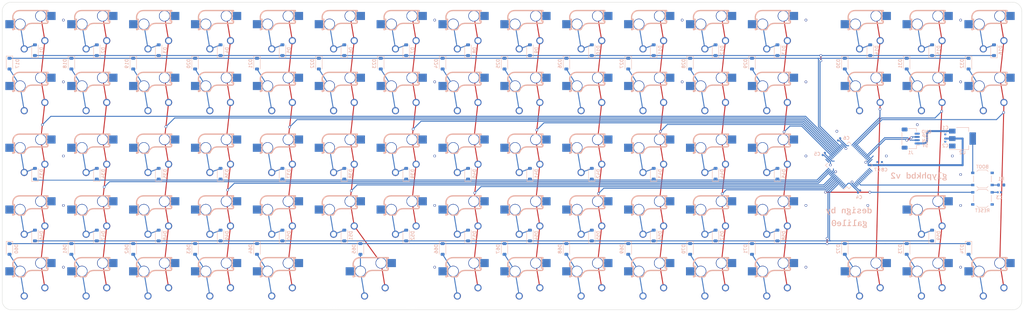
<source format=kicad_pcb>
(kicad_pcb (version 20221018) (generator pcbnew)
  (layers (0 "F.Cu" signal) (31 "B.Cu" signal) (34 "B.Paste" user) (35 "F.Paste" user) (36 "B.SilkS" user "B.Silkscreen") (37 "F.SilkS" user "F.Silkscreen") (38 "B.Mask" user) (39 "F.Mask" user) (44 "Edge.Cuts" user))
  (net 0 "")
  (net 1 "+5V")
  (net 2 "GND")
  (net 3 "+3V3")
  (net 4 "RST")
  (net 5 "Net-(D1-A)")
  (net 6 "Net-(D2-A)")
  (net 7 "ROW1")
  (net 8 "Net-(D3-A)")
  (net 9 "Net-(D4-A)")
  (net 10 "Net-(D5-A)")
  (net 11 "Net-(D6-A)")
  (net 12 "Net-(D7-A)")
  (net 13 "Net-(D8-A)")
  (net 14 "Net-(D9-A)")
  (net 15 "Net-(D10-A)")
  (net 16 "Net-(D11-A)")
  (net 17 "Net-(D12-A)")
  (net 18 "Net-(D13-A)")
  (net 19 "Net-(D14-A)")
  (net 20 "Net-(D15-A)")
  (net 21 "Net-(D16-A)")
  (net 22 "Net-(D17-A)")
  (net 23 "Net-(D18-A)")
  (net 24 "ROW2")
  (net 25 "Net-(D19-A)")
  (net 26 "Net-(D20-A)")
  (net 27 "Net-(D21-A)")
  (net 28 "Net-(D22-A)")
  (net 29 "Net-(D23-A)")
  (net 30 "Net-(D24-A)")
  (net 31 "Net-(D25-A)")
  (net 32 "Net-(D26-A)")
  (net 33 "Net-(D27-A)")
  (net 34 "Net-(D28-A)")
  (net 35 "Net-(D29-A)")
  (net 36 "Net-(D30-A)")
  (net 37 "Net-(D31-A)")
  (net 38 "Net-(D32-A)")
  (net 39 "Net-(D33-A)")
  (net 40 "Net-(D34-A)")
  (net 41 "ROW3")
  (net 42 "Net-(D35-A)")
  (net 43 "Net-(D36-A)")
  (net 44 "Net-(D37-A)")
  (net 45 "Net-(D38-A)")
  (net 46 "ROW4")
  (net 47 "ROW5")
  (net 48 "Net-(D39-A)")
  (net 49 "DP")
  (net 50 "DN")
  (net 51 "BOOT")
  (net 52 "COL1")
  (net 53 "COL2")
  (net 54 "COL3")
  (net 55 "COL4")
  (net 56 "COL5")
  (net 57 "COL6")
  (net 58 "COL7")
  (net 59 "COL8")
  (net 60 "COL9")
  (net 61 "COL10")
  (net 62 "COL11")
  (net 63 "COL12")
  (net 64 "COL13")
  (net 65 "COL14")
  (net 66 "COL15")
  (net 67 "COL16")
  (net 87 "Net-(D40-A)")
  (net 88 "Net-(D41-A)")
  (net 89 "Net-(D42-A)")
  (net 90 "Net-(D43-A)")
  (net 91 "Net-(D44-A)")
  (net 92 "Net-(D45-A)")
  (net 93 "Net-(D46-A)")
  (net 94 "Net-(D47-A)")
  (net 95 "Net-(D48-A)")
  (net 96 "Net-(D49-A)")
  (net 97 "Net-(D50-A)")
  (net 98 "Net-(D51-A)")
  (net 99 "Net-(D52-A)")
  (net 100 "Net-(D53-A)")
  (net 101 "Net-(D54-A)")
  (net 102 "Net-(D55-A)")
  (net 103 "Net-(D56-A)")
  (net 104 "Net-(D57-A)")
  (net 105 "Net-(D58-A)")
  (net 106 "Net-(D59-A)")
  (net 107 "Net-(D60-A)")
  (net 108 "Net-(D61-A)")
  (net 109 "Net-(D62-A)")
  (net 110 "Net-(D63-A)")
  (net 111 "Net-(D64-A)")
  (net 112 "Net-(D65-A)")
  (net 113 "Net-(D66-A)")
  (net 114 "Net-(D67-A)")
  (net 115 "Net-(D68-A)")
  (net 116 "Net-(D69-A)")
  (net 117 "Net-(D70-A)")
  (net 118 "Net-(D71-A)")
  (net 119 "Net-(D72-A)")
  (net 120 "Net-(D73-A)")
  (net 121 "Net-(D74-A)")
  (footprint "glyph:CherryMX_Hotswap-Solderable_1u" (layer "B.Cu") (at 180.975 66.675 180)
    (fp_text reference "SW23" hide)
    (fp_text value "SW_SPST" hide)
  )
  (footprint "Diode_SMD:D_SOD-123" (layer "B.Cu") (at 257.925 91.2 90)
    (fp_text reference "D43")
    (fp_text value "D")
  )
  (footprint "glyph:CherryMX_Hotswap-Solderable_1u" (layer "B.Cu") (at 219.075 85.725 180)
    (fp_text reference "SW41" hide)
    (fp_text value "SW_SPST" hide)
  )
  (footprint "Diode_SMD:D_SOD-123" (layer "B.Cu") (at 86.475 53.1 90)
    (fp_text reference "D2")
    (fp_text value "D")
  )
  (footprint "glyph:C_0402_1005Metric" (layer "B.Cu") (at 315.0125 80.6 -135)
    (fp_text reference "C6")
    (fp_text value "100n")
  )
  (footprint "glyph:C_0402_1005Metric" (layer "B.Cu") (at 326.8 88.07 90)
    (fp_text reference "C7")
    (fp_text value "100n")
  )
  (footprint "glyph:CherryMX_Hotswap-Solderable_1u" (layer "B.Cu") (at 161.925 104.775 180)
    (fp_text reference "SW51" hide)
    (fp_text value "SW_SPST" hide)
  )
  (footprint "Diode_SMD:D_SOD-123" (layer "B.Cu") (at 219.825 91.2 90)
    (fp_text reference "D41")
    (fp_text value "D")
  )
  (footprint "glyph:CherryMX_Hotswap-Solderable_1u" (layer "B.Cu") (at 219.075 123.825 180)
    (fp_text reference "SW67" hide)
    (fp_text value "SW_SPST" hide)
  )
  (footprint "Diode_SMD:D_SOD-123" (layer "B.Cu") (at 200.775 53.1 90)
    (fp_text reference "D8")
    (fp_text value "D")
  )
  (footprint "Diode_SMD:D_SOD-123" (layer "B.Cu") (at 269.15 114.4 -90)
    (fp_text reference "D70")
    (fp_text value "D")
  )
  (footprint "Diode_SMD:D_SOD-123" (layer "B.Cu") (at 124.575 91.2 90)
    (fp_text reference "D36")
    (fp_text value "D")
  )
  (footprint "glyph:CherryMX_Hotswap-Solderable_1u" (layer "B.Cu") (at 219.075 47.625 180)
    (fp_text reference "SW9" hide)
    (fp_text value "SW_SPST" hide)
  )
  (footprint "Diode_SMD:D_SOD-123" (layer "B.Cu") (at 181.725 91.2 90)
    (fp_text reference "D39")
    (fp_text value "D")
  )
  (footprint "Diode_SMD:D_SOD-123" (layer "B.Cu") (at 316.775 57.25 -90)
    (fp_text reference "D30")
    (fp_text value "D")
  )
  (footprint "glyph:CherryMX_Hotswap-Solderable_1u" (layer "B.Cu") (at 200.025 47.625 180)
    (fp_text reference "SW8" hide)
    (fp_text value "SW_SPST" hide)
  )
  (footprint "glyph:CherryMX_Hotswap-Solderable_1u" (layer "B.Cu") (at 123.825 66.675 180)
    (fp_text reference "SW20" hide)
    (fp_text value "SW_SPST" hide)
  )
  (footprint "Diode_SMD:D_SOD-123" (layer "B.Cu") (at 181.725 53.1 90)
    (fp_text reference "D7")
    (fp_text value "D")
  )
  (footprint "Diode_SMD:D_SOD-123" (layer "B.Cu") (at 269.15 57.25 -90)
    (fp_text reference "D28")
    (fp_text value "D")
  )
  (footprint "glyph:C_0402_1005Metric" (layer "B.Cu") (at 328.2 88.07 90)
    (fp_text reference "C8")
    (fp_text value "4.7u")
  )
  (footprint "Diode_SMD:D_SOD-123" (layer "B.Cu") (at 162.675 110.25 90)
    (fp_text reference "D51")
    (fp_text value "D")
  )
  (footprint "Diode_SMD:D_SOD-123" (layer "B.Cu") (at 116.75 114.4 -90)
    (fp_text reference "D63")
    (fp_text value "D")
  )
  (footprint "Diode_SMD:D_SOD-123" (layer "B.Cu") (at 154.85 57.25 -90)
    (fp_text reference "D22")
    (fp_text value "D")
  )
  (footprint "glyph:CherryMX_Hotswap-Solderable_1u" (layer "B.Cu") (at 295.275 85.725 180)
    (fp_text reference "SW45" hide)
    (fp_text value "SW_SPST" hide)
  )
  (footprint "glyph:CherryMX_Hotswap-Solderable_1u" (layer "B.Cu") (at 238.125 47.625 180)
    (fp_text reference "SW10" hide)
    (fp_text value "SW_SPST" hide)
  )
  (footprint "glyph:CherryMX_Hotswap-Solderable_1u" (layer "B.Cu") (at 257.175 66.675 180)
    (fp_text reference "SW27" hide)
    (fp_text value "SW_SPST" hide)
  )
  (footprint "glyph:CherryMX_Hotswap-Solderable_1u" (layer "B.Cu") (at 276.225 104.775 180)
    (fp_text reference "SW57" hide)
    (fp_text value "SW_SPST" hide)
  )
  (footprint "Diode_SMD:D_SOD-123" (layer "B.Cu") (at 343.65 53.1 90)
    (fp_text reference "D15")
    (fp_text value "D")
  )
  (footprint "glyph:CherryMX_Hotswap-Solderable_1u" (layer "B.Cu") (at 276.225 66.675 180)
    (fp_text reference "SW28" hide)
    (fp_text value "SW_SPST" hide)
  )
  (footprint "Diode_SMD:D_SOD-123" (layer "B.Cu") (at 86.475 91.2 90)
    (fp_text reference "D34")
    (fp_text value "D")
  )
  (footprint "glyph:CherryMX_Hotswap-Solderable_1u" (layer "B.Cu") (at 123.825 85.725 180)
    (fp_text reference "SW36" hide)
    (fp_text value "SW_SPST" hide)
  )
  (footprint "Diode_SMD:D_SOD-123" (layer "B.Cu") (at 78.65 57.25 -90)
    (fp_text reference "D18")
    (fp_text value "D")
  )
  (footprint "Diode_SMD:D_SOD-123" (layer "B.Cu") (at 67.425 53.1 90)
    (fp_text reference "D1")
    (fp_text value "D")
  )
  (footprint "Diode_SMD:D_SOD-123" (layer "B.Cu") (at 192.95 57.25 -90)
    (fp_text reference "D24")
    (fp_text value "D")
  )
  (footprint "Diode_SMD:D_SOD-123" (layer "B.Cu") (at 143.625 53.1 90)
    (fp_text reference "D5")
    (fp_text value "D")
  )
  (footprint "Diode_SMD:D_SOD-123" (layer "B.Cu") (at 143.625 110.25 90)
    (fp_text reference "D50")
    (fp_text value "D")
  )
  (footprint "Diode_SMD:D_SOD-123" (layer "B.Cu") (at 105.525 110.25 90)
    (fp_text reference "D48")
    (fp_text value "D")
  )
  (footprint "glyph:CherryMX_Hotswap-Solderable_1u" (layer "B.Cu") (at 104.775 85.725 180)
    (fp_text reference "SW35" hide)
    (fp_text value "SW_SPST" hide)
  )
  (footprint "Diode_SMD:D_SOD-123" (layer "B.Cu") (at 192.95 114.4 -90)
    (fp_text reference "D66")
    (fp_text value "D")
  )
  (footprint "glyph:CherryMX_Hotswap-Solderable_1u" (layer "B.Cu") (at 219.075 104.775 180)
    (fp_text reference "SW54" hide)
    (fp_text value "SW_SPST" hide)
  )
  (footprint "Package_TO_SOT_SMD:SOT-223-3_TabPin2" (layer "B.Cu") (at 353 80.35)
    (fp_text reference "U2")
    (fp_text value "AMS1117-3.3")
  )
  (footprint "glyph:CherryMX_Hotswap-Solderable_1u" (layer "B.Cu") (at 123.825 123.825 180)
    (fp_text reference "SW63" hide)
    (fp_text value "SW_SPST" hide)
  )
  (footprint "glyph:CherryMX_Hotswap-Solderable_1u" (layer "B.Cu") (at 66.675 123.825 180)
    (fp_text reference "SW60" hide)
    (fp_text value "SW_SPST" hide)
  )
  (footprint "Diode_SMD:D_SOD-123" (layer "B.Cu") (at 105.525 53.1 90)
    (fp_text reference "D3")
    (fp_text value "D")
  )
  (footprint "glyph:CherryMX_Hotswap-Solderable_1u" (layer "B.Cu") (at 104.775 47.625 180)
    (fp_text reference "SW3" hide)
    (fp_text value "SW_SPST" hide)
  )
  (footprint "Diode_SMD:D_SOD-123" (layer "B.Cu") (at 288.2 114.4 -90)
    (fp_text reference "D71")
    (fp_text value "D")
  )
  (footprint "glyph:CherryMX_Hotswap-Solderable_1u" (layer "B.Cu") (at 142.875 66.675 180)
    (fp_text reference "SW21" hide)
    (fp_text value "SW_SPST" hide)
  )
  (footprint "glyph:CherryMX_Hotswap-Solderable_1u" (layer "B.Cu") (at 361.95 66.675 180)
    (fp_text reference "SW32" hide)
    (fp_text value "SW_SPST" hide)
  )
  (footprint "glyph:CherryMX_Hotswap-Solderable_1u" (layer "B.Cu") (at 342.9 66.675 180)
    (fp_text reference "SW31" hide)
    (fp_text value "SW_SPST" hide)
  )
  (footprint "Diode_SMD:D_SOD-123" (layer "B.Cu") (at 296.025 53.1 90)
    (fp_text reference "D13")
    (fp_text value "D")
  )
  (footprint "glyph:UDB_labeled_JST_SH_SM04B-SRSS-TB_1x04-1MP_P1.00mm_Horizontal" (layer "B.Cu") (at 337.05 80.35 90)
    (fp_text reference "J1")
    (fp_text value "Conn_01x04")
  )
  (footprint "glyph:C_0402_1005Metric" (layer "B.Cu") (at 321.1625 96.7 45)
    (fp_text reference "C4")
    (fp_text value "100n")
  )
  (footprint "Diode_SMD:D_SOD-123" (layer "B.Cu") (at 362.7 53.1 90)
    (fp_text reference "D16")
    (fp_text value "D")
  )
  (footprint "Diode_SMD:D_SOD-123" (layer "B.Cu") (at 231.05 114.4 -90)
    (fp_text reference "D68")
    (fp_text value "D")
  )
  (footprint "glyph:CherryMX_Hotswap-Solderable_1u" (layer "B.Cu") (at 104.775 66.675 180)
    (fp_text reference "SW19" hide)
    (fp_text value "SW_SPST" hide)
  )
  (footprint "glyph:CherryMX_Hotswap-Solderable_1u" (layer "B.Cu") (at 123.825 104.775 180)
    (fp_text reference "SW49" hide)
    (fp_text value "SW_SPST" hide)
  )
  (footprint "Diode_SMD:D_SOD-123" (layer "B.Cu") (at 135.8 114.4 -90)
    (fp_text reference "D64")
    (fp_text value "D")
  )
  (footprint "Diode_SMD:D_SOD-123" (layer "B.Cu") (at 124.575 53.1 90)
    (fp_text reference "D4")
    (fp_text value "D")
  )
  (footprint "glyph:CherryMX_Hotswap-Solderable_1u" (layer "B.Cu") (at 238.125 85.725 180)
    (fp_text reference "SW42" hide)
    (fp_text value "SW_SPST" hide)
  )
  (footprint "Diode_SMD:D_SOD-123" (layer "B.Cu") (at 97.7 57.25 -90)
    (fp_text reference "D19")
    (fp_text value "D")
  )
  (footprint "glyph:CherryMX_Hotswap-Solderable_1u" (layer "B.Cu") (at 200.025 104.775 180)
    (fp_text reference "SW53" hide)
    (fp_text value "SW_SPST" hide)
  )
  (footprint "Diode_SMD:D_SOD-123" (layer "B.Cu") (at 231.05 57.25 -90)
    (fp_text reference "D26")
    (fp_text value "D")
  )
  (footprint "Diode_SMD:D_SOD-123" (layer "B.Cu") (at 105.525 91.2 90)
    (fp_text reference "D35")
    (fp_text value "D")
  )
  (footprint "glyph:CherryMX_Hotswap-Solderable_1u" (layer "B.Cu") (at 276.225 123.825 180)
    (fp_text reference "SW70" hide)
    (fp_text value "SW_SPST" hide)
  )
  (footprint "glyph:CherryMX_Hotswap-Solderable_1u" (layer "B.Cu") (at 123.825 47.625 180)
    (fp_text reference "SW4" hide)
    (fp_text value "SW_SPST" hide)
  )
  (footprint "Diode_SMD:D_SOD-123" (layer "B.Cu") (at 276.975 110.25 90)
    (fp_text reference "D57")
    (fp_text value "D")
  )
  (footprint "Diode_SMD:D_SOD-123" (layer "B.Cu") (at 124.575 110.25 90)
    (fp_text reference "D49")
    (fp_text value "D")
  )
  (footprint "glyph:CherryMX_Hotswap-Solderable_1u" (layer "B.Cu") (at 295.275 66.675 180)
    (fp_text reference "SW29" hide)
    (fp_text value "SW_SPST" hide)
  )
  (footprint "Diode_SMD:D_SOD-123" (layer "B.Cu") (at 288.2 57.25 -90)
    (fp_text reference "D29")
    (fp_text value "D")
  )
  (footprint "Diode_SMD:D_SOD-123" (layer "B.Cu") (at 97.7 114.4 -90)
    (fp_text reference "D62")
    (fp_text value "D")
  )
  (footprint "glyph:CherryMX_Hotswap-Solderable_1u" (layer "B.Cu") (at 323.85 123.825 180)
    (fp_text reference "SW72" hide)
    (fp_text value "SW_SPST" hide)
  )
  (footprint "Diode_SMD:D_SOD-123" (layer "B.Cu") (at 276.975 91.2 90)
    (fp_text reference "D44")
    (fp_text value "D")
  )
  (footprint "glyph:CherryMX_Hotswap-Solderable_1u" (layer "B.Cu") (at 161.925 66.675 180)
    (fp_text reference "SW22" hide)
    (fp_text value "SW_SPST" hide)
  )
  (footprint "Diode_SMD:D_SOD-123" (layer "B.Cu") (at 354.875 114.4 -90)
    (fp_text reference "D74")
    (fp_text value "D")
  )
  (footprint "glyph:CherryMX_Hotswap-Solderable_1u" (layer "B.Cu") (at 342.9 104.775 180)
    (fp_text reference "SW59" hide)
    (fp_text value "SW_SPST" hide)
  )
  (footprint "glyph:CherryMX_Hotswap-Solderable_1u" (layer "B.Cu") (at 219.075 66.675 180)
    (fp_text reference "SW25" hide)
    (fp_text value "SW_SPST" hide)
  )
  (footprint "Diode_SMD:D_SOD-123" (layer "B.Cu") (at 181.725 110.25 90)
    (fp_text reference "D52")
    (fp_text value "D")
  )
  (footprint "Diode_SMD:D_SOD-123" (layer "B.Cu") (at 296.025 110.25 90)
    (fp_text reference "D58")
    (fp_text value "D")
  )
  (footprint "Diode_SMD:D_SOD-123" (layer "B.Cu") (at 238.875 53.1 90)
    (fp_text reference "D10")
    (fp_text value "D")
  )
  (footprint "glyph:CherryMX_Hotswap-Solderable_1u" (layer "B.Cu") (at 257.175 47.625 180)
    (fp_text reference "SW11" hide)
    (fp_text value "SW_SPST" hide)
  )
  (footprint "glyph:CherryMX_Hotswap-Solderable_1u" (layer "B.Cu") (at 276.225 85.725 180)
    (fp_text reference "SW44" hide)
    (fp_text value "SW_SPST" hide)
  )
  (footprint "glyph:CherryMX_Hotswap-Solderable_1u" (layer "B.Cu") (at 295.275 104.775 180)
    (fp_text reference "SW58" hide)
    (fp_text value "SW_SPST" hide)
  )
  (footprint "glyph:CherryMX_Hotswap-Solderable_1u" (layer "B.Cu") (at 257.175 85.725 180)
    (fp_text reference "SW43" hide)
    (fp_text value "SW_SPST" hide)
  )
  (footprint "glyph:CherryMX_Hotswap-Solderable_1u" (layer "B.Cu") (at 180.975 47.625 180)
    (fp_text reference "SW7" hide)
    (fp_text value "SW_SPST" hide)
  )
  (footprint "glyph:CherryMX_Hotswap-Solderable_1u" (layer "B.Cu") (at 142.875 47.625 180)
    (fp_text reference "SW5" hide)
    (fp_text value "SW_SPST" hide)
  )
  (footprint "glyph:CherryMX_Hotswap-Solderable_1u" (layer "B.Cu") (at 180.975 85.725 180)
    (fp_text reference "SW39" hide)
    (fp_text value "SW_SPST" hide)
  )
  (footprint "Diode_SMD:D_SOD-123" (layer "B.Cu") (at 316.775 114.4 -90)
    (fp_text reference "D72")
    (fp_text value "D")
  )
  (footprint "glyph:CherryMX_Hotswap-Solderable_1u" (layer "B.Cu") (at 85.725 47.625 180)
    (fp_text reference "SW2" hide)
    (fp_text value "SW_SPST" hide)
  )
  (footprint "Diode_SMD:D_SOD-123" (layer "B.Cu") (at 354.875 57.25 -90)
    (fp_text reference "D32")
    (fp_text value "D")
  )
  (footprint "glyph:CherryMX_Hotswap-Solderable_1u" (layer "B.Cu") (at 180.975 104.775 180)
    (fp_text reference "SW52" hide)
    (fp_text value "SW_SPST" hide)
  )
  (footprint "glyph:CherryMX_Hotswap-Solderable_1u" (layer "B.Cu") (at 104.775 123.825 180)
    (fp_text reference "SW62" hide)
    (fp_text value "SW_SPST" hide)
  )
  (footprint "Diode_SMD:D_SOD-123" (layer "B.Cu") (at 257.925 110.25 90)
    (fp_text reference "D56")
    (fp_text value "D")
  )
  (footprint "glyph:CherryMX_Hotswap-Solderable_1u" (layer "B.Cu") (at 238.125 104.775 180)
    (fp_text reference "SW55" hide)
    (fp_text value "SW_SPST" hide)
  )
  (footprint "glyph:CherryMX_Hotswap-Solderable_1u" (layer "B.Cu") (at 142.875 85.725 180)
    (fp_text reference "SW37" hide)
    (fp_text value "SW_SPST" hide)
  )
  (footprint "Diode_SMD:D_SOD-123" (layer "B.Cu") (at 67.425 91.2 90)
    (fp_text reference "D33")
    (fp_text value "D")
  )
  (footprint "Diode_SMD:D_SOD-123" (layer "B.Cu") (at 219.825 53.1 90)
    (fp_text reference "D9")
    (fp_text value "D")
  )
  (footprint "Diode_SMD:D_SOD-123" (layer "B.Cu") (at 276.975 53.1 90)
    (fp_text reference "D12")
    (fp_text value "D")
  )
  (footprint "Diode_SMD:D_SOD-123" (layer "B.Cu") (at 257.925 53.1 90)
    (fp_text reference "D11")
    (fp_text value "D")
  )
  (footprint "glyph:CherryMX_Hotswap-Solderable_1u" (layer "B.Cu") (at 200.025 66.675 180)
    (fp_text reference "SW24" hide)
    (fp_text value "SW_SPST" hide)
  )
  (footprint "Package_QFP:LQFP-64_10x10mm_P0.5mm" (layer "B.Cu") (at 318.05 88.6 45)
    (fp_text reference "U1" hide)
    (fp_text value "STM32F072RBTx")
  )
  (footprint "glyph:CherryMX_Hotswap-Solderable_1u" (layer "B.Cu") (at 238.125 66.675 180)
    (fp_text reference "SW26" hide)
    (fp_text value "SW_SPST" hide)
  )
  (footprint "Diode_SMD:D_SOD-123" (layer "B.Cu") (at 250.1 57.25 -90)
    (fp_text reference "D27")
    (fp_text value "D")
  )
  (footprint "glyph:CherryMX_Hotswap-Solderable_1u" (layer "B.Cu") (at 66.675 85.725 180)
    (fp_text reference "SW33" hide)
    (fp_text value "SW_SPST" hide)
  )
  (footprint "Diode_SMD:D_SOD-123" (layer "B.Cu") (at 212 57.25 -90)
    (fp_text reference "D25")
    (fp_text value "D")
  )
  (footprint "glyph:CherryMX_Hotswap-Solderable_1u" (layer "B.Cu") (at 342.9 123.825 180)
    (fp_text reference "SW73" hide)
    (fp_text value "SW_SPST" hide)
  )
  (footprint "glyph:CherryMX_Hotswap-Solderable_2u" (layer "B.Cu") (at 171.45 123.825 180)
    (fp_text reference "SW65" hide)
    (fp_text value "SW_SPST" hide)
  )
  (footprint "glyph:CherryMX_Hotswap-Solderable_1u" (layer "B.Cu") (at 200.025 123.825 180)
    (fp_text reference "SW66" hide)
    (fp_text value "SW_SPST" hide)
  )
  (footprint "glyph:CherryMX_Hotswap-Solderable_1u" (layer "B.Cu") (at 85.725 104.775 180)
    (fp_text reference "SW47" hide)
    (fp_text value "SW_SPST" hide)
  )
  (footprint "Diode_SMD:D_SOD-123" (layer "B.Cu") (at 343.65 110.25 90)
    (fp_text reference "D59")
    (fp_text value "D")
  )
  (footprint "Diode_SMD:D_SOD-123" (layer "B.Cu") (at 135.8 57.25 -90)
    (fp_text reference "D21")
    (fp_text value "D")
  )
  (footprint "glyph:SW_Push_1P1T_XKB_TS-1187A" (layer "B.Cu") (at 359.15 92.8 180)
    (fp_text reference "BOOT")
    (fp_text value "SW_Push")
  )
  (footprint "Diode_SMD:D_SOD-123" (layer "B.Cu") (at 67.425 110.25 90)
    (fp_text reference "D46")
    (fp_text value "D")
  )
  (footprint "glyph:CherryMX_Hotswap-Solderable_1u" (layer "B.Cu") (at 276.225 47.625 180)
    (fp_text reference "SW12" hide)
    (fp_text value "SW_SPST" hide)
  )
  (footprint "Diode_SMD:D_SOD-123" (layer "B.Cu") (at 59.6 114.4 -90)
    (fp_text reference "D60")
    (fp_text value "D")
  )
  (footprint "Diode_SMD:D_SOD-123" (layer "B.Cu") (at 116.75 57.25 -90)
    (fp_text reference "D20")
    (fp_text value "D")
  )
  (footprint "Diode_SMD:D_SOD-123" (layer "B.Cu") (at 167.64 114.4 -90)
    (fp_text reference "D65")
    (fp_text value "D")
  )
  (footprint "Diode_SMD:D_SOD-123" (layer "B.Cu") (at 250.1 114.4 -90)
    (fp_text reference "D69")
    (fp_text value "D")
  )
  (footprint "Diode_SMD:D_SOD-123" (layer "B.Cu") (at 335.825 57.25 -90)
    (fp_text reference "D31")
    (fp_text value "D")
  )
  (footprint "Diode_SMD:D_SOD-123" (layer "B.Cu") (at 200.775 110.25 90)
    (fp_text reference "D53")
    (fp_text value "D")
  )
  (footprint "glyph:CherryMX_Hotswap-Solderable_1u" (layer "B.Cu") (at 161.925 47.625 180)
    (fp_text reference "SW6" hide)
    (fp_text value "SW_SPST" hide)
  )
  (footprint "glyph:C_0402_1005Metric" (layer "B.Cu") (at 364.35 96.925 180)
    (fp_text reference "C3")
    (fp_text value "100n")
  )
  (footprint "glyph:CherryMX_Hotswap-Solderable_1u" (layer "B.Cu") (at 295.275 123.825 180)
    (fp_text reference "SW71" hide)
    (fp_text value "SW_SPST" hide)
  )
  (footprint "Diode_SMD:D_SOD-123" (layer "B.Cu") (at 162.675 53.1 90)
    (fp_text reference "D6")
    (fp_text value "D")
  )
  (footprint "glyph:CherryMX_Hotswap-Solderable_1u" (layer "B.Cu") (at 66.675 66.675 180)
    (fp_text reference "SW17" hide)
    (fp_text value "SW_SPST" hide)
  )
  (footprint "glyph:CherryMX_Hotswap-Solderable_1u" (layer "B.Cu") (at 66.675 47.625 180)
    (fp_text reference "SW1" hide)
    (fp_text value "SW_SPST" hide)
  )
  (footprint "glyph:CherryMX_Hotswap-Solderable_1u" (layer "B.Cu") (at 361.95 47.625 180)
    (fp_text reference "SW16" hide)
    (fp_text value "SW_SPST" hide)
  )
  (footprint "Diode_SMD:D_SOD-123" (layer "B.Cu") (at 200.775 91.2 90)
    (fp_text reference "D40")
    (fp_text value "D")
  )
  (footprint "glyph:CherryMX_Hotswap-Solderable_1u" (layer "B.Cu") (at 257.175 104.775 180)
    (fp_text reference "SW56" hide)
    (fp_text value "SW_SPST" hide)
  )
  (footprint "glyph:CherryMX_Hotswap-Solderable_1u" (layer "B.Cu") (at 295.275 47.625 180)
    (fp_text reference "SW13" hide)
    (fp_text value "SW_SPST" hide)
  )
  (footprint "glyph:CherryMX_Hotswap-Solderable_1u" (layer "B.Cu") (at 342.9 47.625 180)
    (fp_text reference "SW15" hide)
    (fp_text value "SW_SPST" hide)
  )
  (footprint "glyph:CherryMX_Hotswap-Solderable_1u" (layer "B.Cu") (at 142.875 104.775 180)
    (fp_text reference "SW50" hide)
    (fp_text value "SW_SPST" hide)
  )
  (footprint "Diode_SMD:D_SOD-123" (layer "B.Cu") (at 238.875 110.25 90)
    (fp_text reference "D55")
    (fp_text value "D")
  )
  (footprint "glyph:CherryMX_Hotswap-Solderable_1u" (layer "B.Cu") (at 85.725 123.825 180)
    (fp_text reference "SW61" hide)
    (fp_text value "SW_SPST" hide)
  )
  (footprint "glyph:CherryMX_Hotswap-Solderable_1u" (layer "B.Cu") (at 142.875 123.825 180)
    (fp_text reference "SW64" hide)
    (fp_text value "SW_SPST" hide)
  )
  (footprint "Diode_SMD:D_SOD-123" (layer "B.Cu") (at 78.65 114.4 -90)
    (fp_text reference "D61")
    (fp_text value "D")
  )
  (footprint "Diode_SMD:D_SOD-123" (layer "B.Cu") (at 212 114.4 -90)
    (fp_text reference "D67")
    (fp_text value "D")
  )
  (footprint "Diode_SMD:D_SOD-123" (layer "B.Cu") (at 173.9 57.25 -90)
    (fp_text reference "D23")
    (fp_text value "D")
  )
  (footprint "Diode_SMD:D_SOD-123" (layer "B.Cu") (at 219.825 110.25 90)
    (fp_text reference "D54")
    (fp_text value "D")
  )
  (footprint "glyph:C_0402_1005Metric" (layer "B.Cu") (at 347.7 78.58 -90)
    (fp_text reference "C1")
    (fp_text value "10u")
  )
  (footprint "Diode_SMD:D_SOD-123" (layer "B.Cu") (at 324.6 53.1 90)
    (fp_text reference "D14")
    (fp_text value "D")
  )
  (footprint "glyph:CherryMX_Hotswap-Solderable_1u" (layer "B.Cu") (at 238.125 123.825 180)
    (fp_text reference "SW68" hide)
    (fp_text value "SW_SPST" hide)
  )
  (footprint "glyph:SW_Push_1P1T_XKB_TS-1187A" (layer "B.Cu") (at 359.15 98.8)
    (fp_text reference "RESET")
    (fp_text value "SW_Push")
  )
  (footprint "glyph:CherryMX_Hotswap-Solderable_1u" (layer "B.Cu") (at 323.85 47.625 180)
    (fp_text reference "SW14" hide)
    (fp_text value "SW_SPST" hide)
  )
  (footprint "glyph:CherryMX_Hotswap-Solderable_1u" (layer "B.Cu") (at 200.025 85.725 180)
    (fp_text reference "SW40" hide)
    (fp_text value "SW_SPST" hide)
  )
  (footprint "Diode_SMD:D_SOD-123" (layer "B.Cu") (at 238.875 91.2 90)
    (fp_text reference "D42")
    (fp_text value "D")
  )
  (footprint "Diode_SMD:D_SOD-123" (layer "B.Cu") (at 86.475 110.25 90)
    (fp_text reference "D47")
    (fp_text value "D")
  )
  (footprint "glyph:CherryMX_Hotswap-Solderable_1u" (layer "B.Cu") (at 85.725 66.675 180)
    (fp_text reference "SW18" hide)
    (fp_text value "SW_SPST" hide)
  )
  (footprint "glyph:CherryMX_Hotswap-Solderable_1u" (layer "B.Cu") (at 85.725 85.725 180)
    (fp_text reference "SW34" hide)
    (fp_text value "SW_SPST" hide)
  )
  (footprint "glyph:CherryMX_Hotswap-Solderable_1u" (layer "B.Cu") (at 361.95 123.825 180)
    (fp_text reference "SW74" hide)
    (fp_text value "SW_SPST" hide)
  )
  (footprint "glyph:C_0402_1005Metric" (layer "B.Cu") (at 347.7 80.83 -90)
    (fp_text reference "C2")
    (fp_text value "10u")
  )
  (footprint "glyph:C_0402_1005Metric" (layer "B.Cu") (at 310.3125 85.1 -135)
    (fp_text reference "C5")
    (fp_text value "100n" hide)
  )
  (footprint "glyph:CherryMX_Hotswap-Solderable_1u" (layer "B.Cu") (at 104.775 104.775 180)
    (fp_text reference "SW48" hide)
    (fp_text value "SW_SPST" hide)
  )
  (footprint "Diode_SMD:D_SOD-123" (layer "B.Cu") (at 143.625 91.2 90)
    (fp_text reference "D37")
    (fp_text value "D")
  )
  (footprint "glyph:CherryMX_Hotswap-Solderable_1u" (layer "B.Cu") (at 323.85 66.675 180)
    (fp_text reference "SW30" hide)
    (fp_text value "SW_SPST" hide)
  )
  (footprint "Diode_SMD:D_SOD-123" (layer "B.Cu") (at 162.675 91.2 90)
    (fp_text reference "D38")
    (fp_text value "D")
  )
  (footprint "Diode_SMD:D_SOD-123" (layer "B.Cu") (at 335.825 114.4 -90)
    (fp_text reference "D73")
    (fp_text value "D")
  )
  (footprint "Resistor_SMD:R_0603_1608Metric" (layer "B.Cu") (at 364.925 94.675)
    (fp_text reference "R1")
    (fp_text value "10k")
  )
  (footprint "glyph:CherryMX_Hotswap-Solderable_1u" (layer "B.Cu") (at 66.675 104.775 180)
    (fp_text reference "SW46" hide)
    (fp_text value "SW_SPST" hide)
  )
  (footprint "Diode_SMD:D_SOD-123" (layer "B.Cu") (at 296.025 91.2 90)
    (fp_text reference "D45")
    (fp_text value "D")
  )
  (footprint "glyph:CherryMX_Hotswap-Solderable_1u" (layer "B.Cu") (at 257.175 123.825 180)
    (fp_text reference "SW69" hide)
    (fp_text value "SW_SPST" hide)
  )
  (footprint "Diode_SMD:D_SOD-123" (layer "B.Cu") (at 59.6 57.25 -90)
    (fp_text reference "D17")
    (fp_text value "D")
  )
  (footprint "glyph:CherryMX_Hotswap-Solderable_1u" (layer "B.Cu") (at 161.925 85.725 180)
    (fp_text reference "SW38" hide)
    (fp_text value "SW_SPST" hide)
  )
  (gr_poly (pts (xy 321.38201 105.9357) (xy 321.358045 105.936548) (xy 321.334586 105.937961) (xy 321.311631 105.93994) (xy 321.289181 105.942484) (xy 321.267237 105.945593) (xy 321.245797 105.949268) (xy 321.224862 105.953508) (xy 321.204432 105.958313) (xy 321.184508 105.963684) (xy 321.165088 105.96962) (xy 321.146173 105.976122) (xy 321.127764 105.983188) (xy 321.109859 105.99082) (xy 321.092459 105.999018) (xy 321.075564 106.007781) (xy 321.06544 106.013427) (xy 321.055466 106.019323) (xy 321.045647 106.025466) (xy 321.035986 106.031853) (xy 321.026488 106.038479) (xy 321.017158 106.045343) (xy 321.008001 106.052442) (xy 320.99902 106.059771) (xy 320.986179 106.071088) (xy 320.97387 106.082903) (xy 320.962105 106.095195) (xy 320.950895 106.107947) (xy 320.940253 106.121137) (xy 320.930188 106.134747) (xy 320.920714 106.148756) (xy 320.911841 106.163145) (xy 320.903581 106.177895) (xy 320.895946 106.192986) (xy 320.888947 106.208398) (xy 320.882596 106.224111) (xy 320.876904 106.240107) (xy 320.871882 106.256364) (xy 320.867543 106.272865) (xy 320.863898 106.289588) (xy 320.860748 106.305657) (xy 320.858031 106.321796) (xy 320.855747 106.337995) (xy 320.853897 106.354247) (xy 320.852482 106.370543) (xy 320.851502 106.386874) (xy 320.850959 106.40323) (xy 320.850854 106.419605) (xy 320.850854 107.104875) (xy 320.678874 107.104875) (xy 320.678874 107.332417) (xy 320.856145 107.332417) (xy 320.865047 107.332377) (xy 320.873942 107.332132) (xy 320.882827 107.331682) (xy 320.891698 107.331029) (xy 320.900552 107.330173) (xy 320.909385 107.329113) (xy 320.918194 107.32785) (xy 320.926974 107.326385) (xy 320.935947 107.324573) (xy 320.944687 107.322523) (xy 320.953195 107.320237) (xy 320.961471 107.317713) (xy 320.969515 107.314952) (xy 320.977327 107.311953) (xy 320.984906 107.308717) (xy 320.992254 107.305244) (xy 320.999369 107.301534) (xy 321.006252 107.297586) (xy 321.012903 107.293401) (xy 321.019322 107.288979) (xy 321.025509 107.28432) (xy 321.031464 107.279423) (xy 321.037186 107.274289) (xy 321.042677 107.268917) (xy 321.04814 107.2631) (xy 321.053415 107.257128) (xy 321.058499 107.251008) (xy 321.063388 107.244742) (xy 321.068081 107.238337) (xy 321.072574 107.231797) (xy 321.076864 107.225126) (xy 321.080949 107.21833) (xy 321.084827 107.211413) (xy 321.088493 107.20438) (xy 321.091946 107.197236) (xy 321.095183 107.189986) (xy 321.098201 107.182634) (xy 321.100997 107.175185) (xy 321.103568 107.167643) (xy 321.105912 107.160015) (xy 321.107961 107.152911) (xy 321.10986 107.145769) (xy 321.111609 107.13859) (xy 321.113208 107.131377) (xy 321.114655 107.124132) (xy 321.11595 107.116858) (xy 321.117093 107.109556) (xy 321.118083 107.10223) (xy 321.131312 107.10223) (xy 321.136526 107.117557) (xy 321.142247 107.13245) (xy 321.148474 107.146909) (xy 321.155207 107.160934) (xy 321.162447 107.174525) (xy 321.170193 107.187682) (xy 321.178446 107.200405) (xy 321.187205 107.212693) (xy 321.196471 107.224548) (xy 321.206243 107.235968) (xy 321.216521 107.246955) (xy 321.227306 107.257507) (xy 321.238597 107.267625) (xy 321.250395 107.277309) (xy 321.262699 107.286559) (xy 321.27551 107.295375) (xy 321.282852 107.300013) (xy 321.290287 107.304485) (xy 321.297813 107.30879) (xy 321.305427 107.312928) (xy 321.313125 107.316897) (xy 321.320905 107.320695) (xy 321.328765 107.324322) (xy 321.336701 107.327777) (xy 321.34471 107.331058) (xy 321.352789 107.334164) (xy 321.360937 107.337094) (xy 321.369149 107.339847) (xy 321.377423 107.342421) (xy 321.385756 107.344815) (xy 321.394146 107.347028) (xy 321.402589 107.349059) (xy 321.41555 107.351972) (xy 321.428768 107.354574) (xy 321.442243 107.356864) (xy 321.455976 107.358842) (xy 321.469965 107.360509) (xy 321.484212 107.361863) (xy 321.498715 107.362907) (xy 321.513476 107.363638) (xy 321.520458 107.363871) (xy 321.527443 107.364037) (xy 321.534429 107.364136) (xy 321.541415 107.364167) (xy 321.55896 107.364055) (xy 321.576485 107.363466) (xy 321.593982 107.362402) (xy 321.61144 107.360864) (xy 321.62885 107.358852) (xy 321.646201 107.356368) (xy 321.663486 107.353412) (xy 321.680692 107.349986) (xy 321.694861 107.346651) (xy 321.708757 107.342964) (xy 321.722383 107.338925) (xy 321.735736 107.334534) (xy 321.748818 107.32979) (xy 321.761628 107.324695) (xy 321.774167 107.319247) (xy 321.786434 107.313446) (xy 321.798429 107.307294) (xy 321.810153 107.300789) (xy 321.821605 107.293933) (xy 321.832785 107.286724) (xy 321.843694 107.279162) (xy 321.854331 107.271249) (xy 321.864697 107.262983) (xy 321.874791 107.254365) (xy 321.886634 107.243401) (xy 321.897936 107.23196) (xy 321.908684 107.220062) (xy 321.918867 107.207727) (xy 321.928475 107.194978) (xy 321.937497 107.181834) (xy 321.94592 107.168317) (xy 321.953734 107.154447) (xy 321.960928 107.140246) (xy 321.967491 107.125734) (xy 321.97341 107.110932) (xy 321.978677 107.095861) (xy 321.983278 107.080542) (xy 321.987203 107.064996) (xy 321.990441 107.049243) (xy 321.99298 107.033306) (xy 321.994455 107.023133) (xy 321.995729 107.012936) (xy 321.996802 107.002719) (xy 321.997674 106.992483) (xy 321.998344 106.982232) (xy 321.998813 106.971968) (xy 321.99908 106.961696) (xy 321.999145 106.951417) (xy 321.999006 106.934847) (xy 321.998224 106.918313) (xy 321.997247 106.906996) (xy 321.7082 106.906996) (xy 321.708103 106.914375) (xy 321.708104 106.967292) (xy 321.708051 106.974508) (xy 321.707746 106.981711) (xy 321.707188 106.988894) (xy 321.706378 106.996051) (xy 321.705318 107.003175) (xy 321.704008 107.01026) (xy 321.702449 107.017298) (xy 321.700642 107.024284) (xy 321.698764 107.030488) (xy 321.696623 107.036582) (xy 321.694223 107.042559) (xy 321.69157 107.048411) (xy 321.68867 107.054131) (xy 321.685527 107.059712) (xy 321.682148 107.065146) (xy 321.678537 107.070425) (xy 321.6747 107.075543) (xy 321.670642 107.08049) (xy 321.666368 107.085261) (xy 321.661885 107.089848) (xy 321.657197 107.094242) (xy 321.652309 107.098437) (xy 321.647228 107.102425) (xy 321.641958 107.106198) (xy 321.638062 107.108809) (xy 321.634117 107.111338) (xy 321.630124 107.113785) (xy 321.626084 107.116149) (xy 321.621999 107.11843) (xy 321.61787 107.120626) (xy 321.613697 107.122739) (xy 321.609484 107.124766) (xy 321.60523 107.126707) (xy 321.600937 107.128562) (xy 321.596606 107.13033) (xy 321.59224 107.13201) (xy 321.587838 107.133602) (xy 321.583403 107.135105) (xy 321.578935 107.136519) (xy 321.574436 107.137842) (xy 321.568179 107.139617) (xy 321.561798 107.141278) (xy 321.548662 107.144255) (xy 321.535029 107.146775) (xy 321.520898 107.148836) (xy 321.506269 107.150439) (xy 321.491142 107.151584) (xy 321.475517 107.152271) (xy 321.459395 107.1525) (xy 321.444116 107.152308) (xy 321.42914 107.151731) (xy 321.414469 107.15077) (xy 321.400102 107.149425) (xy 321.38604 107.147694) (xy 321.372281 107.14558) (xy 321.358827 107.143081) (xy 321.345677 107.140197) (xy 321.332832 107.136929) (xy 321.320291 107.133277) (xy 321.308054 107.12924) (xy 321.296121 107.124818) (xy 321.284492 107.120012) (xy 321.273168 107.114822) (xy 321.262148 107.109247) (xy 321.251433 107.103288) (xy 321.248587 107.101609) (xy 321.245761 107.099899) (xy 321.242953 107.098158) (xy 321.240165 107.096387) (xy 321.237396 107.094585) (xy 321.234647 107.092754) (xy 321.231917 107.090892) (xy 321.229208 107.089001) (xy 321.225445 107.086353) (xy 321.221738 107.083633) (xy 321.218086 107.080843) (xy 321.214492 107.077984) (xy 321.210956 107.075055) (xy 321.207478 107.072059) (xy 321.204061 107.068996) (xy 321.200704 107.065867) (xy 321.19741 107.062673) (xy 321.194178 107.059415) (xy 321.19101 107.056094) (xy 321.187906 107.05271) (xy 321.184868 107.049265) (xy 321.181897 107.04576) (xy 321.178994 107.042195) (xy 321.176159 107.038571) (xy 321.171686 107.032352) (xy 321.167488 107.025973) (xy 321.163568 107.019443) (xy 321.159928 107.01277) (xy 321.156573 107.005964) (xy 321.153504 106.999034) (xy 321.150725 106.991989) (xy 321.148239 106.98484) (xy 321.146048 106.977594) (xy 321.144157 106.970261) (xy 321.142567 106.962851) (xy 321.141282 106.955372) (xy 321.140304 106.947834) (xy 321.139638 106.940247) (xy 321.139285 106.932618) (xy 321.139249 106.924959) (xy 321.139249 106.726521) (xy 321.395895 106.726521) (xy 321.409197 106.726552) (xy 321.422493 106.72681) (xy 321.435781 106.727296) (xy 321.449057 106.728009) (xy 321.46232 106.72895) (xy 321.475565 106.730119) (xy 321.48879 106.731514) (xy 321.501993 106.733136) (xy 321.516473 106.735342) (xy 321.530426 106.737865) (xy 321.543851 106.740705) (xy 321.556748 106.743863) (xy 321.569119 106.747338) (xy 321.580961 106.75113) (xy 321.592276 106.75524) (xy 321.603064 106.759667) (xy 321.613324 106.764411) (xy 321.623057 106.769473) (xy 321.632262 106.774851) (xy 321.640939 106.780547) (xy 321.649089 106.786561) (xy 321.656712 106.792892) (xy 321.663806 106.799539) (xy 321.670374 106.806505) (xy 321.675049 106.812215) (xy 321.679434 106.818115) (xy 321.683524 106.824194) (xy 321.687316 106.830441) (xy 321.690806 106.836844) (xy 321.693989 106.843392) (xy 321.696861 106.850074) (xy 321.69942 106.856879) (xy 321.70166 106.863795) (xy 321.703579 106.870811) (xy 321.705171 106.877915) (xy 321.706433 106.885097) (xy 321.707361 106.892346) (xy 321.707952 106.899649) (xy 321.7082 106.906996) (xy 321.997247 106.906996) (xy 321.996801 106.901834) (xy 321.99474 106.88543) (xy 321.992045 106.869118) (xy 321.988717 106.852917) (xy 321.984759 106.836846) (xy 321.980174 106.820922) (xy 321.975722 106.807898) (xy 321.970751 106.795107) (xy 321.965269 106.782565) (xy 321.959287 106.770286) (xy 321.952816 106.758282) (xy 321.945867 106.746569) (xy 321.938448 106.73516) (xy 321.930571 106.724069) (xy 321.922247 106.71331) (xy 321.913484 106.702897) (xy 321.904295 106.692844) (xy 321.894689 106.683165) (xy 321.884676 106.673875) (xy 321.874267 106.664986) (xy 321.863472 106.656512) (xy 321.852302 106.648469) (xy 321.83437 106.636466) (xy 321.815337 106.625195) (xy 321.7952 106.614655) (xy 321.773962 106.604848) (xy 321.75162 106.595772) (xy 321.728176 106.587429) (xy 321.70363 106.579817) (xy 321.677981 106.572937) (xy 321.651229 106.56679) (xy 321.623375 106.561374) (xy 321.594418 106.55669) (xy 321.564359 106.552738) (xy 321.533197 106.549518) (xy 321.500932 106.54703) (xy 321.467565 106.545274) (xy 321.433096 106.54425) (xy 321.417145 106.54403) (xy 321.401194 106.543959) (xy 321.139249 106.543959) (xy 321.139249 106.438125) (xy 321.139293 106.423976) (xy 321.139865 106.409853) (xy 321.140965 106.395772) (xy 321.142591 106.381746) (xy 321.144739 106.367791) (xy 321.147409 106.353921) (xy 321.150598 106.340152) (xy 321.154305 106.326497) (xy 321.157693 106.316273) (xy 321.161424 106.306373) (xy 321.165498 106.296798) (xy 321.169915 106.287547) (xy 321.174676 106.278622) (xy 321.17978 106.27002) (xy 321.185227 106.261744) (xy 321.191017 106.253791) (xy 321.19715 106.246164) (xy 321.203627 106.238861) (xy 321.210447 106.231882) (xy 321.21761 106.225229) (xy 321.225116 106.218899) (xy 321.232965 106.212895) (xy 321.241158 106.207215) (xy 321.249693 106.201859) (xy 321.258572 106.196828) (xy 321.267794 106.192122) (xy 321.277359 106.18774) (xy 321.287268 106.183683) (xy 321.297519 106.17995) (xy 321.308114 106.176542) (xy 321.319052 106.173458) (xy 321.330333 106.170699) (xy 321.341958 106.168265) (xy 321.353925 106.166155) (xy 321.366236 106.16437) (xy 321.37889 106.16291) (xy 321.391887 106.161774) (xy 321.405227 106.160962) (xy 321.41891 106.160475) (xy 321.432937 106.160313) (xy 321.449277 106.160514) (xy 321.465224 106.161119) (xy 321.480779 106.162127) (xy 321.495941 106.163538) (xy 321.51071 106.165351) (xy 321.525086 106.167568) (xy 321.53907 106.170188) (xy 321.552661 106.173211) (xy 321.565859 106.176638) (xy 321.578664 106.180467) (xy 321.591077 106.184699) (xy 321.603097 106.189334) (xy 321.614724 106.194373) (xy 321.625959 106.199814) (xy 321.6368 106.205659) (xy 321.647249 106.211907) (xy 321.657399 106.218485) (xy 321.667341 106.225322) (xy 321.677077 106.232417) (xy 321.686606 106.239771) (xy 321.695929 106.247383) (xy 321.705044 106.255253) (xy 321.713953 106.263382) (xy 321.722656 106.271769) (xy 321.731151 106.280414) (xy 321.73944 106.289318) (xy 321.747522 106.29848) (xy 321.755398 106.307901) (xy 321.763067 106.31758) (xy 321.770529 106.327517) (xy 321.777784 106.337713) (xy 321.784833 106.348167) (xy 321.956812 106.207938) (xy 321.952507 106.200077) (xy 321.948039 106.192315) (xy 321.94341 106.184656) (xy 321.938621 106.177101) (xy 321.933675 106.169654) (xy 321.928573 106.162316) (xy 321.923317 106.15509) (xy 321.917908 106.147978) (xy 321.91235 106.140983) (xy 321.906643 106.134107) (xy 321.90079 106.127353) (xy 321.894793 106.120723) (xy 321.888652 106.114219) (xy 321.882371 106.107844) (xy 321.875951 106.1016) (xy 321.869394 106.09549) (xy 321.85763 106.084885) (xy 321.845356 106.074476) (xy 321.832573 106.064261) (xy 321.819281 106.054242) (xy 321.80548 106.044417) (xy 321.791169 106.034788) (xy 321.77635 106.025354) (xy 321.76102 106.016115) (xy 321.746168 106.007764) (xy 321.730866 105.999869) (xy 321.715116 105.99243) (xy 321.698918 105.985447) (xy 321.68227 105.978919) (xy 321.665174 105.972848) (xy 321.647629 105.967233) (xy 321.629635 105.962074) (xy 321.611192 105.957371) (xy 321.592301 105.953124) (xy 321.572961 105.949332) (xy 321.553172 105.945997) (xy 321.532934 105.943118) (xy 321.512248 105.940695) (xy 321.491113 105.938728) (xy 321.469529 105.937216) (xy 321.453778 105.93642) (xy 321.438018 105.935854) (xy 321.422251 105.93552) (xy 321.40648 105.935417)) (fill solid) (layer "B.SilkS"))
  (gr_poly (pts (xy 331.6594 90.812748) (xy 331.659401 90.812748) (xy 331.659402 90.812748) (xy 335.823703 90.792714)) (fill solid) (layer "B.SilkS"))
  (gr_poly (pts (xy 313.561854 102.261333) (xy 313.545979 102.261333) (xy 313.538217 102.246001) (xy 313.530145 102.231092) (xy 313.521763 102.216607) (xy 313.513071 102.202546) (xy 313.504069 102.188909) (xy 313.494757 102.175695) (xy 313.485135 102.162905) (xy 313.475203 102.150539) (xy 313.46496 102.138597) (xy 313.454408 102.127078) (xy 313.443546 102.115983) (xy 313.432373 102.105312) (xy 313.420891 102.095065) (xy 313.409098 102.085241) (xy 313.396996 102.075841) (xy 313.384583 102.066865) (xy 313.376572 102.061514) (xy 313.368437 102.056374) (xy 313.360182 102.051446) (xy 313.351811 102.046734) (xy 313.343329 102.042237) (xy 313.33474 102.037959) (xy 313.326049 102.033901) (xy 313.317259 102.030064) (xy 313.308374 102.026451) (xy 313.2994 102.023064) (xy 313.29034 102.019904) (xy 313.281199 102.016972) (xy 313.27198 102.014271) (xy 313.262689 102.011803) (xy 313.253328 102.009569) (xy 313.243904 102.007572) (xy 313.230217 102.004967) (xy 313.216473 102.002719) (xy 313.202681 102.000828) (xy 313.188846 101.999294) (xy 313.174977 101.998119) (xy 313.16108 101.997303) (xy 313.147161 101.996846) (xy 313.133228 101.99675) (xy 313.121363 101.996743) (xy 313.109511 101.997007) (xy 313.097678 101.997542) (xy 313.085868 101.998346) (xy 313.074085 101.999419) (xy 313.062335 102.00076) (xy 313.050621 102.002368) (xy 313.038948 102.004242) (xy 313.027321 102.006383) (xy 313.015744 102.008788) (xy 313.004223 102.011457) (xy 312.99276 102.01439) (xy 312.981362 102.017585) (xy 312.970033 102.021042) (xy 312.958776 102.02476) (xy 312.947597 102.028738) (xy 312.933034 102.034657) (xy 312.918711 102.041057) (xy 312.90464 102.04793) (xy 312.890831 102.055269) (xy 312.877296 102.063065) (xy 312.864045 102.071311) (xy 312.851089 102.079997) (xy 312.83844 102.089116) (xy 312.826108 102.098659) (xy 312.814104 102.108619) (xy 312.80244 102.118987) (xy 312.791125 102.129756) (xy 312.780171 102.140916) (xy 312.769589 102.15246) (xy 312.759389 102.16438) (xy 312.749583 102.176667) (xy 312.732282 102.199839) (xy 312.716097 102.224374) (xy 312.701028 102.250275) (xy 312.687076 102.277539) (xy 312.674239 102.306168) (xy 312.662519 102.336161) (xy 312.651915 102.367518) (xy 312.642427 102.40024) (xy 312.634056 102.434325) (xy 312.6268 102.469775) (xy 312.620661 102.50659) (xy 312.615638 102.544768) (xy 312.611731 102.584311) (xy 312.608941 102.625218) (xy 312.607267 102.667489) (xy 312.606708 102.711125) (xy 312.607267 102.754761) (xy 312.608941 102.797032) (xy 312.611731 102.837939) (xy 312.615638 102.877482) (xy 312.620661 102.91566) (xy 312.6268 102.952475) (xy 312.634056 102.987925) (xy 312.642427 103.022011) (xy 312.651915 103.054732) (xy 312.662519 103.086089) (xy 312.674239 103.116082) (xy 312.687076 103.144711) (xy 312.701028 103.171976) (xy 312.716097 103.197876) (xy 312.732282 103.222412) (xy 312.749583 103.245583) (xy 312.765059 103.264664) (xy 312.78145 103.282795) (xy 312.798712 103.299952) (xy 312.816799 103.316111) (xy 312.835667 103.331248) (xy 312.855268 103.345338) (xy 312.87556 103.358357) (xy 312.896495 103.370282) (xy 312.91803 103.381088) (xy 312.940118 103.39075) (xy 312.962714 103.399245) (xy 312.985774 103.406547) (xy 313.009252 103.412634) (xy 313.033103 103.417481) (xy 313.057281 103.421063) (xy 313.081741 103.423357) (xy 313.088165 103.423865) (xy 313.094594 103.424304) (xy 313.101026 103.424675) (xy 313.107462 103.424977) (xy 313.113901 103.425211) (xy 313.120342 103.425376) (xy 313.126784 103.425472) (xy 313.133228 103.4255) (xy 313.147585 103.425402) (xy 313.161925 103.42492) (xy 313.176243 103.424054) (xy 313.190529 103.422805) (xy 313.204777 103.421173) (xy 313.218979 103.419159) (xy 313.233126 103.416765) (xy 313.247212 103.413991) (xy 313.256413 103.411964) (xy 313.26555 103.409711) (xy 313.27462 103.407234) (xy 313.283619 103.404534) (xy 313.292543 103.401613) (xy 313.301387 103.398473) (xy 313.310147 103.395115) (xy 313.318821 103.391541) (xy 313.327403 103.387753) (xy 313.335889 103.383753) (xy 313.344277 103.379542) (xy 313.35256 103.375122) (xy 313.360737 103.370495) (xy 313.368802 103.365661) (xy 313.376752 103.360625) (xy 313.384582 103.355385) (xy 313.394132 103.348474) (xy 313.403496 103.341334) (xy 313.412672 103.333972) (xy 313.421655 103.326389) (xy 313.430442 103.318591) (xy 313.43903 103.310581) (xy 313.447413 103.302364) (xy 313.45559 103.293943) (xy 313.463555 103.285321) (xy 313.471306 103.276504) (xy 313.478838 103.267495) (xy 313.486148 103.258298) (xy 313.493232 103.248917) (xy 313.500087 103.239355) (xy 313.506707 103.229617) (xy 313.513091 103.219707) (xy 313.517565 103.212566) (xy 313.521936 103.205364) (xy 313.526205 103.198101) (xy 313.530369 103.190778) (xy 313.53443 103.183398) (xy 313.538385 103.17596) (xy 313.542236 103.168466) (xy 313.54598 103.160917) (xy 313.561854 103.160917) (xy 313.561854 103.39375) (xy 313.85025 103.39375) (xy 313.85025 102.938667) (xy 313.561854 102.938667) (xy 313.561756 102.946537) (xy 313.561462 102.954273) (xy 313.560971 102.961875) (xy 313.560283 102.969342) (xy 313.5594 102.976675) (xy 313.558319 102.983873) (xy 313.557043 102.990937) (xy 313.55557 102.997867) (xy 313.553901 103.004663) (xy 313.552035 103.011324) (xy 313.549973 103.01785) (xy 313.547715 103.024243) (xy 313.545261 103.030501) (xy 313.54261 103.036625) (xy 313.539762 103.042614) (xy 313.536719 103.048469) (xy 313.533509 103.0542) (xy 313.530166 103.059817) (xy 313.526688 103.06532) (xy 313.523076 103.07071) (xy 313.519329 103.075986) (xy 313.515449 103.081149) (xy 313.511433 103.086198) (xy 313.507284 103.091133) (xy 313.503 103.095954) (xy 313.498582 103.100662) (xy 313.494029 103.105256) (xy 313.489342 103.109736) (xy 313.484521 103.114103) (xy 313.479565 103.118356) (xy 313.474475 103.122495) (xy 313.46925 103.126521) (xy 313.464795 103.12977) (xy 313.460281 103.132931) (xy 313.45571 103.136005) (xy 313.451084 103.13899) (xy 313.446404 103.141885) (xy 313.441671 103.144691) (xy 313.436887 103.147405) (xy 313.432052 103.150028) (xy 313.427168 103.152559) (xy 313.422237 103.154997) (xy 313.41726 103.157342) (xy 313.412238 103.159592) (xy 313.407172 103.161748) (xy 313.402064 103.163807) (xy 313.396915 103.165771) (xy 313.391726 103.167637) (xy 313.386673 103.169384) (xy 313.381593 103.171052) (xy 313.376486 103.172639) (xy 313.371355 103.174146) (xy 313.360105 103.177147) (xy 313.348784 103.179833) (xy 313.337396 103.182202) (xy 313.325949 103.184253) (xy 313.31445 103.185984) (xy 313.302905 103.187396) (xy 313.29132 103.188486) (xy 313.279703 103.189254) (xy 313.272854 103.18959) (xy 313.266002 103.18983) (xy 313.259148 103.189973) (xy 313.252292 103.190021) (xy 313.2392 103.189933) (xy 313.226126 103.189444) (xy 313.21308 103.188557) (xy 313.20007 103.187271) (xy 313.187105 103.185588) (xy 313.174195 103.183509) (xy 313.161349 103.181035) (xy 313.148575 103.178167) (xy 313.137833 103.175449) (xy 313.127233 103.172325) (xy 313.116785 103.168801) (xy 313.1065 103.164884) (xy 313.096388 103.160579) (xy 313.08646 103.155894) (xy 313.076727 103.150834) (xy 313.067198 103.145406) (xy 313.057885 103.139616) (xy 313.048798 103.133471) (xy 313.039948 103.126976) (xy 313.031345 103.120138) (xy 313.022999 103.112963) (xy 313.014922 103.105457) (xy 313.007124 103.097627) (xy 312.999615 103.08948) (xy 312.988881 103.076653) (xy 312.978841 103.06331) (xy 312.969492 103.049451) (xy 312.960837 103.035074) (xy 312.952873 103.020181) (xy 312.945602 103.004771) (xy 312.939024 102.988845) (xy 312.933138 102.972401) (xy 312.927945 102.955441) (xy 312.923444 102.937964) (xy 312.919635 102.91997) (xy 312.916519 102.90146) (xy 312.914095 102.882432) (xy 312.912364 102.862888) (xy 312.911326 102.842828) (xy 312.910979 102.82225) (xy 312.910979 102.6) (xy 312.911326 102.579423) (xy 312.912364 102.559362) (xy 312.914095 102.539818) (xy 312.916519 102.52079) (xy 312.919635 102.50228) (xy 312.923444 102.484286) (xy 312.927945 102.466809) (xy 312.933138 102.449849) (xy 312.939024 102.433406) (xy 312.945602 102.417479) (xy 312.952873 102.402069) (xy 312.960837 102.387176) (xy 312.969492 102.3728) (xy 312.978841 102.35894) (xy 312.988881 102.345597) (xy 312.999615 102.332771) (xy 313.007522 102.324227) (xy 313.015745 102.316034) (xy 313.024271 102.308199) (xy 313.033088 102.300727) (xy 313.042183 102.293627) (xy 313.051545 102.286906) (xy 313.061161 102.28057) (xy 313.071019 102.274627) (xy 313.081107 102.269082) (xy 313.091414 102.263945) (xy 313.101926 102.25922) (xy 313.112631 102.254917) (xy 313.123518 102.25104) (xy 313.134575 102.247598) (xy 313.145788 102.244597) (xy 313.157146 102.242045) (xy 313.168898 102.239675) (xy 313.180703 102.23763) (xy 313.192556 102.235911) (xy 313.204449 102.234519) (xy 313.216376 102.233454) (xy 313.22833 102.232717) (xy 313.240304 102.232308) (xy 313.252292 102.232229) (xy 313.26303 102.232319) (xy 313.273759 102.232665) (xy 313.284473 102.233266) (xy 313.295169 102.234122) (xy 313.305841 102.235233) (xy 313.316486 102.236597) (xy 313.327098 102.238216) (xy 313.337672 102.240087) (xy 313.34192 102.240927) (xy 313.346157 102.241814) (xy 313.350384 102.242746) (xy 313.354601 102.243726) (xy 313.358807 102.244751) (xy 313.363001 102.245823) (xy 313.367184 102.24694) (xy 313.371354 102.248104) (xy 313.380497 102.25082) (xy 313.389547 102.253813) (xy 313.398496 102.257081) (xy 313.407339 102.26062) (xy 313.416069 102.264429) (xy 313.42468 102.268505) (xy 313.433167 102.272845) (xy 313.441521 102.277447) (xy 313.445106 102.279548) (xy 313.448658 102.281702) (xy 313.452177 102.28391) (xy 313.455661 102.28617) (xy 313.459112 102.288482) (xy 313.462527 102.290847) (xy 313.465907 102.293262) (xy 313.46925 102.295729) (xy 313.474475 102.299755) (xy 313.479565 102.303894) (xy 313.484521 102.308147) (xy 313.489342 102.312514) (xy 313.494029 102.316994) (xy 313.498582 102.321588) (xy 313.503 102.326296) (xy 313.507284 102.331117) (xy 313.511433 102.336052) (xy 313.515449 102.341101) (xy 313.519329 102.346264) (xy 313.523076 102.35154) (xy 313.526688 102.35693) (xy 313.530166 102.362433) (xy 313.533509 102.36805) (xy 313.536719 102.373781) (xy 313.538598 102.377379) (xy 313.540404 102.38101) (xy 313.542136 102.384675) (xy 313.543794 102.388372) (xy 313.545376 102.3921) (xy 313.546884 102.395858) (xy 313.548315 102.399645) (xy 313.549671 102.403458) (xy 313.55095 102.407299) (xy 313.552152 102.411164) (xy 313.553276 102.415054) (xy 313.554324 102.418966) (xy 313.555293 102.4229) (xy 313.556183 102.426854) (xy 313.556995 102.430828) (xy 313.557727 102.434821) (xy 313.558719 102.440868) (xy 313.559576 102.446933) (xy 313.560296 102.453014) (xy 313.560881 102.45911) (xy 313.561329 102.465217) (xy 313.561641 102.471333) (xy 313.561816 102.477456) (xy 313.561854 102.483583) (xy 313.561854 102.938667) (xy 313.85025 102.938667) (xy 313.85025 101.435833) (xy 313.561854 101.435833)) (fill solid) (layer "B.SilkS"))
  (gr_poly (pts (xy 338.292266 90.780838) (xy 338.292266 91.558873) (xy 338.276391 91.558873) (xy 338.268629 91.543541) (xy 338.260557 91.528632) (xy 338.252176 91.514147) (xy 338.243484 91.500086) (xy 338.234482 91.486448) (xy 338.225169 91.473235) (xy 338.215547 91.460445) (xy 338.205615 91.448079) (xy 338.195373 91.436136) (xy 338.18482 91.424618) (xy 338.173958 91.413523) (xy 338.162786 91.402851) (xy 338.151303 91.392604) (xy 338.13951 91.38278) (xy 338.127408 91.37338) (xy 338.114995 91.364404) (xy 338.106983 91.359051) (xy 338.098846 91.353909) (xy 338.09059 91.348979) (xy 338.082218 91.344264) (xy 338.073735 91.339766) (xy 338.065145 91.335486) (xy 338.056451 91.331426) (xy 338.04766 91.327588) (xy 338.038774 91.323973) (xy 338.029798 91.320584) (xy 338.020736 91.317422) (xy 338.011593 91.314489) (xy 338.002372 91.311787) (xy 337.993079 91.309318) (xy 337.983717 91.307083) (xy 337.97429 91.305085) (xy 337.960606 91.302484) (xy 337.946865 91.30024) (xy 337.933076 91.298352) (xy 337.919245 91.296822) (xy 337.905379 91.29565) (xy 337.891485 91.294837) (xy 337.87757 91.294383) (xy 337.863641 91.29429) (xy 337.851775 91.294283) (xy 337.839924 91.294547) (xy 337.82809 91.295081) (xy 337.81628 91.295885) (xy 337.804497 91.296958) (xy 337.792747 91.298299) (xy 337.781033 91.299907) (xy 337.76936 91.301782) (xy 337.757733 91.303922) (xy 337.746156 91.306327) (xy 337.734635 91.308997) (xy 337.723172 91.31193) (xy 337.711774 91.315125) (xy 337.700445 91.318582) (xy 337.689188 91.3223) (xy 337.678009 91.326278) (xy 337.663446 91.332196) (xy 337.649123 91.338596) (xy 337.635052 91.34547) (xy 337.621243 91.352809) (xy 337.607708 91.360605) (xy 337.594457 91.36885) (xy 337.581501 91.377536) (xy 337.568852 91.386655) (xy 337.55652 91.396199) (xy 337.544516 91.406159) (xy 337.532852 91.416527) (xy 337.521537 91.427295) (xy 337.510583 91.438455) (xy 337.5 91.45) (xy 337.489801 91.461919) (xy 337.479995 91.474206) (xy 337.462694 91.497378) (xy 337.446509 91.521914) (xy 337.43144 91.547814) (xy 337.417487 91.575079) (xy 337.404651 91.603707) (xy 337.392931 91.6337) (xy 337.382327 91.665058) (xy 337.372839 91.697779) (xy 337.364467 91.731865) (xy 337.357212 91.767315) (xy 337.351073 91.804129) (xy 337.34605 91.842308) (xy 337.342143 91.881851) (xy 337.339353 91.922758) (xy 337.337678 91.965029) (xy 337.33712 92.008665) (xy 337.337678 92.0523) (xy 337.339353 92.094572) (xy 337.342143 92.135479) (xy 337.34605 92.175021) (xy 337.351073 92.2132) (xy 337.357212 92.250014) (xy 337.364467 92.285464) (xy 337.372839 92.31955) (xy 337.382327 92.352271) (xy 337.392931 92.383629) (xy 337.404651 92.413622) (xy 337.417487 92.442251) (xy 337.43144 92.469515) (xy 337.446509 92.495415) (xy 337.462694 92.519951) (xy 337.479995 92.543123) (xy 337.49547 92.562202) (xy 337.51186 92.580332) (xy 337.529121 92.597488) (xy 337.547207 92.613646) (xy 337.566072 92.628783) (xy 337.585673 92.642872) (xy 337.605962 92.655892) (xy 337.626896 92.667816) (xy 337.648429 92.678622) (xy 337.670515 92.688284) (xy 337.69311 92.696779) (xy 337.716168 92.704083) (xy 337.739644 92.710171) (xy 337.763493 92.715018) (xy 337.787669 92.718602) (xy 337.812127 92.720896) (xy 337.818555 92.721405) (xy 337.824986 92.721844) (xy 337.831422 92.722215) (xy 337.837861 92.722518) (xy 337.844303 92.722751) (xy 337.850748 92.722916) (xy 337.857194 92.723012) (xy 337.863641 92.72304) (xy 337.877997 92.722942) (xy 337.892338 92.72246) (xy 337.906656 92.721593) (xy 337.920942 92.720344) (xy 337.93519 92.718712) (xy 337.949392 92.716699) (xy 337.963539 92.714305) (xy 337.977625 92.71153) (xy 337.986825 92.709504) (xy 337.995963 92.707251) (xy 338.005033 92.704773) (xy 338.014031 92.702074) (xy 338.022955 92.699153) (xy 338.031799 92.696012) (xy 338.04056 92.692655) (xy 338.049233 92.689081) (xy 338.057815 92.685293) (xy 338.066302 92.681293) (xy 338.074689 92.677082) (xy 338.082973 92.672662) (xy 338.09115 92.668034) (xy 338.099215 92.663201) (xy 338.107165 92.658164) (xy 338.114995 92.652925) (xy 338.124543 92.646013) (xy 338.133905 92.638873) (xy 338.143079 92.63151) (xy 338.15206 92.623927) (xy 338.160846 92.616129) (xy 338.169432 92.608119) (xy 338.177814 92.599902) (xy 338.185988 92.59148) (xy 338.193952 92.582859) (xy 338.201701 92.574042) (xy 338.209232 92.565033) (xy 338.21654 92.555836) (xy 338.223623 92.546455) (xy 338.230475 92.536894) (xy 338.237095 92.527156) (xy 338.243477 92.517247) (xy 338.247954 92.510106) (xy 338.252328 92.502904) (xy 338.256599 92.495641) (xy 338.260767 92.488318) (xy 338.264831 92.480937) (xy 338.268789 92.473499) (xy 338.272643 92.466005) (xy 338.27639 92.458456) (xy 338.292266 92.458456) (xy 338.292266 92.69129) (xy 338.580662 92.69129) (xy 338.580662 92.236206) (xy 338.292266 92.236206) (xy 338.292168 92.244077) (xy 338.291874 92.251813) (xy 338.291383 92.259414) (xy 338.290695 92.266881) (xy 338.289812 92.274214) (xy 338.288731 92.281413) (xy 338.287455 92.288477) (xy 338.285982 92.295407) (xy 338.284313 92.302202) (xy 338.282447 92.308863) (xy 338.280385 92.31539) (xy 338.278127 92.321782) (xy 338.275673 92.32804) (xy 338.273022 92.334164) (xy 338.270174 92.340153) (xy 338.267131 92.346008) (xy 338.263921 92.351739) (xy 338.260578 92.357357) (xy 338.2571 92.36286) (xy 338.253488 92.36825) (xy 338.249742 92.373526) (xy 338.245861 92.378689) (xy 338.241846 92.383737) (xy 338.237696 92.388672) (xy 338.233412 92.393494) (xy 338.228994 92.398202) (xy 338.224441 92.402796) (xy 338.219754 92.407276) (xy 338.214933 92.411643) (xy 338.209977 92.415896) (xy 338.204887 92.420035) (xy 338.199662 92.42406) (xy 338.195207 92.427309) (xy 338.190693 92.430471) (xy 338.186123 92.433544) (xy 338.181497 92.436529) (xy 338.176817 92.439425) (xy 338.172084 92.44223) (xy 338.167299 92.444945) (xy 338.162465 92.447568) (xy 338.157581 92.450099) (xy 338.15265 92.452537) (xy 338.147673 92.454882) (xy 338.142651 92.457132) (xy 338.137585 92.459287) (xy 338.132477 92.461347) (xy 338.127328 92.46331) (xy 338.122139 92.465177) (xy 338.117085 92.466924) (xy 338.112005 92.468591) (xy 338.106898 92.470178) (xy 338.101766 92.471685) (xy 338.090514 92.474687) (xy 338.079189 92.477374) (xy 338.067797 92.479743) (xy 338.056347 92.481794) (xy 338.044844 92.483525) (xy 338.033295 92.484937) (xy 338.021707 92.486026) (xy 338.010087 92.486793) (xy 338.003246 92.487129) (xy 337.996401 92.487369) (xy 337.989554 92.487513) (xy 337.982704 92.48756) (xy 337.969609 92.487473) (xy 337.956533 92.486985) (xy 337.943483 92.486098) (xy 337.930469 92.484812) (xy 337.917501 92.48313) (xy 337.904588 92.48105) (xy 337.891738 92.478576) (xy 337.878961 92.475707) (xy 337.868221 92.472988) (xy 337.857622 92.469863) (xy 337.847176 92.466338) (xy 337.836893 92.46242) (xy 337.826783 92.458115) (xy 337.816857 92.45343) (xy 337.807125 92.44837) (xy 337.797598 92.442942) (xy 337.788286 92.437152) (xy 337.779201 92.431007) (xy 337.770352 92.424512) (xy 337.76175 92.417674) (xy 337.753406 92.4105) (xy 337.745331 92.402995) (xy 337.737533 92.395166) (xy 337.730026 92.387019) (xy 337.719293 92.374193) (xy 337.709252 92.36085) (xy 337.699904 92.34699) (xy 337.691248 92.332614) (xy 337.683285 92.317721) (xy 337.676014 92.302311) (xy 337.669436 92.286384) (xy 337.66355 92.269941) (xy 337.658356 92.25298) (xy 337.653855 92.235503) (xy 337.650047 92.21751) (xy 337.646931 92.198999) (xy 337.644507 92.179972) (xy 337.642776 92.160428) (xy 337.641737 92.140367) (xy 337.641391 92.11979) (xy 337.641391 91.89754) (xy 337.641737 91.876962) (xy 337.642776 91.856901) (xy 337.644507 91.837357) (xy 337.646931 91.81833) (xy 337.650047 91.799819) (xy 337.653856 91.781826) (xy 337.658357 91.764349) (xy 337.66355 91.747389) (xy 337.669436 91.730945) (xy 337.676014 91.715018) (xy 337.683285 91.699609) (xy 337.691248 91.684715) (xy 337.699904 91.670339) (xy 337.709253 91.656479) (xy 337.719293 91.643137) (xy 337.730027 91.63031) (xy 337.737933 91.621768) (xy 337.746155 91.613575) (xy 337.754679 91.60574) (xy 337.763494 91.59827) (xy 337.772588 91.59117) (xy 337.781948 91.584449) (xy 337.791563 91.578113) (xy 337.80142 91.57217) (xy 337.811506 91.566626) (xy 337.821811 91.561488) (xy 337.832321 91.556763) (xy 337.843025 91.552459) (xy 337.85391 91.548582) (xy 337.864965 91.545139) (xy 337.876176 91.542138) (xy 337.887533 91.539585) (xy 337.899287 91.537214) (xy 337.911096 91.535169) (xy 337.922952 91.533449) (xy 337.934848 91.532057) (xy 337.946778 91.530992) (xy 337.958735 91.530255) (xy 337.970713 91.529847) (xy 337.982704 91.529769) (xy 337.993439 91.529859) (xy 338.004164 91.530205) (xy 338.014876 91.530807) (xy 338.025568 91.531663) (xy 338.036237 91.532773) (xy 338.046878 91.534138) (xy 338.057487 91.535756) (xy 338.068058 91.537627) (xy 338.072309 91.538467) (xy 338.07655 91.539353) (xy 338.08078 91.540285) (xy 338.085 91.541265) (xy 338.089209 91.54229) (xy 338.093406 91.543362) (xy 338.097592 91.54448) (xy 338.101766 91.545644) (xy 338.110906 91.54836) (xy 338.119952 91.551354) (xy 338.128898 91.554622) (xy 338.137737 91.558161) (xy 338.146464 91.56197) (xy 338.155072 91.566046) (xy 338.163555 91.570385) (xy 338.171907 91.574986) (xy 338.175495 91.577087) (xy 338.17905 91.579241) (xy 338.182572 91.581449) (xy 338.18606 91.583709) (xy 338.189514 91.586021) (xy 338.192933 91.588386) (xy 338.196315 91.590802) (xy 338.199662 91.593269) (xy 338.204887 91.597294) (xy 338.209977 91.601434) (xy 338.214933 91.605687) (xy 338.219754 91.610053) (xy 338.224441 91.614534) (xy 338.228994 91.619128) (xy 338.233412 91.623835) (xy 338.237696 91.628657) (xy 338.241846 91.633592) (xy 338.245861 91.638641) (xy 338.249742 91.643803) (xy 338.253488 91.649079) (xy 338.2571 91.654469) (xy 338.260578 91.659973) (xy 338.263921 91.66559) (xy 338.267131 91.671321) (xy 338.269009 91.674918) (xy 338.270813 91.67855) (xy 338.272543 91.682216) (xy 338.274199 91.685913) (xy 338.27578 91.689641) (xy 338.277285 91.693399) (xy 338.278715 91.697185) (xy 338.280069 91.700999) (xy 338.281346 91.704839) (xy 338.282547 91.708705) (xy 338.28367 91.712594) (xy 338.284715 91.716506) (xy 338.285682 91.72044) (xy 338.286571 91.724394) (xy 338.287381 91.728368) (xy 338.288112 91.73236) (xy 338.289108 91.738407) (xy 338.289968 91.744472) (xy 338.290692 91.750553) (xy 338.29128 91.756649) (xy 338.291731 91.762755) (xy 338.292046 91.768872) (xy 338.292225 91.774995) (xy 338.292266 91.781123) (xy 338.292266 92.236206) (xy 338.580662 92.236206) (xy 338.580662 90.779451)) (fill solid) (layer "B.SilkS"))
  (gr_poly (pts (xy 311.85 102.6) (xy 311.680667 103.068313) (xy 311.664792 103.068313) (xy 311.495459 102.6) (xy 311.2785 102.0285) (xy 310.987459 102.0285) (xy 311.648916 103.658333) (xy 311.653639 103.669964) (xy 311.6586 103.68149) (xy 311.663797 103.692909) (xy 311.669228 103.704217) (xy 311.674892 103.71541) (xy 311.680786 103.726485) (xy 311.686909 103.737438) (xy 311.69326 103.748265) (xy 311.7007 103.760128) (xy 311.708348 103.771573) (xy 311.716205 103.782601) (xy 311.72427 103.793211) (xy 311.732543 103.803404) (xy 311.741024 103.813179) (xy 311.749714 103.822537) (xy 311.758612 103.831477) (xy 311.762103 103.83482) (xy 311.765641 103.838112) (xy 311.769225 103.841353) (xy 311.772855 103.844542) (xy 311.776531 103.847679) (xy 311.780251 103.850763) (xy 311.784015 103.853794) (xy 311.787823 103.856771) (xy 311.792822 103.860443) (xy 311.797895 103.864001) (xy 311.803041 103.867446) (xy 311.808258 103.870776) (xy 311.813543 103.873991) (xy 311.818896 103.877088) (xy 311.824313 103.880067) (xy 311.829794 103.882927) (xy 311.835335 103.885667) (xy 311.840935 103.888286) (xy 311.846592 103.890784) (xy 311.852305 103.893158) (xy 311.85807 103.895408) (xy 311.863887 103.897534) (xy 311.869752 103.899533) (xy 311.875665 103.901406) (xy 311.885801 103.904476) (xy 311.896208 103.90731) (xy 311.906885 103.909907) (xy 311.917832 103.912267) (xy 311.92905 103.914391) (xy 311.940538 103.916279) (xy 311.952297 103.91793) (xy 311.964326 103.919345) (xy 311.973162 103.920203) (xy 311.982006 103.920943) (xy 311.99086 103.921566) (xy 311.99972 103.922072) (xy 312.008586 103.92246) (xy 312.017457 103.92273) (xy 312.026331 103.922882) (xy 312.035208 103.922917) (xy 312.265396 103.922917) (xy 312.265396 103.690083) (xy 311.942604 103.690083) (xy 311.818249 103.375229) (xy 312.368584 102.0285) (xy 312.066958 102.0285)) (fill solid) (layer "B.SilkS"))
  (gr_poly (pts (xy 317.961604 107.099584) (xy 317.525042 107.099584) (xy 317.525042 107.332417) (xy 318.715666 107.332417) (xy 318.715666 107.099584) (xy 318.25 107.099584) (xy 318.25 106.2) (xy 318.715666 106.2) (xy 318.715666 105.967167) (xy 317.961604 105.967167)) (fill solid) (layer "B.SilkS"))
  (gr_poly (pts (xy 313.417137 106.253018) (xy 313.407937 106.253321) (xy 313.399048 106.253825) (xy 313.390467 106.254531) (xy 313.382197 106.255439) (xy 313.374236 106.256548) (xy 313.366585 106.25786) (xy 313.359243 106.259373) (xy 313.352211 106.261088) (xy 313.345489 106.263004) (xy 313.339076 106.265123) (xy 313.332973 106.267443) (xy 313.32718 106.269964) (xy 313.321696 106.272688) (xy 313.316522 106.275613) (xy 313.311657 106.27874) (xy 313.309869 106.279992) (xy 313.308114 106.281289) (xy 313.306392 106.282628) (xy 313.304706 106.284011) (xy 313.303055 106.285436) (xy 313.30144 106.286903) (xy 313.299863 106.288411) (xy 313.298323 106.289959) (xy 313.293998 106.294651) (xy 313.289952 106.299467) (xy 313.286184 106.304408) (xy 313.282696 106.309472) (xy 313.279487 106.31466) (xy 313.276557 106.319972) (xy 313.273906 106.325409) (xy 313.271534 106.330969) (xy 313.269441 106.336654) (xy 313.267627 106.342462) (xy 313.266092 106.348395) (xy 313.264836 106.354451) (xy 313.26386 106.360632) (xy 313.263162 106.366936) (xy 313.262744 106.373365) (xy 313.262604 106.379917) (xy 313.262604 106.438125) (xy 313.262744 106.444678) (xy 313.263162 106.451107) (xy 313.26386 106.457411) (xy 313.264836 106.463592) (xy 313.266092 106.469648) (xy 313.267627 106.47558) (xy 313.269441 106.481389) (xy 313.271534 106.487073) (xy 313.273906 106.492634) (xy 313.276556 106.49807) (xy 313.279487 106.503382) (xy 313.282696 106.508571) (xy 313.286184 106.513635) (xy 313.289951 106.518575) (xy 313.293997 106.523392) (xy 313.298323 106.528084) (xy 313.300108 106.529832) (xy 313.301936 106.531532) (xy 313.303804 106.533184) (xy 313.305712 106.534787) (xy 313.307658 106.53634) (xy 313.309643 106.537842) (xy 313.311664 106.539293) (xy 313.313721 106.540692) (xy 313.315813 106.542039) (xy 313.317938 106.543332) (xy 313.320096 106.544572) (xy 313.322286 106.545757) (xy 313.324507 106.546886) (xy 313.326757 106.54796) (xy 313.329037 106.548978) (xy 313.331343 106.549938) (xy 313.335192 106.551494) (xy 313.339169 106.552965) (xy 313.343276 106.554353) (xy 313.347512 106.555657) (xy 313.351878 106.556876) (xy 313.356373 106.558012) (xy 313.360998 106.559064) (xy 313.365752 106.560032) (xy 313.370635 106.560916) (xy 313.375648 106.561716) (xy 313.38079 106.562433) (xy 313.386062 106.563065) (xy 313.391463 106.563613) (xy 313.396993 106.564078) (xy 313.408442 106.564755) (xy 313.412991 106.564921) (xy 313.417541 106.565039) (xy 313.422093 106.565107) (xy 313.426645 106.565125) (xy 313.436154 106.565025) (xy 313.445353 106.564722) (xy 313.454242 106.564218) (xy 313.462822 106.563512) (xy 313.471092 106.562604) (xy 313.479051 106.561494) (xy 313.486701 106.560183) (xy 313.494041 106.55867) (xy 313.501072 106.556955) (xy 313.507792 106.555038) (xy 313.514202 106.55292) (xy 313.520303 106.5506) (xy 313.526094 106.548078) (xy 313.531575 106.545354) (xy 313.536746 106.542429) (xy 313.541607 106.539302) (xy 313.543399 106.538051) (xy 313.545158 106.536755) (xy 313.546883 106.535415) (xy 313.548573 106.534032) (xy 313.550227 106.532607) (xy 313.551845 106.53114) (xy 313.553426 106.529632) (xy 313.554969 106.528084) (xy 313.559294 106.523391) (xy 313.56334 106.518575) (xy 313.567107 106.513635) (xy 313.570595 106.508571) (xy 313.573804 106.503382) (xy 313.576735 106.49807) (xy 313.579386 106.492634) (xy 313.581757 106.487073) (xy 313.58385 106.481389) (xy 313.585664 106.47558) (xy 313.587199 106.469648) (xy 313.588455 106.463592) (xy 313.589431 106.457411) (xy 313.590129 106.451107) (xy 313.590548 106.444678) (xy 313.590687 106.438125) (xy 313.590687 106.379917) (xy 313.590548 106.373365) (xy 313.590129 106.366936) (xy 313.589431 106.360632) (xy 313.588455 106.354451) (xy 313.587199 106.348395) (xy 313.585664 106.342462) (xy 313.58385 106.336654) (xy 313.581757 106.330969) (xy 313.579386 106.325409) (xy 313.576735 106.319972) (xy 313.573804 106.31466) (xy 313.570595 106.309472) (xy 313.567107 106.304408) (xy 313.56334 106.299467) (xy 313.559294 106.294651) (xy 313.554969 106.289959) (xy 313.553183 106.288212) (xy 313.551355 106.286514) (xy 313.549487 106.284864) (xy 313.547579 106.283263) (xy 313.545632 106.281712) (xy 313.543647 106.280211) (xy 313.541626 106.278762) (xy 313.539569 106.277365) (xy 313.537478 106.27602) (xy 313.535352 106.274728) (xy 313.533194 106.27349) (xy 313.531004 106.272306) (xy 313.528784 106.271178) (xy 313.526534 106.270106) (xy 313.524255 106.26909) (xy 313.521949 106.268131) (xy 313.518097 106.266572) (xy 313.514117 106.265098) (xy 313.510007 106.263708) (xy 313.505768 106.262402) (xy 313.501399 106.261181) (xy 313.496902 106.260044) (xy 313.492276 106.258992) (xy 313.48752 106.258024) (xy 313.482635 106.25714) (xy 313.477621 106.25634) (xy 313.472477 106.255625) (xy 313.467205 106.254994) (xy 313.461803 106.254448) (xy 313.456272 106.253985) (xy 313.444823 106.253314) (xy 313.440281 106.253141) (xy 313.435737 106.253017) (xy 313.431191 106.252943) (xy 313.426646 106.252917)) (fill solid) (layer "B.SilkS"))
  (gr_poly (pts (xy 338.292266 90.780838) (xy 338.580662 90.779451) (xy 338.580662 90.733373) (xy 338.292266 90.733373)) (fill solid) (layer "B.SilkS"))
  (gr_poly (pts (xy 345.787911 90.744778) (xy 345.787911 92.458456) (xy 345.335474 92.458456) (xy 345.335474 92.69129) (xy 346.528745 92.69129) (xy 346.528745 92.458456) (xy 346.076307 92.458456) (xy 346.076307 90.966206) (xy 346.528745 90.966206) (xy 346.528745 90.741214) (xy 346.528745 90.733373) (xy 345.787911 90.733373)) (fill solid) (layer "B.SilkS"))
  (gr_poly (pts (xy 318.100691 105.350706) (xy 318.094259 105.350819) (xy 318.08783 105.351027) (xy 318.081405 105.351331) (xy 318.074986 105.351729) (xy 318.068572 105.352222) (xy 318.062166 105.35281) (xy 318.055769 105.353493) (xy 318.048777 105.354403) (xy 318.041975 105.35544) (xy 318.035365 105.356605) (xy 318.028945 105.357896) (xy 318.022716 105.359315) (xy 318.016678 105.360861) (xy 318.010831 105.362534) (xy 318.005174 105.364334) (xy 317.999708 105.366261) (xy 317.994433 105.368315) (xy 317.989349 105.370497) (xy 317.984456 105.372806) (xy 317.979753 105.375241) (xy 317.975241 105.377804) (xy 317.97092 105.380494) (xy 317.96679 105.383311) (xy 317.964864 105.384711) (xy 317.962971 105.386153) (xy 317.961112 105.387637) (xy 317.959287 105.389163) (xy 317.957497 105.390729) (xy 317.955742 105.392336) (xy 317.954024 105.393982) (xy 317.952343 105.395667) (xy 317.947173 105.401214) (xy 317.942304 105.406985) (xy 317.937743 105.412967) (xy 317.933493 105.419148) (xy 317.929561 105.425514) (xy 317.925951 105.432054) (xy 317.922669 105.438755) (xy 317.919718 105.445605) (xy 317.917105 105.452589) (xy 317.914835 105.459697) (xy 317.912912 105.466916) (xy 317.911341 105.474232) (xy 317.910129 105.481634) (xy 317.909279 105.489109) (xy 317.908797 105.496643) (xy 317.908687 105.504226) (xy 317.908683 105.50551) (xy 317.908687 105.506792) (xy 317.908687 105.562355) (xy 317.90869 105.566237) (xy 317.908784 105.570114) (xy 317.908968 105.573984) (xy 317.909244 105.577847) (xy 317.909609 105.5817) (xy 317.910065 105.585542) (xy 317.91061 105.589371) (xy 317.911245 105.593185) (xy 317.911969 105.596984) (xy 317.912781 105.600765) (xy 317.913683 105.604528) (xy 317.914673 105.608269) (xy 317.91575 105.611989) (xy 317.916916 105.615684) (xy 317.918169 105.619354) (xy 317.919509 105.622998) (xy 317.920948 105.626514) (xy 317.922474 105.629989) (xy 317.924084 105.633422) (xy 317.92578 105.63681) (xy 317.927558 105.640153) (xy 317.929419 105.643448) (xy 317.931361 105.646695) (xy 317.933384 105.649892) (xy 317.935486 105.653037) (xy 317.937667 105.656129) (xy 317.939925 105.659166) (xy 317.942259 105.662147) (xy 317.944669 105.665071) (xy 317.947154 105.667935) (xy 317.949712 105.670738) (xy 317.952343 105.67348) (xy 317.954606 105.675683) (xy 317.956922 105.677825) (xy 317.959289 105.679905) (xy 317.961708 105.681921) (xy 317.964175 105.683874) (xy 317.966691 105.685762) (xy 317.969253 105.687584) (xy 317.971861 105.68934) (xy 317.974512 105.691028) (xy 317.977207 105.692649) (xy 317.979943 105.6942) (xy 317.982719 105.695681) (xy 317.985534 105.697092) (xy 317.988387 105.698431) (xy 317.991276 105.699697) (xy 317.994201 105.70089) (xy 317.999608 105.703018) (xy 318.005213 105.705008) (xy 318.011016 105.706861) (xy 318.017017 105.708577) (xy 318.023217 105.710155) (xy 318.029614 105.711596) (xy 318.036209 105.7129) (xy 318.043003 105.714067) (xy 318.049994 105.715096) (xy 318.057184 105.715988) (xy 318.064571 105.716743) (xy 318.072157 105.717361) (xy 318.07994 105.717841) (xy 318.087922 105.718184) (xy 318.096101 105.71839) (xy 318.104479 105.718459) (xy 318.116115 105.718331) (xy 318.127369 105.717949) (xy 318.138241 105.717312) (xy 318.14873 105.71642) (xy 318.158838 105.715273) (xy 318.168564 105.713871) (xy 318.177908 105.712215) (xy 318.18687 105.710303) (xy 318.19545 105.708137) (xy 318.203648 105.705715) (xy 318.211464 105.703039) (xy 318.218898 105.700108) (xy 318.22595 105.696922) (xy 318.23262 105.693482) (xy 318.238908 105.689786) (xy 318.244814 105.685836) (xy 318.246739 105.684436) (xy 318.248632 105.682994) (xy 318.250492 105.68151) (xy 318.252317 105.679984) (xy 318.254107 105.678418) (xy 318.255861 105.676811) (xy 318.257579 105.675165) (xy 318.259261 105.67348) (xy 318.264428 105.667933) (xy 318.269294 105.662163) (xy 318.273853 105.656182) (xy 318.278099 105.650002) (xy 318.282029 105.643637) (xy 318.285637 105.637098) (xy 318.288918 105.630399) (xy 318.291866 105.623552) (xy 318.294478 105.616568) (xy 318.296747 105.609462) (xy 318.298668 105.602246) (xy 318.300238 105.594932) (xy 318.30145 105.587532) (xy 318.302299 105.58006) (xy 318.302781 105.572527) (xy 318.30289 105.564948) (xy 318.302907 105.563651) (xy 318.302916 105.562355) (xy 318.302916 105.506792) (xy 318.302912 105.50291) (xy 318.302817 105.499033) (xy 318.30263 105.495162) (xy 318.302354 105.491299) (xy 318.301986 105.487446) (xy 318.301529 105.483604) (xy 318.300982 105.479775) (xy 318.300346 105.475961) (xy 318.29962 105.472162) (xy 318.298806 105.468381) (xy 318.297903 105.464619) (xy 318.296912 105.460877) (xy 318.295832 105.457158) (xy 318.294665 105.453463) (xy 318.29341 105.449793) (xy 318.292068 105.44615) (xy 318.290631 105.442634) (xy 318.289107 105.439159) (xy 318.287497 105.435727) (xy 318.285804 105.432338) (xy 318.284027 105.428996) (xy 318.282168 105.4257) (xy 318.280227 105.422453) (xy 318.278206 105.419257) (xy 318.276105 105.416112) (xy 318.273927 105.41302) (xy 318.27167 105.409982) (xy 318.269337 105.407001) (xy 318.266929 105.404077) (xy 318.264446 105.401213) (xy 318.261889 105.398409) (xy 318.25926 105.395667) (xy 318.256998 105.393464) (xy 318.254682 105.391322) (xy 318.252314 105.389242) (xy 318.249896 105.387225) (xy 318.247428 105.385273) (xy 318.244913 105.383385) (xy 318.24235 105.381563) (xy 318.239743 105.379807) (xy 318.237091 105.378118) (xy 318.234396 105.376498) (xy 318.23166 105.374947) (xy 318.228884 105.373466) (xy 318.226069 105.372055) (xy 318.223216 105.370716) (xy 318.220327 105.36945) (xy 318.217403 105.368256) (xy 318.211993 105.366129) (xy 318.206385 105.364139) (xy 318.200579 105.362286) (xy 318.194576 105.36057) (xy 318.188375 105.358992) (xy 318.181977 105.357551) (xy 318.175381 105.356247) (xy 318.168587 105.35508) (xy 318.161596 105.354051) (xy 318.154407 105.353159) (xy 318.147021 105.352404) (xy 318.139437 105.351786) (xy 318.131655 105.351306) (xy 318.123676 105.350963) (xy 318.115499 105.350757) (xy 318.107125 105.350688)) (fill solid) (layer "B.SilkS"))
  (gr_poly (pts (xy 342.602424 91.294547) (xy 342.59059 91.295081) (xy 342.57878 91.295885) (xy 342.566997 91.296958) (xy 342.555247 91.298299) (xy 342.543533 91.299907) (xy 342.53186 91.301782) (xy 342.520233 91.303922) (xy 342.508656 91.306327) (xy 342.497135 91.308997) (xy 342.485672 91.31193) (xy 342.474274 91.315125) (xy 342.462944 91.318582) (xy 342.451688 91.3223) (xy 342.440509 91.326278) (xy 342.425946 91.332196) (xy 342.411623 91.338596) (xy 342.397551 91.34547) (xy 342.383743 91.352809) (xy 342.370207 91.360605) (xy 342.356957 91.36885) (xy 342.344001 91.377536) (xy 342.331352 91.386655) (xy 342.31902 91.396199) (xy 342.307016 91.406159) (xy 342.295351 91.416527) (xy 342.284036 91.427295) (xy 342.273082 91.438455) (xy 342.2625 91.45) (xy 342.252301 91.461919) (xy 342.242495 91.474206) (xy 342.225194 91.497378) (xy 342.209009 91.521914) (xy 342.19394 91.547814) (xy 342.179987 91.575079) (xy 342.167151 91.603707) (xy 342.15543 91.6337) (xy 342.144826 91.665058) (xy 342.135339 91.697779) (xy 342.126967 91.731865) (xy 342.119712 91.767315) (xy 342.113573 91.804129) (xy 342.10855 91.842308) (xy 342.104643 91.881851) (xy 342.101852 91.922758) (xy 342.100178 91.965029) (xy 342.09962 92.008665) (xy 342.100178 92.0523) (xy 342.101852 92.094572) (xy 342.104643 92.135479) (xy 342.10855 92.175021) (xy 342.113573 92.2132) (xy 342.119712 92.250014) (xy 342.126967 92.285464) (xy 342.135339 92.31955) (xy 342.144826 92.352271) (xy 342.15543 92.383629) (xy 342.167151 92.413622) (xy 342.179987 92.442251) (xy 342.19394 92.469515) (xy 342.209009 92.495415) (xy 342.225194 92.519951) (xy 342.242495 92.543123) (xy 342.25797 92.562202) (xy 342.27436 92.580332) (xy 342.29162 92.597488) (xy 342.309706 92.613646) (xy 342.328572 92.628783) (xy 342.348172 92.642872) (xy 342.368461 92.655892) (xy 342.389395 92.667816) (xy 342.410928 92.678622) (xy 342.433014 92.688284) (xy 342.455609 92.696779) (xy 342.478667 92.704083) (xy 342.502143 92.710171) (xy 342.525992 92.715018) (xy 342.550168 92.718602) (xy 342.574626 92.720896) (xy 342.581054 92.721405) (xy 342.587486 92.721844) (xy 342.593921 92.722215) (xy 342.600361 92.722518) (xy 342.606803 92.722751) (xy 342.613247 92.722916) (xy 342.619693 92.723012) (xy 342.62614 92.72304) (xy 342.640496 92.722942) (xy 342.654837 92.72246) (xy 342.669154 92.721593) (xy 342.68344 92.720344) (xy 342.697688 92.718712) (xy 342.71189 92.716699) (xy 342.726037 92.714305) (xy 342.740123 92.71153) (xy 342.749323 92.709504) (xy 342.758461 92.707251) (xy 342.767531 92.704774) (xy 342.77653 92.702074) (xy 342.785454 92.699153) (xy 342.794298 92.696012) (xy 342.803059 92.692655) (xy 342.811732 92.689081) (xy 342.820314 92.685293) (xy 342.828801 92.681293) (xy 342.837189 92.677082) (xy 342.845472 92.672662) (xy 342.853649 92.668034) (xy 342.861714 92.663201) (xy 342.869664 92.658164) (xy 342.877494 92.652925) (xy 342.887042 92.646013) (xy 342.896405 92.638873) (xy 342.905579 92.63151) (xy 342.91456 92.623927) (xy 342.923346 92.616129) (xy 342.931932 92.608119) (xy 342.940314 92.599901) (xy 342.948489 92.59148) (xy 342.956452 92.582859) (xy 342.964201 92.574042) (xy 342.971732 92.565033) (xy 342.97904 92.555836) (xy 342.986123 92.546455) (xy 342.992975 92.536894) (xy 342.999595 92.527156) (xy 343.005977 92.517247) (xy 343.010454 92.510106) (xy 343.014828 92.502903) (xy 343.019099 92.49564) (xy 343.023267 92.488318) (xy 343.027331 92.480937) (xy 343.03129 92.473499) (xy 343.035143 92.466005) (xy 343.038891 92.458456) (xy 343.054766 92.458456) (xy 343.054766 93.220456) (xy 343.343162 93.220456) (xy 343.343162 92.236206) (xy 343.054766 92.236206) (xy 343.054668 92.244077) (xy 343.054373 92.251813) (xy 343.053882 92.259414) (xy 343.053195 92.266881) (xy 343.052311 92.274214) (xy 343.051231 92.281413) (xy 343.049955 92.288477) (xy 343.048482 92.295407) (xy 343.046813 92.302202) (xy 343.044947 92.308863) (xy 343.042885 92.31539) (xy 343.040627 92.321782) (xy 343.038172 92.32804) (xy 343.035521 92.334164) (xy 343.032674 92.340153) (xy 343.02963 92.346008) (xy 343.026421 92.351739) (xy 343.023078 92.357357) (xy 343.0196 92.36286) (xy 343.015988 92.36825) (xy 343.012241 92.373526) (xy 343.00836 92.378689) (xy 343.004345 92.383737) (xy 343.000195 92.388672) (xy 342.995911 92.393494) (xy 342.991493 92.398202) (xy 342.986941 92.402796) (xy 342.982254 92.407276) (xy 342.977432 92.411643) (xy 342.972476 92.415896) (xy 342.967386 92.420035) (xy 342.962162 92.42406) (xy 342.957706 92.427309) (xy 342.953193 92.430471) (xy 342.948622 92.433544) (xy 342.943997 92.436529) (xy 342.939317 92.439425) (xy 342.934584 92.44223) (xy 342.929799 92.444945) (xy 342.924965 92.447568) (xy 342.920081 92.450099) (xy 342.91515 92.452537) (xy 342.910173 92.454882) (xy 342.905151 92.457132) (xy 342.900085 92.459287) (xy 342.894977 92.461347) (xy 342.889828 92.46331) (xy 342.884639 92.465177) (xy 342.879584 92.466924) (xy 342.874504 92.468591) (xy 342.869397 92.470179) (xy 342.864266 92.471685) (xy 342.853014 92.474688) (xy 342.841689 92.477374) (xy 342.830298 92.479743) (xy 342.818848 92.481794) (xy 342.807345 92.483525) (xy 342.795796 92.484937) (xy 342.784208 92.486026) (xy 342.772588 92.486793) (xy 342.765746 92.487129) (xy 342.758901 92.487369) (xy 342.752054 92.487513) (xy 342.745204 92.48756) (xy 342.732109 92.487473) (xy 342.719032 92.486985) (xy 342.705982 92.486098) (xy 342.692969 92.484812) (xy 342.680001 92.48313) (xy 342.667087 92.48105) (xy 342.654237 92.478576) (xy 342.64146 92.475707) (xy 342.630721 92.472988) (xy 342.620122 92.469863) (xy 342.609676 92.466338) (xy 342.599393 92.46242) (xy 342.589283 92.458115) (xy 342.579357 92.45343) (xy 342.569625 92.44837) (xy 342.560098 92.442942) (xy 342.550787 92.437152) (xy 342.541701 92.431007) (xy 342.532853 92.424512) (xy 342.524251 92.417674) (xy 342.515907 92.4105) (xy 342.507831 92.402995) (xy 342.500034 92.395166) (xy 342.492527 92.387019) (xy 342.481793 92.374193) (xy 342.471753 92.36085) (xy 342.462404 92.34699) (xy 342.453748 92.332614) (xy 342.445785 92.317721) (xy 342.438514 92.302311) (xy 342.431936 92.286384) (xy 342.42605 92.269941) (xy 342.420856 92.25298) (xy 342.416355 92.235503) (xy 342.412547 92.21751) (xy 342.409431 92.198999) (xy 342.407007 92.179972) (xy 342.405276 92.160428) (xy 342.404237 92.140367) (xy 342.403891 92.11979) (xy 342.403891 91.89754) (xy 342.404237 91.876962) (xy 342.405276 91.856901) (xy 342.407007 91.837357) (xy 342.409431 91.81833) (xy 342.412547 91.799819) (xy 342.416355 91.781826) (xy 342.420856 91.764349) (xy 342.42605 91.747389) (xy 342.431936 91.730945) (xy 342.438514 91.715018) (xy 342.445785 91.699609) (xy 342.453748 91.684715) (xy 342.462404 91.670339) (xy 342.471753 91.656479) (xy 342.481793 91.643137) (xy 342.492527 91.63031) (xy 342.500433 91.621768) (xy 342.508655 91.613575) (xy 342.517179 91.60574) (xy 342.525994 91.59827) (xy 342.535088 91.59117) (xy 342.544448 91.584449) (xy 342.554063 91.578113) (xy 342.563919 91.57217) (xy 342.574006 91.566626) (xy 342.58431 91.561488) (xy 342.594821 91.556763) (xy 342.605524 91.552459) (xy 342.61641 91.548582) (xy 342.627464 91.545139) (xy 342.638676 91.542138) (xy 342.650032 91.539585) (xy 342.661787 91.537214) (xy 342.673595 91.535169) (xy 342.685451 91.533449) (xy 342.697348 91.532057) (xy 342.709278 91.530992) (xy 342.721235 91.530255) (xy 342.733212 91.529847) (xy 342.745203 91.529769) (xy 342.755939 91.529859) (xy 342.766664 91.530205) (xy 342.777375 91.530807) (xy 342.788068 91.531663) (xy 342.798737 91.532773) (xy 342.809378 91.534138) (xy 342.819986 91.535756) (xy 342.830558 91.537627) (xy 342.834808 91.538467) (xy 342.839049 91.539353) (xy 342.84328 91.540285) (xy 342.8475 91.541265) (xy 342.851709 91.54229) (xy 342.855906 91.543362) (xy 342.860092 91.54448) (xy 342.864265 91.545644) (xy 342.873406 91.54836) (xy 342.882452 91.551354) (xy 342.891398 91.554622) (xy 342.900237 91.558161) (xy 342.908964 91.56197) (xy 342.917572 91.566046) (xy 342.926055 91.570385) (xy 342.934407 91.574986) (xy 342.937995 91.577087) (xy 342.94155 91.579241) (xy 342.945072 91.581449) (xy 342.94856 91.583709) (xy 342.952013 91.586021) (xy 342.955432 91.588386) (xy 342.958815 91.590802) (xy 342.962162 91.593269) (xy 342.967386 91.597294) (xy 342.972476 91.601434) (xy 342.977432 91.605687) (xy 342.982253 91.610053) (xy 342.98694 91.614534) (xy 342.991493 91.619128) (xy 342.995911 91.623835) (xy 343.000195 91.628657) (xy 343.004345 91.633592) (xy 343.00836 91.638641) (xy 343.012241 91.643803) (xy 343.015988 91.649079) (xy 343.0196 91.654469) (xy 343.023078 91.659973) (xy 343.026421 91.66559) (xy 343.02963 91.671321) (xy 343.031508 91.674918) (xy 343.033313 91.67855) (xy 343.035043 91.682216) (xy 343.036699 91.685913) (xy 343.03828 91.689641) (xy 343.039785 91.693399) (xy 343.041215 91.697185) (xy 343.042569 91.700999) (xy 343.043846 91.704839) (xy 343.045046 91.708705) (xy 343.046169 91.712594) (xy 343.047215 91.716506) (xy 343.048182 91.72044) (xy 343.049071 91.724394) (xy 343.049881 91.728368) (xy 343.050612 91.73236) (xy 343.051607 91.738407) (xy 343.052467 91.744472) (xy 343.053191 91.750553) (xy 343.053779 91.756649) (xy 343.054231 91.762755) (xy 343.054546 91.768872) (xy 343.054724 91.774995) (xy 343.054766 91.781123) (xy 343.054766 92.236206) (xy 343.343162 92.236206) (xy 343.343162 91.32604) (xy 343.054766 91.32604) (xy 343.054766 91.558873) (xy 343.038891 91.558873) (xy 343.031129 91.543541) (xy 343.023057 91.528632) (xy 343.014675 91.514147) (xy 343.005983 91.500086) (xy 342.996981 91.486448) (xy 342.987669 91.473235) (xy 342.978047 91.460445) (xy 342.968115 91.448079) (xy 342.957872 91.436136) (xy 342.94732 91.424618) (xy 342.936458 91.413523) (xy 342.925285 91.402851) (xy 342.913803 91.392604) (xy 342.90201 91.38278) (xy 342.889907 91.37338) (xy 342.877495 91.364404) (xy 342.869482 91.359051) (xy 342.861346 91.353909) (xy 342.85309 91.348979) (xy 342.844718 91.344264) (xy 342.836235 91.339766) (xy 342.827644 91.335486) (xy 342.818951 91.331426) (xy 342.810159 91.327588) (xy 342.801273 91.323973) (xy 342.792297 91.320584) (xy 342.783236 91.317422) (xy 342.774092 91.314489) (xy 342.764872 91.311787) (xy 342.755578 91.309318) (xy 342.746216 91.307083) (xy 342.73679 91.305085) (xy 342.723105 91.302484) (xy 342.709365 91.30024) (xy 342.695576 91.298352) (xy 342.681745 91.296822) (xy 342.667879 91.29565) (xy 342.653985 91.294837) (xy 342.64007 91.294383) (xy 342.626141 91.29429) (xy 342.614275 91.294283)) (fill solid) (layer "B.SilkS"))
  (gr_poly (pts (xy 316.456124 107.099584) (xy 316.003687 107.099584) (xy 316.003687 107.332417) (xy 317.196958 107.332417) (xy 317.196958 107.099584) (xy 316.74452 107.099584) (xy 316.74452 105.607334) (xy 317.196958 105.607334) (xy 317.196958 105.3745) (xy 316.456124 105.3745)) (fill solid) (layer "B.SilkS"))
  (gr_poly (pts (xy 341.454037 90.765628) (xy 341.454037 91.558873) (xy 341.440808 91.558873) (xy 341.43533 91.545706) (xy 341.42948 91.532663) (xy 341.423258 91.519744) (xy 341.416664 91.506948) (xy 341.409698 91.494277) (xy 341.40236 91.48173) (xy 341.39465 91.469307) (xy 341.386568 91.457008) (xy 341.382377 91.450942) (xy 341.378072 91.444978) (xy 341.373654 91.439118) (xy 341.369122 91.433361) (xy 341.364476 91.427708) (xy 341.359717 91.422158) (xy 341.354844 91.416711) (xy 341.349857 91.411368) (xy 341.344756 91.406128) (xy 341.339542 91.400991) (xy 341.334214 91.395958) (xy 341.328773 91.391028) (xy 341.323218 91.386201) (xy 341.317549 91.381478) (xy 341.311766 91.376858) (xy 341.30587 91.372342) (xy 341.296988 91.365939) (xy 341.287925 91.359807) (xy 341.278689 91.353949) (xy 341.269285 91.348369) (xy 341.25972 91.34307) (xy 341.25 91.338056) (xy 341.24013 91.33333) (xy 341.230119 91.328897) (xy 341.225761 91.327053) (xy 341.221385 91.325256) (xy 341.216989 91.323505) (xy 341.212576 91.321801) (xy 341.208144 91.320144) (xy 341.203695 91.318534) (xy 341.199228 91.316972) (xy 341.194745 91.315456) (xy 341.186725 91.312893) (xy 341.178539 91.310495) (xy 341.170188 91.308263) (xy 341.161672 91.306196) (xy 341.15299 91.304294) (xy 341.144143 91.302558) (xy 341.135131 91.300987) (xy 341.125953 91.299581) (xy 341.11661 91.298341) (xy 341.107102 91.297266) (xy 341.087589 91.295613) (xy 341.067414 91.29462) (xy 341.046578 91.29429) (xy 341.021092 91.294817) (xy 340.996225 91.296398) (xy 340.971978 91.299034) (xy 340.948352 91.302723) (xy 340.925346 91.307467) (xy 340.902959 91.313265) (xy 340.881193 91.320118) (xy 340.860047 91.328024) (xy 340.839521 91.336985) (xy 340.819615 91.347) (xy 340.80033 91.358069) (xy 340.781664 91.370192) (xy 340.763619 91.383369) (xy 340.746194 91.397601) (xy 340.729389 91.412887) (xy 340.713204 91.429227) (xy 340.704549 91.438872) (xy 340.696196 91.448753) (xy 340.688148 91.458862) (xy 340.680409 91.469193) (xy 340.672984 91.479738) (xy 340.665876 91.49049) (xy 340.65909 91.501441) (xy 340.65263 91.512584) (xy 340.646499 91.523912) (xy 340.640702 91.535417) (xy 340.635244 91.547093) (xy 340.630127 91.558931) (xy 340.625357 91.570926) (xy 340.620937 91.583068) (xy 340.616872 91.595351) (xy 340.613165 91.607768) (xy 340.606846 91.630761) (xy 340.601369 91.65451) (xy 340.596735 91.679014) (xy 340.592943 91.704275) (xy 340.589995 91.730291) (xy 340.587888 91.757062) (xy 340.586625 91.78459) (xy 340.586203 91.812873) (xy 340.586203 92.69129) (xy 340.8746 92.69129) (xy 340.8746 91.855206) (xy 340.874642 91.839729) (xy 340.875123 91.82427) (xy 340.876044 91.808836) (xy 340.877402 91.793438) (xy 340.879197 91.778084) (xy 340.881428 91.762785) (xy 340.884093 91.747549) (xy 340.887193 91.732386) (xy 340.892524 91.712014) (xy 340.898795 91.692721) (xy 340.906004 91.674507) (xy 340.914153 91.657372) (xy 340.92324 91.641317) (xy 340.933267 91.62634) (xy 340.944233 91.612443) (xy 340.950068 91.605899) (xy 340.956137 91.599625) (xy 340.962442 91.593621) (xy 340.968981 91.587887) (xy 340.975755 91.582422) (xy 340.982764 91.577227) (xy 340.990007 91.572302) (xy 340.997486 91.567647) (xy 341.013147 91.559146) (xy 341.029747 91.551724) (xy 341.047286 91.545381) (xy 341.065764 91.540118) (xy 341.085181 91.535934) (xy 341.094173 91.534445) (xy 341.103192 91.533161) (xy 341.112236 91.532082) (xy 341.121302 91.531208) (xy 341.130384 91.53054) (xy 341.139481 91.530077) (xy 341.148588 91.52982) (xy 341.157702 91.529769) (xy 341.171552 91.529996) (xy 341.185318 91.530678) (xy 341.199003 91.531815) (xy 341.212604 91.533407) (xy 341.226123 91.535453) (xy 341.239559 91.537954) (xy 341.252912 91.54091) (xy 341.266182 91.544321) (xy 341.276712 91.547357) (xy 341.287122 91.55075) (xy 341.297402 91.554496) (xy 341.307546 91.558593) (xy 341.317542 91.563035) (xy 341.327383 91.567819) (xy 341.337059 91.572942) (xy 341.346562 91.578399) (xy 341.350333 91.58071) (xy 341.35407 91.583076) (xy 341.35777 91.585499) (xy 341.361433 91.587977) (xy 341.366657 91.591677) (xy 341.371747 91.595501) (xy 341.376703 91.599449) (xy 341.381524 91.603521) (xy 341.386211 91.607717) (xy 341.390764 91.612038) (xy 341.395182 91.616482) (xy 341.399466 91.62105) (xy 341.403616 91.625742) (xy 341.407631 91.630558) (xy 341.411512 91.635499) (xy 341.415259 91.640563) (xy 341.418871 91.645751) (xy 341.422349 91.651064) (xy 341.425692 91.6565) (xy 341.428901 91.66206) (xy 341.431945 91.667734) (xy 341.434792 91.673512) (xy 341.437443 91.679393) (xy 341.439898 91.685377) (xy 341.442156 91.691464) (xy 341.444218 91.697655) (xy 341.446084 91.703949) (xy 341.447753 91.710347) (xy 341.449226 91.716848) (xy 341.450502 91.723452) (xy 341.451582 91.73016) (xy 341.452466 91.736971) (xy 341.453153 91.743885) (xy 341.453644 91.750903) (xy 341.453939 91.758024) (xy 341.454037 91.765248) (xy 341.454037 92.69129) (xy 341.742433 92.69129) (xy 341.742433 90.76424) (xy 341.742433 90.733373) (xy 341.454037 90.733373)) (fill solid) (layer "B.SilkS"))
  (gr_poly (pts (xy 335.823703 90.792714) (xy 335.823703 92.69129) (xy 336.1121 92.69129) (xy 336.1121 92.458456) (xy 336.127974 92.458456) (xy 336.135736 92.473789) (xy 336.143808 92.488697) (xy 336.15219 92.503182) (xy 336.160882 92.517243) (xy 336.169884 92.530881) (xy 336.179196 92.544094) (xy 336.188818 92.556884) (xy 336.19875 92.56925) (xy 336.208993 92.581193) (xy 336.219545 92.592712) (xy 336.230407 92.603807) (xy 336.24158 92.614478) (xy 336.253062 92.624725) (xy 336.264855 92.634549) (xy 336.276958 92.643949) (xy 336.28937 92.652925) (xy 336.297381 92.658278) (xy 336.305516 92.66342) (xy 336.313771 92.668349) (xy 336.322141 92.673063) (xy 336.330623 92.677561) (xy 336.339212 92.681841) (xy 336.347903 92.685901) (xy 336.356693 92.689739) (xy 336.365577 92.693354) (xy 336.374552 92.696743) (xy 336.383612 92.699905) (xy 336.392754 92.702838) (xy 336.401972 92.70554) (xy 336.411264 92.70801) (xy 336.420625 92.710245) (xy 336.430049 92.712245) (xy 336.443737 92.714846) (xy 336.45748 92.71709) (xy 336.471273 92.718978) (xy 336.485107 92.720508) (xy 336.498976 92.72168) (xy 336.512873 92.722493) (xy 336.526791 92.722947) (xy 336.540724 92.72304) (xy 336.552589 92.723047) (xy 336.564441 92.722783) (xy 336.576275 92.722248) (xy 336.588085 92.721444) (xy 336.599868 92.720371) (xy 336.611618 92.71903) (xy 336.623332 92.717422) (xy 336.635005 92.715547) (xy 336.646632 92.713407) (xy 336.658209 92.711002) (xy 336.669731 92.708332) (xy 336.681193 92.7054) (xy 336.692591 92.702204) (xy 336.703921 92.698747) (xy 336.715177 92.69503) (xy 336.726356 92.691051) (xy 336.74092 92.685133) (xy 336.755243 92.678733) (xy 336.769314 92.671859) (xy 336.783122 92.66452) (xy 336.796658 92.656724) (xy 336.809908 92.648479) (xy 336.822864 92.639793) (xy 336.835513 92.630674) (xy 336.847845 92.62113) (xy 336.859849 92.61117) (xy 336.871514 92.600802) (xy 336.882829 92.590034) (xy 336.893783 92.578874) (xy 336.904365 92.56733) (xy 336.914564 92.55541) (xy 336.92437 92.543123) (xy 336.941671 92.519951) (xy 336.957856 92.495415) (xy 336.972925 92.469515) (xy 336.986878 92.44225) (xy 336.999714 92.413622) (xy 337.011434 92.383629) (xy 337.022038 92.352271) (xy 337.031526 92.31955) (xy 337.039898 92.285464) (xy 337.047153 92.250014) (xy 337.053292 92.2132) (xy 337.058315 92.175021) (xy 337.062222 92.135479) (xy 337.063292 92.11979) (xy 336.762974 92.11979) (xy 336.762628 92.140367) (xy 336.761589 92.160428) (xy 336.759858 92.179972) (xy 336.757434 92.198999) (xy 336.754318 92.21751) (xy 336.75051 92.235503) (xy 336.746009 92.25298) (xy 336.740815 92.269941) (xy 336.73493 92.286384) (xy 336.728351 92.302311) (xy 336.72108 92.317721) (xy 336.713117 92.332614) (xy 336.704461 92.34699) (xy 336.695113 92.36085) (xy 336.685073 92.374193) (xy 336.67434 92.387019) (xy 336.666432 92.395562) (xy 336.658209 92.403755) (xy 336.649683 92.411591) (xy 336.640866 92.419062) (xy 336.63177 92.426162) (xy 336.622409 92.432884) (xy 336.612792 92.43922) (xy 336.602934 92.445163) (xy 336.592846 92.450707) (xy 336.582539 92.455845) (xy 336.572027 92.460569) (xy 336.561322 92.464873) (xy 336.550435 92.46875) (xy 336.539378 92.472192) (xy 336.528165 92.475192) (xy 336.516806 92.477744) (xy 336.505055 92.480115) (xy 336.49325 92.482159) (xy 336.481397 92.483879) (xy 336.469504 92.485271) (xy 336.457577 92.486336) (xy 336.445623 92.487073) (xy 336.433649 92.487481) (xy 336.421662 92.48756) (xy 336.410923 92.487471) (xy 336.400194 92.487125) (xy 336.38948 92.486524) (xy 336.378784 92.485668) (xy 336.368112 92.484557) (xy 336.357468 92.483192) (xy 336.346856 92.481574) (xy 336.336281 92.479702) (xy 336.332034 92.478863) (xy 336.327796 92.477976) (xy 336.323569 92.477043) (xy 336.319352 92.476064) (xy 336.315147 92.475039) (xy 336.310952 92.473967) (xy 336.30677 92.472849) (xy 336.3026 92.471686) (xy 336.293456 92.46897) (xy 336.284406 92.465977) (xy 336.275457 92.462709) (xy 336.266614 92.459169) (xy 336.257884 92.455361) (xy 336.249273 92.451285) (xy 336.240786 92.446945) (xy 336.232431 92.442343) (xy 336.228847 92.440242) (xy 336.225295 92.438087) (xy 336.221777 92.43588) (xy 336.218292 92.433619) (xy 336.214842 92.431307) (xy 336.211427 92.428943) (xy 336.208047 92.426527) (xy 336.204704 92.42406) (xy 336.199479 92.420035) (xy 336.194389 92.415895) (xy 336.189433 92.411642) (xy 336.184612 92.407276) (xy 336.179925 92.402795) (xy 336.175372 92.398201) (xy 336.170954 92.393494) (xy 336.16667 92.388672) (xy 336.16252 92.383737) (xy 336.158505 92.378689) (xy 336.154624 92.373526) (xy 336.150877 92.36825) (xy 336.147265 92.36286) (xy 336.143787 92.357357) (xy 336.140444 92.351739) (xy 336.137235 92.346008) (xy 336.135355 92.342411) (xy 336.133549 92.338779) (xy 336.131817 92.335114) (xy 336.130159 92.331417) (xy 336.128577 92.327689) (xy 336.127069 92.323932) (xy 336.125638 92.320145) (xy 336.124282 92.316331) (xy 336.123004 92.312491) (xy 336.121801 92.308626) (xy 336.120677 92.304736) (xy 336.11963 92.300824) (xy 336.118661 92.29689) (xy 336.11777 92.292935) (xy 336.116959 92.288961) (xy 336.116226 92.284969) (xy 336.115234 92.278922) (xy 336.114378 92.272857) (xy 336.113657 92.266775) (xy 336.113072 92.26068) (xy 336.112624 92.254573) (xy 336.112313 92.248457) (xy 336.112138 92.242334) (xy 336.1121 92.236206) (xy 336.1121 91.781123) (xy 336.112198 91.773253) (xy 336.112492 91.765517) (xy 336.112983 91.757915) (xy 336.113671 91.750448) (xy 336.114554 91.743115) (xy 336.115634 91.735916) (xy 336.116911 91.728852) (xy 336.118383 91.721922) (xy 336.120052 91.715127) (xy 336.121918 91.708466) (xy 336.12398 91.701939) (xy 336.126238 91.695547) (xy 336.128693 91.689289) (xy 336.131344 91.683165) (xy 336.134191 91.677176) (xy 336.137235 91.671321) (xy 336.140444 91.66559) (xy 336.143787 91.659973) (xy 336.147265 91.654469) (xy 336.150877 91.649079) (xy 336.154624 91.643803) (xy 336.158505 91.638641) (xy 336.16252 91.633592) (xy 336.16667 91.628657) (xy 336.170954 91.623835) (xy 336.175372 91.619128) (xy 336.179925 91.614534) (xy 336.184612 91.610053) (xy 336.189433 91.605687) (xy 336.194389 91.601434) (xy 336.199479 91.597294) (xy 336.204704 91.593269) (xy 336.209159 91.59002) (xy 336.213673 91.586858) (xy 336.218244 91.583785) (xy 336.222869 91.5808) (xy 336.227549 91.577905) (xy 336.232282 91.575099) (xy 336.237067 91.572384) (xy 336.241901 91.569761) (xy 336.246785 91.56723) (xy 336.251716 91.564792) (xy 336.256693 91.562448) (xy 336.261715 91.560197) (xy 336.266781 91.558042) (xy 336.271889 91.555982) (xy 336.277038 91.554019) (xy 336.282227 91.552153) (xy 336.287281 91.550405) (xy 336.292362 91.548738) (xy 336.297468 91.547151) (xy 336.3026 91.545644) (xy 336.313849 91.542642) (xy 336.32517 91.539957) (xy 336.336558 91.537588) (xy 336.348005 91.535537) (xy 336.359505 91.533805) (xy 336.37105 91.532394) (xy 336.382635 91.531304) (xy 336.394252 91.530536) (xy 336.4011 91.5302) (xy 336.407951 91.52996) (xy 336.414805 91.529816) (xy 336.421661 91.529769) (xy 336.434753 91.529857) (xy 336.447826 91.530345) (xy 336.460873 91.531233) (xy 336.473883 91.532518) (xy 336.486848 91.534201) (xy 336.499758 91.53628) (xy 336.512605 91.538754) (xy 336.525379 91.541622) (xy 336.53612 91.54434) (xy 336.54672 91.547465) (xy 336.557168 91.550989) (xy 336.567453 91.554906) (xy 336.577565 91.55921) (xy 336.587493 91.563896) (xy 336.597227 91.568955) (xy 336.606755 91.574383) (xy 336.616068 91.580173) (xy 336.625156 91.586319) (xy 336.634006 91.592814) (xy 336.642609 91.599652) (xy 336.650955 91.606827) (xy 336.659032 91.614333) (xy 336.666831 91.622163) (xy 336.67434 91.63031) (xy 336.685073 91.643136) (xy 336.695113 91.656479) (xy 336.704461 91.670339) (xy 336.713117 91.684715) (xy 336.72108 91.699609) (xy 336.728351 91.715018) (xy 336.73493 91.730945) (xy 336.740815 91.747389) (xy 336.746009 91.764349) (xy 336.75051 91.781826) (xy 336.754318 91.799819) (xy 336.757434 91.81833) (xy 336.759858 91.837357) (xy 336.761589 91.856901) (xy 336.762628 91.876962) (xy 336.762974 91.89754) (xy 336.762974 92.11979) (xy 337.063292 92.11979) (xy 337.065013 92.094572) (xy 337.066687 92.0523) (xy 337.067245 92.008665) (xy 337.066687 91.965029) (xy 337.065013 91.922758) (xy 337.062222 91.881851) (xy 337.058315 91.842308) (xy 337.053292 91.804129) (xy 337.047153 91.767315) (xy 337.039898 91.731865) (xy 337.031526 91.697779) (xy 337.022038 91.665058) (xy 337.011434 91.6337) (xy 336.999714 91.603707) (xy 336.986878 91.575079) (xy 336.972925 91.547814) (xy 336.957856 91.521914) (xy 336.941671 91.497378) (xy 336.92437 91.474206) (xy 336.908894 91.455126) (xy 336.892502 91.436995) (xy 336.87524 91.419838) (xy 336.857153 91.403679) (xy 336.838286 91.388542) (xy 336.818684 91.374452) (xy 336.798393 91.361432) (xy 336.777457 91.349508) (xy 336.755923 91.338702) (xy 336.733835 91.32904) (xy 336.711238 91.320545) (xy 336.688178 91.313242) (xy 336.6647 91.307155) (xy 336.64085 91.302309) (xy 336.616672 91.298726) (xy 336.592211 91.296433) (xy 336.585787 91.295925) (xy 336.579359 91.295485) (xy 336.572927 91.295114) (xy 336.566491 91.294812) (xy 336.560052 91.294578) (xy 336.553611 91.294413) (xy 336.547168 91.294317) (xy 336.540724 91.29429) (xy 336.526368 91.294387) (xy 336.512028 91.29487) (xy 336.497711 91.295736) (xy 336.483424 91.296985) (xy 336.469177 91.298617) (xy 336.454975 91.30063) (xy 336.440828 91.303025) (xy 336.426742 91.305799) (xy 336.417541 91.307826) (xy 336.408404 91.310078) (xy 336.399333 91.312556) (xy 336.390334 91.315256) (xy 336.381411 91.318176) (xy 336.372567 91.321317) (xy 336.363806 91.324674) (xy 336.355132 91.328248) (xy 336.34655 91.332036) (xy 336.338063 91.336036) (xy 336.329676 91.340247) (xy 336.321392 91.344668) (xy 336.313215 91.349295) (xy 336.30515 91.354128) (xy 336.297201 91.359165) (xy 336.28937 91.364404) (xy 336.276958 91.37338) (xy 336.264855 91.38278) (xy 336.253062 91.392604) (xy 336.24158 91.402851) (xy 336.230407 91.413523) (xy 336.219545 91.424618) (xy 336.208993 91.436136) (xy 336.19875 91.448079) (xy 336.188818 91.460445) (xy 336.179196 91.473235) (xy 336.169884 91.486448) (xy 336.160882 91.500086) (xy 336.15219 91.514147) (xy 336.143808 91.528632) (xy 336.135736 91.543541) (xy 336.127974 91.558873) (xy 336.1121 91.558873) (xy 336.1121 90.791327) (xy 336.1121 90.733373) (xy 335.823703 90.733373)) (fill solid) (layer "B.SilkS"))
  (gr_poly (pts (xy 317.350687 102.039083) (xy 317.668187 102.039083) (xy 317.668187 102.102583) (xy 317.657107 102.110319) (xy 317.646359 102.118314) (xy 317.635941 102.126567) (xy 317.625853 102.135078) (xy 317.616097 102.143847) (xy 317.606671 102.152875) (xy 317.597576 102.162161) (xy 317.588812 102.171706) (xy 317.580378 102.181509) (xy 317.572276 102.19157) (xy 317.564503 102.20189) (xy 317.557062 102.212468) (xy 317.549952 102.223305) (xy 317.543172 102.2344) (xy 317.536723 102.245753) (xy 317.530604 102.257365) (xy 317.523284 102.272758) (xy 317.516581 102.288408) (xy 317.510503 102.304297) (xy 317.505053 102.320406) (xy 317.50024 102.336716) (xy 317.496068 102.353209) (xy 317.492544 102.369865) (xy 317.489673 102.386667) (xy 317.488073 102.39772) (xy 317.486691 102.4088) (xy 317.485526 102.419903) (xy 317.48458 102.431025) (xy 317.483851 102.442164) (xy 317.483341 102.453315) (xy 317.48305 102.464477) (xy 317.482978 102.475646) (xy 317.483133 102.489128) (xy 317.483598 102.502456) (xy 317.484374 102.515628) (xy 317.485459 102.528645) (xy 317.486854 102.541508) (xy 317.48856 102.554215) (xy 317.490575 102.566767) (xy 317.492901 102.579164) (xy 317.495536 102.591406) (xy 317.498482 102.603493) (xy 317.501737 102.615426) (xy 317.505303 102.627203) (xy 317.509179 102.638825) (xy 317.513364 102.650292) (xy 317.51786 102.661604) (xy 317.522666 102.672761) (xy 317.527756 102.683737) (xy 317.533105 102.694506) (xy 317.538712 102.705069) (xy 317.544577 102.715425) (xy 317.550701 102.725574) (xy 317.557083 102.735516) (xy 317.563723 102.745252) (xy 317.570622 102.754781) (xy 317.577779 102.764104) (xy 317.585194 102.773219) (xy 317.592868 102.782128) (xy 317.600801 102.790831) (xy 317.608991 102.799326) (xy 317.617441 102.807615) (xy 317.626148 102.815697) (xy 317.635114 102.823573) (xy 317.644323 102.831231) (xy 317.653759 102.838662) (xy 317.663422 102.845866) (xy 317.673313 102.852843) (xy 317.683431 102.859591) (xy 317.693777 102.866113) (xy 317.70435 102.872407) (xy 317.71515 102.878474) (xy 317.726178 102.884313) (xy 317.737433 102.889926) (xy 317.748916 102.89531) (xy 317.760625 102.900468) (xy 317.772563 102.905397) (xy 317.784727 102.9101) (xy 317.797119 102.914575) (xy 317.809739 102.918823) (xy 317.82553 102.923657) (xy 317.84143 102.928096) (xy 317.857429 102.932138) (xy 317.873522 102.935782) (xy 317.889699 102.939025) (xy 317.905955 102.941867) (xy 317.922281 102.944306) (xy 317.93867 102.94634) (xy 317.95112 102.947666) (xy 317.963585 102.948812) (xy 317.976064 102.949778) (xy 317.988556 102.950563) (xy 318.001057 102.951168) (xy 318.013567 102.951591) (xy 318.026083 102.951834) (xy 318.038603 102.951896) (xy 318.053483 102.951813) (xy 318.068357 102.951486) (xy 318.083221 102.950915) (xy 318.098072 102.9501) (xy 318.112909 102.949042) (xy 318.127727 102.94774) (xy 318.142523 102.946196) (xy 318.157295 102.944408) (xy 318.170006 102.942626) (xy 318.182685 102.940633) (xy 318.195329 102.938432) (xy 318.207937 102.936021) (xy 318.215638 102.938306) (xy 318.223272 102.940791) (xy 318.230836 102.943474) (xy 318.238326 102.946353) (xy 318.245738 102.949428) (xy 318.253068 102.952696) (xy 318.260313 102.956156) (xy 318.267468 102.959807) (xy 318.272056 102.962244) (xy 318.27661 102.964743) (xy 318.281129 102.967302) (xy 318.285613 102.969922) (xy 318.290062 102.972602) (xy 318.294474 102.975342) (xy 318.298849 102.978141) (xy 318.303187 102.981) (xy 318.305354 102.98244) (xy 318.307486 102.983929) (xy 318.309581 102.985465) (xy 318.311638 102.987048) (xy 318.313658 102.988677) (xy 318.315638 102.990352) (xy 318.317579 102.992071) (xy 318.31948 102.993835) (xy 318.321339 102.995641) (xy 318.323156 102.997491) (xy 318.324931 102.999382) (xy 318.326662 103.001315) (xy 318.328349 103.003288) (xy 318.329992 103.005301) (xy 318.331588 103.007353) (xy 318.333138 103.009443) (xy 318.335173 103.012441) (xy 318.337083 103.015501) (xy 318.338869 103.018624) (xy 318.340531 103.021809) (xy 318.342069 103.025056) (xy 318.343483 103.028366) (xy 318.344772 103.031739) (xy 318.345937 103.035173) (xy 318.346978 103.038671) (xy 318.347895 103.04223) (xy 318.348687 103.045852) (xy 318.349355 103.049537) (xy 318.349899 103.053284) (xy 318.350319 103.057093) (xy 318.350614 103.060965) (xy 318.350786 103.064899) (xy 318.350801 103.065753) (xy 318.35081 103.066606) (xy 318.350814 103.067459) (xy 318.350812 103.068312) (xy 318.350574 103.076064) (xy 318.349861 103.083443) (xy 318.348672 103.090451) (xy 318.3479 103.093815) (xy 318.347008 103.097086) (xy 318.345998 103.100264) (xy 318.344869 103.103349) (xy 318.343621 103.106341) (xy 318.342254 103.10924) (xy 318.340768 103.112046) (xy 318.339164 103.114759) (xy 318.337441 103.117379) (xy 318.335598 103.119906) (xy 318.333637 103.12234) (xy 318.331557 103.124681) (xy 318.329358 103.126929) (xy 318.327041 103.129084) (xy 318.324604 103.131146) (xy 318.322049 103.133115) (xy 318.319375 103.134991) (xy 318.316582 103.136773) (xy 318.31367 103.138463) (xy 318.310639 103.14006) (xy 318.304221 103.142975) (xy 318.297327 103.145517) (xy 318.289958 103.147687) (xy 318.278202 103.150548) (xy 318.265926 103.153125) (xy 318.253129 103.155417) (xy 318.239813 103.157424) (xy 318.225976 103.159147) (xy 318.21162 103.160586) (xy 318.196743 103.16174) (xy 318.181347 103.16261) (xy 318.170801 103.163033) (xy 318.160251 103.163333) (xy 318.149699 103.163509) (xy 318.139145 103.163563) (xy 317.832229 103.163563) (xy 317.814811 103.163614) (xy 317.7974 103.16393) (xy 317.779997 103.16451) (xy 317.762605 103.165354) (xy 317.745229 103.166462) (xy 317.72787 103.167834) (xy 317.710533 103.169469) (xy 317.693219 103.171368) (xy 317.672358 103.17418) (xy 317.65213 103.177422) (xy 317.632534 103.181096) (xy 317.613571 103.185201) (xy 317.595241 103.189736) (xy 317.577543 103.194703) (xy 317.560478 103.2001) (xy 317.544045 103.205929) (xy 317.528245 103.212189) (xy 317.513077 103.218879) (xy 317.498542 103.226001) (xy 317.484639 103.233553) (xy 317.471369 103.241537) (xy 317.458731 103.249951) (xy 317.446726 103.258797) (xy 317.435354 103.268073) (xy 317.421906 103.279975) (xy 317.409168 103.292509) (xy 317.397157 103.30564) (xy 317.385889 103.319336) (xy 317.375378 103.333565) (xy 317.365642 103.348293) (xy 317.356696 103.363488) (xy 317.348557 103.379118) (xy 317.34124 103.395149) (xy 317.334761 103.411548) (xy 317.329136 103.428284) (xy 317.324382 103.445323) (xy 317.320514 103.462632) (xy 317.317548 103.480179) (xy 317.3155 103.497931) (xy 317.314387 103.515855) (xy 317.31406 103.522366) (xy 317.313828 103.528881) (xy 317.313689 103.535398) (xy 317.313645 103.541917) (xy 317.313626 103.550531) (xy 317.313794 103.559138) (xy 317.314149 103.567732) (xy 317.314691 103.576311) (xy 317.315419 103.584873) (xy 317.316332 103.593414) (xy 317.317429 103.60193) (xy 317.318712 103.610421) (xy 317.320178 103.618881) (xy 317.321828 103.627308) (xy 317.323661 103.6357) (xy 317.325677 103.644052) (xy 317.327874 103.652363) (xy 317.330253 103.660629) (xy 317.332813 103.668847) (xy 317.335554 103.677014) (xy 317.340898 103.690821) (xy 317.346824 103.704263) (xy 317.353333 103.71734) (xy 317.360424 103.730053) (xy 317.368097 103.7424) (xy 317.376352 103.754382) (xy 317.385189 103.765999) (xy 317.394608 103.777251) (xy 317.404609 103.788137) (xy 317.415192 103.798659) (xy 317.426358 103.808816) (xy 317.438105 103.818608) (xy 317.450435 103.828035) (xy 317.463347 103.837097) (xy 317.47684 103.845793) (xy 317.490916 103.854125) (xy 317.513799 103.8663) (xy 317.538128 103.87769) (xy 317.563904 103.888294) (xy 317.591127 103.898112) (xy 317.619797 103.907145) (xy 317.649914 103.915393) (xy 317.681478 103.922855) (xy 317.714489 103.929531) (xy 317.748947 103.935422) (xy 317.784852 103.940528) (xy 317.822203 103.944848) (xy 317.861002 103.948383) (xy 317.901248 103.951132) (xy 317.94294 103.953096) (xy 317.98608 103.954274) (xy 318.030666 103.954667) (xy 318.06192 103.954511) (xy 318.093167 103.953934) (xy 318.124404 103.952936) (xy 318.155627 103.951518) (xy 318.184812 103.949702) (xy 318.212964 103.947483) (xy 318.240084 103.944861) (xy 318.266172 103.941834) (xy 318.281761 103.939762) (xy 318.297317 103.937461) (xy 318.312838 103.934933) (xy 318.328322 103.932177) (xy 318.338919 103.930164) (xy 318.34949 103.928024) (xy 318.360034 103.925756) (xy 318.370549 103.923362) (xy 318.381034 103.92084) (xy 318.391488 103.918193) (xy 318.401911 103.915419) (xy 318.4123 103.912519) (xy 318.4223 103.909548) (xy 318.432086 103.906483) (xy 318.441658 103.903324) (xy 318.451016 103.90007) (xy 318.46016 103.896722) (xy 318.469089 103.89328) (xy 318.477804 103.889744) (xy 318.486305 103.886113) (xy 318.49113 103.883973) (xy 318.495928 103.881773) (xy 318.500698 103.879515) (xy 318.50544 103.877198) (xy 318.510153 103.874824) (xy 318.514837 103.872392) (xy 318.51949 103.869902) (xy 318.524113 103.867355) (xy 318.531292 103.863266) (xy 318.538365 103.859005) (xy 318.545329 103.854572) (xy 318.552181 103.849971) (xy 318.558918 103.845202) (xy 318.565536 103.840269) (xy 318.572034 103.835172) (xy 318.578406 103.829916) (xy 318.582668 103.826189) (xy 318.586812 103.822412) (xy 318.59084 103.818583) (xy 318.594751 103.814704) (xy 318.598546 103.810773) (xy 318.602224 103.806792) (xy 318.605786 103.802759) (xy 318.609231 103.798675) (xy 318.612559 103.79454) (xy 318.615771 103.790354) (xy 318.618866 103.786117) (xy 318.621845 103.781829) (xy 318.624707 103.77749) (xy 318.627452 103.7731) (xy 318.630081 103.768659) (xy 318.632593 103.764167) (xy 318.635851 103.757917) (xy 318.638943 103.751593) (xy 318.641869 103.745198) (xy 318.644627 103.738736) (xy 318.647217 103.732209) (xy 318.649638 103.725621) (xy 318.651889 103.718975) (xy 318.653968 103.712275) (xy 318.655875 103.705524) (xy 318.657608 103.698725) (xy 318.659168 103.691882) (xy 318.660552 103.684998) (xy 318.66176 103.678076) (xy 318.662791 103.671119) (xy 318.663643 103.664132) (xy 318.664316 103.657116) (xy 318.664638 103.653308) (xy 318.664915 103.649496) (xy 318.665149 103.645682) (xy 318.66534 103.641865) (xy 318.665487 103.638047) (xy 318.66559 103.634227) (xy 318.66565 103.630405) (xy 318.665666 103.626583) (xy 318.665424 103.612884) (xy 318.664695 103.599567) (xy 318.663481 103.586632) (xy 318.66178 103.57408) (xy 318.659805 103.563083) (xy 318.414312 103.563083) (xy 318.414059 103.572592) (xy 318.413299 103.581935) (xy 318.412033 103.591113) (xy 318.41026 103.600125) (xy 318.407982 103.608972) (xy 318.405196 103.617654) (xy 318.401904 103.62617) (xy 318.398106 103.634521) (xy 318.393802 103.642706) (xy 318.388991 103.650727) (xy 318.383673 103.658581) (xy 318.377849 103.666271) (xy 318.371519 103.673795) (xy 318.364682 103.681154) (xy 318.357338 103.688347) (xy 318.349489 103.695375) (xy 318.34105 103.702103) (xy 318.331939 103.708398) (xy 318.322157 103.714258) (xy 318.311703 103.719684) (xy 318.300577 103.724676) (xy 318.288779 103.729234) (xy 318.27631 103.733357) (xy 318.263168 103.737047) (xy 318.249355 103.740303) (xy 318.23487 103.743124) (xy 318.219714 103.745512) (xy 318.203885 103.747465) (xy 318.187385 103.748984) (xy 318.170213 103.750069) (xy 318.152369 103.750721) (xy 318.133854 103.750938) (xy 317.919541 103.750938) (xy 317.908208 103.750906) (xy 317.896878 103.750729) (xy 317.885551 103.750407) (xy 317.87423 103.74994) (xy 317.862916 103.749329) (xy 317.85161 103.748572) (xy 317.840313 103.747671) (xy 317.829028 103.746625) (xy 317.80653 103.743924) (xy 317.785074 103.740569) (xy 317.764659 103.736562) (xy 317.745287 103.731901) (xy 317.735991 103.729325) (xy 317.726956 103.726587) (xy 317.718182 103.723685) (xy 317.709667 103.720619) (xy 317.701414 103.717391) (xy 317.69342 103.713999) (xy 317.685687 103.710444) (xy 317.678215 103.706726) (xy 317.676021 103.705574) (xy 317.673839 103.704401) (xy 317.671669 103.703206) (xy 317.669511 103.70199) (xy 317.666166 103.700094) (xy 317.662862 103.698133) (xy 317.659601 103.696107) (xy 317.656382 103.694016) (xy 317.653208 103.691862) (xy 317.650079 103.689645) (xy 317.646995 103.687367) (xy 317.643959 103.685026) (xy 317.64097 103.682625) (xy 317.63803 103.680164) (xy 317.635139 103.677644) (xy 317.632299 103.675066) (xy 317.62951 103.672429) (xy 317.626774 103.669736) (xy 317.62409 103.666986) (xy 317.621461 103.664181) (xy 317.616938 103.658912) (xy 317.612702 103.653498) (xy 317.608754 103.647939) (xy 317.605092 103.642234) (xy 317.601717 103.636383) (xy 317.59863 103.630387) (xy 317.595829 103.624245) (xy 317.593316 103.617958) (xy 317.59109 103.611525) (xy 317.589151 103.604947) (xy 317.587499 103.598223) (xy 317.586134 103.591354) (xy 317.585057 103.584339) (xy 317.584266 103.577179) (xy 317.583763 103.569873) (xy 317.583546 103.562422) (xy 317.583531 103.56143) (xy 317.58352 103.560437) (xy 317.58352 103.556726) (xy 317.58362 103.553022) (xy 317.58382 103.549325) (xy 317.584119 103.545639) (xy 317.584519 103.541965) (xy 317.585017 103.538304) (xy 317.585613 103.53466) (xy 317.586308 103.531034) (xy 317.5871 103.527429) (xy 317.58799 103.523845) (xy 317.588976 103.520285) (xy 317.590059 103.516751) (xy 317.591238 103.513246) (xy 317.592513 103.50977) (xy 317.593883 103.506327) (xy 317.595347 103.502917) (xy 317.59702 103.499409) (xy 317.598803 103.495957) (xy 317.600698 103.49256) (xy 317.602703 103.489218) (xy 317.604819 103.485932) (xy 317.607045 103.482701) (xy 317.609383 103.479526) (xy 317.611831 103.476406) (xy 317.61439 103.473341) (xy 317.61706 103.470332) (xy 317.61984 103.467378) (xy 317.622732 103.46448) (xy 317.625734 103.461637) (xy 317.628847 103.458849) (xy 317.632071 103.456117) (xy 317.635406 103.45344) (xy 317.636317 103.452729) (xy 317.637234 103.452025) (xy 317.638156 103.451327) (xy 317.639082 103.450635) (xy 317.644924 103.446599) (xy 317.651224 103.442772) (xy 317.657982 103.439154) (xy 317.665199 103.435744) (xy 317.672873 103.432544) (xy 317.681006 103.429553) (xy 317.689598 103.42677) (xy 317.698647 103.424197) (xy 317.708155 103.421833) (xy 317.718121 103.419677) (xy 317.728545 103.417731) (xy 317.739428 103.415993) (xy 317.750769 103.414465) (xy 317.762568 103.413145) (xy 317.774825 103.412035) (xy 317.787541 103.411133) (xy 317.800688 103.410454) (xy 317.813842 103.409976) (xy 317.827003 103.4097) (xy 317.840166 103.409625) (xy 318.31377 103.409625) (xy 318.317479 103.411369) (xy 318.321148 103.413188) (xy 318.324778 103.415081) (xy 318.328365 103.417046) (xy 318.331911 103.419084) (xy 318.335412 103.421193) (xy 318.338869 103.423373) (xy 318.342281 103.425623) (xy 318.345645 103.427942) (xy 318.348962 103.43033) (xy 318.35223 103.432786) (xy 318.355448 103.435309) (xy 318.358615 103.437898) (xy 318.36173 103.440553) (xy 318.364791 103.443274) (xy 318.367798 103.446058) (xy 318.373431 103.451793) (xy 318.3787 103.457737) (xy 318.383606 103.463893) (xy 318.388148 103.470259) (xy 318.392327 103.476836) (xy 318.396143 103.483624) (xy 318.399595 103.490622) (xy 318.402684 103.497831) (xy 318.405409 103.50525) (xy 318.407771 103.51288) (xy 318.40977 103.520721) (xy 318.411405 103.528772) (xy 318.412677 103.537034) (xy 318.413585 103.545506) (xy 318.41413 103.55419) (xy 318.414312 103.563083) (xy 318.659805 103.563083) (xy 318.659594 103.56191) (xy 318.656923 103.550123) (xy 318.653765 103.538718) (xy 318.650122 103.527695) (xy 318.645993 103.517055) (xy 318.641378 103.506797) (xy 318.636278 103.496922) (xy 318.630691 103.487429) (xy 318.624619 103.478319) (xy 318.618062 103.46959) (xy 318.611018 103.461245) (xy 318.603489 103.453281) (xy 318.599449 103.449382) (xy 318.59534 103.445561) (xy 318.591163 103.44182) (xy 318.586918 103.438159) (xy 318.582606 103.434579) (xy 318.57823 103.431082) (xy 318.57379 103.427667) (xy 318.569287 103.424336) (xy 318.564722 103.421091) (xy 318.560098 103.41793) (xy 318.555414 103.414857) (xy 318.550673 103.41187) (xy 318.545874 103.408972) (xy 318.541021 103.406162) (xy 318.536113 103.403443) (xy 318.531151 103.400815) (xy 318.519705 103.394999) (xy 318.507829 103.389459) (xy 318.495523 103.384194) (xy 318.482786 103.379205) (xy 318.46962 103.37449) (xy 318.456024 103.370052) (xy 318.441998 103.365888) (xy 318.427541 103.362) (xy 318.427541 103.335542) (xy 318.43541 103.332446) (xy 318.443187 103.329139) (xy 318.450868 103.325621) (xy 318.458448 103.321895) (xy 318.465924 103.317964) (xy 318.473291 103.313829) (xy 318.480544 103.309492) (xy 318.487681 103.304956) (xy 318.491124 103.302649) (xy 318.494525 103.300284) (xy 318.497884 103.297863) (xy 318.501199 103.295384) (xy 318.50447 103.29285) (xy 318.507696 103.290261) (xy 318.510877 103.287617) (xy 318.514011 103.284919) (xy 318.517099 103.282167) (xy 318.520139 103.279362) (xy 318.523131 103.276505) (xy 318.526074 103.273597) (xy 318.528968 103.270637) (xy 318.531811 103.267627) (xy 318.534603 103.264568) (xy 318.537343 103.261459) (xy 318.540681 103.257403) (xy 318.543881 103.25325) (xy 318.546944 103.249005) (xy 318.549867 103.24467) (xy 318.552648 103.240248) (xy 318.555286 103.235745) (xy 318.557778 103.231162) (xy 318.560125 103.226504) (xy 318.562322 103.221774) (xy 318.56437 103.216976) (xy 318.566266 103.212113) (xy 318.568008 103.207189) (xy 318.569595 103.202207) (xy 318.571024 103.197172) (xy 318.572295 103.192085) (xy 318.573406 103.186952) (xy 318.574599 103.180789) (xy 318.575628 103.174601) (xy 318.576494 103.168389) (xy 318.577195 103.162158) (xy 318.577732 103.155911) (xy 318.578105 103.149651) (xy 318.578312 103.143381) (xy 318.578354 103.137104) (xy 318.578298 103.129175) (xy 318.577973 103.121259) (xy 318.57738 103.113363) (xy 318.576519 103.105494) (xy 318.575391 103.097659) (xy 318.573997 103.089864) (xy 318.572339 103.082117) (xy 318.570416 103.074424) (xy 318.568486 103.067753) (xy 318.566281 103.061191) (xy 318.563808 103.054745) (xy 318.561072 103.048423) (xy 318.558077 103.042232) (xy 318.554829 103.03618) (xy 318.551333 103.030274) (xy 318.547595 103.024523) (xy 318.543618 103.018933) (xy 318.53941 103.013513) (xy 318.534973 103.008269) (xy 318.530315 103.00321) (xy 318.52544 102.998343) (xy 318.520352 102.993675) (xy 318.515058 102.989215) (xy 318.509563 102.984969) (xy 318.500809 102.978618) (xy 318.491745 102.972463) (xy 318.48237 102.966505) (xy 318.472686 102.960743) (xy 318.462692 102.955177) (xy 318.452388 102.949808) (xy 318.441773 102.944635) (xy 318.430849 102.939659) (xy 318.419614 102.934879) (xy 318.40807 102.930295) (xy 318.396215 102.925908) (xy 318.384051 102.921717) (xy 318.371576 102.917722) (xy 318.358791 102.913924) (xy 318.345696 102.910322) (xy 318.332291 102.906917) (xy 318.332291 102.893688) (xy 318.347618 102.886225) (xy 318.362512 102.878391) (xy 318.376971 102.870185) (xy 318.390996 102.861607) (xy 318.404586 102.852656) (xy 318.417743 102.843334) (xy 318.430466 102.83364) (xy 318.442755 102.823573) (xy 318.454609 102.813134) (xy 318.46603 102.802324) (xy 318.477016 102.791141) (xy 318.487569 102.779586) (xy 318.497687 102.767659) (xy 318.507371 102.75536) (xy 318.516621 102.742689) (xy 318.525437 102.729646) (xy 318.531271 102.720284) (xy 318.53685 102.710785) (xy 318.542174 102.701152) (xy 318.54724 102.691392) (xy 318.552046 102.68151) (xy 318.55659 102.671511) (xy 318.560871 102.661399) (xy 318.564885 102.651182) (xy 318.568632 102.640863) (xy 318.572108 102.630448) (xy 318.575313 102.619943) (xy 318.578244 102.609352) (xy 318.5809 102.598681) (xy 318.583277 102.587935) (xy 318.585375 102.577119) (xy 318.587191 102.566239) (xy 318.588874 102.55499) (xy 318.590329 102.543712) (xy 318.591554 102.53241) (xy 318.592549 102.521085) (xy 318.593314 102.509744) (xy 318.59385 102.498387) (xy 318.594154 102.48702) (xy 318.594228 102.475646) (xy 318.594073 102.462164) (xy 318.593608 102.448836) (xy 318.593006 102.438604) (xy 318.311125 102.438604) (xy 318.311124 102.510042) (xy 318.311053 102.519774) (xy 318.310669 102.529492) (xy 318.309972 102.539187) (xy 318.308964 102.548852) (xy 318.307646 102.55848) (xy 318.306018 102.568062) (xy 318.304082 102.577592) (xy 318.301838 102.587063) (xy 318.299925 102.594135) (xy 318.297779 102.601124) (xy 318.295403 102.608026) (xy 318.2928 102.614835) (xy 318.289974 102.621544) (xy 318.286927 102.62815) (xy 318.283662 102.634647) (xy 318.280182 102.641029) (xy 318.27649 102.647291) (xy 318.27259 102.653428) (xy 318.268485 102.659433) (xy 318.264176 102.665303) (xy 318.259669 102.671031) (xy 318.254965 102.676612) (xy 318.250067 102.682041) (xy 318.244979 102.687313) (xy 318.240932 102.691156) (xy 318.236785 102.694881) (xy 318.232543 102.698486) (xy 318.228206 102.701969) (xy 318.223778 102.705329) (xy 318.219262 102.708564) (xy 318.214661 102.711672) (xy 318.209976 102.714652) (xy 318.205211 102.717501) (xy 318.200369 102.720219) (xy 318.195452 102.722804) (xy 318.190463 102.725253) (xy 318.185404 102.727566) (xy 318.180279 102.729741) (xy 318.175089 102.731775) (xy 318.169839 102.733668) (xy 318.161729 102.736465) (xy 318.153383 102.739049) (xy 318.144799 102.741419) (xy 318.135978 102.743576) (xy 318.126919 102.74552) (xy 318.117624 102.747251) (xy 318.108091 102.748768) (xy 318.098321 102.750072) (xy 318.090883 102.750889) (xy 318.083435 102.751593) (xy 318.075978 102.752185) (xy 318.068514 102.752665) (xy 318.061043 102.753032) (xy 318.053567 102.753287) (xy 318.046087 102.753429) (xy 318.038605 102.753459) (xy 318.017168 102.753056) (xy 317.996633 102.751848) (xy 317.986704 102.750942) (xy 317.977 102.749834) (xy 317.967522 102.748526) (xy 317.958269 102.747016) (xy 317.949242 102.745305) (xy 317.940441 102.743392) (xy 317.931865 102.741278) (xy 317.923515 102.738963) (xy 317.91539 102.736446) (xy 317.90749 102.733728) (xy 317.899816 102.730809) (xy 317.892368 102.727688) (xy 317.888193 102.725844) (xy 317.884066 102.723904) (xy 317.879989 102.721869) (xy 317.875964 102.719742) (xy 317.871991 102.717522) (xy 317.868073 102.715211) (xy 317.864211 102.71281) (xy 317.860406 102.71032) (xy 317.85666 102.707741) (xy 317.852976 102.705076) (xy 317.849353 102.702324) (xy 317.845794 102.699488) (xy 317.842301 102.696567) (xy 317.838875 102.693564) (xy 317.835517 102.690479) (xy 317.832229 102.687313) (xy 317.826359 102.681162) (xy 317.820744 102.674807) (xy 317.815389 102.668256) (xy 317.810298 102.661517) (xy 317.805475 102.654598) (xy 317.800924 102.647508) (xy 317.796649 102.640254) (xy 317.792655 102.632846) (xy 317.788947 102.625291) (xy 317.785527 102.617598) (xy 317.782401 102.609774) (xy 317.779573 102.601829) (xy 317.777047 102.593769) (xy 317.774826 102.585604) (xy 317.772917 102.577342) (xy 317.771322 102.568991) (xy 317.770065 102.561686) (xy 317.76898 102.554357) (xy 317.768067 102.547007) (xy 317.767325 102.539639) (xy 317.766756 102.532255) (xy 317.766359 102.524859) (xy 317.766135 102.517453) (xy 317.766083 102.510042) (xy 317.766083 102.438604) (xy 317.766158 102.428871) (xy 317.766546 102.419153) (xy 317.767245 102.409458) (xy 317.768257 102.399793) (xy 317.769578 102.390165) (xy 317.771209 102.380583) (xy 317.773149 102.371053) (xy 317.775396 102.361583) (xy 317.777307 102.354511) (xy 317.779452 102.347522) (xy 317.781826 102.340621) (xy 317.784428 102.333813) (xy 317.787253 102.327103) (xy 317.790298 102.320497) (xy 317.793562 102.314001) (xy 317.79704 102.307619) (xy 317.80073 102.301357) (xy 317.804628 102.295221) (xy 317.808732 102.289215) (xy 317.813038 102.283345) (xy 317.817544 102.277616) (xy 317.822247 102.272035) (xy 317.827143 102.266605) (xy 317.832229 102.261333) (xy 317.836278 102.257489) (xy 317.840426 102.253764) (xy 317.84467 102.250159) (xy 317.849008 102.246675) (xy 317.853438 102.243315) (xy 317.857955 102.24008) (xy 317.862559 102.236972) (xy 317.867245 102.233992) (xy 317.872011 102.231142) (xy 317.876856 102.228424) (xy 317.881774 102.22584) (xy 317.886766 102.223391) (xy 317.891826 102.221078) (xy 317.896953 102.218904) (xy 317.902145 102.216871) (xy 317.907397 102.214979) (xy 317.915506 102.212187) (xy 317.923852 102.209607) (xy 317.932436 102.207239) (xy 317.941257 102.205083) (xy 317.950315 102.203138) (xy 317.959611 102.201405) (xy 317.969144 102.199884) (xy 317.978914 102.198574) (xy 317.986348 102.197758) (xy 317.993793 102.197054) (xy 318.001246 102.196462) (xy 318.008707 102.195982) (xy 318.016175 102.195615) (xy 318.023648 102.19536) (xy 318.031124 102.195217) (xy 318.038603 102.195188) (xy 318.060046 102.195591) (xy 318.070428 102.196095) (xy 318.080585 102.1968) (xy 318.090515 102.197707) (xy 318.10022 102.198815) (xy 318.109698 102.200125) (xy 318.118951 102.201637) (xy 318.127978 102.20335) (xy 318.136779 102.205265) (xy 318.145353 102.207381) (xy 318.153702 102.209698) (xy 318.161825 102.212218) (xy 318.169722 102.214938) (xy 318.177394 102.217861) (xy 318.184839 102.220984) (xy 318.189014 102.222827) (xy 318.19314 102.224766) (xy 318.197217 102.226798) (xy 318.201243 102.228924) (xy 318.205215 102.231143) (xy 318.209134 102.233452) (xy 318.212996 102.235851) (xy 318.2168 102.23834) (xy 318.220546 102.240917) (xy 318.224231 102.243581) (xy 318.227853 102.246331) (xy 318.231412 102.249165) (xy 318.234906 102.252084) (xy 318.238332 102.255086) (xy 318.241691 102.258169) (xy 318.244979 102.261333) (xy 318.250851 102.267483) (xy 318.256467 102.273838) (xy 318.261824 102.280389) (xy 318.266917 102.287128) (xy 318.271742 102.294046) (xy 318.276295 102.301136) (xy 318.280571 102.308389) (xy 318.284566 102.315797) (xy 318.288277 102.323352) (xy 318.291698 102.331046) (xy 318.294825 102.33887) (xy 318.297655 102.346816) (xy 318.300183 102.354875) (xy 318.302405 102.363041) (xy 318.304316 102.371303) (xy 318.305913 102.379655) (xy 318.307166 102.38696) (xy 318.308247 102.394289) (xy 318.309158 102.401639) (xy 318.309896 102.409008) (xy 318.310462 102.416392) (xy 318.310856 102.423788) (xy 318.311077 102.431193) (xy 318.311125 102.438604) (xy 318.593006 102.438604) (xy 318.592833 102.435664) (xy 318.591748 102.422647) (xy 318.590353 102.409784) (xy 318.588647 102.397077) (xy 318.586632 102.384525) (xy 318.584307 102.372128) (xy 318.581671 102.359886) (xy 318.578726 102.347798) (xy 318.57547 102.335866) (xy 318.571904 102.324089) (xy 318.568029 102.312467) (xy 318.563843 102.301) (xy 318.559347 102.289688) (xy 318.554541 102.278531) (xy 318.549451 102.267555) (xy 318.544102 102.256786) (xy 318.538495 102.246223) (xy 318.53263 102.235867) (xy 318.526507 102.225718) (xy 318.520124 102.215776) (xy 318.513484 102.20604) (xy 318.506585 102.196511) (xy 318.499428 102.187188) (xy 318.492012 102.178072) (xy 318.484338 102.169163) (xy 318.476406 102.160461) (xy 318.468215 102.151965) (xy 318.459766 102.143677) (xy 318.451059 102.135594) (xy 318.442093 102.127719) (xy 318.435275 102.122048) (xy 318.428362 102.116504) (xy 318.421354 102.111085) (xy 318.414253 102.105795) (xy 318.407062 102.100633) (xy 318.399782 102.095602) (xy 318.392414 102.090701) (xy 318.384961 102.085933) (xy 318.377425 102.081298) (xy 318.369806 102.076798) (xy 318.362108 102.072433) (xy 318.354331 102.068205) (xy 318.346477 102.064115) (xy 318.338549 102.060164) (xy 318.330548 102.056353) (xy 318.322475 102.052683) (xy 318.315717 102.049698) (xy 318.308924 102.046796) (xy 318.302097 102.043977) (xy 318.295235 102.041243) (xy 318.288341 102.038592) (xy 318.281415 102.036025) (xy 318.274457 102.033543) (xy 318.267469 102.031146) (xy 318.251596 102.026095) (xy 318.235607 102.021458) (xy 318.219508 102.017237) (xy 318.203309 102.013434) (xy 318.187017 102.010051) (xy 318.17064 102.00709) (xy 318.154186 102.004552) (xy 318.137664 102.002439) (xy 318.125326 102.001083) (xy 318.112971 101.999911) (xy 318.100601 101.998923) (xy 318.088218 101.998119) (xy 318.075825 101.9975) (xy 318.063423 101.997066) (xy 318.051015 101.996815) (xy 318.038603 101.99675) (xy 318.020679 101.996877) (xy 318.00277 101.997416) (xy 317.984883 101.998366) (xy 317.967024 101.999727) (xy 317.949202 102.001498) (xy 317.931422 102.003678) (xy 317.913693 102.006267) (xy 317.89602 102.009265) (xy 317.881441 102.012112) (xy 317.866942 102.015309) (xy 317.852528 102.018854) (xy 317.838205 102.022744) (xy 317.823981 102.026979) (xy 317.809861 102.031556) (xy 317.795851 102.036473) (xy 317.781958 102.041729) (xy 317.781958 101.99675) (xy 317.781885 101.988735) (xy 317.781534 101.980734) (xy 317.780907 101.972754) (xy 317.780004 101.964804) (xy 317.778825 101.95689) (xy 317.777373 101.949019) (xy 317.775647 101.941198) (xy 317.773649 101.933435) (xy 317.772257 101.928699) (xy 317.770739 101.924009) (xy 317.769097 101.919367) (xy 317.767331 101.914774) (xy 317.765442 101.910235) (xy 317.763434 101.90575) (xy 317.761305 101.901323) (xy 317.759058 101.896956) (xy 317.756695 101.892651) (xy 317.754215 101.888411) (xy 317.751621 101.884238) (xy 317.748914 101.880134) (xy 317.746095 101.876101) (xy 317.743165 101.872143) (xy 317.740126 101.868261) (xy 317.736979 101.864458) (xy 317.731803 101.858707) (xy 317.726329 101.853286) (xy 317.720557 101.848197) (xy 317.714488 101.843437) (xy 317.70812 101.839009) (xy 317.701455 101.834911) (xy 317.694492 101.831144) (xy 317.687231 101.827708) (xy 317.679672 101.824602) (xy 317.671815 101.821827) (xy 317.66366 101.819383) (xy 317.655208 101.81727) (xy 317.646458 101.815487) (xy 317.637409 101.814036) (xy 317.628063 101.812914) (xy 317.61842 101.812124) (xy 317.613667 101.811865) (xy 317.608912 101.811681) (xy 317.604154 101.811574) (xy 317.599395 101.811542) (xy 317.350687 101.811542)) (fill solid) (layer "B.SilkS"))
  (gr_poly (pts (xy 319.527069 101.412039) (xy 319.52064 101.412153) (xy 319.514215 101.412361) (xy 319.507793 101.412664) (xy 319.501377 101.413063) (xy 319.494967 101.413555) (xy 319.488564 101.414143) (xy 319.48217 101.414826) (xy 319.475178 101.415736) (xy 319.468376 101.416773) (xy 319.461765 101.417938) (xy 319.455345 101.419229) (xy 319.449115 101.420648) (xy 319.443076 101.422194) (xy 319.437227 101.423867) (xy 319.431569 101.425667) (xy 319.426101 101.427594) (xy 319.420824 101.429648) (xy 319.415738 101.43183) (xy 319.410842 101.434139) (xy 319.406137 101.436574) (xy 319.401622 101.439137) (xy 319.397298 101.441827) (xy 319.393165 101.444644) (xy 319.391239 101.446044) (xy 319.389346 101.447486) (xy 319.387487 101.44897) (xy 319.385662 101.450496) (xy 319.383872 101.452062) (xy 319.382117 101.453669) (xy 319.380399 101.455315) (xy 319.378718 101.457) (xy 319.373549 101.462548) (xy 319.368683 101.468319) (xy 319.364123 101.474302) (xy 319.359876 101.480483) (xy 319.355945 101.48685) (xy 319.352337 101.49339) (xy 319.349056 101.500091) (xy 319.346107 101.506941) (xy 319.343496 101.513925) (xy 319.341227 101.521033) (xy 319.339306 101.528251) (xy 319.337737 101.535567) (xy 319.336526 101.542969) (xy 319.335677 101.550443) (xy 319.335197 101.557977) (xy 319.335089 101.565559) (xy 319.335071 101.566842) (xy 319.335062 101.568124) (xy 319.335062 101.623688) (xy 319.335066 101.62757) (xy 319.335162 101.631447) (xy 319.335348 101.635318) (xy 319.335625 101.639181) (xy 319.335992 101.643034) (xy 319.336449 101.646875) (xy 319.336996 101.650704) (xy 319.337632 101.654519) (xy 319.338358 101.658318) (xy 319.339172 101.662099) (xy 319.340075 101.665861) (xy 319.341066 101.669602) (xy 319.342146 101.673322) (xy 319.343313 101.677017) (xy 319.344568 101.680687) (xy 319.345909 101.68433) (xy 319.347347 101.687846) (xy 319.348871 101.691321) (xy 319.350481 101.694753) (xy 319.352174 101.698142) (xy 319.353951 101.701484) (xy 319.355811 101.70478) (xy 319.357751 101.708026) (xy 319.359772 101.711223) (xy 319.361873 101.714368) (xy 319.364052 101.71746) (xy 319.366308 101.720498) (xy 319.368641 101.723479) (xy 319.37105 101.726402) (xy 319.373533 101.729267) (xy 319.376089 101.732071) (xy 319.378718 101.734813) (xy 319.380981 101.737016) (xy 319.383297 101.739158) (xy 319.385664 101.741238) (xy 319.388083 101.743254) (xy 319.39055 101.745207) (xy 319.393066 101.747095) (xy 319.395628 101.748917) (xy 319.398236 101.750673) (xy 319.400887 101.752362) (xy 319.403582 101.753982) (xy 319.406318 101.755533) (xy 319.409094 101.757014) (xy 319.41191 101.758425) (xy 319.414762 101.759764) (xy 319.417651 101.76103) (xy 319.420576 101.762223) (xy 319.425986 101.764351) (xy 319.431594 101.766341) (xy 319.437399 101.768194) (xy 319.443402 101.76991) (xy 319.449603 101.771488) (xy 319.456002 101.772929) (xy 319.462598 101.774233) (xy 319.469391 101.7754) (xy 319.476382 101.776429) (xy 319.483571 101.777321) (xy 319.490958 101.778076) (xy 319.498542 101.778694) (xy 319.506323 101.779174) (xy 319.514303 101.779517) (xy 319.522479 101.779723) (xy 319.530854 101.779792) (xy 319.542493 101.779664) (xy 319.553749 101.779282) (xy 319.564623 101.778645) (xy 319.575115 101.777753) (xy 319.585225 101.776606) (xy 319.594951 101.775204) (xy 319.604296 101.773548) (xy 319.613258 101.771636) (xy 319.621838 101.76947) (xy 319.630035 101.767048) (xy 319.63785 101.764372) (xy 319.645283 101.761441) (xy 319.652333 101.758255) (xy 319.659 101.754815) (xy 319.665286 101.751119) (xy 319.671189 101.747169) (xy 319.673114 101.745769) (xy 319.675007 101.744327) (xy 319.676866 101.742843) (xy 319.678691 101.741317) (xy 319.680481 101.739751) (xy 319.682236 101.738144) (xy 319.683954 101.736498) (xy 319.685635 101.734813) (xy 319.690804 101.729267) (xy 319.695672 101.723497) (xy 319.700232 101.717517) (xy 319.704481 101.711338) (xy 319.708413 101.704973) (xy 319.712022 101.698434) (xy 319.715305 101.691735) (xy 319.718255 101.684888) (xy 319.720868 101.677904) (xy 319.723139 101.670798) (xy 319.725062 101.663582) (xy 319.726633 101.656267) (xy 319.727846 101.648867) (xy 319.728697 101.641394) (xy 319.72918 101.633861) (xy 319.729291 101.626281) (xy 319.729295 101.624983) (xy 319.729291 101.623687) (xy 319.729291 101.568125) (xy 319.729288 101.564243) (xy 319.729195 101.560366) (xy 319.72901 101.556495) (xy 319.728735 101.552633) (xy 319.728369 101.54878) (xy 319.727914 101.544938) (xy 319.727368 101.541109) (xy 319.726734 101.537294) (xy 319.72601 101.533496) (xy 319.725197 101.529714) (xy 319.724296 101.525952) (xy 319.723306 101.522211) (xy 319.722228 101.518491) (xy 319.721063 101.514796) (xy 319.71981 101.511126) (xy 319.718469 101.507482) (xy 319.71703 101.503966) (xy 319.715505 101.500491) (xy 319.713894 101.497058) (xy 319.712199 101.49367) (xy 319.71042 101.490327) (xy 319.708559 101.487031) (xy 319.706617 101.483785) (xy 319.704594 101.480588) (xy 319.702492 101.477443) (xy 319.700312 101.474351) (xy 319.698054 101.471314) (xy 319.695719 101.468333) (xy 319.693309 101.465409) (xy 319.690824 101.462545) (xy 319.688266 101.459741) (xy 319.685635 101.457) (xy 319.683372 101.454797) (xy 319.681057 101.452655) (xy 319.678689 101.450575) (xy 319.676271 101.448559) (xy 319.673803 101.446606) (xy 319.671287 101.444718) (xy 319.668725 101.442896) (xy 319.666118 101.44114) (xy 319.663466 101.439451) (xy 319.660771 101.437831) (xy 319.658035 101.43628) (xy 319.655259 101.434799) (xy 319.652444 101.433388) (xy 319.649591 101.432049) (xy 319.646702 101.430783) (xy 319.643778 101.429589) (xy 319.638371 101.427462) (xy 319.632766 101.425472) (xy 319.626962 101.423619) (xy 319.620961 101.421903) (xy 319.614762 101.420325) (xy 319.608364 101.418884) (xy 319.601769 101.41758) (xy 319.594975 101.416413) (xy 319.587984 101.415384) (xy 319.580794 101.414492) (xy 319.573407 101.413737) (xy 319.565822 101.413119) (xy 319.558038 101.412639) (xy 319.550056 101.412296) (xy 319.541877 101.41209) (xy 319.533499 101.412021)) (fill solid) (layer "B.SilkS"))
  (gr_poly (pts (xy 314.987017 105.935582) (xy 314.967847 105.936255) (xy 314.948708 105.937436) (xy 314.92961 105.939124) (xy 314.910564 105.941318) (xy 314.89158 105.944016) (xy 314.872667 105.947217) (xy 314.853836 105.950922) (xy 314.840148 105.954005) (xy 314.826542 105.957405) (xy 314.813022 105.961121) (xy 314.799595 105.96515) (xy 314.786265 105.96949) (xy 314.773038 105.974141) (xy 314.75992 105.979099) (xy 314.746916 105.984365) (xy 314.732498 105.990644) (xy 314.718349 105.997243) (xy 314.704469 106.004162) (xy 314.690857 106.011402) (xy 314.677515 106.018962) (xy 314.664441 106.026843) (xy 314.651635 106.035044) (xy 314.639099 106.043566) (xy 314.626831 106.052407) (xy 314.614831 106.06157) (xy 314.603101 106.071052) (xy 314.591639 106.080855) (xy 314.580446 106.090979) (xy 314.569521 106.101422) (xy 314.558865 106.112187) (xy 314.548478 106.123271) (xy 314.539619 106.133285) (xy 314.530991 106.143483) (xy 314.522595 106.153861) (xy 314.514435 106.164415) (xy 314.506513 106.175141) (xy 314.498831 106.186034) (xy 314.491393 106.197092) (xy 314.484201 106.208308) (xy 314.477257 106.219681) (xy 314.470564 106.231204) (xy 314.464124 106.242875) (xy 314.45794 106.254689) (xy 314.452016 106.266642) (xy 314.446352 106.27873) (xy 314.440952 106.290949) (xy 314.435819 106.303294) (xy 314.432398 106.311802) (xy 314.429088 106.320354) (xy 314.425889 106.328948) (xy 314.422802 106.337583) (xy 314.415776 106.358872) (xy 314.409376 106.380344) (xy 314.403607 106.401983) (xy 314.398469 106.423775) (xy 314.393967 106.445708) (xy 314.390104 106.467768) (xy 314.386882 106.489939) (xy 314.384305 106.512209) (xy 314.38308 106.524741) (xy 314.382021 106.537287) (xy 314.381128 106.549844) (xy 314.3804 106.562412) (xy 314.379837 106.574988) (xy 314.379441 106.587571) (xy 314.37921 106.600159) (xy 314.379145 106.612751) (xy 314.379145 106.72123) (xy 315.358104 106.72123) (xy 315.358104 106.766209) (xy 315.357962 106.781585) (xy 315.357263 106.796931) (xy 315.356009 106.812231) (xy 315.354202 106.82747) (xy 315.351844 106.842634) (xy 315.348938 106.857708) (xy 315.345485 106.872675) (xy 315.341488 106.887523) (xy 315.338387 106.897509) (xy 315.334982 106.907377) (xy 315.331277 106.91712) (xy 315.327276 106.926731) (xy 315.322983 106.936205) (xy 315.318402 106.945535) (xy 315.313536 106.954714) (xy 315.308389 106.963735) (xy 315.302965 106.972593) (xy 315.297268 106.981281) (xy 315.291301 106.989792) (xy 315.285069 106.99812) (xy 315.278576 107.006258) (xy 315.271824 107.0142) (xy 315.264819 107.021939) (xy 315.257563 107.029469) (xy 315.248949 107.037785) (xy 315.240062 107.045766) (xy 315.23091 107.053407) (xy 315.221505 107.060702) (xy 315.211856 107.067647) (xy 315.201974 107.074235) (xy 315.191869 107.080461) (xy 315.18155 107.086319) (xy 315.171028 107.091804) (xy 315.160314 107.096911) (xy 315.149417 107.101634) (xy 315.138347 107.105968) (xy 315.127114 107.109906) (xy 315.115729 107.113443) (xy 315.104201 107.116575) (xy 315.092542 107.119295) (xy 315.078623 107.122204) (xy 315.064636 107.124714) (xy 315.050588 107.126824) (xy 315.036489 107.128532) (xy 315.022347 107.129838) (xy 315.008171 107.130741) (xy 314.993969 107.13124) (xy 314.97975 107.131334) (xy 314.966096 107.131237) (xy 314.952456 107.130778) (xy 314.938838 107.129958) (xy 314.925249 107.128777) (xy 314.911696 107.127236) (xy 314.898186 107.125335) (xy 314.884726 107.123076) (xy 314.871325 107.120459) (xy 314.863553 107.118757) (xy 314.855825 107.116893) (xy 314.848142 107.114869) (xy 314.840508 107.112687) (xy 314.832924 107.110347) (xy 314.825393 107.107849) (xy 314.817918 107.105196) (xy 314.8105 107.102387) (xy 314.803143 107.099425) (xy 314.795848 107.096309) (xy 314.788618 107.093041) (xy 314.781456 107.089621) (xy 314.774364 107.086051) (xy 314.767344 107.082332) (xy 314.760399 107.078464) (xy 314.753531 107.074448) (xy 314.741929 107.067188) (xy 314.730607 107.059628) (xy 314.719564 107.051768) (xy 314.708799 107.043608) (xy 314.698314 107.035148) (xy 314.688108 107.026389) (xy 314.678181 107.01733) (xy 314.668533 107.007972) (xy 314.659164 106.998314) (xy 314.650074 106.988355) (xy 314.641264 106.978098) (xy 314.632732 106.96754) (xy 314.624479 106.956683) (xy 314.616505 106.945526) (xy 314.608811 106.934069) (xy 314.601395 106.922313) (xy 314.421479 107.081063) (xy 314.427199 107.090586) (xy 314.433123 107.099973) (xy 314.439246 107.109221) (xy 314.445567 107.118327) (xy 314.452083 107.127288) (xy 314.458791 107.1361) (xy 314.465689 107.144762) (xy 314.472775 107.15327) (xy 314.480045 107.161621) (xy 314.487496 107.169811) (xy 314.495128 107.177838) (xy 314.502936 107.185699) (xy 314.510918 107.19339) (xy 314.519072 107.200909) (xy 314.527395 107.208253) (xy 314.535884 107.215418) (xy 314.54723 107.224658) (xy 314.558768 107.233647) (xy 314.570496 107.242382) (xy 314.582409 107.25086) (xy 314.594502 107.259079) (xy 314.606771 107.267034) (xy 314.619213 107.274725) (xy 314.631823 107.282146) (xy 314.651264 107.292727) (xy 314.671074 107.302544) (xy 314.691231 107.311589) (xy 314.711712 107.319854) (xy 314.732494 107.327329) (xy 314.753554 107.334006) (xy 314.77487 107.339877) (xy 314.796419 107.344932) (xy 314.8182 107.34944) (xy 314.840494 107.353347) (xy 314.863302 107.356653) (xy 314.886623 107.359358) (xy 314.910457 107.361462) (xy 314.934805 107.362965) (xy 314.959667 107.363866) (xy 314.985041 107.364167) (xy 315.004768 107.364024) (xy 315.024478 107.363414) (xy 315.044162 107.362338) (xy 315.063813 107.360796) (xy 315.083421 107.358789) (xy 315.10298 107.356318) (xy 315.122479 107.353383) (xy 315.141912 107.349986) (xy 315.157722 107.346801) (xy 315.173443 107.343233) (xy 315.189067 107.339284) (xy 315.204588 107.334957) (xy 315.219998 107.330252) (xy 315.235292 107.325172) (xy 315.250461 107.31972) (xy 315.2655 107.313896) (xy 315.276672 107.309332) (xy 315.287738 107.30454) (xy 315.298695 107.299522) (xy 315.30954 107.294281) (xy 315.320269 107.288818) (xy 315.330879 107.283135) (xy 315.341366 107.277235) (xy 315.351728 107.27112) (xy 315.361961 107.264791) (xy 315.372062 107.25825) (xy 315.382027 107.2515) (xy 315.391852 107.244542) (xy 315.401536 107.237379) (xy 315.411074 107.230013) (xy 315.420463 107.222445) (xy 315.429699 107.214677) (xy 315.435576 107.209508) (xy 315.441376 107.204254) (xy 315.447099 107.198917) (xy 315.452743 107.193499) (xy 315.458308 107.187999) (xy 315.463794 107.182419) (xy 315.469198 107.176759) (xy 315.474521 107.171021) (xy 315.482865 107.16162) (xy 315.491008 107.152055) (xy 315.498946 107.142331) (xy 315.506677 107.13245) (xy 315.514201 107.122416) (xy 315.521513 107.112233) (xy 315.528613 107.101903) (xy 315.535498 107.09143) (xy 315.542165 107.080818) (xy 315.548613 107.070069) (xy 315.55484 107.059188) (xy 315.560843 107.048177) (xy 315.56662 107.03704) (xy 315.57217 107.02578) (xy 315.577489 107.0144) (xy 315.582576 107.002905) (xy 315.585522 106.996072) (xy 315.588398 106.989209) (xy 315.591203 106.982317) (xy 315.593938 106.975398) (xy 315.596602 106.96845) (xy 315.599195 106.961476) (xy 315.601716 106.954475) (xy 315.604166 106.947449) (xy 315.610775 106.92702) (xy 315.616842 106.906435) (xy 315.622364 106.885705) (xy 315.627338 106.864841) (xy 315.631762 106.843854) (xy 315.635634 106.822753) (xy 315.638951 106.801551) (xy 315.64171 106.780258) (xy 315.643483 106.764339) (xy 315.645015 106.748398) (xy 315.646307 106.732438) (xy 315.647357 106.71646) (xy 315.648166 106.700469) (xy 315.648734 106.684467) (xy 315.64906 106.668455) (xy 315.649145 106.652438) (xy 315.649012 106.631676) (xy 315.648448 106.610927) (xy 315.647456 106.590199) (xy 315.646035 106.569499) (xy 315.644186 106.548832) (xy 315.642772 106.536021) (xy 315.358104 106.536021) (xy 314.672833 106.536021) (xy 314.672833 106.509563) (xy 314.672932 106.495572) (xy 314.673453 106.4816) (xy 314.674397 106.467656) (xy 314.675761 106.453751) (xy 314.677544 106.439894) (xy 314.679746 106.426093) (xy 314.682365 106.412359) (xy 314.685401 106.398701) (xy 314.68798 106.388424) (xy 314.69089 106.378255) (xy 314.694127 106.368204) (xy 314.697687 106.358277) (xy 314.701565 106.348482) (xy 314.705758 106.338827) (xy 314.710262 106.329319) (xy 314.715072 106.319966) (xy 314.720185 106.310774) (xy 314.725596 106.301752) (xy 314.731303 106.292906) (xy 314.7373 106.284245) (xy 314.743583 106.275776) (xy 314.75015 106.267506) (xy 314.756995 106.259443) (xy 314.764115 106.251594) (xy 314.773592 106.242007) (xy 314.78345 106.232881) (xy 314.793671 106.224226) (xy 314.80424 106.216049) (xy 314.815137 106.208359) (xy 314.826345 106.201165) (xy 314.837848 106.194476) (xy 314.849627 106.1883) (xy 314.861666 106.182646) (xy 314.873946 106.177522) (xy 314.886451 106.172938) (xy 314.899162 106.168902) (xy 314.912063 106.165422) (xy 314.925137 106.162507) (xy 314.938365 106.160166) (xy 314.95173 106.158408) (xy 314.958511 106.1576) (xy 314.965303 106.156903) (xy 314.972104 106.156314) (xy 314.978914 106.155836) (xy 314.98573 106.155467) (xy 314.992552 106.155209) (xy 314.999379 106.15506) (xy 315.006208 106.155021) (xy 315.018278 106.155148) (xy 315.03033 106.155648) (xy 315.042355 106.15652) (xy 315.054344 106.157763) (xy 315.06629 106.159376) (xy 315.078182 106.161358) (xy 315.090014 106.163708) (xy 315.101775 106.166425) (xy 315.107635 106.167951) (xy 315.113465 106.169579) (xy 315.119265 106.17131) (xy 315.125033 106.173142) (xy 315.130768 106.175076) (xy 315.136468 106.17711) (xy 315.142132 106.179245) (xy 315.14776 106.18148) (xy 315.15579 106.184875) (xy 315.163676 106.188446) (xy 315.171417 106.192192) (xy 315.179014 106.196114) (xy 315.186466 106.200212) (xy 315.193773 106.204486) (xy 315.200935 106.208935) (xy 315.207953 106.21356) (xy 315.214826 106.218361) (xy 315.221554 106.223338) (xy 315.228138 106.22849) (xy 315.234576 106.233818) (xy 315.240871 106.239321) (xy 315.24702 106.245) (xy 315.253025 106.250855) (xy 315.258885 106.256886) (xy 315.264499 106.263003) (xy 315.269965 106.269243) (xy 315.275281 106.275603) (xy 315.280446 106.282079) (xy 315.285458 106.288668) (xy 315.290314 106.29537) (xy 315.295013 106.302179) (xy 315.299554 106.309094) (xy 315.303934 106.316111) (xy 315.308152 106.323229) (xy 315.312205 106.330444) (xy 315.316093 106.337753) (xy 315.319814 106.345154) (xy 315.323365 106.352644) (xy 315.326744 106.360219) (xy 315.329951 106.367878) (xy 315.330804 106.369925) (xy 315.331644 106.371976) (xy 315.336456 106.38486) (xy 315.340786 106.3979) (xy 315.344629 106.411081) (xy 315.347982 106.42439) (xy 315.350843 106.437813) (xy 315.353208 106.451337) (xy 315.355074 106.464948) (xy 315.356437 106.478633) (xy 315.35683 106.483482) (xy 315.35717 106.488335) (xy 315.357458 106.493191) (xy 315.357692 106.498049) (xy 315.357874 106.50291) (xy 315.358004 106.507772) (xy 315.35808 106.512636) (xy 315.358104 106.517501) (xy 315.358104 106.536021) (xy 315.642772 106.536021) (xy 315.641909 106.528205) (xy 315.639206 106.507626) (xy 315.636075 106.4871) (xy 315.633154 106.470434) (xy 315.629877 106.45384) (xy 315.626247 106.437324) (xy 315.622265 106.420891) (xy 315.617932 106.404547) (xy 315.61325 106.388297) (xy 315.60822 106.372148) (xy 315.602843 106.356105) (xy 315.595919 106.336897) (xy 315.588456 106.317906) (xy 315.580459 106.299142) (xy 315.571933 106.280617) (xy 315.562884 106.262342) (xy 315.553317 106.244329) (xy 315.543237 106.226587) (xy 315.53265 106.209129) (xy 315.525929 106.198707) (xy 315.519001 106.188426) (xy 315.511868 106.17829) (xy 315.504531 106.168302) (xy 315.496993 106.158464) (xy 315.489257 106.14878) (xy 315.481324 106.139253) (xy 315.473198 106.129886) (xy 315.46264 106.118316) (xy 315.451804 106.107086) (xy 315.440688 106.096198) (xy 315.429293 106.085651) (xy 315.41762 106.075445) (xy 315.405667 106.06558) (xy 315.393435 106.056056) (xy 315.380924 106.046873) (xy 315.368134 106.038031) (xy 315.355065 106.02953) (xy 315.341717 106.021371) (xy 315.32809 106.013552) (xy 315.314184 106.006074) (xy 315.299999 105.998938) (xy 315.285535 105.992142) (xy 315.270791 105.985688) (xy 315.255805 105.9796) (xy 315.240612 105.973906) (xy 315.225213 105.968604) (xy 315.209607 105.963694) (xy 315.193794 105.959178) (xy 315.177774 105.955054) (xy 315.161548 105.951323) (xy 315.145115 105.947985) (xy 315.128475 105.945039) (xy 315.111628 105.942486) (xy 315.094575 105.940326) (xy 315.077315 105.938559) (xy 315.059849 105.937184) (xy 315.042175 105.936203) (xy 315.024295 105.935614) (xy 315.006208 105.935417)) (fill solid) (layer "B.SilkS"))
  (gr_poly (pts (xy 322.274312 105.750209) (xy 322.274312 105.97775) (xy 322.591812 105.97775) (xy 322.591812 106.04125) (xy 322.580732 106.048986) (xy 322.569984 106.056981) (xy 322.559566 106.065233) (xy 322.549479 106.073745) (xy 322.539722 106.082514) (xy 322.530296 106.091542) (xy 322.521201 106.100828) (xy 322.512437 106.110373) (xy 322.504003 106.120176) (xy 322.4959 106.130237) (xy 322.488128 106.140557) (xy 322.480687 106.151135) (xy 322.473576 106.161972) (xy 322.466796 106.173067) (xy 322.460347 106.18442) (xy 322.454228 106.196032) (xy 322.446908 106.211425) (xy 322.440206 106.227075) (xy 322.434127 106.242964) (xy 322.428678 106.259073) (xy 322.423865 106.275383) (xy 322.419693 106.291876) (xy 322.416168 106.308532) (xy 322.413298 106.325334) (xy 322.411698 106.336387) (xy 322.410316 106.347467) (xy 322.409152 106.35857) (xy 322.408205 106.369692) (xy 322.407477 106.380831) (xy 322.406967 106.391982) (xy 322.406676 106.403144) (xy 322.406604 106.414313) (xy 322.406759 106.427795) (xy 322.407224 106.441123) (xy 322.407999 106.454295) (xy 322.409084 106.467312) (xy 322.410479 106.480174) (xy 322.412185 106.492882) (xy 322.4142 106.505434) (xy 322.416525 106.517831) (xy 322.419161 106.530073) (xy 322.422106 106.54216) (xy 322.425362 106.554093) (xy 322.428928 106.56587) (xy 322.432803 106.577492) (xy 322.436989 106.588959) (xy 322.441485 106.600271) (xy 322.446291 106.611428) (xy 322.451381 106.622404) (xy 322.45673 106.633173) (xy 322.462337 106.643736) (xy 322.468202 106.654092) (xy 322.474326 106.664241) (xy 322.480708 106.674183) (xy 322.487348 106.683919) (xy 322.494247 106.693448) (xy 322.501404 106.702771) (xy 322.50882 106.711886) (xy 322.516494 106.720795) (xy 322.524426 106.729498) (xy 322.532617 106.737993) (xy 322.541066 106.746282) (xy 322.549773 106.754364) (xy 322.558739 106.76224) (xy 322.567948 106.769898) (xy 322.577384 106.777329) (xy 322.587047 106.784533) (xy 322.596938 106.79151) (xy 322.607056 106.798258) (xy 322.617402 106.80478) (xy 322.627975 106.811074) (xy 322.638775 106.817141) (xy 322.649803 106.82298) (xy 322.661058 106.828593) (xy 322.672541 106.833977) (xy 322.684251 106.839135) (xy 322.696188 106.844064) (xy 322.708353 106.848767) (xy 322.720745 106.853242) (xy 322.733364 106.85749) (xy 322.749152 106.862324) (xy 322.765048 106.866762) (xy 322.781045 106.870804) (xy 322.797134 106.874447) (xy 322.813308 106.877691) (xy 322.82956 106.880533) (xy 322.845883 106.882972) (xy 322.862269 106.885007) (xy 322.874722 106.886334) (xy 322.88719 106.88748) (xy 322.899673 106.888446) (xy 322.912168 106.889231) (xy 322.924673 106.889835) (xy 322.937186 106.890259) (xy 322.949705 106.890501) (xy 322.962228 106.890563) (xy 322.977108 106.89048) (xy 322.991982 106.890153) (xy 323.006846 106.889582) (xy 323.021697 106.888767) (xy 323.036534 106.887709) (xy 323.051352 106.886407) (xy 323.066148 106.884863) (xy 323.080921 106.883075) (xy 323.093632 106.881293) (xy 323.106311 106.8793) (xy 323.118955 106.877099) (xy 323.131562 106.874688) (xy 323.139263 106.876973) (xy 323.146897 106.879458) (xy 323.154461 106.882141) (xy 323.161951 106.88502) (xy 323.169363 106.888095) (xy 323.176693 106.891363) (xy 323.183938 106.894823) (xy 323.191093 106.898474) (xy 323.195681 106.900911) (xy 323.200235 106.90341) (xy 323.204754 106.905969) (xy 323.209238 106.908589) (xy 323.213687 106.911269) (xy 323.218099 106.914009) (xy 323.222474 106.916809) (xy 323.226812 106.919667) (xy 323.228978 106.921108) (xy 323.231107 106.922597) (xy 323.233201 106.924133) (xy 323.235256 106.925716) (xy 323.237274 106.927346) (xy 323.239253 106.92902) (xy 323.241192 106.93074) (xy 323.243091 106.932503) (xy 323.244948 106.93431) (xy 323.246764 106.93616) (xy 323.248537 106.938051) (xy 323.250267 106.939983) (xy 323.251952 106.941956) (xy 323.253593 106.943969) (xy 323.255188 106.94602) (xy 323.256736 106.94811) (xy 323.258774 106.951108) (xy 323.260687 106.954168) (xy 323.262476 106.957291) (xy 323.26414 106.960476) (xy 323.265679 106.963723) (xy 323.267093 106.967033) (xy 323.268383 106.970406) (xy 323.269549 106.97384) (xy 323.270589 106.977338) (xy 323.271505 106.980897) (xy 323.272297 106.984519) (xy 323.272963 106.988204) (xy 323.273506 106.991951) (xy 323.273923 106.99576) (xy 323.274216 106.999632) (xy 323.274384 107.003566) (xy 323.274406 107.00442) (xy 323.274422 107.005273) (xy 323.274432 107.006126) (xy 323.274437 107.006979) (xy 323.274199 107.014731) (xy 323.273486 107.02211) (xy 323.272297 107.029118) (xy 323.271525 107.032482) (xy 323.270633 107.035753) (xy 323.269623 107.038931) (xy 323.268494 107.042016) (xy 323.267246 107.045008) (xy 323.265879 107.047907) (xy 323.264394 107.050713) (xy 323.262789 107.053426) (xy 323.261066 107.056046) (xy 323.259223 107.058573) (xy 323.257262 107.061007) (xy 323.255182 107.063348) (xy 323.252983 107.065596) (xy 323.250666 107.067751) (xy 323.248229 107.069813) (xy 323.245674 107.071782) (xy 323.243 107.073658) (xy 323.240206 107.07544) (xy 323.237294 107.07713) (xy 323.234264 107.078727) (xy 323.227845 107.081642) (xy 323.220952 107.084184) (xy 323.213583 107.086354) (xy 323.20182 107.089215) (xy 323.189539 107.091792) (xy 323.176738 107.094084) (xy 323.163418 107.096091) (xy 323.149578 107.097814) (xy 323.13522 107.099253) (xy 323.120342 107.100407) (xy 323.104945 107.101277) (xy 323.094406 107.1017) (xy 323.083863 107.101999) (xy 323.073318 107.102176) (xy 323.062771 107.10223) (xy 322.755854 107.10223) (xy 322.738436 107.102281) (xy 322.721023 107.102596) (xy 322.70362 107.103177) (xy 322.686229 107.104021) (xy 322.668852 107.105129) (xy 322.651494 107.106501) (xy 322.634156 107.108136) (xy 322.616842 107.110035) (xy 322.595978 107.112847) (xy 322.575748 107.116089) (xy 322.55615 107.119763) (xy 322.537185 107.123868) (xy 322.518854 107.128403) (xy 322.501155 107.13337) (xy 322.484089 107.138767) (xy 322.467656 107.144596) (xy 322.451856 107.150856) (xy 322.436689 107.157546) (xy 322.422155 107.164668) (xy 322.408254 107.17222) (xy 322.394986 107.180204) (xy 322.38235 107.188618) (xy 322.370348 107.197464) (xy 322.358979 107.20674) (xy 322.345531 107.218642) (xy 322.332793 107.231176) (xy 322.320782 107.244307) (xy 322.309513 107.258003) (xy 322.299003 107.272232) (xy 322.289266 107.28696) (xy 322.280321 107.302155) (xy 322.272181 107.317785) (xy 322.264864 107.333816) (xy 322.258385 107.350215) (xy 322.25276 107.366951) (xy 322.248006 107.38399) (xy 322.244138 107.401299) (xy 322.241172 107.418846) (xy 322.239124 107.436598) (xy 322.238011 107.454522) (xy 322.237685 107.461033) (xy 322.237452 107.467548) (xy 322.237314 107.474065) (xy 322.23727 107.480584) (xy 322.237251 107.489198) (xy 322.237419 107.497804) (xy 322.237774 107.506398) (xy 322.238316 107.514978) (xy 322.239043 107.523539) (xy 322.239956 107.53208) (xy 322.241054 107.540596) (xy 322.242336 107.549086) (xy 322.243803 107.557547) (xy 322.245453 107.565974) (xy 322.247285 107.574365) (xy 322.249301 107.582718) (xy 322.251498 107.591029) (xy 322.253877 107.599295) (xy 322.256437 107.607513) (xy 322.259178 107.61568) (xy 322.264519 107.629487) (xy 322.270443 107.642929) (xy 322.27695 107.656007) (xy 322.284039 107.668719) (xy 322.29171 107.681066) (xy 322.299964 107.693048) (xy 322.308801 107.704665) (xy 322.31822 107.715917) (xy 322.328221 107.726804) (xy 322.338805 107.737326) (xy 322.349971 107.747483) (xy 322.36172 107.757275) (xy 322.374052 107.766702) (xy 322.386966 107.775764) (xy 322.400462 107.78446) (xy 322.414541 107.792792) (xy 322.437423 107.804967) (xy 322.461753 107.816357) (xy 322.487529 107.826961) (xy 322.514752 107.836779) (xy 322.543422 107.845812) (xy 322.573539 107.85406) (xy 322.605103 107.861522) (xy 322.638114 107.868198) (xy 322.672572 107.874089) (xy 322.708477 107.879195) (xy 322.745828 107.883515) (xy 322.784627 107.88705) (xy 322.824873 107.889799) (xy 322.866565 107.891763) (xy 322.909705 107.892941) (xy 322.954291 107.893334) (xy 322.985538 107.893177) (xy 323.01678 107.892601) (xy 323.048011 107.891603) (xy 323.079226 107.890185) (xy 323.10841 107.888369) (xy 323.136562 107.88615) (xy 323.163682 107.883528) (xy 323.18977 107.880501) (xy 323.205367 107.878429) (xy 323.220929 107.876129) (xy 323.236457 107.8736) (xy 323.251947 107.870844) (xy 323.262541 107.868831) (xy 323.273108 107.86669) (xy 323.283649 107.864423) (xy 323.29416 107.862028) (xy 323.304642 107.859507) (xy 323.315094 107.856859) (xy 323.325513 107.854085) (xy 323.335899 107.851186) (xy 323.345899 107.848215) (xy 323.355685 107.84515) (xy 323.365257 107.841991) (xy 323.374615 107.838737) (xy 323.383758 107.835389) (xy 323.392687 107.831947) (xy 323.401403 107.828411) (xy 323.409904 107.82478) (xy 323.414732 107.82264) (xy 323.419533 107.820441) (xy 323.424307 107.818182) (xy 323.429052 107.815866) (xy 323.433768 107.813491) (xy 323.438455 107.811059) (xy 323.443112 107.808569) (xy 323.447739 107.806022) (xy 323.454914 107.801933) (xy 323.461984 107.797671) (xy 323.468944 107.793238) (xy 323.475793 107.788637) (xy 323.482526 107.783868) (xy 323.489141 107.778935) (xy 323.495635 107.773839) (xy 323.502005 107.768583) (xy 323.506266 107.764856) (xy 323.510411 107.761079) (xy 323.514439 107.75725) (xy 323.518351 107.753371) (xy 323.522147 107.74944) (xy 323.525826 107.745459) (xy 323.529389 107.741426) (xy 323.532836 107.737342) (xy 323.536166 107.733207) (xy 323.539379 107.729021) (xy 323.542477 107.724784) (xy 323.545458 107.720496) (xy 323.548322 107.716157) (xy 323.551071 107.711767) (xy 323.553703 107.707326) (xy 323.556218 107.702834) (xy 323.559474 107.696584) (xy 323.562565 107.69026) (xy 323.565489 107.683865) (xy 323.568245 107.677402) (xy 323.570834 107.670875) (xy 323.573253 107.664287) (xy 323.575502 107.657641) (xy 323.577579 107.650941) (xy 323.579485 107.64419) (xy 323.581217 107.637391) (xy 323.582775 107.630548) (xy 323.584157 107.623664) (xy 323.585363 107.616742) (xy 323.586393 107.609786) (xy 323.587243 107.602798) (xy 323.587915 107.595783) (xy 323.588239 107.591975) (xy 323.58852 107.588163) (xy 323.588757 107.584349) (xy 323.588951 107.580532) (xy 323.589102 107.576714) (xy 323.589208 107.572894) (xy 323.589271 107.569072) (xy 323.589291 107.56525) (xy 323.589048 107.551551) (xy 323.588319 107.538234) (xy 323.587105 107.525299) (xy 323.585405 107.512747) (xy 323.58343 107.50175) (xy 323.337937 107.50175) (xy 323.337684 107.511259) (xy 323.336924 107.520602) (xy 323.335658 107.52978) (xy 323.333885 107.538792) (xy 323.331606 107.547639) (xy 323.328821 107.556321) (xy 323.325529 107.564837) (xy 323.321731 107.573188) (xy 323.317426 107.581373) (xy 323.312615 107.589394) (xy 323.307298 107.597248) (xy 323.301474 107.604938) (xy 323.295144 107.612462) (xy 323.288307 107.619821) (xy 323.280964 107.627014) (xy 323.273114 107.634042) (xy 323.264675 107.64077) (xy 323.255565 107.647065) (xy 323.245782 107.652925) (xy 323.235328 107.658351) (xy 323.224202 107.663343) (xy 323.212404 107.667901) (xy 323.199935 107.672024) (xy 323.186794 107.675714) (xy 323.172981 107.67897) (xy 323.158496 107.681791) (xy 323.143339 107.684179) (xy 323.12751 107.686132) (xy 323.11101 107.687651) (xy 323.093838 107.688736) (xy 323.075994 107.689388) (xy 323.057479 107.689605) (xy 322.843166 107.689605) (xy 322.831829 107.689573) (xy 322.820495 107.689397) (xy 322.809165 107.689075) (xy 322.797841 107.688608) (xy 322.786523 107.687996) (xy 322.775214 107.68724) (xy 322.763914 107.686338) (xy 322.752626 107.685292) (xy 322.730128 107.682591) (xy 322.708672 107.679236) (xy 322.688257 107.675229) (xy 322.668885 107.670568) (xy 322.659589 107.667992) (xy 322.650554 107.665254) (xy 322.64178 107.662352) (xy 322.633265 107.659286) (xy 322.625012 107.656058) (xy 322.617018 107.652666) (xy 322.609286 107.649111) (xy 322.601813 107.645393) (xy 322.599626 107.644241) (xy 322.597451 107.643068) (xy 322.595287 107.641873) (xy 322.593135 107.640657) (xy 322.589789 107.638762) (xy 322.586483 107.636801) (xy 322.58322 107.634775) (xy 322.58 107.632685) (xy 322.576824 107.630531) (xy 322.573693 107.628314) (xy 322.570608 107.626035) (xy 322.567569 107.623695) (xy 322.564579 107.621294) (xy 322.561637 107.618833) (xy 322.558745 107.616313) (xy 322.555903 107.613734) (xy 322.553113 107.611097) (xy 322.550375 107.608404) (xy 322.54769 107.605653) (xy 322.54506 107.602848) (xy 322.54054 107.597579) (xy 322.536307 107.592165) (xy 322.53236 107.586606) (xy 322.528701 107.5809) (xy 322.525327 107.57505) (xy 322.522241 107.569054) (xy 322.519441 107.562912) (xy 322.516928 107.556625) (xy 322.514702 107.550192) (xy 322.512762 107.543614) (xy 322.511109 107.53689) (xy 322.509743 107.530021) (xy 322.508664 107.523006) (xy 322.507871 107.515846) (xy 322.507365 107.50854) (xy 322.507145 107.501089) (xy 322.507143 107.500096) (xy 322.507145 107.499105) (xy 322.507143 107.495394) (xy 322.507241 107.49169) (xy 322.50744 107.487993) (xy 322.507738 107.484307) (xy 322.508135 107.480633) (xy 322.508632 107.476973) (xy 322.509227 107.473329) (xy 322.50992 107.469703) (xy 322.51071 107.466097) (xy 322.511598 107.462513) (xy 322.512583 107.458953) (xy 322.513664 107.455419) (xy 322.514842 107.451914) (xy 322.516115 107.448438) (xy 322.517483 107.444994) (xy 322.518946 107.441584) (xy 322.520619 107.438076) (xy 322.522402 107.434624) (xy 322.524297 107.431227) (xy 322.526303 107.427885) (xy 322.52842 107.424599) (xy 322.530647 107.421368) (xy 322.532986 107.418193) (xy 322.535436 107.415073) (xy 322.537997 107.412008) (xy 322.540668 107.408999) (xy 322.543451 107.406045) (xy 322.546345 107.403147) (xy 322.54935 107.400304) (xy 322.552465 107.397516) (xy 322.555692 107.394784) (xy 322.55903 107.392107) (xy 322.559942 107.391397) (xy 322.560859 107.390692) (xy 322.561781 107.389994) (xy 322.562708 107.389302) (xy 322.568546 107.385266) (xy 322.574843 107.381439) (xy 322.581598 107.377821) (xy 322.588812 107.374411) (xy 322.596484 107.371211) (xy 322.604615 107.36822) (xy 322.613204 107.365437) (xy 322.622252 107.362864) (xy 322.631758 107.3605) (xy 322.641723 107.358344) (xy 322.652146 107.356398) (xy 322.663028 107.35466) (xy 322.674368 107.353132) (xy 322.686166 107.351812) (xy 322.698424 107.350702) (xy 322.711139 107.3498) (xy 322.724292 107.349121) (xy 322.737453 107.348643) (xy 322.75062 107.348367) (xy 322.76379 107.348292) (xy 322.763791 107.348292) (xy 323.237395 107.348292) (xy 323.241104 107.350036) (xy 323.244773 107.351855) (xy 323.248402 107.353748) (xy 323.25199 107.355713) (xy 323.255535 107.357751) (xy 323.259037 107.35986) (xy 323.262494 107.36204) (xy 323.265905 107.36429) (xy 323.26927 107.366609) (xy 323.272587 107.368997) (xy 323.275855 107.371453) (xy 323.279072 107.373976) (xy 323.282239 107.376565) (xy 323.285354 107.37922) (xy 323.288416 107.381941) (xy 323.291423 107.384725) (xy 323.297056 107.39046) (xy 323.302325 107.396404) (xy 323.30723 107.40256) (xy 323.311773 107.408926) (xy 323.315952 107.415503) (xy 323.319767 107.422291) (xy 323.32322 107.429289) (xy 323.326308 107.436498) (xy 323.329034 107.443917) (xy 323.331396 107.451547) (xy 323.333394 107.459388) (xy 323.33503 107.467439) (xy 323.336302 107.475701) (xy 323.33721 107.484173) (xy 323.337755 107.492857) (xy 323.337937 107.50175) (xy 323.58343 107.50175) (xy 323.583219 107.500577) (xy 323.580547 107.48879) (xy 323.57739 107.477385) (xy 323.573747 107.466362) (xy 323.569618 107.455722) (xy 323.565003 107.445464) (xy 323.559903 107.435589) (xy 323.554316 107.426096) (xy 323.548244 107.416986) (xy 323.541687 107.408257) (xy 323.534643 107.399912) (xy 323.527114 107.391948) (xy 323.523075 107.388049) (xy 323.518966 107.384228) (xy 323.514788 107.380487) (xy 323.510543 107.376826) (xy 323.506232 107.373246) (xy 323.501855 107.369749) (xy 323.497415 107.366334) (xy 323.492912 107.363003) (xy 323.488348 107.359758) (xy 323.483723 107.356597) (xy 323.47904 107.353523) (xy 323.474298 107.350537) (xy 323.4695 107.347639) (xy 323.464646 107.344829) (xy 323.459738 107.34211) (xy 323.454777 107.339482) (xy 323.443325 107.333666) (xy 323.431444 107.328126) (xy 323.419135 107.322861) (xy 323.406398 107.317872) (xy 323.393232 107.313157) (xy 323.379638 107.308719) (xy 323.365616 107.304555) (xy 323.351166 107.300667) (xy 323.351166 107.274209) (xy 323.359032 107.271113) (xy 323.366805 107.267805) (xy 323.374483 107.264287) (xy 323.38206 107.260561) (xy 323.389532 107.25663) (xy 323.396896 107.252495) (xy 323.404146 107.248158) (xy 323.411279 107.243623) (xy 323.414724 107.241316) (xy 323.418127 107.238952) (xy 323.421487 107.23653) (xy 323.424804 107.234052) (xy 323.428077 107.231518) (xy 323.431304 107.228929) (xy 323.434487 107.226285) (xy 323.437623 107.223587) (xy 323.440712 107.220835) (xy 323.443754 107.218031) (xy 323.446748 107.215174) (xy 323.449693 107.212265) (xy 323.452588 107.209305) (xy 323.455432 107.206295) (xy 323.458226 107.203235) (xy 323.460968 107.200126) (xy 323.464303 107.196069) (xy 323.467502 107.191916) (xy 323.470563 107.187671) (xy 323.473484 107.183335) (xy 323.476264 107.178914) (xy 323.4789 107.17441) (xy 323.481391 107.169827) (xy 323.483735 107.165169) (xy 323.485931 107.160439) (xy 323.487977 107.155641) (xy 323.489872 107.150779) (xy 323.491612 107.145855) (xy 323.493197 107.140873) (xy 323.494626 107.135838) (xy 323.495895 107.130752) (xy 323.497004 107.125619) (xy 323.498201 107.119457) (xy 323.499233 107.113268) (xy 323.500102 107.107057) (xy 323.500807 107.100826) (xy 323.501347 107.094579) (xy 323.501723 107.088318) (xy 323.501933 107.082048) (xy 323.501979 107.075771) (xy 323.50192 107.067841) (xy 323.501591 107.059925) (xy 323.500995 107.052029) (xy 323.50013 107.04416) (xy 323.498999 107.036325) (xy 323.497602 107.02853) (xy 323.49594 107.020784) (xy 323.494014 107.013091) (xy 323.492085 107.006421) (xy 323.489882 106.999859) (xy 323.487411 106.993414) (xy 323.484676 106.987092) (xy 323.481682 106.980901) (xy 323.478436 106.97485) (xy 323.474942 106.968944) (xy 323.471205 106.963193) (xy 323.46723 106.957603) (xy 323.463023 106.952183) (xy 323.458589 106.946939) (xy 323.453932 106.941879) (xy 323.449058 106.937012) (xy 323.443973 106.932344) (xy 323.438681 106.927882) (xy 323.433187 106.923636) (xy 323.424433 106.917285) (xy 323.415369 106.91113) (xy 323.405995 106.905172) (xy 323.396311 106.89941) (xy 323.386316 106.893844) (xy 323.376012 106.888475) (xy 323.365398 106.883302) (xy 323.354473 106.878326) (xy 323.343239 106.873546) (xy 323.331694 106.868962) (xy 323.31984 106.864575) (xy 323.307675 106.860384) (xy 323.2952 106.856389) (xy 323.282416 106.852591) (xy 323.269321 106.848989) (xy 323.255916 106.845584) (xy 323.255916 106.832355) (xy 323.271243 106.824892) (xy 323.286136 106.817058) (xy 323.300595 106.808852) (xy 323.31462 106.800274) (xy 323.328211 106.791323) (xy 323.341368 106.782001) (xy 323.354091 106.772307) (xy 323.36638 106.76224) (xy 323.378234 106.751801) (xy 323.389655 106.740991) (xy 323.400641 106.729808) (xy 323.411193 106.718253) (xy 323.421312 106.706326) (xy 323.430996 106.694027) (xy 323.440246 106.681356) (xy 323.449062 106.668313) (xy 323.454894 106.658951) (xy 323.460472 106.649451) (xy 323.465794 106.639818) (xy 323.470858 106.630058) (xy 323.475662 106.620175) (xy 323.480205 106.610176) (xy 323.484483 106.600065) (xy 323.488496 106.589847) (xy 323.492241 106.579528) (xy 323.495716 106.569114) (xy 323.49892 106.558608) (xy 323.501849 106.548017) (xy 323.504503 106.537347) (xy 323.506879 106.526601) (xy 323.508975 106.515786) (xy 323.510789 106.504906) (xy 323.512476 106.493657) (xy 323.513934 106.48238) (xy 323.515162 106.471077) (xy 323.516161 106.459753) (xy 323.516909 106.448709) (xy 323.234749 106.448709) (xy 323.234675 106.458441) (xy 323.234287 106.468159) (xy 323.233587 106.477854) (xy 323.232576 106.487519) (xy 323.231254 106.497147) (xy 323.229623 106.506729) (xy 323.227683 106.516259) (xy 323.225436 106.525729) (xy 323.223524 106.532801) (xy 323.22138 106.53979) (xy 323.219006 106.546692) (xy 323.216405 106.5535) (xy 323.21358 106.560209) (xy 323.210534 106.566815) (xy 323.207271 106.573312) (xy 323.203792 106.579694) (xy 323.200103 106.585956) (xy 323.196204 106.592092) (xy 323.1921 106.598098) (xy 323.187794 106.603968) (xy 323.183288 106.609697) (xy 323.178586 106.615278) (xy 323.17369 106.620708) (xy 323.168604 106.62598) (xy 323.164555 106.629824) (xy 323.160407 106.633549) (xy 323.156162 106.637154) (xy 323.151824 106.640638) (xy 323.147395 106.643998) (xy 323.142877 106.647233) (xy 323.138274 106.650341) (xy 323.133587 106.653321) (xy 323.128821 106.656171) (xy 323.123977 106.658889) (xy 323.119058 106.661473) (xy 323.114067 106.663922) (xy 323.109006 106.666235) (xy 323.103879 106.668409) (xy 323.098688 106.670443) (xy 323.093435 106.672335) (xy 323.085326 106.675132) (xy 323.07698 106.677716) (xy 323.068396 106.680086) (xy 323.059575 106.682243) (xy 323.050517 106.684187) (xy 323.041222 106.685918) (xy 323.031689 106.687435) (xy 323.021919 106.688739) (xy 323.014484 106.689555) (xy 323.00704 106.69026) (xy 322.999586 106.690852) (xy 322.992125 106.691331) (xy 322.984657 106.691699) (xy 322.977185 106.691954) (xy 322.969708 106.692096) (xy 322.962229 106.692126) (xy 322.940787 106.691723) (xy 322.920248 106.690515) (xy 322.910317 106.689609) (xy 322.900613 106.688502) (xy 322.891134 106.687193) (xy 322.881881 106.685683) (xy 322.872854 106.683972) (xy 322.864054 106.682059) (xy 322.855479 106.679945) (xy 322.84713 106.67763) (xy 322.839007 106.675113) (xy 322.83111 106.672395) (xy 322.823439 106.669476) (xy 322.815993 106.666355) (xy 322.811818 106.664511) (xy 322.807691 106.662571) (xy 322.803614 106.660537) (xy 322.799588 106.658409) (xy 322.795616 106.656189) (xy 322.791697 106.653878) (xy 322.787835 106.651477) (xy 322.784031 106.648987) (xy 322.780285 106.646408) (xy 322.776601 106.643743) (xy 322.772978 106.640991) (xy 322.769419 106.638155) (xy 322.765926 106.635234) (xy 322.7625 106.632231) (xy 322.759142 106.629146) (xy 322.755854 106.62598) (xy 322.749982 106.61983) (xy 322.744365 106.613475) (xy 322.739009 106.606924) (xy 322.733916 106.600186) (xy 322.729091 106.593267) (xy 322.724538 106.586177) (xy 322.720262 106.578924) (xy 322.716266 106.571516) (xy 322.712556 106.563961) (xy 322.709135 106.556267) (xy 322.706007 106.548443) (xy 322.703177 106.540497) (xy 322.700649 106.532438) (xy 322.698428 106.524272) (xy 322.696516 106.51601) (xy 322.69492 106.507658) (xy 322.693667 106.500353) (xy 322.692585 106.493024) (xy 322.691675 106.485674) (xy 322.690937 106.478305) (xy 322.690371 106.470921) (xy 322.689977 106.463525) (xy 322.689756 106.45612) (xy 322.689708 106.448709) (xy 322.689708 106.377271) (xy 322.689779 106.367539) (xy 322.690164 106.357821) (xy 322.69086 106.348126) (xy 322.691868 106.338461) (xy 322.693186 106.328834) (xy 322.694814 106.319251) (xy 322.696751 106.309721) (xy 322.698995 106.300251) (xy 322.700908 106.293179) (xy 322.703053 106.286189) (xy 322.705429 106.279287) (xy 322.708032 106.272479) (xy 322.710858 106.265769) (xy 322.713906 106.259163) (xy 322.717171 106.252666) (xy 322.720651 106.246284) (xy 322.724342 106.240022) (xy 322.728242 106.233886) (xy 322.732348 106.22788) (xy 322.736656 106.22201) (xy 322.741164 106.216282) (xy 322.745868 106.210701) (xy 322.750765 106.205272) (xy 322.755853 106.2) (xy 322.759901 106.196157) (xy 322.764047 106.192432) (xy 322.76829 106.188827) (xy 322.772627 106.185344) (xy 322.777055 106.181984) (xy 322.781571 106.178749) (xy 322.786173 106.175641) (xy 322.790857 106.172661) (xy 322.795622 106.169812) (xy 322.800464 106.167094) (xy 322.805381 106.164509) (xy 322.810371 106.16206) (xy 322.81543 106.159747) (xy 322.820555 106.157573) (xy 322.825744 106.155538) (xy 322.830995 106.153646) (xy 322.839104 106.150854) (xy 322.847451 106.148274) (xy 322.856034 106.145906) (xy 322.864855 106.14375) (xy 322.873914 106.141805) (xy 322.883209 106.140072) (xy 322.892742 106.138551) (xy 322.902512 106.137241) (xy 322.90995 106.136424) (xy 322.917398 106.13572) (xy 322.924855 106.135128) (xy 322.932319 106.134648) (xy 322.93979 106.134281) (xy 322.947266 106.134026) (xy 322.954746 106.133884) (xy 322.962228 106.133855) (xy 322.983665 106.134258) (xy 322.994045 106.134762) (xy 323.0042 106.135467) (xy 323.014129 106.136374) (xy 323.023832 106.137482) (xy 323.03331 106.138792) (xy 323.042563 106.140304) (xy 323.05159 106.142017) (xy 323.060391 106.143932) (xy 323.068967 106.146048) (xy 323.077317 106.148365) (xy 323.085442 106.150885) (xy 323.093342 106.153605) (xy 323.101015 106.156528) (xy 323.108464 106.159651) (xy 323.112639 106.161494) (xy 323.116765 106.163433) (xy 323.120842 106.165465) (xy 323.124867 106.167591) (xy 323.12884 106.16981) (xy 323.132758 106.172119) (xy 323.13662 106.174518) (xy 323.140425 106.177007) (xy 323.14417 106.179584) (xy 323.147855 106.182248) (xy 323.151478 106.184997) (xy 323.155036 106.187832) (xy 323.15853 106.190751) (xy 323.161957 106.193753) (xy 323.165315 106.196836) (xy 323.168604 106.2) (xy 323.174473 106.206151) (xy 323.180088 106.212506) (xy 323.185443 106.219057) (xy 323.190534 106.225796) (xy 323.195358 106.232715) (xy 323.199909 106.239805) (xy 323.204183 106.247059) (xy 323.208177 106.254467) (xy 323.211885 106.262022) (xy 323.215305 106.269715) (xy 323.218431 106.277539) (xy 323.221259 106.285484) (xy 323.223786 106.293544) (xy 323.226006 106.301709) (xy 323.227916 106.309971) (xy 323.229511 106.318322) (xy 323.230767 106.325627) (xy 323.231852 106.332955) (xy 323.232765 106.340306) (xy 323.233507 106.347674) (xy 323.234077 106.355058) (xy 323.234474 106.362454) (xy 323.234698 106.36986) (xy 323.234749 106.377271) (xy 323.234749 106.448709) (xy 323.516909 106.448709) (xy 323.51693 106.448411) (xy 323.517468 106.437055) (xy 323.517776 106.425688) (xy 323.517853 106.414313) (xy 323.517698 106.400831) (xy 323.517233 106.387503) (xy 323.516458 106.374331) (xy 323.515373 106.361314) (xy 323.513978 106.348451) (xy 323.512272 106.335744) (xy 323.510257 106.323192) (xy 323.507932 106.310795) (xy 323.505296 106.298553) (xy 323.502351 106.286465) (xy 323.499095 106.274533) (xy 323.495529 106.262756) (xy 323.491654 106.251134) (xy 323.487468 106.239667) (xy 323.482972 106.228355) (xy 323.478166 106.217198) (xy 323.473076 106.206222) (xy 323.467727 106.195453) (xy 323.46212 106.18489) (xy 323.456255 106.174534) (xy 323.450132 106.164385) (xy 323.44375 106.154443) (xy 323.437109 106.144707) (xy 323.43021 106.135178) (xy 323.423053 106.125855) (xy 323.415638 106.116739) (xy 323.407964 106.10783) (xy 323.400031 106.099128) (xy 323.391841 106.090632) (xy 323.383391 106.082344) (xy 323.374684 106.074261) (xy 323.365718 106.066386) (xy 323.358899 106.060715) (xy 323.351984 106.05517) (xy 323.344974 106.049751) (xy 323.337872 106.044461) (xy 323.330679 106.039299) (xy 323.323397 106.034267) (xy 323.316028 106.029367) (xy 323.308573 106.024599) (xy 323.301035 106.019964) (xy 323.293415 106.015464) (xy 323.285714 106.011099) (xy 323.277936 106.006871) (xy 323.270081 106.002781) (xy 323.262151 105.99883) (xy 323.254148 105.99502) (xy 323.246074 105.99135) (xy 323.239319 105.988365) (xy 323.232529 105.985463) (xy 323.225704 105.982645) (xy 323.218846 105.97991) (xy 323.211956 105.977259) (xy 323.205033 105.974692) (xy 323.198078 105.97221) (xy 323.191093 105.969813) (xy 323.175218 105.964761) (xy 323.159225 105.960124) (xy 323.143123 105.955903) (xy 323.12692 105.9521) (xy 323.110625 105.948717) (xy 323.094244 105.945756) (xy 323.077787 105.943218) (xy 323.061262 105.941106) (xy 323.048927 105.93975) (xy 323.036575 105.938578) (xy 323.024209 105.937591) (xy 323.01183 105.936787) (xy 322.999441 105.936168) (xy 322.987043 105.935733) (xy 322.974638 105.935483) (xy 322.962229 105.935417) (xy 322.944301 105.935543) (xy 322.926389 105.936082) (xy 322.908498 105.937032) (xy 322.890636 105.938392) (xy 322.87281 105.940163) (xy 322.855027 105.942344) (xy 322.837294 105.944934) (xy 322.819618 105.947932) (xy 322.805043 105.95078) (xy 322.790547 105.953977) (xy 322.776136 105.957522) (xy 322.761817 105.961412) (xy 322.747596 105.965647) (xy 322.733479 105.970223) (xy 322.719473 105.97514) (xy 322.705583 105.980396) (xy 322.705583 105.935417) (xy 322.70551 105.927401) (xy 322.705159 105.9194) (xy 322.704532 105.911421) (xy 322.703628 105.90347) (xy 322.70245 105.895556) (xy 322.700998 105.887685) (xy 322.699272 105.879865) (xy 322.697275 105.872102) (xy 322.695882 105.867366) (xy 322.694364 105.862675) (xy 322.692722 105.858033) (xy 322.690956 105.853441) (xy 322.689068 105.848902) (xy 322.687059 105.844417) (xy 322.68493 105.83999) (xy 322.682684 105.835623) (xy 322.68032 105.831318) (xy 322.67784 105.827078) (xy 322.675246 105.822904) (xy 322.672539 105.8188) (xy 322.66972 105.814768) (xy 322.66679 105.81081) (xy 322.663751 105.806928) (xy 322.660604 105.803125) (xy 322.655424 105.797374) (xy 322.649948 105.791953) (xy 322.644173 105.786864) (xy 322.638101 105.782104) (xy 322.631731 105.777676) (xy 322.625063 105.773578) (xy 322.618098 105.769811) (xy 322.610835 105.766375) (xy 322.603275 105.763269) (xy 322.595417 105.760494) (xy 322.587261 105.75805) (xy 322.578808 105.755937) (xy 322.570057 105.754154) (xy 322.561008 105.752703) (xy 322.551661 105.751581) (xy 322.542017 105.750791) (xy 322.537272 105.750532) (xy 322.532523 105.750349) (xy 322.527772 105.750241) (xy 322.52302 105.750209)) (fill solid) (layer "B.SilkS"))
  (gr_poly (pts (xy 331.62408 90.813389) (xy 331.589728 90.815311) (xy 331.556343 90.818515) (xy 331.523924 90.823001) (xy 331.492466 90.828768) (xy 331.477097 90.832132) (xy 331.461968 90.835816) (xy 331.447078 90.839821) (xy 331.432426 90.844147) (xy 331.418013 90.848792) (xy 331.403839 90.853758) (xy 331.388917 90.859338) (xy 331.374154 90.865305) (xy 331.359559 90.871657) (xy 331.345139 90.87839) (xy 331.3309 90.8855) (xy 331.316852 90.892983) (xy 331.303 90.900836) (xy 331.289353 90.909056) (xy 331.279436 90.915413) (xy 331.269677 90.922001) (xy 331.26008 90.928816) (xy 331.250649 90.935857) (xy 331.241388 90.943119) (xy 331.2323 90.9506) (xy 331.22339 90.958297) (xy 331.214662 90.966206) (xy 331.205215 90.975245) (xy 331.196058 90.9845) (xy 331.187191 90.993972) (xy 331.178613 91.003661) (xy 331.170324 91.013568) (xy 331.162324 91.023691) (xy 331.154614 91.034032) (xy 331.147193 91.044589) (xy 331.140062 91.055364) (xy 331.13322 91.066355) (xy 331.126668 91.077564) (xy 331.120405 91.08899) (xy 331.114431 91.100632) (xy 331.108747 91.112492) (xy 331.103352 91.124569) (xy 331.098246 91.136863) (xy 331.091023 91.156188) (xy 331.084524 91.175747) (xy 331.078754 91.195519) (xy 331.07372 91.215484) (xy 331.069424 91.23562) (xy 331.065872 91.255908) (xy 331.063069 91.276327) (xy 331.061019 91.296856) (xy 331.060435 91.304128) (xy 331.05993 91.311405) (xy 331.059504 91.318687) (xy 331.059156 91.325973) (xy 331.058888 91.333263) (xy 331.058699 91.340555) (xy 331.058589 91.347849) (xy 331.058558 91.355144) (xy 331.058698 91.371786) (xy 331.059261 91.388411) (xy 331.060246 91.405009) (xy 331.061652 91.421574) (xy 331.063478 91.438098) (xy 331.065724 91.454572) (xy 331.068389 91.470988) (xy 331.071472 91.48734) (xy 331.073448 91.496587) (xy 331.075581 91.505799) (xy 331.07787 91.514973) (xy 331.080314 91.524106) (xy 331.082912 91.533197) (xy 331.085665 91.542244) (xy 331.088571 91.551244) (xy 331.09163 91.560196) (xy 331.100312 91.583554) (xy 331.10982 91.606663) (xy 331.120156 91.629525) (xy 331.131318 91.652139) (xy 331.143307 91.674504) (xy 331.156123 91.696622) (xy 331.169766 91.718491) (xy 331.184236 91.740113) (xy 331.196448 91.757301) (xy 331.208991 91.774243) (xy 331.22186 91.790933) (xy 331.235052 91.807367) (xy 331.248563 91.82354) (xy 331.262388 91.839448) (xy 331.276524 91.855085) (xy 331.290968 91.870446) (xy 331.29954 91.879333) (xy 331.308201 91.888135) (xy 331.31695 91.896849) (xy 331.325785 91.905476) (xy 331.341488 91.920511) (xy 331.357314 91.935415) (xy 331.373262 91.950188) (xy 331.389331 91.964829) (xy 331.40552 91.979337) (xy 331.421828 91.99371) (xy 331.438255 92.007949) (xy 331.454798 92.022052) (xy 331.467441 92.032701) (xy 331.480136 92.043277) (xy 331.492888 92.053784) (xy 331.505702 92.064226) (xy 331.95285 92.439935) (xy 330.997705 92.439935) (xy 330.997705 92.69129) (xy 332.272995 92.69129) (xy 332.272995 92.408185) (xy 331.669746 91.881665) (xy 331.657119 91.870384) (xy 331.644596 91.85899) (xy 331.632179 91.847482) (xy 331.619867 91.835861) (xy 331.607662 91.824129) (xy 331.595564 91.812285) (xy 331.583574 91.800331) (xy 331.571693 91.788267) (xy 331.553561 91.769284) (xy 331.536222 91.750461) (xy 331.519674 91.731799) (xy 331.503919 91.713297) (xy 331.488956 91.694956) (xy 331.474785 91.676775) (xy 331.461406 91.658754) (xy 331.448818 91.640894) (xy 331.443626 91.633294) (xy 331.438594 91.625594) (xy 331.433725 91.617798) (xy 331.429019 91.609908) (xy 331.424477 91.601927) (xy 331.420101 91.593856) (xy 331.415893 91.5857) (xy 331.411853 91.577459) (xy 331.407982 91.569138) (xy 331.404282 91.560738) (xy 331.400755 91.552263) (xy 331.397401 91.543714) (xy 331.394221 91.535095) (xy 331.391217 91.526408) (xy 331.38839 91.517655) (xy 331.385742 91.50884) (xy 331.382231 91.49552) (xy 331.379185 91.482098) (xy 331.376605 91.468587) (xy 331.374494 91.455) (xy 331.372853 91.441347) (xy 331.371684 91.427642) (xy 331.370988 91.413897) (xy 331.370767 91.400123) (xy 331.370767 91.371019) (xy 331.370829 91.359911) (xy 331.371181 91.348814) (xy 331.37182 91.337734) (xy 331.372746 91.326676) (xy 331.373959 91.315646) (xy 331.375459 91.30465) (xy 331.377244 91.293692) (xy 331.379315 91.282779) (xy 331.38081 91.276031) (xy 331.382426 91.269385) (xy 331.384162 91.262842) (xy 331.386019 91.256401) (xy 331.387997 91.250062) (xy 331.390095 91.243827) (xy 331.392313 91.237693) (xy 331.394652 91.231663) (xy 331.397112 91.225734) (xy 331.399692 91.219909) (xy 331.402392 91.214185) (xy 331.405213 91.208565) (xy 331.408155 91.203046) (xy 331.411217 91.197631) (xy 331.4144 91.192318) (xy 331.417703 91.187107) (xy 331.421279 91.181774) (xy 331.424996 91.176543) (xy 331.428853 91.171416) (xy 331.432846 91.166397) (xy 331.436973 91.161487) (xy 331.441233 91.15669) (xy 331.445622 91.152009) (xy 331.45014 91.147446) (xy 331.45906 91.139118) (xy 331.46841 91.13126) (xy 331.47819 91.123872) (xy 331.4884 91.116953) (xy 331.49904 91.110503) (xy 331.51011 91.104524) (xy 331.521609 91.099014) (xy 331.533539 91.093974) (xy 331.545898 91.089403) (xy 331.558687 91.085302) (xy 331.571907 91.08167) (xy 331.585556 91.078509) (xy 331.599635 91.075817) (xy 331.614144 91.073594) (xy 331.629083 91.071841) (xy 331.644451 91.070558) (xy 331.653411 91.070041) (xy 331.662378 91.069675) (xy 331.671351 91.069459) (xy 331.680328 91.069394) (xy 331.699236 91.069714) (xy 331.717597 91.070675) (xy 331.73541 91.072277) (xy 331.752675 91.07452) (xy 331.769393 91.077404) (xy 331.785562 91.080928) (xy 331.801184 91.085093) (xy 331.816258 91.089899) (xy 331.830785 91.095346) (xy 331.844763 91.101433) (xy 331.858194 91.108161) (xy 331.871077 91.115531) (xy 331.883413 91.12354) (xy 331.8952 91.132191) (xy 331.90644 91.141482) (xy 331.917132 91.151415) (xy 331.924965 91.159402) (xy 331.932589 91.167573) (xy 331.94 91.175924) (xy 331.947195 91.184449) (xy 331.954173 91.193145) (xy 331.96093 91.202008) (xy 331.967463 91.211032) (xy 331.973769 91.220215) (xy 331.979846 91.229551) (xy 331.98569 91.239036) (xy 331.991299 91.248666) (xy 331.99667 91.258437) (xy 332.0018 91.268344) (xy 332.006686 91.278383) (xy 332.011325 91.28855) (xy 332.015715 91.29884) (xy 332.018828 91.306397) (xy 332.021831 91.313998) (xy 332.024724 91.32164) (xy 332.027506 91.329322) (xy 332.030176 91.337044) (xy 332.032735 91.344805) (xy 332.035181 91.352602) (xy 332.037515 91.360435) (xy 332.296807 91.26254) (xy 332.289821 91.240815) (xy 332.28209 91.219297) (xy 332.273615 91.197985) (xy 332.264396 91.176881) (xy 332.254432 91.155983) (xy 332.243725 91.135292) (xy 332.232274 91.114807) (xy 332.220079 91.094529) (xy 332.213732 91.084643) (xy 332.207192 91.074893) (xy 332.20046 91.065284) (xy 332.193539 91.055817) (xy 332.186431 91.046496) (xy 332.179139 91.037323) (xy 332.171665 91.0283) (xy 332.164011 91.019431) (xy 332.15618 91.010719) (xy 332.148174 91.002165) (xy 332.139995 90.993772) (xy 332.131647 90.985544) (xy 332.12313 90.977482) (xy 332.114448 90.969591) (xy 332.105603 90.961871) (xy 332.096597 90.954327) (xy 332.09418 90.952322) (xy 332.091752 90.950329) (xy 332.077089 90.938898) (xy 332.062073 90.927959) (xy 332.046717 90.917518) (xy 332.031035 90.907585) (xy 332.015037 90.898166) (xy 331.998738 90.889269) (xy 331.98215 90.880902) (xy 331.965284 90.873073) (xy 331.958061 90.869872) (xy 331.950802 90.866753) (xy 331.943508 90.863717) (xy 331.936181 90.860764) (xy 331.928821 90.857895) (xy 331.921428 90.855109) (xy 331.914004 90.852407) (xy 331.906549 90.84979) (xy 331.891481 90.844872) (xy 331.876305 90.840324) (xy 331.861027 90.836148) (xy 331.845655 90.832345) (xy 331.830195 90.828917) (xy 331.814654 90.825865) (xy 331.799039 90.823192) (xy 331.783357 90.820897) (xy 331.768653 90.818993) (xy 331.753722 90.817342) (xy 331.738566 90.815944) (xy 331.723184 90.814799) (xy 331.707577 90.813906) (xy 331.691744 90.813267) (xy 331.675685 90.812881) (xy 331.659401 90.812748)) (fill solid) (layer "B.SilkS"))
  (gr_poly (pts (xy 339.855953 90.773316) (xy 340.144349 90.771928) (xy 340.144349 90.733373) (xy 339.855953 90.733373)) (fill solid) (layer "B.SilkS"))
  (gr_poly (pts (xy 346.843599 91.336623) (xy 347.161099 91.336623) (xy 347.161099 91.400123) (xy 347.150019 91.407859) (xy 347.139271 91.415853) (xy 347.128853 91.424106) (xy 347.118766 91.432617) (xy 347.109009 91.441387) (xy 347.099583 91.450414) (xy 347.090488 91.459701) (xy 347.081724 91.469245) (xy 347.07329 91.479048) (xy 347.065187 91.48911) (xy 347.057415 91.49943) (xy 347.049974 91.510008) (xy 347.042863 91.520844) (xy 347.036083 91.531939) (xy 347.029634 91.543293) (xy 347.023515 91.554904) (xy 347.016195 91.570297) (xy 347.009493 91.585947) (xy 347.003414 91.601836) (xy 346.997965 91.617945) (xy 346.993152 91.634256) (xy 346.98898 91.650748) (xy 346.985455 91.667405) (xy 346.982585 91.684206) (xy 346.980985 91.69526) (xy 346.979603 91.70634) (xy 346.978439 91.717442) (xy 346.977492 91.728564) (xy 346.976764 91.739703) (xy 346.976254 91.750855) (xy 346.975963 91.762017) (xy 346.975891 91.773185) (xy 346.976046 91.786668) (xy 346.976511 91.799995) (xy 346.977286 91.813167) (xy 346.978371 91.826185) (xy 346.979766 91.839047) (xy 346.981472 91.851754) (xy 346.983487 91.864306) (xy 346.985812 91.876704) (xy 346.988448 91.888946) (xy 346.991393 91.901033) (xy 346.994649 91.912965) (xy 346.998215 91.924742) (xy 347.002091 91.936364) (xy 347.006276 91.947831) (xy 347.010772 91.959143) (xy 347.015578 91.9703) (xy 347.020668 91.981276) (xy 347.026017 91.992045) (xy 347.031624 92.002608) (xy 347.037489 92.012964) (xy 347.043613 92.023113) (xy 347.049995 92.033056) (xy 347.056635 92.042792) (xy 347.063534 92.052321) (xy 347.070691 92.061643) (xy 347.078107 92.070759) (xy 347.08578 92.079668) (xy 347.093713 92.08837) (xy 347.101904 92.096866) (xy 347.110353 92.105155) (xy 347.11906 92.113237) (xy 347.128026 92.121113) (xy 347.137235 92.128771) (xy 347.146671 92.136202) (xy 347.156334 92.143406) (xy 347.166225 92.150382) (xy 347.176343 92.157131) (xy 347.186689 92.163653) (xy 347.197262 92.169947) (xy 347.208062 92.176014) (xy 347.21909 92.181853) (xy 347.230345 92.187465) (xy 347.241828 92.19285) (xy 347.253538 92.198007) (xy 347.265475 92.202937) (xy 347.27764 92.20764) (xy 347.290032 92.212115) (xy 347.302651 92.216362) (xy 347.318439 92.221196) (xy 347.334335 92.225635) (xy 347.350332 92.229676) (xy 347.366421 92.23332) (xy 347.382595 92.236563) (xy 347.398847 92.239406) (xy 347.41517 92.241845) (xy 347.431556 92.243879) (xy 347.444009 92.245206) (xy 347.456477 92.246352) (xy 347.46896 92.247318) (xy 347.481455 92.248103) (xy 347.49396 92.248708) (xy 347.506473 92.249131) (xy 347.518992 92.249374) (xy 347.531515 92.249435) (xy 347.546395 92.249349) (xy 347.561269 92.249018) (xy 347.576133 92.248444) (xy 347.590985 92.247626) (xy 347.605821 92.246565) (xy 347.620639 92.24526) (xy 347.635435 92.243712) (xy 347.650207 92.241921) (xy 347.662918 92.240146) (xy 347.675597 92.23816) (xy 347.688241 92.235965) (xy 347.700848 92.233561) (xy 347.708549 92.235843) (xy 347.716183 92.238324) (xy 347.723747 92.241004) (xy 347.731237 92.24388) (xy 347.738649 92.246951) (xy 347.74598 92.250216) (xy 347.753225 92.253673) (xy 347.76038 92.25732) (xy 347.764968 92.25976) (xy 347.769522 92.262262) (xy 347.774041 92.264825) (xy 347.778526 92.267448) (xy 347.782974 92.270131) (xy 347.787386 92.272875) (xy 347.791761 92.275677) (xy 347.796099 92.278539) (xy 347.798264 92.27998) (xy 347.800394 92.281469) (xy 347.802487 92.283005) (xy 347.804543 92.284589) (xy 347.806561 92.286218) (xy 347.80854 92.287893) (xy 347.810479 92.289612) (xy 347.812378 92.291376) (xy 347.814235 92.293183) (xy 347.816051 92.295032) (xy 347.817824 92.296923) (xy 347.819554 92.298856) (xy 347.821239 92.300828) (xy 347.82288 92.302841) (xy 347.824475 92.304892) (xy 347.826023 92.306982) (xy 347.828061 92.30998) (xy 347.829974 92.31304) (xy 347.831763 92.316163) (xy 347.833427 92.319348) (xy 347.834966 92.322596) (xy 347.83638 92.325906) (xy 347.83767 92.329278) (xy 347.838836 92.332713) (xy 347.839876 92.33621) (xy 347.840792 92.33977) (xy 347.841584 92.343392) (xy 347.84225 92.347077) (xy 347.842793 92.350824) (xy 347.84321 92.354633) (xy 347.843503 92.358505) (xy 347.843671 92.362439) (xy 347.843693 92.363292) (xy 347.843709 92.364145) (xy 347.843719 92.364998) (xy 347.843724 92.365852) (xy 347.843486 92.373603) (xy 347.842773 92.380983) (xy 347.841584 92.38799) (xy 347.840812 92.391354) (xy 347.83992 92.394625) (xy 347.83891 92.397803) (xy 347.837781 92.400888) (xy 347.836533 92.403881) (xy 347.835166 92.40678) (xy 347.833681 92.409586) (xy 347.832076 92.412299) (xy 347.830353 92.414919) (xy 347.82851 92.417446) (xy 347.826549 92.41988) (xy 347.824469 92.422221) (xy 347.82227 92.424469) (xy 347.819953 92.426623) (xy 347.817516 92.428685) (xy 347.814961 92.430654) (xy 347.812286 92.43253) (xy 347.809493 92.434313) (xy 347.806581 92.436003) (xy 347.803551 92.4376) (xy 347.797132 92.440514) (xy 347.790239 92.443057) (xy 347.78287 92.445227) (xy 347.771107 92.448088) (xy 347.758826 92.450664) (xy 347.746025 92.452956) (xy 347.732705 92.454964) (xy 347.718865 92.456687) (xy 347.704507 92.458125) (xy 347.689629 92.45928) (xy 347.674232 92.46015) (xy 347.663693 92.460572) (xy 347.65315 92.460872) (xy 347.642604 92.461049) (xy 347.632057 92.461102) (xy 347.325141 92.461102) (xy 347.307723 92.461153) (xy 347.29031 92.461469) (xy 347.272907 92.462049) (xy 347.255516 92.462893) (xy 347.238139 92.464001) (xy 347.220781 92.465373) (xy 347.203443 92.467008) (xy 347.186128 92.468907) (xy 347.165265 92.471719) (xy 347.145035 92.474962) (xy 347.125437 92.478635) (xy 347.106472 92.48274) (xy 347.088141 92.487276) (xy 347.070442 92.492242) (xy 347.053376 92.49764) (xy 347.036943 92.503468) (xy 347.021143 92.509728) (xy 347.005976 92.516419) (xy 346.991442 92.52354) (xy 346.977541 92.531093) (xy 346.964273 92.539076) (xy 346.951637 92.547491) (xy 346.939635 92.556336) (xy 346.928266 92.565613) (xy 346.914818 92.577515) (xy 346.90208 92.590048) (xy 346.890069 92.603179) (xy 346.8788 92.616875) (xy 346.86829 92.631104) (xy 346.858553 92.645832) (xy 346.849608 92.661028) (xy 346.841468 92.676657) (xy 346.834151 92.692688) (xy 346.827672 92.709088) (xy 346.822047 92.725823) (xy 346.817293 92.742862) (xy 346.813425 92.760171) (xy 346.810459 92.777718) (xy 346.808411 92.79547) (xy 346.807298 92.813394) (xy 346.806972 92.819905) (xy 346.806739 92.82642) (xy 346.806601 92.832937) (xy 346.806557 92.839456) (xy 346.806538 92.848071) (xy 346.806706 92.856677) (xy 346.807061 92.865271) (xy 346.807603 92.87385) (xy 346.80833 92.882411) (xy 346.809243 92.890952) (xy 346.810341 92.899469) (xy 346.811623 92.907959) (xy 346.81309 92.916419) (xy 346.81474 92.924846) (xy 346.816572 92.933238) (xy 346.818588 92.941591) (xy 346.820785 92.949901) (xy 346.823164 92.958167) (xy 346.825724 92.966385) (xy 346.828465 92.974552) (xy 346.833806 92.98836) (xy 346.83973 93.001802) (xy 346.846237 93.014879) (xy 346.853326 93.027591) (xy 346.860997 93.039939) (xy 346.869251 93.051921) (xy 346.878088 93.063538) (xy 346.887507 93.07479) (xy 346.897508 93.085677) (xy 346.908092 93.096199) (xy 346.919258 93.106356) (xy 346.931007 93.116148) (xy 346.943339 93.125574) (xy 346.956253 93.134636) (xy 346.969749 93.143333) (xy 346.983828 93.151665) (xy 347.00671 93.16384) (xy 347.03104 93.175229) (xy 347.056816 93.185833) (xy 347.084039 93.195652) (xy 347.112709 93.204685) (xy 347.142826 93.212932) (xy 347.17439 93.220394) (xy 347.207401 93.227071) (xy 347.241859 93.232962) (xy 347.277764 93.238068) (xy 347.315115 93.242388) (xy 347.353914 93.245922) (xy 347.39416 93.248672) (xy 347.435852 93.250635) (xy 347.478992 93.251813) (xy 347.523578 93.252206) (xy 347.554825 93.252043) (xy 347.586066 93.25146) (xy 347.617297 93.250456) (xy 347.648512 93.249031) (xy 347.677697 93.247226) (xy 347.705849 93.24501) (xy 347.732969 93.242384) (xy 347.759057 93.239347) (xy 347.774653 93.237282) (xy 347.790216 93.234988) (xy 347.805743 93.232466) (xy 347.821233 93.229717) (xy 347.831827 93.227704) (xy 347.842395 93.225563) (xy 347.852936 93.223295) (xy 347.863447 93.2209) (xy 347.873929 93.218379) (xy 347.884381 93.215732) (xy 347.8948 93.212958) (xy 347.905186 93.210058) (xy 347.915186 93.207087) (xy 347.924972 93.204022) (xy 347.934544 93.200863) (xy 347.943902 93.197609) (xy 347.953045 93.194262) (xy 347.961974 93.19082) (xy 347.97069 93.187283) (xy 347.979191 93.183653) (xy 347.984019 93.181512) (xy 347.98882 93.179313) (xy 347.993594 93.177055) (xy 347.998339 93.174739) (xy 348.003055 93.172364) (xy 348.007742 93.169932) (xy 348.012399 93.167441) (xy 348.017026 93.164894) (xy 348.024201 93.160802) (xy 348.031271 93.156537) (xy 348.038232 93.152101) (xy 348.04508 93.147496) (xy 348.051814 93.142724) (xy 348.058429 93.137788) (xy 348.064923 93.132688) (xy 348.071292 93.127429) (xy 348.075553 93.123706) (xy 348.079698 93.119931) (xy 348.083726 93.116105) (xy 348.087638 93.112228) (xy 348.091434 93.1083) (xy 348.095113 93.104321) (xy 348.098676 93.10029) (xy 348.102123 93.096208) (xy 348.105453 93.092075) (xy 348.108666 93.08789) (xy 348.111764 93.083654) (xy 348.114745 93.079367) (xy 348.117609 93.075029) (xy 348.120358 93.070639) (xy 348.12299 93.066198) (xy 348.125505 93.061706) (xy 348.128762 93.055455) (xy 348.131853 93.049129) (xy 348.134777 93.042732) (xy 348.137534 93.036268) (xy 348.140123 93.029739) (xy 348.142543 93.02315) (xy 348.144792 93.016502) (xy 348.146869 93.009801) (xy 348.148774 93.003048) (xy 348.150506 92.996247) (xy 348.152064 92.989403) (xy 348.153446 92.982517) (xy 348.154652 92.975593) (xy 348.155681 92.968635) (xy 348.156531 92.961646) (xy 348.157202 92.954629) (xy 348.157526 92.950824) (xy 348.157807 92.947016) (xy 348.158044 92.943205) (xy 348.158238 92.939392) (xy 348.158388 92.935577) (xy 348.158495 92.93176) (xy 348.158558 92.927942) (xy 348.158578 92.924123) (xy 348.158335 92.910424) (xy 348.157606 92.897107) (xy 348.156392 92.884172) (xy 348.154692 92.87162) (xy 348.152717 92.860623) (xy 347.907224 92.860623) (xy 347.906971 92.870131) (xy 347.906211 92.879474) (xy 347.904945 92.888652) (xy 347.903172 92.897665) (xy 347.900893 92.906512) (xy 347.898108 92.915193) (xy 347.894816 92.923709) (xy 347.891018 92.93206) (xy 347.886713 92.940246) (xy 347.881902 92.948266) (xy 347.876585 92.956121) (xy 347.870761 92.96381) (xy 347.864431 92.971334) (xy 347.857594 92.978693) (xy 347.850251 92.985887) (xy 347.842401 92.992915) (xy 347.833962 92.999643) (xy 347.824852 93.005937) (xy 347.815069 93.011797) (xy 347.804615 93.017223) (xy 347.793489 93.022215) (xy 347.781691 93.026773) (xy 347.769222 93.030897) (xy 347.756081 93.034587) (xy 347.742268 93.037842) (xy 347.727783 93.040664) (xy 347.712626 93.043051) (xy 347.696797 93.045004) (xy 347.680297 93.046524) (xy 347.663125 93.047609) (xy 347.645281 93.04826) (xy 347.626766 93.048477) (xy 347.412453 93.048477) (xy 347.401116 93.048446) (xy 347.389782 93.048269) (xy 347.378452 93.047947) (xy 347.367128 93.047481) (xy 347.35581 93.046869) (xy 347.344501 93.046112) (xy 347.333201 93.045211) (xy 347.321913 93.044164) (xy 347.299415 93.041463) (xy 347.277959 93.038107) (xy 347.257544 93.034097) (xy 347.238172 93.029434) (xy 347.228876 93.026857) (xy 347.219841 93.024116) (xy 347.211067 93.021212) (xy 347.202552 93.018144) (xy 347.194299 93.014913) (xy 347.186305 93.011519) (xy 347.178573 93.00796) (xy 347.1711 93.004239) (xy 347.168913 93.003094) (xy 347.166738 93.001927) (xy 347.164574 93.000739) (xy 347.162422 92.999529) (xy 347.159075 92.997634) (xy 347.15577 92.995673) (xy 347.152507 92.993647) (xy 347.149287 92.991557) (xy 347.146111 92.989403) (xy 347.14298 92.987187) (xy 347.139895 92.984908) (xy 347.136856 92.982567) (xy 347.133866 92.980166) (xy 347.130924 92.977705) (xy 347.128032 92.975185) (xy 347.12519 92.972606) (xy 347.1224 92.96997) (xy 347.119662 92.967276) (xy 347.116977 92.964526) (xy 347.114347 92.96172) (xy 347.109827 92.956452) (xy 347.105594 92.951038) (xy 347.101647 92.945478) (xy 347.097988 92.939773) (xy 347.094614 92.933922) (xy 347.091528 92.927926) (xy 347.088728 92.921785) (xy 347.086215 92.915497) (xy 347.083989 92.909065) (xy 347.082049 92.902487) (xy 347.080396 92.895763) (xy 347.07903 92.888894) (xy 347.077951 92.881879) (xy 347.077158 92.874719) (xy 347.076652 92.867413) (xy 347.076432 92.859961) (xy 347.07643 92.858969) (xy 347.076432 92.857977) (xy 347.07643 92.854267) (xy 347.076528 92.850562) (xy 347.076727 92.846866) (xy 347.077025 92.84318) (xy 347.077422 92.839506) (xy 347.077919 92.835845) (xy 347.078513 92.832201) (xy 347.079206 92.828575) (xy 347.079997 92.82497) (xy 347.080885 92.821386) (xy 347.08187 92.817826) (xy 347.082951 92.814292) (xy 347.084128 92.810786) (xy 347.085401 92.80731) (xy 347.08677 92.803866) (xy 347.088233 92.800456) (xy 347.089905 92.796949) (xy 347.091689 92.793496) (xy 347.093584 92.790099) (xy 347.09559 92.786758) (xy 347.097706 92.783471) (xy 347.099934 92.780241) (xy 347.102273 92.777065) (xy 347.104723 92.773945) (xy 347.107284 92.770881) (xy 347.109955 92.767872) (xy 347.112738 92.764918) (xy 347.115632 92.762019) (xy 347.118637 92.759176) (xy 347.121752 92.756389) (xy 347.124979 92.753656) (xy 347.128317 92.75098) (xy 347.129229 92.750269) (xy 347.130146 92.749565) (xy 347.131068 92.748867) (xy 347.131995 92.748175) (xy 347.137833 92.744139) (xy 347.14413 92.740312) (xy 347.150885 92.736693) (xy 347.158099 92.733284) (xy 347.165771 92.730084) (xy 347.173902 92.727092) (xy 347.182491 92.72431) (xy 347.191539 92.721736) (xy 347.201045 92.719372) (xy 347.21101 92.717217) (xy 347.221433 92.71527) (xy 347.232315 92.713533) (xy 347.243655 92.712004) (xy 347.255453 92.710685) (xy 347.267711 92.709574) (xy 347.280426 92.708673) (xy 347.293579 92.707993) (xy 347.30674 92.707515) (xy 347.319907 92.707239) (xy 347.333077 92.707165) (xy 347.806682 92.707165) (xy 347.810391 92.708907) (xy 347.81406 92.710725) (xy 347.817689 92.712616) (xy 347.821276 92.71458) (xy 347.824821 92.716616) (xy 347.828323 92.718723) (xy 347.83178 92.720901) (xy 347.835191 92.72315) (xy 347.838556 92.725467) (xy 347.841872 92.727853) (xy 347.84514 92.730308) (xy 347.848358 92.732829) (xy 347.851525 92.735417) (xy 347.85464 92.73807) (xy 347.857702 92.740788) (xy 347.86071 92.743571) (xy 347.866343 92.749309) (xy 347.871612 92.755257) (xy 347.876517 92.761415) (xy 347.88106 92.767784) (xy 347.885239 92.774363) (xy 347.889054 92.781153) (xy 347.892507 92.788153) (xy 347.895595 92.795363) (xy 347.898321 92.802784) (xy 347.900683 92.810416) (xy 347.902681 92.818257) (xy 347.904317 92.82631) (xy 347.905589 92.834572) (xy 347.906497 92.843045) (xy 347.907042 92.851729) (xy 347.907224 92.860623) (xy 348.152717 92.860623) (xy 348.152506 92.85945) (xy 348.149834 92.847662) (xy 348.146677 92.836257) (xy 348.143034 92.825235) (xy 348.138905 92.814595) (xy 348.13429 92.804337) (xy 348.12919 92.794462) (xy 348.123603 92.784969) (xy 348.117531 92.775858) (xy 348.110974 92.76713) (xy 348.10393 92.758784) (xy 348.096401 92.750821) (xy 348.092362 92.746921) (xy 348.088253 92.7431) (xy 348.084075 92.739359) (xy 348.07983 92.735698) (xy 348.075519 92.732118) (xy 348.071142 92.728621) (xy 348.066702 92.725206) (xy 348.062199 92.721876) (xy 348.057635 92.71863) (xy 348.05301 92.71547) (xy 348.048327 92.712396) (xy 348.043585 92.709409) (xy 348.038787 92.706511) (xy 348.033933 92.703702) (xy 348.029025 92.700983) (xy 348.024064 92.698354) (xy 348.012612 92.692539) (xy 348.000731 92.686998) (xy 347.988422 92.681734) (xy 347.975685 92.676744) (xy 347.962519 92.67203) (xy 347.948925 92.667591) (xy 347.934903 92.663428) (xy 347.920453 92.65954) (xy 347.920453 92.633081) (xy 347.928319 92.629985) (xy 347.936092 92.626677) (xy 347.94377 92.623159) (xy 347.951347 92.619434) (xy 347.958819 92.615502) (xy 347.966183 92.611367) (xy 347.973433 92.607031) (xy 347.980566 92.602495) (xy 347.984011 92.600189) (xy 347.987414 92.597824) (xy 347.990774 92.595403) (xy 347.994091 92.592925) (xy 347.997364 92.590391) (xy 348.000591 92.587802) (xy 348.003774 92.585158) (xy 348.00691 92.582459) (xy 348.009999 92.579708) (xy 348.013041 92.576903) (xy 348.016035 92.574046) (xy 348.01898 92.571137) (xy 348.021875 92.568178) (xy 348.024719 92.565167) (xy 348.027513 92.562107) (xy 348.030255 92.558998) (xy 348.033591 92.55494) (xy 348.036791 92.550786) (xy 348.039852 92.546539) (xy 348.042773 92.542202) (xy 348.045553 92.537779) (xy 348.04819 92.533273) (xy 348.050681 92.528689) (xy 348.053026 92.524029) (xy 348.055222 92.519298) (xy 348.057267 92.514498) (xy 348.059161 92.509633) (xy 348.060901 92.504708) (xy 348.062486 92.499725) (xy 348.063914 92.494687) (xy 348.065183 92.489599) (xy 348.066291 92.484465) (xy 348.067487 92.478306) (xy 348.068519 92.472121) (xy 348.069388 92.465913) (xy 348.070093 92.459685) (xy 348.070633 92.453442) (xy 348.071009 92.447184) (xy 348.07122 92.440918) (xy 348.071265 92.434644) (xy 348.071207 92.426714) (xy 348.070878 92.418797) (xy 348.070282 92.410901) (xy 348.069417 92.403032) (xy 348.068286 92.395197) (xy 348.066889 92.387402) (xy 348.065227 92.379656) (xy 348.063301 92.371963) (xy 348.061372 92.365293) (xy 348.059169 92.358731) (xy 348.056697 92.352286) (xy 348.053963 92.345964) (xy 348.050969 92.339774) (xy 348.047723 92.333722) (xy 348.044229 92.327817) (xy 348.040492 92.322065) (xy 348.036517 92.316476) (xy 348.03231 92.311055) (xy 348.027876 92.305811) (xy 348.023219 92.300752) (xy 348.018345 92.295884) (xy 348.01326 92.291216) (xy 348.007968 92.286755) (xy 348.002474 92.282508) (xy 347.99372 92.276157) (xy 347.984656 92.270003) (xy 347.975282 92.264044) (xy 347.965598 92.258282) (xy 347.955603 92.252717) (xy 347.945299 92.247348) (xy 347.934685 92.242175) (xy 347.92376 92.237198) (xy 347.912526 92.232418) (xy 347.900981 92.227835) (xy 347.889127 92.223447) (xy 347.876962 92.219256) (xy 347.864487 92.215262) (xy 347.851703 92.211464) (xy 347.838608 92.207862) (xy 347.825203 92.204456) (xy 347.825203 92.191227) (xy 347.84053 92.183765) (xy 347.855423 92.175931) (xy 347.869882 92.167725) (xy 347.883907 92.159146) (xy 347.897498 92.150196) (xy 347.910655 92.140874) (xy 347.923378 92.131179) (xy 347.935667 92.121113) (xy 347.947521 92.110674) (xy 347.958942 92.099863) (xy 347.969928 92.08868) (xy 347.98048 92.077126) (xy 347.990599 92.065199) (xy 348.000283 92.0529) (xy 348.009533 92.040229) (xy 348.018349 92.027185) (xy 348.024181 92.017822) (xy 348.02976 92.008321) (xy 348.035082 91.998686) (xy 348.040147 91.988924) (xy 348.044952 91.97904) (xy 348.049494 91.969039) (xy 348.053773 91.958926) (xy 348.057786 91.948707) (xy 348.061531 91.938386) (xy 348.065006 91.92797) (xy 348.068209 91.917463) (xy 348.071138 91.90687) (xy 348.073791 91.896198) (xy 348.076167 91.885451) (xy 348.078262 91.874634) (xy 348.080076 91.863752) (xy 348.081763 91.852506) (xy 348.08322 91.841232) (xy 348.084448 91.829933) (xy 348.085447 91.818612) (xy 348.086195 91.807581) (xy 347.804036 91.807581) (xy 347.803962 91.817314) (xy 347.803574 91.827032) (xy 347.802874 91.836727) (xy 347.801863 91.846392) (xy 347.800541 91.85602) (xy 347.79891 91.865602) (xy 347.79697 91.875132) (xy 347.794723 91.884602) (xy 347.792811 91.891674) (xy 347.790667 91.898663) (xy 347.788293 91.905564) (xy 347.785692 91.912372) (xy 347.782867 91.919082) (xy 347.779821 91.925688) (xy 347.776558 91.932184) (xy 347.773079 91.938566) (xy 347.76939 91.944828) (xy 347.765491 91.950965) (xy 347.761387 91.956971) (xy 347.757081 91.962841) (xy 347.752575 91.968569) (xy 347.747873 91.974151) (xy 347.742977 91.97958) (xy 347.737891 91.984852) (xy 347.733842 91.988696) (xy 347.729694 91.992422) (xy 347.725449 91.996027) (xy 347.721111 91.999511) (xy 347.716682 92.002871) (xy 347.712164 92.006106) (xy 347.707561 92.009214) (xy 347.702874 92.012194) (xy 347.698108 92.015043) (xy 347.693264 92.017761) (xy 347.688345 92.020345) (xy 347.683354 92.022795) (xy 347.678293 92.025107) (xy 347.673166 92.027281) (xy 347.667975 92.029315) (xy 347.662722 92.031207) (xy 347.654613 92.033998) (xy 347.646267 92.036578) (xy 347.637683 92.038946) (xy 347.628862 92.041103) (xy 347.619804 92.043047) (xy 347.610509 92.04478) (xy 347.600976 92.046302) (xy 347.591206 92.047611) (xy 347.583771 92.048428) (xy 347.576327 92.049132) (xy 347.568873 92.049724) (xy 347.561412 92.050204) (xy 347.553944 92.050571) (xy 347.546471 92.050826) (xy 347.538995 92.050968) (xy 347.531516 92.050998) (xy 347.510073 92.050595) (xy 347.499691 92.050091) (xy 347.489535 92.049386) (xy 347.479604 92.048479) (xy 347.4699 92.04737) (xy 347.460421 92.04606) (xy 347.451168 92.044549) (xy 347.442141 92.042836) (xy 347.433341 92.040921) (xy 347.424766 92.038805) (xy 347.416417 92.036487) (xy 347.408294 92.033968) (xy 347.400397 92.031247) (xy 347.392726 92.028325) (xy 347.38528 92.025201) (xy 347.381105 92.023358) (xy 347.376979 92.02142) (xy 347.372902 92.019387) (xy 347.368877 92.017261) (xy 347.364904 92.015043) (xy 347.360986 92.012734) (xy 347.357124 92.010334) (xy 347.353319 92.007845) (xy 347.349574 92.005269) (xy 347.345889 92.002605) (xy 347.342266 91.999855) (xy 347.338708 91.99702) (xy 347.335214 91.994101) (xy 347.331787 91.9911) (xy 347.328429 91.988016) (xy 347.325141 91.984852) (xy 347.319269 91.978702) (xy 347.313652 91.972347) (xy 347.308296 91.965797) (xy 347.303203 91.959058) (xy 347.298378 91.95214) (xy 347.293825 91.94505) (xy 347.289549 91.937796) (xy 347.285553 91.930388) (xy 347.281843 91.922833) (xy 347.278422 91.91514) (xy 347.275294 91.907316) (xy 347.272464 91.89937) (xy 347.269936 91.89131) (xy 347.267715 91.883145) (xy 347.265803 91.874882) (xy 347.264207 91.86653) (xy 347.262954 91.859226) (xy 347.261872 91.851897) (xy 347.260962 91.844546) (xy 347.260224 91.837178) (xy 347.259658 91.829794) (xy 347.259264 91.822398) (xy 347.259043 91.814992) (xy 347.258995 91.807581) (xy 347.258995 91.736144) (xy 347.259066 91.726411) (xy 347.259451 91.716694) (xy 347.260147 91.706999) (xy 347.261155 91.697334) (xy 347.262473 91.687706) (xy 347.264101 91.678124) (xy 347.266038 91.668593) (xy 347.268282 91.659123) (xy 347.270195 91.652051) (xy 347.27234 91.645061) (xy 347.274716 91.63816) (xy 347.277319 91.631351) (xy 347.280145 91.624641) (xy 347.283193 91.618035) (xy 347.286458 91.611538) (xy 347.289938 91.605156) (xy 347.293629 91.598895) (xy 347.297529 91.592758) (xy 347.301635 91.586752) (xy 347.305943 91.580883) (xy 347.310451 91.575155) (xy 347.315155 91.569573) (xy 347.320052 91.564144) (xy 347.32514 91.558873) (xy 347.329188 91.55503) (xy 347.333334 91.551305) (xy 347.337577 91.5477) (xy 347.341914 91.544216) (xy 347.346342 91.540857) (xy 347.350858 91.537622) (xy 347.355459 91.534514) (xy 347.360144 91.531534) (xy 347.364909 91.528684) (xy 347.369751 91.525966) (xy 347.374668 91.523382) (xy 347.379658 91.520932) (xy 347.384716 91.518619) (xy 347.389842 91.516445) (xy 347.395031 91.514411) (xy 347.400282 91.512518) (xy 347.408391 91.509727) (xy 347.416738 91.507147) (xy 347.425321 91.504779) (xy 347.434142 91.502623) (xy 347.443201 91.500678) (xy 347.452496 91.498945) (xy 347.462029 91.497423) (xy 347.471799 91.496114) (xy 347.479237 91.495297) (xy 347.486685 91.494592) (xy 347.494142 91.494) (xy 347.501606 91.493521) (xy 347.509077 91.493153) (xy 347.516553 91.492899) (xy 347.524033 91.492757) (xy 347.531515 91.492727) (xy 347.552952 91.49313) (xy 347.563332 91.493634) (xy 347.573487 91.494339) (xy 347.583416 91.495246) (xy 347.593119 91.496355) (xy 347.602597 91.497665) (xy 347.61185 91.499176) (xy 347.620877 91.500889) (xy 347.629678 91.502804) (xy 347.638254 91.50492) (xy 347.646604 91.507238) (xy 347.654729 91.509757) (xy 347.662629 91.512478) (xy 347.670302 91.5154) (xy 347.677751 91.518524) (xy 347.681926 91.520367) (xy 347.686052 91.522305) (xy 347.690129 91.524338) (xy 347.694155 91.526464) (xy 347.698127 91.528682) (xy 347.702045 91.530991) (xy 347.705907 91.533391) (xy 347.709712 91.53588) (xy 347.713457 91.538456) (xy 347.717142 91.54112) (xy 347.720765 91.54387) (xy 347.724323 91.546705) (xy 347.727817 91.549624) (xy 347.731244 91.552625) (xy 347.734602 91.555709) (xy 347.737891 91.558873) (xy 347.74376 91.565024) (xy 347.749375 91.571379) (xy 347.75473 91.57793) (xy 347.759821 91.584669) (xy 347.764645 91.591588) (xy 347.769196 91.598678) (xy 347.77347 91.605931) (xy 347.777464 91.613339) (xy 347.781172 91.620894) (xy 347.784592 91.628588) (xy 347.787718 91.636411) (xy 347.790546 91.644357) (xy 347.793073 91.652416) (xy 347.795293 91.660581) (xy 347.797203 91.668843) (xy 347.798798 91.677195) (xy 347.800054 91.684499) (xy 347.801139 91.691828) (xy 347.802052 91.699178) (xy 347.802794 91.706547) (xy 347.803364 91.713931) (xy 347.803761 91.721327) (xy 347.803985 91.728732) (xy 347.804036 91.736144) (xy 347.804036 91.807581) (xy 348.086195 91.807581) (xy 348.086215 91.807274) (xy 348.086754 91.795921) (xy 348.087063 91.784557) (xy 348.08714 91.773185) (xy 348.086985 91.759703) (xy 348.08652 91.746376) (xy 348.085745 91.733203) (xy 348.08466 91.720186) (xy 348.083265 91.707324) (xy 348.081559 91.694617) (xy 348.079544 91.682064) (xy 348.077219 91.669667) (xy 348.074583 91.657425) (xy 348.071638 91.645338) (xy 348.068382 91.633406) (xy 348.064816 91.621629) (xy 348.060941 91.610007) (xy 348.056755 91.59854) (xy 348.052259 91.587228) (xy 348.047453 91.576071) (xy 348.042363 91.565095) (xy 348.037014 91.554325) (xy 348.031407 91.543763) (xy 348.025542 91.533407) (xy 348.019419 91.523258) (xy 348.013037 91.513315) (xy 348.006396 91.503579) (xy 347.999497 91.49405) (xy 347.99234 91.484728) (xy 347.984925 91.475612) (xy 347.977251 91.466703) (xy 347.969318 91.458001) (xy 347.961128 91.449505) (xy 347.952678 91.441216) (xy 347.943971 91.433134) (xy 347.935005 91.425258) (xy 347.928186 91.419588) (xy 347.921271 91.414042) (xy 347.914261 91.408624) (xy 347.907159 91.403333) (xy 347.899966 91.398171) (xy 347.892684 91.39314) (xy 347.885315 91.388239) (xy 347.877861 91.383471) (xy 347.870322 91.378836) (xy 347.862702 91.374336) (xy 347.855002 91.369971) (xy 347.847223 91.365744) (xy 347.839368 91.361654) (xy 347.831438 91.357703) (xy 347.823435 91.353892) (xy 347.815361 91.350223) (xy 347.808606 91.347238) (xy 347.801816 91.344336) (xy 347.794991 91.341517) (xy 347.788133 91.338783) (xy 347.781243 91.336132) (xy 347.77432 91.333565) (xy 347.767365 91.331083) (xy 347.76038 91.328685) (xy 347.744505 91.323634) (xy 347.728512 91.318996) (xy 347.71241 91.314775) (xy 347.696207 91.310973) (xy 347.679912 91.30759) (xy 347.663531 91.304628) (xy 347.647074 91.302091) (xy 347.630549 91.299978) (xy 347.618214 91.298623) (xy 347.605862 91.297451) (xy 347.593496 91.296463) (xy 347.581117 91.29566) (xy 347.568728 91.295041) (xy 347.55633 91.294606) (xy 347.543925 91.294355) (xy 347.531516 91.29429) (xy 347.513588 91.294416) (xy 347.495676 91.294954) (xy 347.477785 91.295904) (xy 347.459923 91.297265) (xy 347.442097 91.299036) (xy 347.424314 91.301217) (xy 347.406581 91.303806) (xy 347.388905 91.306804) (xy 347.37433 91.309652) (xy 347.359834 91.31285) (xy 347.345423 91.316394) (xy 347.331104 91.320285) (xy 347.316883 91.324519) (xy 347.302766 91.329096) (xy 347.28876 91.334013) (xy 347.27487 91.339269) (xy 347.27487 91.29429) (xy 347.274797 91.286274) (xy 347.274446 91.278273) (xy 347.273819 91.270293) (xy 347.272915 91.262343) (xy 347.271737 91.254429) (xy 347.270285 91.246558) (xy 347.268559 91.238737) (xy 347.266562 91.230974) (xy 347.265169 91.226238) (xy 347.263651 91.221548) (xy 347.262009 91.216906) (xy 347.260243 91.212314) (xy 347.258355 91.207774) (xy 347.256346 91.20329) (xy 347.254217 91.198863) (xy 347.251971 91.194496) (xy 347.249607 91.190191) (xy 347.247127 91.18595) (xy 347.244533 91.181777) (xy 347.241826 91.177673) (xy 347.239007 91.173641) (xy 347.236077 91.169683) (xy 347.233038 91.165801) (xy 347.229891 91.161998) (xy 347.224711 91.156247) (xy 347.219235 91.150826) (xy 347.21346 91.145736) (xy 347.207388 91.140977) (xy 347.201018 91.136548) (xy 347.19435 91.132451) (xy 347.187385 91.128684) (xy 347.180122 91.125247) (xy 347.172562 91.122142) (xy 347.164704 91.119367) (xy 347.156548 91.116923) (xy 347.148095 91.11481) (xy 347.139344 91.113027) (xy 347.130295 91.111575) (xy 347.120948 91.110454) (xy 347.111304 91.109663) (xy 347.106559 91.109405) (xy 347.101811 91.109221) (xy 347.09706 91.109114) (xy 347.092308 91.109081) (xy 346.843599 91.109081)) (fill solid) (layer "B.SilkS"))
  (gr_poly (pts (xy 339.855953 90.773316) (xy 339.855953 91.91606) (xy 339.842725 91.91606) (xy 339.628412 91.696456) (xy 339.244767 91.32604) (xy 338.903454 91.32604) (xy 339.456433 91.863144) (xy 338.842599 92.69129) (xy 339.189203 92.69129) (xy 339.665454 92.027185) (xy 339.855953 92.204456) (xy 339.855953 92.69129) (xy 340.144349 92.69129) (xy 340.144349 90.771928)) (fill solid) (layer "B.SilkS"))
  (gr_poly (pts (xy 344.517911 91.89754) (xy 344.348578 92.365852) (xy 344.332703 92.365852) (xy 344.16337 91.89754) (xy 343.946412 91.32604) (xy 343.65537 91.32604) (xy 344.316828 92.955873) (xy 344.321549 92.967499) (xy 344.326507 92.979022) (xy 344.3317 92.990438) (xy 344.337128 93.001742) (xy 344.342789 93.012932) (xy 344.34868 93.024004) (xy 344.3548 93.034954) (xy 344.361146 93.045779) (xy 344.368586 93.057642) (xy 344.376236 93.069088) (xy 344.384094 93.080118) (xy 344.392162 93.090731) (xy 344.400438 93.100927) (xy 344.408925 93.110707) (xy 344.41762 93.12007) (xy 344.426524 93.129016) (xy 344.430015 93.132359) (xy 344.433553 93.135652) (xy 344.437137 93.138893) (xy 344.440767 93.142082) (xy 344.444442 93.145219) (xy 344.448162 93.148303) (xy 344.451926 93.151333) (xy 344.455734 93.15431) (xy 344.460731 93.157982) (xy 344.465803 93.16154) (xy 344.470947 93.164985) (xy 344.476163 93.168315) (xy 344.481447 93.171528) (xy 344.486798 93.174625) (xy 344.492213 93.177604) (xy 344.497692 93.180464) (xy 344.503232 93.183205) (xy 344.50883 93.185824) (xy 344.514486 93.188321) (xy 344.520196 93.190696) (xy 344.52596 93.192947) (xy 344.531775 93.195073) (xy 344.537639 93.197072) (xy 344.54355 93.198946) (xy 344.553692 93.202016) (xy 344.564103 93.204849) (xy 344.574783 93.207446) (xy 344.585731 93.209807) (xy 344.596948 93.211931) (xy 344.608434 93.213818) (xy 344.620188 93.21547) (xy 344.632212 93.216884) (xy 344.64105 93.217743) (xy 344.649898 93.218483) (xy 344.658755 93.219106) (xy 344.667618 93.219612) (xy 344.676487 93.22) (xy 344.685362 93.22027) (xy 344.694239 93.220422) (xy 344.70312 93.220456) (xy 344.933307 93.220456) (xy 344.933307 92.987623) (xy 344.610515 92.987623) (xy 344.486161 92.672769) (xy 345.036495 91.32604) (xy 344.73487 91.32604)) (fill solid) (layer "B.SilkS"))
  (gr_poly (pts (xy 313.407941 105.453999) (xy 313.389253 105.454564) (xy 313.370589 105.455569) (xy 313.351956 105.457015) (xy 313.333363 105.4589) (xy 313.314817 105.461224) (xy 313.296326 105.463985) (xy 313.277897 105.467184) (xy 313.257895 105.471239) (xy 313.238065 105.475987) (xy 313.218425 105.481422) (xy 313.198993 105.487538) (xy 313.179786 105.49433) (xy 313.160823 105.501791) (xy 313.142121 105.509916) (xy 313.123698 105.518698) (xy 313.107833 105.527023) (xy 313.09232 105.535793) (xy 313.077158 105.545007) (xy 313.062348 105.554665) (xy 313.047889 105.564768) (xy 313.033781 105.575315) (xy 313.020025 105.586307) (xy 313.00662 105.597743) (xy 312.993566 105.609623) (xy 312.980864 105.621948) (xy 312.968514 105.634717) (xy 312.956514 105.647931) (xy 312.944866 105.661589) (xy 312.93357 105.675691) (xy 312.922625 105.690238) (xy 312.912031 105.70523) (xy 312.901931 105.720437) (xy 312.892162 105.736076) (xy 312.882724 105.752147) (xy 312.873617 105.768649) (xy 312.864841 105.785582) (xy 312.856397 105.802947) (xy 312.848283 105.820744) (xy 312.840501 105.838972) (xy 312.833049 105.857632) (xy 312.825929 105.876723) (xy 312.81914 105.896246) (xy 312.812682 105.9162) (xy 312.806555 105.936587) (xy 312.800759 105.957404) (xy 312.790161 106.000336) (xy 312.789 106.005532) (xy 312.779762 106.050542) (xy 312.771746 106.096977) (xy 312.764952 106.144836) (xy 312.75938 106.194121) (xy 312.75503 106.24483) (xy 312.751902 106.296964) (xy 312.749996 106.350523) (xy 312.749312 106.405507) (xy 312.749311 106.409021) (xy 312.749395 106.43434) (xy 312.749765 106.459653) (xy 312.750423 106.48496) (xy 312.751368 106.510256) (xy 312.7526 106.535541) (xy 312.754119 106.56081) (xy 312.755925 106.586062) (xy 312.758017 106.611295) (xy 312.760666 106.638167) (xy 312.763664 106.664594) (xy 312.767012 106.690577) (xy 312.77071 106.716117) (xy 312.774758 106.741212) (xy 312.779156 106.765863) (xy 312.783903 106.790071) (xy 312.789 106.813834) (xy 312.793438 106.833159) (xy 312.798248 106.852388) (xy 312.80343 106.871518) (xy 312.808982 106.890541) (xy 312.814901 106.909453) (xy 312.821187 106.928248) (xy 312.827839 106.946921) (xy 312.834853 106.965466) (xy 312.842665 106.984797) (xy 312.851013 107.003889) (xy 312.85989 107.022732) (xy 312.869293 107.041313) (xy 312.879214 107.059623) (xy 312.889648 107.07765) (xy 312.900589 107.095384) (xy 312.912031 107.112813) (xy 312.922625 107.127804) (xy 312.93357 107.142351) (xy 312.944866 107.156454) (xy 312.956514 107.170112) (xy 312.968514 107.183325) (xy 312.980864 107.196095) (xy 312.993566 107.208419) (xy 313.00662 107.2203) (xy 313.020025 107.231736) (xy 313.033781 107.242727) (xy 313.047889 107.253275) (xy 313.062348 107.263377) (xy 313.077158 107.273036) (xy 313.09232 107.28225) (xy 313.107833 107.291019) (xy 313.123698 107.299344) (xy 313.139919 107.307194) (xy 313.156502 107.314537) (xy 313.173447 107.321374) (xy 313.190753 107.327704) (xy 313.208421 107.333528) (xy 313.226451 107.338846) (xy 313.244843 107.343657) (xy 313.263596 107.347961) (xy 313.282711 107.35176) (xy 313.302188 107.355051) (xy 313.322027 107.357837) (xy 313.342227 107.360116) (xy 313.362789 107.361888) (xy 313.383713 107.363154) (xy 313.404998 107.363914) (xy 313.426645 107.364167) (xy 313.445349 107.364043) (xy 313.464037 107.363479) (xy 313.482702 107.362473) (xy 313.501334 107.361027) (xy 313.519928 107.359142) (xy 313.538474 107.356819) (xy 313.556966 107.354057) (xy 313.575395 107.350859) (xy 313.575396 107.350859) (xy 313.595398 107.346804) (xy 313.615228 107.342056) (xy 313.634868 107.336621) (xy 313.6543 107.330504) (xy 313.673506 107.323712) (xy 313.692469 107.316251) (xy 313.711171 107.308127) (xy 313.729594 107.299344) (xy 313.745459 107.291019) (xy 313.760972 107.28225) (xy 313.776134 107.273036) (xy 313.790944 107.263377) (xy 313.805403 107.253275) (xy 313.819511 107.242727) (xy 313.833267 107.231736) (xy 313.846672 107.2203) (xy 313.859725 107.208419) (xy 313.872427 107.196095) (xy 313.884778 107.183325) (xy 313.896777 107.170112) (xy 313.908425 107.156454) (xy 313.919721 107.142351) (xy 313.930666 107.127804) (xy 313.94126 107.112813) (xy 313.951434 107.097498) (xy 313.961272 107.081755) (xy 313.970773 107.065584) (xy 313.979939 107.048985) (xy 313.988769 107.031958) (xy 313.997262 107.014502) (xy 314.00542 106.996619) (xy 314.013241 106.978307) (xy 314.020727 106.959567) (xy 314.027876 106.940399) (xy 314.03469 106.920802) (xy 314.041167 106.900776) (xy 314.047309 106.880322) (xy 314.053114 106.85944) (xy 314.063718 106.816388) (xy 314.064293 106.813833) (xy 314.069277 106.79033) (xy 314.0739 106.766758) (xy 314.078163 106.74312) (xy 314.082063 106.719422) (xy 314.0856 106.695666) (xy 314.088775 106.671859) (xy 314.091585 106.648002) (xy 314.09403 106.624101) (xy 314.096223 106.600195) (xy 314.098142 106.575944) (xy 314.098689 106.567771) (xy 313.799708 106.567771) (xy 313.799398 106.599129) (xy 313.798468 106.6297) (xy 313.796918 106.659487) (xy 313.794747 106.688487) (xy 313.791957 106.716703) (xy 313.788546 106.744133) (xy 313.784515 106.770777) (xy 313.779864 106.796636) (xy 313.774511 106.821647) (xy 313.768372 106.845749) (xy 313.765007 106.857459) (xy 313.761447 106.868942) (xy 313.75769 106.880197) (xy 313.753737 106.891224) (xy 313.749587 106.902025) (xy 313.745241 106.912598) (xy 313.740699 106.922943) (xy 313.73596 106.933062) (xy 313.731025 106.942953) (xy 313.725893 106.952616) (xy 313.720565 106.962052) (xy 313.715041 106.971261) (xy 313.710806 106.978049) (xy 313.706403 106.984719) (xy 313.701834 106.991266) (xy 313.697103 106.997689) (xy 313.692211 107.003983) (xy 313.687162 107.010148) (xy 313.681958 107.016178) (xy 313.676602 107.022073) (xy 313.671097 107.027828) (xy 313.665445 107.033441) (xy 313.659649 107.038908) (xy 313.653711 107.044228) (xy 313.647635 107.049397) (xy 313.641424 107.054413) (xy 313.635078 107.059272) (xy 313.628603 107.063971) (xy 313.624976 107.066464) (xy 313.621313 107.068903) (xy 313.617615 107.071288) (xy 313.613883 107.073618) (xy 313.610118 107.075893) (xy 313.60632 107.078113) (xy 313.602488 107.080277) (xy 313.598626 107.082386) (xy 313.589582 107.087031) (xy 313.580311 107.091377) (xy 313.570813 107.095424) (xy 313.561087 107.09917) (xy 313.551135 107.102617) (xy 313.540954 107.105764) (xy 313.530547 107.108612) (xy 313.519912 107.111159) (xy 313.509049 107.113407) (xy 313.497959 107.115355) (xy 313.486642 107.117004) (xy 313.475098 107.118353) (xy 313.463326 107.119402) (xy 313.451326 107.120151) (xy 313.439099 107.120601) (xy 313.426645 107.12075) (xy 313.4125 107.120663) (xy 313.398378 107.120103) (xy 313.38429 107.119071) (xy 313.370248 107.117568) (xy 313.356264 107.115597) (xy 313.342351 107.113159) (xy 313.328519 107.110255) (xy 313.31478 107.106886) (xy 313.300939 107.10293) (xy 313.287381 107.098293) (xy 313.27413 107.092992) (xy 313.261205 107.087042) (xy 313.24863 107.080462) (xy 313.236426 107.073268) (xy 313.224615 107.065477) (xy 313.213218 107.057105) (xy 313.202258 107.04817) (xy 313.191755 107.038688) (xy 313.181732 107.028677) (xy 313.17221 107.018152) (xy 313.163212 107.007132) (xy 313.154758 106.995632) (xy 313.146871 106.983669) (xy 313.139573 106.971261) (xy 313.130639 106.954773) (xy 313.122258 106.938014) (xy 313.114434 106.920999) (xy 313.107174 106.903741) (xy 313.100482 106.886255) (xy 313.094365 106.868555) (xy 313.088829 106.850654) (xy 313.083878 106.832566) (xy 313.076778 106.803495) (xy 313.070624 106.773273) (xy 313.065417 106.7419) (xy 313.061157 106.709376) (xy 313.057843 106.675701) (xy 313.055477 106.640876) (xy 313.054056 106.604899) (xy 313.053583 106.567771) (xy 313.053583 106.250271) (xy 313.054214 106.20754) (xy 313.056105 106.16634) (xy 313.059257 106.126673) (xy 313.06367 106.088538) (xy 313.069344 106.051935) (xy 313.076279 106.016864) (xy 313.084476 105.983325) (xy 313.093933 105.951319) (xy 313.098427 105.937751) (xy 313.103273 105.924313) (xy 313.108468 105.911011) (xy 313.114009 105.897853) (xy 313.119893 105.884843) (xy 313.126117 105.871991) (xy 313.132678 105.859302) (xy 313.139573 105.846782) (xy 313.148057 105.832593) (xy 313.157291 105.818999) (xy 313.167244 105.806024) (xy 313.17788 105.79369) (xy 313.189169 105.782019) (xy 313.201076 105.771036) (xy 313.213569 105.760762) (xy 313.226615 105.75122) (xy 313.240181 105.742432) (xy 313.254233 105.734422) (xy 313.268739 105.727212) (xy 313.283667 105.720825) (xy 313.298982 105.715284) (xy 313.314653 105.710611) (xy 313.330645 105.706828) (xy 313.346926 105.70396) (xy 313.356814 105.702358) (xy 313.366731 105.700975) (xy 313.376674 105.699811) (xy 313.386639 105.698867) (xy 313.396622 105.698142) (xy 313.40662 105.697638) (xy 313.416629 105.697355) (xy 313.426645 105.697292) (xy 313.439099 105.697442) (xy 313.451326 105.697892) (xy 313.463326 105.698641) (xy 313.475098 105.69969) (xy 313.486642 105.701039) (xy 313.497959 105.702687) (xy 313.509049 105.704635) (xy 313.519911 105.706883) (xy 313.530546 105.709431) (xy 313.540954 105.712278) (xy 313.551134 105.715425) (xy 313.561087 105.718872) (xy 313.570813 105.722619) (xy 313.580311 105.726665) (xy 313.589581 105.731011) (xy 313.598625 105.735657) (xy 313.607451 105.740587) (xy 313.616071 105.745785) (xy 313.624484 105.751253) (xy 313.63269 105.756989) (xy 313.64069 105.762994) (xy 313.648482 105.769267) (xy 313.656069 105.775809) (xy 313.663448 105.78262) (xy 313.67062 105.7897) (xy 313.677586 105.797048) (xy 313.684346 105.804665) (xy 313.690898 105.812551) (xy 313.697244 105.820706) (xy 313.703383 105.829129) (xy 313.709315 105.837821) (xy 313.715041 105.846782) (xy 313.721463 105.857627) (xy 313.727579 105.868639) (xy 313.733387 105.879812) (xy 313.738883 105.891138) (xy 313.744065 105.902612) (xy 313.748929 105.914226) (xy 313.753473 105.925975) (xy 313.757692 105.937851) (xy 313.761104 105.948117) (xy 313.764335 105.958438) (xy 313.767383 105.968813) (xy 313.770248 105.979239) (xy 313.772929 105.989714) (xy 313.775426 106.000235) (xy 313.777738 106.0108) (xy 313.779864 106.021407) (xy 313.784515 106.047266) (xy 313.788546 106.07391) (xy 313.791957 106.10134) (xy 313.794747 106.129555) (xy 313.796918 106.158556) (xy 313.798468 106.188342) (xy 313.799398 106.218914) (xy 313.799708 106.250271) (xy 313.799708 106.567771) (xy 314.098689 106.567771) (xy 314.099788 106.551345) (xy 314.101161 106.526399) (xy 314.102262 106.501103) (xy 314.103089 106.475457) (xy 314.103644 106.44946) (xy 314.103926 106.42311) (xy 314.103962 106.416031) (xy 314.103979 106.409017) (xy 314.103979 106.405502) (xy 314.10329 106.35052) (xy 314.10138 106.296962) (xy 314.098249 106.244829) (xy 314.093899 106.19412) (xy 314.088328 106.144836) (xy 314.081536 106.096976) (xy 314.073524 106.050542) (xy 314.064292 106.005531) (xy 314.05993 105.986402) (xy 314.055205 105.967365) (xy 314.05012 105.948425) (xy 314.044676 105.929586) (xy 314.038874 105.910855) (xy 314.032717 105.892236) (xy 314.026204 105.873734) (xy 314.019339 105.855354) (xy 314.011276 105.835363) (xy 314.002829 105.815872) (xy 313.993998 105.79688) (xy 313.984784 105.778387) (xy 313.975187 105.760394) (xy 313.965206 105.7429) (xy 313.954841 105.725906) (xy 313.944092 105.709411) (xy 313.94268 105.707318) (xy 313.94126 105.70523) (xy 313.930666 105.690238) (xy 313.919721 105.675691) (xy 313.908425 105.661589) (xy 313.896777 105.647931) (xy 313.884778 105.634717) (xy 313.872427 105.621948) (xy 313.859725 105.609623) (xy 313.846672 105.597743) (xy 313.833267 105.586307) (xy 313.819511 105.575315) (xy 313.805403 105.564768) (xy 313.790944 105.554665) (xy 313.776134 105.545007) (xy 313.760972 105.535793) (xy 313.745459 105.527023) (xy 313.729594 105.518698) (xy 313.713373 105.510849) (xy 313.69679 105.503506) (xy 313.679845 105.496669) (xy 313.662538 105.490338) (xy 313.64487 105.484514) (xy 313.62684 105.479197) (xy 313.608448 105.474386) (xy 313.589695 105.470081) (xy 313.57058 105.466283) (xy 313.551103 105.462991) (xy 313.531264 105.460206) (xy 313.511064 105.457927) (xy 313.490502 105.456154) (xy 313.469578 105.454888) (xy 313.448292 105.454129) (xy 313.426645 105.453875)) (fill solid) (layer "B.SilkS"))
  (gr_poly (pts (xy 322.763394 101.996915) (xy 322.744227 101.997589) (xy 322.725092 101.998771) (xy 322.705998 102.000459) (xy 322.686955 102.002652) (xy 322.667973 102.00535) (xy 322.649064 102.008551) (xy 322.630236 102.012255) (xy 322.616545 102.015338) (xy 322.602936 102.018738) (xy 322.589414 102.022453) (xy 322.575983 102.026481) (xy 322.56265 102.030822) (xy 322.54942 102.035473) (xy 322.536299 102.040432) (xy 322.523291 102.045698) (xy 322.508874 102.051977) (xy 322.494724 102.058576) (xy 322.480844 102.065495) (xy 322.467233 102.072735) (xy 322.45389 102.080295) (xy 322.440815 102.088176) (xy 322.42801 102.096377) (xy 322.415473 102.104899) (xy 322.403205 102.11374) (xy 322.391206 102.122903) (xy 322.379476 102.132385) (xy 322.368014 102.142188) (xy 322.356821 102.152312) (xy 322.345896 102.162755) (xy 322.335241 102.17352) (xy 322.324854 102.184604) (xy 322.315996 102.194618) (xy 322.307369 102.204816) (xy 322.298975 102.215195) (xy 322.290817 102.225749) (xy 322.282896 102.236475) (xy 322.275216 102.247369) (xy 322.26778 102.258426) (xy 322.260589 102.269643) (xy 322.253647 102.281015) (xy 322.246955 102.292539) (xy 322.240517 102.304209) (xy 322.234335 102.316023) (xy 322.228412 102.327976) (xy 322.22275 102.340063) (xy 322.217352 102.352282) (xy 322.21222 102.364627) (xy 322.208793 102.373135) (xy 322.205476 102.381687) (xy 322.202271 102.390281) (xy 322.199177 102.398916) (xy 322.192151 102.420205) (xy 322.185751 102.441676) (xy 322.179981 102.463315) (xy 322.174844 102.485108) (xy 322.170342 102.507041) (xy 322.166478 102.5291) (xy 322.163257 102.551272) (xy 322.160679 102.573542) (xy 322.159455 102.586074) (xy 322.158395 102.59862) (xy 322.157502 102.611177) (xy 322.156774 102.623745) (xy 322.156211 102.636321) (xy 322.155815 102.648904) (xy 322.155585 102.661492) (xy 322.15552 102.674083) (xy 322.15552 102.782563) (xy 323.134478 102.782563) (xy 323.134478 102.827542) (xy 323.13434 102.842917) (xy 323.133644 102.858262) (xy 323.132393 102.873562) (xy 323.13059 102.888801) (xy 323.128236 102.903965) (xy 323.125333 102.919039) (xy 323.121883 102.934007) (xy 323.117889 102.948855) (xy 323.114786 102.958841) (xy 323.11138 102.96871) (xy 323.107674 102.978453) (xy 323.103672 102.988065) (xy 323.099377 102.997539) (xy 323.094793 103.006869) (xy 323.089926 103.016048) (xy 323.084777 103.02507) (xy 323.079351 103.033928) (xy 323.073652 103.042616) (xy 323.067684 103.051127) (xy 323.06145 103.059454) (xy 323.054955 103.067592) (xy 323.048201 103.075534) (xy 323.041194 103.083273) (xy 323.033937 103.090802) (xy 323.025324 103.099117) (xy 323.016438 103.107097) (xy 323.007288 103.114737) (xy 322.997885 103.122032) (xy 322.988237 103.128977) (xy 322.978357 103.135564) (xy 322.968253 103.14179) (xy 322.957936 103.147649) (xy 322.947417 103.153134) (xy 322.936704 103.158241) (xy 322.925808 103.162964) (xy 322.91474 103.167298) (xy 322.903509 103.171237) (xy 322.892126 103.174775) (xy 322.880601 103.177907) (xy 322.868943 103.180628) (xy 322.855021 103.183538) (xy 322.84103 103.186048) (xy 322.826979 103.188158) (xy 322.812877 103.189866) (xy 322.798732 103.191172) (xy 322.784552 103.192075) (xy 322.770347 103.192573) (xy 322.756124 103.192667) (xy 322.742473 103.192569) (xy 322.728837 103.19211) (xy 322.715222 103.19129) (xy 322.701636 103.190108) (xy 322.688086 103.188567) (xy 322.674579 103.186667) (xy 322.661123 103.184409) (xy 322.647725 103.181792) (xy 322.639952 103.18009) (xy 322.632222 103.178227) (xy 322.624538 103.176204) (xy 322.616902 103.174021) (xy 322.609317 103.171681) (xy 322.601784 103.169184) (xy 322.594307 103.166531) (xy 322.586888 103.163722) (xy 322.579529 103.16076) (xy 322.572232 103.157644) (xy 322.565001 103.154375) (xy 322.557837 103.150955) (xy 322.550744 103.147385) (xy 322.543722 103.143666) (xy 322.536775 103.139797) (xy 322.529906 103.135781) (xy 322.518304 103.128521) (xy 322.506982 103.120961) (xy 322.495939 103.113101) (xy 322.485175 103.104941) (xy 322.474689 103.096481) (xy 322.464483 103.087722) (xy 322.454556 103.078663) (xy 322.444908 103.069305) (xy 322.435539 103.059646) (xy 322.426449 103.049688) (xy 322.417638 103.039431) (xy 322.409107 103.028873) (xy 322.400854 103.018016) (xy 322.39288 103.006859) (xy 322.385186 102.995402) (xy 322.37777 102.983646) (xy 322.197854 103.142396) (xy 322.203576 103.151919) (xy 322.2095 103.161306) (xy 322.215625 103.170555) (xy 322.221948 103.179661) (xy 322.228466 103.188622) (xy 322.235175 103.197435) (xy 322.242075 103.206097) (xy 322.249162 103.214605) (xy 322.256434 103.222955) (xy 322.263887 103.231146) (xy 322.27152 103.239173) (xy 322.27933 103.247033) (xy 322.287314 103.254724) (xy 322.29547 103.262243) (xy 322.303794 103.269586) (xy 322.312286 103.276751) (xy 322.323628 103.285991) (xy 322.335163 103.294979) (xy 322.346887 103.303714) (xy 322.358796 103.312192) (xy 322.370886 103.320411) (xy 322.383152 103.328367) (xy 322.395591 103.336057) (xy 322.408197 103.343479) (xy 322.427642 103.35406) (xy 322.447455 103.363878) (xy 322.467616 103.372924) (xy 322.4881 103.381189) (xy 322.508886 103.388664) (xy 322.529949 103.39534) (xy 322.551269 103.40121) (xy 322.572821 103.406265) (xy 322.594596 103.410773) (xy 322.616884 103.41468) (xy 322.639687 103.417986) (xy 322.663004 103.420691) (xy 322.686836 103.422795) (xy 322.711182 103.424298) (xy 322.736042 103.425199) (xy 322.761416 103.4255) (xy 322.781146 103.425358) (xy 322.80086 103.424749) (xy 322.820547 103.423672) (xy 322.840201 103.42213) (xy 322.859813 103.420123) (xy 322.879374 103.417652) (xy 322.898877 103.414717) (xy 322.918313 103.411319) (xy 322.93412 103.408133) (xy 322.949837 103.404565) (xy 322.965457 103.400616) (xy 322.980974 103.396288) (xy 322.996382 103.391584) (xy 323.011672 103.386504) (xy 323.026838 103.381052) (xy 323.041874 103.375229) (xy 323.053048 103.370665) (xy 323.064116 103.365874) (xy 323.075075 103.360856) (xy 323.085921 103.355615) (xy 323.096652 103.350152) (xy 323.107264 103.34447) (xy 323.117753 103.33857) (xy 323.128117 103.332455) (xy 323.138351 103.326126) (xy 323.148454 103.319585) (xy 323.15842 103.312835) (xy 323.168248 103.305877) (xy 323.177933 103.298714) (xy 323.187472 103.291347) (xy 323.196863 103.283778) (xy 323.206101 103.276011) (xy 323.211974 103.27084) (xy 323.21777 103.265587) (xy 323.223489 103.26025) (xy 323.22913 103.254831) (xy 323.234692 103.249332) (xy 323.240174 103.243752) (xy 323.245575 103.238092) (xy 323.250895 103.232354) (xy 323.259241 103.222953) (xy 323.267385 103.213389) (xy 323.275326 103.203665) (xy 323.283059 103.193784) (xy 323.290584 103.183751) (xy 323.297899 103.173567) (xy 323.305 103.163237) (xy 323.311887 103.152765) (xy 323.318556 103.142152) (xy 323.325006 103.131403) (xy 323.331234 103.120522) (xy 323.337239 103.109511) (xy 323.343018 103.098373) (xy 323.348569 103.087113) (xy 323.353889 103.075734) (xy 323.358978 103.064238) (xy 323.36192 103.057404) (xy 323.364793 103.050542) (xy 323.367595 103.04365) (xy 323.370326 103.036731) (xy 323.372987 103.029783) (xy 323.375576 103.022809) (xy 323.378094 103.015809) (xy 323.380541 103.008782) (xy 323.387154 102.988354) (xy 323.393224 102.967769) (xy 323.398749 102.947039) (xy 323.403726 102.926175) (xy 323.408154 102.905187) (xy 323.412029 102.884087) (xy 323.415349 102.862884) (xy 323.418112 102.841591) (xy 323.419881 102.825672) (xy 323.42141 102.809731) (xy 323.422698 102.79377) (xy 323.423745 102.777793) (xy 323.424551 102.761802) (xy 323.425115 102.745799) (xy 323.425438 102.729788) (xy 323.42552 102.713771) (xy 323.425386 102.693009) (xy 323.424823 102.672261) (xy 323.423831 102.651534) (xy 323.42241 102.630833) (xy 323.420561 102.610166) (xy 323.419146 102.597354) (xy 323.134478 102.597354) (xy 322.449208 102.597354) (xy 322.449208 102.570896) (xy 322.449306 102.556905) (xy 322.449828 102.542933) (xy 322.450771 102.528989) (xy 322.452135 102.515084) (xy 322.453919 102.501227) (xy 322.456121 102.487426) (xy 322.45874 102.473692) (xy 322.461776 102.460034) (xy 322.464355 102.449757) (xy 322.467265 102.439588) (xy 322.470502 102.429537) (xy 322.474061 102.41961) (xy 322.47794 102.409816) (xy 322.482132 102.40016) (xy 322.486636 102.390652) (xy 322.491446 102.381299) (xy 322.496559 102.372107) (xy 322.501971 102.363085) (xy 322.507677 102.354239) (xy 322.513674 102.345578) (xy 322.519958 102.337109) (xy 322.526524 102.328839) (xy 322.533369 102.320776) (xy 322.540489 102.312927) (xy 322.549967 102.303339) (xy 322.559827 102.294213) (xy 322.57005 102.285556) (xy 322.58062 102.277378) (xy 322.591518 102.269688) (xy 322.602728 102.262494) (xy 322.614233 102.255804) (xy 322.626014 102.249628) (xy 322.638054 102.243974) (xy 322.650336 102.238851) (xy 322.662843 102.234267) (xy 322.675556 102.230231) (xy 322.688459 102.226752) (xy 322.701534 102.223838) (xy 322.714764 102.221498) (xy 322.728131 102.219741) (xy 322.734909 102.218934) (xy 322.741698 102.218236) (xy 322.748496 102.217648) (xy 322.755302 102.21717) (xy 322.762116 102.216801) (xy 322.768934 102.216542) (xy 322.775757 102.216393) (xy 322.782583 102.216354) (xy 322.794656 102.216481) (xy 322.806712 102.21698) (xy 322.81874 102.217852) (xy 322.830733 102.219095) (xy 322.842682 102.220708) (xy 322.854578 102.22269) (xy 322.866412 102.22504) (xy 322.878177 102.227758) (xy 322.884033 102.229284) (xy 322.88986 102.230913) (xy 322.895656 102.232643) (xy 322.901421 102.234476) (xy 322.907152 102.236409) (xy 322.912849 102.238444) (xy 322.918511 102.240578) (xy 322.924135 102.242813) (xy 322.932165 102.246208) (xy 322.940051 102.249779) (xy 322.947792 102.253525) (xy 322.955389 102.257447) (xy 322.96284 102.261545) (xy 322.970147 102.265819) (xy 322.97731 102.270268) (xy 322.984327 102.274893) (xy 322.9912 102.279694) (xy 322.997929 102.284671) (xy 323.004512 102.289823) (xy 323.010951 102.29515) (xy 323.017245 102.300654) (xy 323.023395 102.306333) (xy 323.0294 102.312188) (xy 323.03526 102.318219) (xy 323.040876 102.324336) (xy 323.046344 102.330576) (xy 323.051662 102.336935) (xy 323.056828 102.34341) (xy 323.061841 102.35) (xy 323.066699 102.356701) (xy 323.071401 102.36351) (xy 323.075943 102.370425) (xy 323.080325 102.377443) (xy 323.084544 102.384561) (xy 323.0886 102.391776) (xy 323.092489 102.399085) (xy 323.096211 102.406486) (xy 323.099764 102.413976) (xy 323.103145 102.421552) (xy 323.106353 102.429211) (xy 323.107191 102.431257) (xy 323.108018 102.433308) (xy 323.112834 102.446192) (xy 323.117167 102.459232) (xy 323.121013 102.472413) (xy 323.12437 102.485722) (xy 323.127234 102.499145) (xy 323.129602 102.512669) (xy 323.131471 102.526281) (xy 323.132838 102.539966) (xy 323.133228 102.544815) (xy 323.133564 102.549668) (xy 323.133848 102.554524) (xy 323.13408 102.559382) (xy 323.134259 102.564243) (xy 323.134385 102.569105) (xy 323.134458 102.573969) (xy 323.134478 102.578833) (xy 323.134478 102.597354) (xy 323.419146 102.597354) (xy 323.418284 102.58954) (xy 323.41558 102.568961) (xy 323.41245 102.548435) (xy 323.409528 102.531768) (xy 323.406252 102.515174) (xy 323.402622 102.498657) (xy 323.39864 102.482224) (xy 323.394307 102.46588) (xy 323.389624 102.44963) (xy 323.384594 102.433481) (xy 323.379218 102.417438) (xy 323.372297 102.39823) (xy 323.364837 102.379239) (xy 323.356843 102.360476) (xy 323.348321 102.341951) (xy 323.339275 102.323676) (xy 323.329711 102.305662) (xy 323.319634 102.28792) (xy 323.309051 102.270462) (xy 323.302327 102.260039) (xy 323.295395 102.249759) (xy 323.288258 102.239622) (xy 323.280918 102.229634) (xy 323.273377 102.219796) (xy 323.265638 102.210113) (xy 323.257702 102.200586) (xy 323.249572 102.191219) (xy 323.239014 102.179649) (xy 323.228178 102.168419) (xy 323.217062 102.157531) (xy 323.205668 102.146984) (xy 323.193994 102.136778) (xy 323.182041 102.126913) (xy 323.16981 102.117389) (xy 323.157299 102.108206) (xy 323.144509 102.099364) (xy 323.13144 102.090863) (xy 323.118092 102.082704) (xy 323.104465 102.074885) (xy 323.090559 102.067407) (xy 323.076374 102.060271) (xy 323.061909 102.053475) (xy 323.047166 102.047021) (xy 323.03218 102.040933) (xy 323.016987 102.035239) (xy 323.001587 102.029937) (xy 322.985981 102.025027) (xy 322.970168 102.020511) (xy 322.954148 102.016387) (xy 322.937922 102.012656) (xy 322.921489 102.009318) (xy 322.904849 102.006372) (xy 322.888003 102.003819) (xy 322.870949 102.001659) (xy 322.853689 101.999892) (xy 322.836223 101.998517) (xy 322.81855 101.997536) (xy 322.800669 101.996947) (xy 322.782583 101.99675)) (fill solid) (layer "B.SilkS"))
  (gr_poly (pts (xy 316.290679 101.997277) (xy 316.265813 101.998859) (xy 316.241566 102.001494) (xy 316.21794 102.005184) (xy 316.194933 102.009928) (xy 316.172547 102.015726) (xy 316.150781 102.022578) (xy 316.129635 102.030485) (xy 316.109109 102.039445) (xy 316.089203 102.04946) (xy 316.069918 102.060529) (xy 316.051252 102.072653) (xy 316.033207 102.08583) (xy 316.015782 102.100062) (xy 315.998977 102.115348) (xy 315.982792 102.131688) (xy 315.974139 102.141333) (xy 315.965788 102.151214) (xy 315.957741 102.161324) (xy 315.950004 102.171655) (xy 315.942581 102.1822) (xy 315.935475 102.192952) (xy 315.928691 102.203903) (xy 315.922232 102.215046) (xy 315.916103 102.226374) (xy 315.910308 102.23788) (xy 315.904851 102.249555) (xy 315.899736 102.261393) (xy 315.894968 102.273387) (xy 315.890549 102.285529) (xy 315.886485 102.297812) (xy 315.88278 102.310228) (xy 315.876454 102.333222) (xy 315.870972 102.35697) (xy 315.866334 102.381475) (xy 315.862538 102.406735) (xy 315.859586 102.432751) (xy 315.857478 102.459523) (xy 315.856213 102.48705) (xy 315.855791 102.515333) (xy 315.855791 103.39375) (xy 316.144187 103.39375) (xy 316.144187 102.557667) (xy 316.144229 102.54219) (xy 316.144711 102.52673) (xy 316.145632 102.511297) (xy 316.14699 102.495899) (xy 316.148785 102.480545) (xy 316.151016 102.465246) (xy 316.153682 102.45001) (xy 316.156782 102.434847) (xy 316.162116 102.414475) (xy 316.168389 102.395182) (xy 316.175601 102.376968) (xy 316.183751 102.359833) (xy 316.19284 102.343777) (xy 316.202867 102.328801) (xy 316.213834 102.314904) (xy 316.219669 102.30836) (xy 316.225739 102.302086) (xy 316.232043 102.296082) (xy 316.238582 102.290347) (xy 316.245356 102.284883) (xy 316.252364 102.279688) (xy 316.259607 102.274763) (xy 316.267085 102.270107) (xy 316.282745 102.261606) (xy 316.299343 102.254184) (xy 316.31688 102.247842) (xy 316.335355 102.242578) (xy 316.354769 102.238394) (xy 316.363761 102.236906) (xy 316.372781 102.235622) (xy 316.381825 102.234543) (xy 316.390891 102.233669) (xy 316.399973 102.233) (xy 316.40907 102.232537) (xy 316.418177 102.23228) (xy 316.427291 102.232229) (xy 316.44114 102.232457) (xy 316.454907 102.233139) (xy 316.468591 102.234276) (xy 316.482192 102.235867) (xy 316.495711 102.237914) (xy 316.509147 102.240415) (xy 316.5225 102.243371) (xy 316.53577 102.246781) (xy 316.546303 102.249817) (xy 316.556716 102.253209) (xy 316.567001 102.256955) (xy 316.577147 102.261052) (xy 316.587147 102.265494) (xy 316.596991 102.270279) (xy 316.60667 102.275402) (xy 316.616176 102.28086) (xy 316.619942 102.283171) (xy 316.623671 102.285537) (xy 316.627364 102.28796) (xy 316.631021 102.290438) (xy 316.636245 102.294138) (xy 316.641335 102.297962) (xy 316.646291 102.30191) (xy 316.651113 102.305982) (xy 316.6558 102.310178) (xy 316.660352 102.314498) (xy 316.66477 102.318942) (xy 316.669054 102.323511) (xy 316.673204 102.328203) (xy 316.677219 102.333019) (xy 316.6811 102.337959) (xy 316.684847 102.343024) (xy 316.688459 102.348212) (xy 316.691937 102.353524) (xy 316.69528 102.358961) (xy 316.698489 102.364521) (xy 316.701533 102.370195) (xy 316.70438 102.375972) (xy 316.707031 102.381853) (xy 316.709486 102.387837) (xy 316.711744 102.393925) (xy 316.713806 102.400116) (xy 316.715672 102.40641) (xy 316.717341 102.412807) (xy 316.718814 102.419308) (xy 316.72009 102.425913) (xy 316.72117 102.43262) (xy 316.722054 102.439431) (xy 316.722741 102.446345) (xy 316.723232 102.453363) (xy 316.723527 102.460484) (xy 316.723625 102.467709) (xy 316.723625 103.39375) (xy 317.012021 103.39375) (xy 317.012021 102.0285) (xy 316.723625 102.0285) (xy 316.723625 102.261333) (xy 316.710396 102.261333) (xy 316.704918 102.248166) (xy 316.699068 102.235123) (xy 316.692846 102.222204) (xy 316.686252 102.209409) (xy 316.679286 102.196738) (xy 316.671948 102.184191) (xy 316.664238 102.171768) (xy 316.656156 102.159469) (xy 316.651965 102.153402) (xy 316.64766 102.147439) (xy 316.643242 102.141579) (xy 316.63871 102.135822) (xy 316.634064 102.130168) (xy 316.629305 102.124618) (xy 316.624432 102.119172) (xy 316.619445 102.113828) (xy 316.614344 102.108588) (xy 316.60913 102.103452) (xy 316.603802 102.098418) (xy 316.598361 102.093488) (xy 316.592806 102.088662) (xy 316.587137 102.083939) (xy 316.581355 102.079319) (xy 316.575458 102.074802) (xy 316.566579 102.068404) (xy 316.55752 102.062275) (xy 316.548286 102.056421) (xy 316.538886 102.050844) (xy 316.529324 102.045548) (xy 316.519607 102.040537) (xy 316.509742 102.035815) (xy 316.499734 102.031384) (xy 316.495373 102.029537) (xy 316.490993 102.027736) (xy 316.486594 102.025982) (xy 316.482177 102.024274) (xy 316.477742 102.022614) (xy 316.473289 102.021001) (xy 316.468819 102.019435) (xy 316.464332 102.017917) (xy 316.456312 102.015354) (xy 316.448127 102.012956) (xy 316.439776 102.010723) (xy 316.43126 102.008656) (xy 316.422578 102.006755) (xy 316.413731 102.005018) (xy 316.404719 102.003447) (xy 316.395541 102.002042) (xy 316.386198 102.000802) (xy 316.376689 101.999727) (xy 316.357176 101.998073) (xy 316.337002 101.997081) (xy 316.316166 101.99675)) (fill solid) (layer "B.SilkS"))
  (gr_poly (pts (xy 333.413349 91.902831) (xy 333.236079 92.450519) (xy 333.220204 92.450519) (xy 333.042933 91.902831) (xy 332.855078 91.32604) (xy 332.566683 91.32604) (xy 333.056163 92.69129) (xy 333.410704 92.69129) (xy 333.900183 91.32604) (xy 333.601203 91.32604)) (fill solid) (layer "B.SilkS"))
  (gr_poly (pts (xy 323.793291 103.39375) (xy 324.081687 103.39375) (xy 324.081687 103.160917) (xy 324.097562 103.160917) (xy 324.105324 103.176249) (xy 324.113395 103.191158) (xy 324.121777 103.205643) (xy 324.130469 103.219704) (xy 324.139471 103.233341) (xy 324.148783 103.246555) (xy 324.158406 103.259345) (xy 324.168338 103.271711) (xy 324.17858 103.283653) (xy 324.189132 103.295172) (xy 324.199995 103.306267) (xy 324.211167 103.316938) (xy 324.22265 103.327186) (xy 324.234442 103.337009) (xy 324.246545 103.346409) (xy 324.258958 103.355385) (xy 324.26697 103.360739) (xy 324.275106 103.365881) (xy 324.283363 103.370811) (xy 324.291734 103.375525) (xy 324.300218 103.380024) (xy 324.308808 103.384304) (xy 324.317501 103.388364) (xy 324.326293 103.392202) (xy 324.335179 103.395817) (xy 324.344155 103.399206) (xy 324.353217 103.402367) (xy 324.36236 103.4053) (xy 324.371581 103.408002) (xy 324.380874 103.410472) (xy 324.390236 103.412706) (xy 324.399663 103.414705) (xy 324.413347 103.417305) (xy 324.427088 103.41955) (xy 324.440877 103.421437) (xy 324.454708 103.422968) (xy 324.468574 103.42414) (xy 324.482467 103.424953) (xy 324.496382 103.425406) (xy 324.510311 103.4255) (xy 324.522177 103.425507) (xy 324.534029 103.425243) (xy 324.545862 103.424709) (xy 324.557672 103.423904) (xy 324.569455 103.422832) (xy 324.581206 103.421491) (xy 324.59292 103.419882) (xy 324.604593 103.418008) (xy 324.61622 103.415867) (xy 324.627796 103.413462) (xy 324.639318 103.410793) (xy 324.65078 103.40786) (xy 324.662178 103.404665) (xy 324.673508 103.401208) (xy 324.684765 103.39749) (xy 324.695943 103.393512) (xy 324.710507 103.387594) (xy 324.72483 103.381194) (xy 324.738901 103.37432) (xy 324.75271 103.366981) (xy 324.766245 103.359185) (xy 324.779496 103.35094) (xy 324.792451 103.342253) (xy 324.805101 103.333134) (xy 324.817433 103.323591) (xy 324.829437 103.313631) (xy 324.841101 103.303263) (xy 324.852416 103.292494) (xy 324.86337 103.281334) (xy 324.873952 103.26979) (xy 324.884152 103.257871) (xy 324.893958 103.245583) (xy 324.911259 103.222412) (xy 324.927444 103.197876) (xy 324.942513 103.171976) (xy 324.956465 103.144711) (xy 324.969302 103.116082) (xy 324.981022 103.086089) (xy 324.991626 103.054732) (xy 325.001114 103.022011) (xy 325.009485 102.987925) (xy 325.016741 102.952475) (xy 325.02288 102.91566) (xy 325.027903 102.877482) (xy 325.03181 102.837939) (xy 325.03288 102.82225) (xy 324.732562 102.82225) (xy 324.732215 102.842828) (xy 324.731177 102.862888) (xy 324.729446 102.882432) (xy 324.727022 102.90146) (xy 324.723906 102.91997) (xy 324.720097 102.937964) (xy 324.715596 102.955441) (xy 324.710403 102.972401) (xy 324.704517 102.988845) (xy 324.697939 103.004771) (xy 324.690668 103.020181) (xy 324.682704 103.035074) (xy 324.674049 103.049451) (xy 324.6647 103.06331) (xy 324.65466 103.076653) (xy 324.643926 103.089479) (xy 324.63602 103.098022) (xy 324.627798 103.106214) (xy 324.619274 103.114049) (xy 324.610459 103.12152) (xy 324.601365 103.12862) (xy 324.592005 103.135341) (xy 324.58239 103.141676) (xy 324.572533 103.14762) (xy 324.562447 103.153164) (xy 324.552142 103.158302) (xy 324.541632 103.163027) (xy 324.530928 103.167331) (xy 324.520043 103.171208) (xy 324.508988 103.17465) (xy 324.497776 103.177652) (xy 324.48642 103.180205) (xy 324.474665 103.182576) (xy 324.462857 103.184621) (xy 324.451001 103.18634) (xy 324.439105 103.187733) (xy 324.427175 103.188798) (xy 324.415218 103.189535) (xy 324.40324 103.189943) (xy 324.39125 103.190021) (xy 324.380514 103.189934) (xy 324.369789 103.189591) (xy 324.359078 103.188993) (xy 324.348385 103.18814) (xy 324.337716 103.187033) (xy 324.327075 103.185672) (xy 324.316466 103.184057) (xy 324.305895 103.182189) (xy 324.301644 103.181347) (xy 324.297403 103.180457) (xy 324.293172 103.179521) (xy 324.288952 103.178538) (xy 324.284744 103.17751) (xy 324.280546 103.176434) (xy 324.276361 103.175313) (xy 324.272187 103.174146) (xy 324.263047 103.171433) (xy 324.254002 103.168442) (xy 324.245056 103.165178) (xy 324.236216 103.161641) (xy 324.227489 103.157836) (xy 324.218881 103.153764) (xy 324.210398 103.149428) (xy 324.202046 103.14483) (xy 324.198458 103.142726) (xy 324.194902 103.140568) (xy 324.19138 103.138358) (xy 324.187892 103.136094) (xy 324.184439 103.133778) (xy 324.18102 103.131411) (xy 324.177637 103.128991) (xy 324.174291 103.126521) (xy 324.169067 103.122495) (xy 324.163976 103.118356) (xy 324.159021 103.114103) (xy 324.154199 103.109736) (xy 324.149512 103.105256) (xy 324.144959 103.100662) (xy 324.140541 103.095954) (xy 324.136257 103.091133) (xy 324.132107 103.086198) (xy 324.128092 103.081149) (xy 324.124211 103.075986) (xy 324.120465 103.07071) (xy 324.116853 103.06532) (xy 324.113375 103.059817) (xy 324.110031 103.0542) (xy 324.106822 103.048469) (xy 324.104944 103.044871) (xy 324.10314 103.041239) (xy 324.101409 103.037574) (xy 324.099754 103.033877) (xy 324.098173 103.030149) (xy 324.096667 103.026391) (xy 324.095237 103.022604) (xy 324.093884 103.01879) (xy 324.092606 103.01495) (xy 324.091406 103.011085) (xy 324.090283 103.007196) (xy 324.089238 103.003284) (xy 324.08827 102.99935) (xy 324.087381 102.995395) (xy 324.086571 102.991421) (xy 324.085841 102.987429) (xy 324.084845 102.981383) (xy 324.083985 102.975318) (xy 324.083261 102.969236) (xy 324.082673 102.963141) (xy 324.082222 102.957034) (xy 324.081907 102.950918) (xy 324.081728 102.944795) (xy 324.081687 102.938667) (xy 324.081687 102.483583) (xy 324.081785 102.475713) (xy 324.082079 102.467977) (xy 324.08257 102.460376) (xy 324.083258 102.452908) (xy 324.084141 102.445575) (xy 324.085221 102.438377) (xy 324.086498 102.431313) (xy 324.087971 102.424383) (xy 324.08964 102.417587) (xy 324.091505 102.410926) (xy 324.093567 102.4044) (xy 324.095825 102.398007) (xy 324.09828 102.391749) (xy 324.100931 102.385626) (xy 324.103778 102.379636) (xy 324.106822 102.373781) (xy 324.110031 102.36805) (xy 324.113375 102.362433) (xy 324.116853 102.35693) (xy 324.120465 102.35154) (xy 324.124211 102.346264) (xy 324.128092 102.341101) (xy 324.132107 102.336052) (xy 324.136257 102.331117) (xy 324.140541 102.326296) (xy 324.144959 102.321588) (xy 324.149512 102.316994) (xy 324.154199 102.312514) (xy 324.159021 102.308147) (xy 324.163976 102.303894) (xy 324.169066 102.299755) (xy 324.174291 102.295729) (xy 324.178746 102.29248) (xy 324.18326 102.289319) (xy 324.18783 102.286245) (xy 324.192456 102.283261) (xy 324.197136 102.280365) (xy 324.201869 102.27756) (xy 324.206654 102.274845) (xy 324.211488 102.272222) (xy 324.216372 102.269691) (xy 324.221303 102.267253) (xy 324.22628 102.264908) (xy 324.231302 102.262658) (xy 324.236368 102.260502) (xy 324.241476 102.258443) (xy 324.246625 102.256479) (xy 324.251814 102.254613) (xy 324.256868 102.252866) (xy 324.261949 102.251198) (xy 324.267055 102.249611) (xy 324.272187 102.248104) (xy 324.283439 102.245102) (xy 324.294764 102.242416) (xy 324.306155 102.240047) (xy 324.317605 102.237996) (xy 324.329108 102.236265) (xy 324.340656 102.234853) (xy 324.352244 102.233764) (xy 324.363865 102.232997) (xy 324.370706 102.232661) (xy 324.377551 102.232421) (xy 324.384399 102.232277) (xy 324.391248 102.232229) (xy 324.404343 102.232317) (xy 324.417421 102.232804) (xy 324.43047 102.233692) (xy 324.443484 102.234977) (xy 324.456452 102.23666) (xy 324.469365 102.238739) (xy 324.482215 102.241214) (xy 324.494992 102.244083) (xy 324.505732 102.246802) (xy 324.51633 102.249927) (xy 324.526776 102.253451) (xy 324.53706 102.257369) (xy 324.54717 102.261674) (xy 324.557096 102.26636) (xy 324.566828 102.27142) (xy 324.576355 102.276848) (xy 324.585666 102.282638) (xy 324.594751 102.288783) (xy 324.6036 102.295278) (xy 324.612202 102.302116) (xy 324.620546 102.30929) (xy 324.628622 102.316795) (xy 324.636419 102.324624) (xy 324.643926 102.332771) (xy 324.654659 102.345597) (xy 324.6647 102.35894) (xy 324.674048 102.3728) (xy 324.682704 102.387176) (xy 324.690668 102.402069) (xy 324.697939 102.417479) (xy 324.704517 102.433406) (xy 324.710403 102.449849) (xy 324.715596 102.466809) (xy 324.720097 102.484286) (xy 324.723906 102.50228) (xy 324.727022 102.52079) (xy 324.729446 102.539818) (xy 324.731177 102.559362) (xy 324.732215 102.579423) (xy 324.732562 102.6) (xy 324.732562 102.82225) (xy 325.03288 102.82225) (xy 325.0346 102.797032) (xy 325.036274 102.754761) (xy 325.036833 102.711125) (xy 325.036274 102.667489) (xy 325.0346 102.625218) (xy 325.03181 102.584311) (xy 325.027903 102.544768) (xy 325.02288 102.50659) (xy 325.016741 102.469775) (xy 325.009485 102.434325) (xy 325.001114 102.40024) (xy 324.991626 102.367518) (xy 324.981022 102.336161) (xy 324.969302 102.306168) (xy 324.956465 102.277539) (xy 324.942513 102.250275) (xy 324.927444 102.224374) (xy 324.911259 102.199838) (xy 324.893958 102.176667) (xy 324.878482 102.157589) (xy 324.862091 102.139461) (xy 324.84483 102.122307) (xy 324.826744 102.106151) (xy 324.807878 102.091016) (xy 324.788277 102.076928) (xy 324.767988 102.063911) (xy 324.747054 102.051988) (xy 324.725521 102.041184) (xy 324.703435 102.031523) (xy 324.680841 102.02303) (xy 324.657783 102.015728) (xy 324.634307 102.009642) (xy 324.610459 102.004795) (xy 324.586284 102.001213) (xy 324.561826 101.99892) (xy 324.555399 101.998408) (xy 324.548967 101.997965) (xy 324.542531 101.997591) (xy 324.536092 101.997285) (xy 324.52965 101.997048) (xy 324.523205 101.99688) (xy 324.516759 101.996781) (xy 324.510312 101.99675) (xy 324.495956 101.996848) (xy 324.481615 101.99733) (xy 324.467298 101.998196) (xy 324.453012 101.999446) (xy 324.438764 102.001077) (xy 324.424563 102.003091) (xy 324.410415 102.005485) (xy 324.396329 102.008259) (xy 324.387129 102.010286) (xy 324.377991 102.012539) (xy 324.368921 102.015016) (xy 324.359922 102.017716) (xy 324.350998 102.020637) (xy 324.342154 102.023777) (xy 324.333393 102.027135) (xy 324.32472 102.030709) (xy 324.316138 102.034497) (xy 324.307651 102.038497) (xy 324.299263 102.042708) (xy 324.290979 102.047128) (xy 324.282803 102.051756) (xy 324.274738 102.056589) (xy 324.266788 102.061626) (xy 324.258958 102.066865) (xy 324.246545 102.075841) (xy 324.234442 102.085241) (xy 324.22265 102.095065) (xy 324.211167 102.105312) (xy 324.199995 102.115983) (xy 324.189132 102.127078) (xy 324.17858 102.138597) (xy 324.168338 102.150539) (xy 324.158406 102.162905) (xy 324.148783 102.175695) (xy 324.139471 102.188909) (xy 324.130469 102.202546) (xy 324.121777 102.216607) (xy 324.113395 102.231092) (xy 324.105324 102.246001) (xy 324.097562 102.261333) (xy 324.081687 102.261333) (xy 324.081687 101.435833) (xy 323.793291 101.435833)) (fill solid) (layer "B.SilkS"))
  (gr_poly (pts (xy 319.631124 107.099584) (xy 319.178687 107.099584) (xy 319.178687 107.332417) (xy 320.371958 107.332417) (xy 320.371958 107.099584) (xy 319.919521 107.099584) (xy 319.919521 105.607334) (xy 320.371958 105.607334) (xy 320.371958 105.3745) (xy 319.631124 105.3745)) (fill solid) (layer "B.SilkS"))
  (gr_poly (pts (xy 321.162349 101.996847) (xy 321.142853 101.997299) (xy 321.123373 101.998105) (xy 321.103912 101.999266) (xy 321.084475 102.000779) (xy 321.065067 102.002646) (xy 321.045693 102.004867) (xy 321.026358 102.007439) (xy 321.005727 102.010714) (xy 320.985491 102.014424) (xy 320.965652 102.018572) (xy 320.946209 102.023156) (xy 320.927162 102.028176) (xy 320.908511 102.033633) (xy 320.890256 102.039527) (xy 320.872397 102.045857) (xy 320.867385 102.047738) (xy 320.86239 102.049662) (xy 320.857411 102.051628) (xy 320.852449 102.053635) (xy 320.835266 102.060916) (xy 320.818445 102.068539) (xy 320.801986 102.076502) (xy 320.785889 102.084807) (xy 320.770153 102.093452) (xy 320.754779 102.102439) (xy 320.739767 102.111766) (xy 320.725117 102.121435) (xy 320.710828 102.131445) (xy 320.696901 102.141796) (xy 320.683336 102.152487) (xy 320.670133 102.16352) (xy 320.657291 102.174894) (xy 320.644811 102.186609) (xy 320.632693 102.198665) (xy 320.620937 102.211063) (xy 320.782333 102.380396) (xy 320.788619 102.373431) (xy 320.795066 102.36662) (xy 320.801671 102.359965) (xy 320.808432 102.353471) (xy 320.815345 102.347139) (xy 320.822407 102.340973) (xy 320.829616 102.334974) (xy 320.836969 102.329146) (xy 320.844107 102.323658) (xy 320.851457 102.318212) (xy 320.859019 102.31281) (xy 320.866794 102.30745) (xy 320.874782 102.302134) (xy 320.882982 102.29686) (xy 320.891394 102.29163) (xy 320.900019 102.286442) (xy 320.908215 102.281666) (xy 320.916469 102.276992) (xy 320.924779 102.272419) (xy 320.933145 102.267948) (xy 320.942575 102.263173) (xy 320.95229 102.258629) (xy 320.96229 102.254317) (xy 320.972576 102.250238) (xy 320.983148 102.24639) (xy 320.994005 102.242774) (xy 321.005147 102.23939) (xy 321.016575 102.236238) (xy 321.028288 102.233318) (xy 321.040287 102.230629) (xy 321.052571 102.228173) (xy 321.065141 102.225949) (xy 321.077996 102.223956) (xy 321.091137 102.222196) (xy 321.104563 102.220667) (xy 321.118274 102.219371) (xy 321.136788 102.218026) (xy 321.155323 102.217076) (xy 321.173875 102.216518) (xy 321.192436 102.216354) (xy 321.20473 102.216384) (xy 321.217019 102.216635) (xy 321.229299 102.217107) (xy 321.241567 102.217801) (xy 321.253821 102.218716) (xy 321.266057 102.219851) (xy 321.278272 102.221207) (xy 321.290465 102.222784) (xy 321.313517 102.22673) (xy 321.335082 102.231619) (xy 321.35516 102.237448) (xy 321.373751 102.24422) (xy 321.390854 102.251933) (xy 321.398848 102.256142) (xy 321.40647 102.260587) (xy 321.413721 102.265268) (xy 321.420599 102.270183) (xy 321.427106 102.275334) (xy 321.433241 102.280721) (xy 321.439004 102.286343) (xy 321.444395 102.2922) (xy 321.449415 102.298293) (xy 321.454062 102.304621) (xy 321.458338 102.311184) (xy 321.462242 102.317983) (xy 321.465774 102.325017) (xy 321.468935 102.332286) (xy 321.471723 102.339791) (xy 321.47414 102.347532) (xy 321.476185 102.355507) (xy 321.477858 102.363719) (xy 321.479159 102.372165) (xy 321.480089 102.380847) (xy 321.480647 102.389764) (xy 321.480833 102.398917) (xy 321.480802 102.404571) (xy 321.480604 102.410217) (xy 321.480238 102.415853) (xy 321.479705 102.421474) (xy 321.479006 102.427077) (xy 321.47814 102.432658) (xy 321.477108 102.438213) (xy 321.475911 102.443738) (xy 321.474467 102.449771) (xy 321.472699 102.455681) (xy 321.470616 102.461458) (xy 321.468225 102.467089) (xy 321.465535 102.472564) (xy 321.462556 102.477872) (xy 321.459294 102.483002) (xy 321.45576 102.487942) (xy 321.45196 102.492682) (xy 321.447904 102.497209) (xy 321.4436 102.501514) (xy 321.439057 102.505584) (xy 321.434282 102.509409) (xy 321.429285 102.512978) (xy 321.424073 102.516279) (xy 321.418656 102.519302) (xy 321.409411 102.523994) (xy 321.400045 102.528424) (xy 321.390563 102.53259) (xy 321.38097 102.53649) (xy 321.371273 102.540122) (xy 321.361477 102.543483) (xy 321.351587 102.546572) (xy 321.341609 102.549385) (xy 321.332997 102.551623) (xy 321.324349 102.553707) (xy 321.315667 102.555637) (xy 321.306952 102.557412) (xy 321.298207 102.559032) (xy 321.289434 102.560497) (xy 321.280635 102.561806) (xy 321.271812 102.562958) (xy 321.054853 102.597354) (xy 321.034369 102.600786) (xy 321.013926 102.604465) (xy 320.993524 102.608392) (xy 320.973164 102.612568) (xy 320.952844 102.616991) (xy 320.932567 102.621663) (xy 320.91233 102.626582) (xy 320.892135 102.63175) (xy 320.875923 102.636222) (xy 320.859893 102.641254) (xy 320.844058 102.646839) (xy 320.828432 102.652973) (xy 320.81303 102.659648) (xy 320.797867 102.66686) (xy 320.782955 102.674601) (xy 320.76831 102.682868) (xy 320.762812 102.686177) (xy 320.757363 102.689564) (xy 320.751964 102.69303) (xy 320.746614 102.696573) (xy 320.738604 102.702128) (xy 320.73078 102.70788) (xy 320.723143 102.713828) (xy 320.715691 102.719972) (xy 320.708425 102.726313) (xy 320.701346 102.73285) (xy 320.694452 102.739583) (xy 320.687744 102.746513) (xy 320.681223 102.753639) (xy 320.674887 102.760962) (xy 320.668738 102.768481) (xy 320.662774 102.776196) (xy 320.656997 102.784108) (xy 320.651405 102.792216) (xy 320.646 102.80052) (xy 320.640781 102.809021) (xy 320.638167 102.813588) (xy 320.635643 102.818202) (xy 320.630868 102.827564) (xy 320.626459 102.837095) (xy 320.622421 102.846785) (xy 320.618758 102.856622) (xy 320.615475 102.866597) (xy 320.612575 102.876698) (xy 320.61127 102.881792) (xy 320.610062 102.886914) (xy 320.60765 102.897987) (xy 320.60556 102.909351) (xy 320.603791 102.921006) (xy 320.602343 102.932952) (xy 320.601218 102.945189) (xy 320.600414 102.957717) (xy 320.599931 102.970536) (xy 320.59977 102.983646) (xy 320.600396 103.009097) (xy 320.602271 103.033855) (xy 320.605398 103.05792) (xy 320.609775 103.081294) (xy 320.615402 103.103975) (xy 320.62228 103.125963) (xy 320.630409 103.147259) (xy 320.639788 103.167862) (xy 320.650418 103.187773) (xy 320.662299 103.206991) (xy 320.67543 103.225517) (xy 320.689811 103.243351) (xy 320.705443 103.260492) (xy 320.722326 103.276941) (xy 320.740459 103.292697) (xy 320.759843 103.307761) (xy 320.769739 103.314726) (xy 320.779777 103.321467) (xy 320.789952 103.327982) (xy 320.800261 103.33427) (xy 320.8107 103.340328) (xy 320.821264 103.346155) (xy 320.831951 103.351749) (xy 320.842756 103.357108) (xy 320.853676 103.36223) (xy 320.864706 103.367113) (xy 320.875842 103.371755) (xy 320.887081 103.376155) (xy 320.898419 103.38031) (xy 320.909852 103.384219) (xy 320.921376 103.387879) (xy 320.932986 103.391289) (xy 320.952291 103.396675) (xy 320.972065 103.401598) (xy 320.992309 103.406061) (xy 321.013023 103.410062) (xy 321.034206 103.413601) (xy 321.055859 103.416679) (xy 321.077981 103.419296) (xy 321.100574 103.421452) (xy 321.125488 103.423252) (xy 321.150432 103.424527) (xy 321.175397 103.425276) (xy 321.200375 103.4255) (xy 321.222519 103.425386) (xy 321.244651 103.42485) (xy 321.266765 103.423892) (xy 321.288855 103.422514) (xy 321.310914 103.420715) (xy 321.332938 103.418497) (xy 321.354919 103.415858) (xy 321.376851 103.4128) (xy 321.400953 103.408781) (xy 321.424577 103.40421) (xy 321.447722 103.399087) (xy 321.470388 103.393413) (xy 321.492575 103.387187) (xy 321.514284 103.38041) (xy 321.535514 103.373082) (xy 321.556266 103.365201) (xy 321.562917 103.36252) (xy 321.56954 103.359769) (xy 321.576134 103.35695) (xy 321.582698 103.354062) (xy 321.602464 103.344947) (xy 321.621745 103.335459) (xy 321.640539 103.325599) (xy 321.658848 103.315367) (xy 321.676671 103.304763) (xy 321.694009 103.293787) (xy 321.71086 103.282439) (xy 321.727226 103.270719) (xy 321.743106 103.258626) (xy 321.7585 103.246162) (xy 321.773409 103.233326) (xy 321.787832 103.220117) (xy 321.801769 103.206537) (xy 321.815221 103.192584) (xy 321.828186 103.178259) (xy 321.840666 103.163563) (xy 321.663395 103.004813) (xy 321.652063 103.016869) (xy 321.640554 103.028563) (xy 321.62887 103.039896) (xy 321.61701 103.050867) (xy 321.604975 103.061476) (xy 321.592764 103.071723) (xy 321.580377 103.081609) (xy 321.567814 103.091133) (xy 321.555076 103.100295) (xy 321.542162 103.109096) (xy 321.529073 103.117534) (xy 321.515807 103.125611) (xy 321.502366 103.133327) (xy 321.488749 103.14068) (xy 321.474957 103.147672) (xy 321.460989 103.154302) (xy 321.446773 103.16055) (xy 321.432236 103.166394) (xy 321.417379 103.171836) (xy 321.402202 103.176874) (xy 321.386704 103.18151) (xy 321.370886 103.185742) (xy 321.354748 103.189571) (xy 321.338289 103.192997) (xy 321.321509 103.196021) (xy 321.304409 103.198641) (xy 321.286989 103.200857) (xy 321.269249 103.202671) (xy 321.251188 103.204082) (xy 321.232807 103.20509) (xy 321.214105 103.205694) (xy 321.195083 103.205896) (xy 321.183802 103.205849) (xy 321.172526 103.205614) (xy 321.161256 103.205191) (xy 321.149996 103.20458) (xy 321.138748 103.203782) (xy 321.127514 103.202795) (xy 321.116297 103.201621) (xy 321.105098 103.20026) (xy 321.085514 103.197254) (xy 321.066659 103.193608) (xy 321.057506 103.191544) (xy 321.048535 103.18932) (xy 321.039746 103.186936) (xy 321.03114 103.184392) (xy 321.022717 103.181687) (xy 321.014476 103.178823) (xy 321.006418 103.175798) (xy 320.998542 103.172613) (xy 320.990849 103.169268) (xy 320.983338 103.165762) (xy 320.97601 103.162097) (xy 320.968864 103.158271) (xy 320.965003 103.156143) (xy 320.961203 103.15392) (xy 320.957464 103.151602) (xy 320.953789 103.149192) (xy 320.950178 103.14669) (xy 320.946635 103.144099) (xy 320.94316 103.141418) (xy 320.939754 103.13865) (xy 320.936421 103.135796) (xy 320.933161 103.132858) (xy 320.929976 103.129837) (xy 320.926867 103.126733) (xy 320.923837 103.12355) (xy 320.920887 103.120287) (xy 320.918018 103.116947) (xy 320.915233 103.11353) (xy 320.911315 103.108233) (xy 320.907649 103.102781) (xy 320.904236 103.097173) (xy 320.901076 103.091409) (xy 320.898169 103.08549) (xy 320.895514 103.079415) (xy 320.893113 103.073184) (xy 320.890964 103.066798) (xy 320.889068 103.060256) (xy 320.887425 103.053558) (xy 320.886034 103.046705) (xy 320.884897 103.039696) (xy 320.884012 103.032532) (xy 320.88338 103.025212) (xy 320.883001 103.017736) (xy 320.882874 103.010104) (xy 320.882925 103.005371) (xy 320.883076 103.000721) (xy 320.883329 102.996156) (xy 320.883683 102.991674) (xy 320.884138 102.987277) (xy 320.884694 102.982964) (xy 320.885351 102.978735) (xy 320.886109 102.974591) (xy 320.886968 102.97053) (xy 320.887928 102.966553) (xy 320.88899 102.962661) (xy 320.890152 102.958853) (xy 320.891416 102.955129) (xy 320.89278 102.951489) (xy 320.894246 102.947933) (xy 320.895813 102.944461) (xy 320.896515 102.942996) (xy 320.897239 102.941542) (xy 320.897983 102.940099) (xy 320.898749 102.938667) (xy 320.900785 102.93507) (xy 320.902925 102.931556) (xy 320.905168 102.928125) (xy 320.907514 102.924776) (xy 320.909963 102.92151) (xy 320.912516 102.918327) (xy 320.915172 102.915226) (xy 320.917932 102.912208) (xy 320.920795 102.909273) (xy 320.923761 102.906421) (xy 320.926831 102.903651) (xy 320.930003 102.900964) (xy 320.93328 102.898359) (xy 320.936659 102.895837) (xy 320.940142 102.893398) (xy 320.943729 102.891042) (xy 320.948631 102.888035) (xy 320.953605 102.885153) (xy 320.958649 102.882398) (xy 320.963759 102.87977) (xy 320.968934 102.877272) (xy 320.97417 102.874904) (xy 320.979466 102.872667) (xy 320.984819 102.870563) (xy 320.988069 102.869345) (xy 320.991333 102.868167) (xy 320.994611 102.867029) (xy 320.997903 102.86593) (xy 321.001208 102.864872) (xy 321.004525 102.863853) (xy 321.007855 102.862875) (xy 321.011197 102.861938) (xy 321.02085 102.859374) (xy 321.030627 102.856977) (xy 321.040529 102.854744) (xy 321.050554 102.852677) (xy 321.060703 102.850775) (xy 321.070977 102.849039) (xy 321.081374 102.847468) (xy 321.091895 102.846063) (xy 321.308853 102.811667) (xy 321.327321 102.809009) (xy 321.345735 102.806037) (xy 321.364094 102.802751) (xy 321.382393 102.799151) (xy 321.400627 102.795239) (xy 321.418793 102.791016) (xy 321.436886 102.786481) (xy 321.454904 102.781637) (xy 321.46258 102.77948) (xy 321.470243 102.777273) (xy 321.490481 102.771009) (xy 321.510182 102.764125) (xy 321.529345 102.756622) (xy 321.54797 102.748498) (xy 321.566057 102.739754) (xy 321.583606 102.73039) (xy 321.600618 102.720406) (xy 321.617093 102.709802) (xy 321.625103 102.704247) (xy 321.632927 102.698495) (xy 321.640564 102.692547) (xy 321.648016 102.686403) (xy 321.655282 102.680062) (xy 321.662362 102.673525) (xy 321.669255 102.666792) (xy 321.675963 102.659862) (xy 321.682484 102.652736) (xy 321.68882 102.645413) (xy 321.69497 102.637894) (xy 321.700933 102.630179) (xy 321.70671 102.622267) (xy 321.712302 102.614159) (xy 321.717707 102.605855) (xy 321.722927 102.597354) (xy 321.72554 102.592788) (xy 321.728063 102.588176) (xy 321.732838 102.578818) (xy 321.737246 102.56929) (xy 321.741284 102.559604) (xy 321.744947 102.549769) (xy 321.748231 102.539798) (xy 321.751132 102.5297) (xy 321.752437 102.524608) (xy 321.753645 102.519487) (xy 321.756057 102.508408) (xy 321.758148 102.497039) (xy 321.759917 102.48538) (xy 321.761364 102.47343) (xy 321.76249 102.46119) (xy 321.763294 102.44866) (xy 321.763776 102.43584) (xy 321.763937 102.422729) (xy 321.763788 102.405283) (xy 321.762937 102.387878) (xy 321.761388 102.370535) (xy 321.759143 102.353276) (xy 321.756206 102.336121) (xy 321.75258 102.319091) (xy 321.748268 102.302207) (xy 321.743273 102.28549) (xy 321.738345 102.271721) (xy 321.732858 102.258214) (xy 321.726823 102.244986) (xy 321.720252 102.23205) (xy 321.713157 102.219424) (xy 321.705549 102.207121) (xy 321.697441 102.195157) (xy 321.688843 102.183547) (xy 321.679769 102.172306) (xy 321.670228 102.161449) (xy 321.660234 102.150992) (xy 321.649797 102.140949) (xy 321.63893 102.131337) (xy 321.627645 102.122169) (xy 321.615952 102.113461) (xy 321.603864 102.105229) (xy 321.59353 102.098514) (xy 321.583065 102.092024) (xy 321.572473 102.085758) (xy 321.561757 102.07972) (xy 321.550922 102.073911) (xy 321.539971 102.068332) (xy 321.528908 102.062986) (xy 321.517736 102.057873) (xy 321.506459 102.052996) (xy 321.495081 102.048356) (xy 321.483606 102.043955) (xy 321.472037 102.039794) (xy 321.460379 102.035876) (xy 321.448634 102.032201) (xy 321.436806 102.028772) (xy 321.4249 102.02559) (xy 321.405281 102.020643) (xy 321.385224 102.016161) (xy 321.36473 102.012143) (xy 321.343798 102.00859) (xy 321.322429 102.005502) (xy 321.300623 102.002879) (xy 321.27838 102.00072) (xy 321.255699 101.999026) (xy 321.237253 101.998017) (xy 321.218795 101.997301) (xy 321.200327 101.996879) (xy 321.181854 101.99675)) (fill solid) (layer "B.SilkS"))
  (gr_poly (pts (xy 319.387979 103.160917) (xy 318.951416 103.160917) (xy 318.951416 103.39375) (xy 320.142041 103.39375) (xy 320.142041 103.160917) (xy 319.676375 103.160917) (xy 319.676375 102.261333) (xy 320.142041 102.261333) (xy 320.142041 102.0285) (xy 319.387979 102.0285)) (fill solid) (layer "B.SilkS"))
  (gr_arc (start 368.42495 38.29255) (mid 370.445522 39.129478) (end 371.28245 41.15005) (stroke (width 0.1)) (layer "Edge.Cuts"))
  (gr_arc (start 60.20005 133.15745) (mid 58.179478 132.320522) (end 57.34255 130.29995) (stroke (width 0.1)) (layer "Edge.Cuts"))
  (gr_arc (start 371.28245 130.29995) (mid 370.445522 132.320522) (end 368.42495 133.15745) (stroke (width 0.1)) (layer "Edge.Cuts"))
  (gr_arc (start 57.3425 41.15) (mid 58.179442 39.129442) (end 60.2 38.2925) (stroke (width 0.1)) (layer "Edge.Cuts"))
  (gr_line (start 371.28245 130.29995) (end 371.28245 41.15005) (stroke (width 0.1)) (layer "Edge.Cuts"))
  (gr_line (start 60.20005 133.15745) (end 368.42495 133.15745) (stroke (width 0.1)) (layer "Edge.Cuts"))
  (gr_line (start 368.42495 38.29255) (end 60.2 38.2925) (stroke (width 0.1)) (layer "Edge.Cuts"))
  (gr_line (start 57.3425 41.15) (end 57.34255 130.29995) (stroke (width 0.1)) (layer "Edge.Cuts"))
  (segment (start 339.05 81.85) (end 341.1 81.85) (width 0.6) (layer "B.Cu") (net 1))
  (segment (start 343.1 78.05) (end 349.85 78.05) (width 0.6) (layer "B.Cu") (net 1))
  (segment (start 342.1 80.85) (end 342.1 79.05) (width 0.6) (layer "B.Cu") (net 1))
  (arc (start 343.1 78.05) (mid 342.392893 78.342893) (end 342.1 79.05) (width 0.6) (layer "B.Cu") (net 1))
  (arc (start 342.1 80.85) (mid 341.807107 81.557107) (end 341.1 81.85) (width 0.6) (layer "B.Cu") (net 1))
  (via (at 76.2 85.725) (size 0.8) (drill 0.5) (layers "F.Cu" "B.Cu") (net 2))
  (via (at 323.85 100.965) (size 0.8) (drill 0.5) (layers "F.Cu" "B.Cu") (net 2))
  (via (at 352.425 100.965) (size 0.8) (drill 0.5) (layers "F.Cu" "B.Cu") (net 2))
  (via (at 317.114334 83.420988) (size 0.8) (drill 0.5) (layers "F.Cu" "B.Cu") (net 2))
  (via (at 76.2 43.815) (size 0.8) (drill 0.5) (layers "F.Cu" "B.Cu") (net 2))
  (via (at 190.5 85.725) (size 0.8) (drill 0.5) (layers "F.Cu" "B.Cu") (net 2))
  (via (at 266.7 62.865) (size 0.8) (drill 0.5) (layers "F.Cu" "B.Cu") (net 2))
  (via (at 313.945237 90.582737) (size 0.8) (drill 0.5) (layers "F.Cu" "B.Cu") (net 2))
  (via (at 304.8 100.965) (size 0.8) (drill 0.5) (layers "F.Cu" "B.Cu") (net 2))
  (via (at 312.358527 88.5) (size 0.8) (drill 0.5) (layers "F.Cu" "B.Cu") (net 2))
  (via (at 76.2 100.965) (size 0.8) (drill 0.5) (layers "F.Cu" "B.Cu") (net 2))
  (via (at 349.885 85.725) (size 0.8) (drill 0.5) (layers "F.Cu" "B.Cu") (net 2))
  (via (at 352.425 91.44) (size 0.8) (drill 0.5) (layers "F.Cu" "B.Cu") (net 2))
  (via (at 304.8 43.815) (size 0.8) (drill 0.5) (layers "F.Cu" "B.Cu") (net 2))
  (via (at 352.425 62.865) (size 0.8) (drill 0.5) (layers "F.Cu" "B.Cu") (net 2))
  (via (at 352.425 43.815) (size 0.8) (drill 0.5) (layers "F.Cu" "B.Cu") (net 2))
  (via (at 190.5 43.815) (size 0.8) (drill 0.5) (layers "F.Cu" "B.Cu") (net 2))
  (via (at 304.8 85.725) (size 0.8) (drill 0.5) (layers "F.Cu" "B.Cu") (net 2))
  (via (at 314.325 78.105) (size 0.8) (drill 0.5) (layers "F.Cu" "B.Cu") (net 2))
  (via (at 76.2 62.865) (size 0.8) (drill 0.5) (layers "F.Cu" "B.Cu") (net 2))
  (via (at 190.5 120.015) (size 0.8) (drill 0.5) (layers "F.Cu" "B.Cu") (net 2))
  (via (at 304.8 62.865) (size 0.8) (drill 0.5) (layers "F.Cu" "B.Cu") (net 2))
  (via (at 190.5 62.865) (size 0.8) (drill 0.5) (layers "F.Cu" "B.Cu") (net 2))
  (via (at 339.09 76.073) (size 0.8) (drill 0.5) (layers "F.Cu" "B.Cu") (net 2))
  (via (at 323.229012 87.664334) (size 0.8) (drill 0.5) (layers "F.Cu" "B.Cu") (net 2))
  (via (at 304.8 120.015) (size 0.8) (drill 0.5) (layers "F.Cu" "B.Cu") (net 2))
  (via (at 190.5 100.965) (size 0.8) (drill 0.5) (layers "F.Cu" "B.Cu") (net 2))
  (via (at 352.425 120.015) (size 0.8) (drill 0.5) (layers "F.Cu" "B.Cu") (net 2))
  (via (at 76.2 120.015) (size 0.8) (drill 0.5) (layers "F.Cu" "B.Cu") (net 2))
  (via (at 266.7 43.815) (size 0.8) (drill 0.5) (layers "F.Cu" "B.Cu") (net 2))
  (via (at 329.565 85.725) (size 0.8) (drill 0.5) (layers "F.Cu" "B.Cu") (net 2))
  (via (at 319 93.75) (size 0.8) (drill 0.5) (layers "F.Cu" "B.Cu") (net 2))
  (segment (start 319 93.75) (end 319 94.146194) (width 0.3) (layer "B.Cu") (net 2))
  (segment (start 321.501911 96.360589) (end 321.214395 96.360589) (width 0.3) (layer "B.Cu") (net 2))
  (segment (start 319 94.146194) (end 319.764734 94.910928) (width 0.3) (layer "B.Cu") (net 2))
  (segment (start 321.214395 96.360589) (end 319.764734 94.910928) (width 0.3) (layer "B.Cu") (net 2))
  (segment (start 316.335266 82.289072) (end 317.114334 83.06814) (width 0.3) (layer "B.Cu") (net 2))
  (segment (start 312.358527 88.5) (end 312.358527 87.504721) (width 0.3) (layer "B.Cu") (net 2))
  (segment (start 314.985605 80.939411) (end 314.673089 80.939411) (width 0.3) (layer "B.Cu") (net 2))
  (segment (start 324.360928 86.885266) (end 323.58186 87.664334) (width 0.3) (layer "B.Cu") (net 2))
  (segment (start 316.335266 82.289072) (end 314.985605 80.939411) (width 0.3) (layer "B.Cu") (net 2))
  (segment (start 324.360928 86.885266) (end 325.521194 85.725) (width 0.3) (layer "B.Cu") (net 2))
  (segment (start 323.58186 87.664334) (end 323.229012 87.664334) (width 0.3) (layer "B.Cu") (net 2))
  (segment (start 312.799732 91.375394) (end 313.592389 90.582737) (width 0.3) (layer "B.Cu") (net 2))
  (segment (start 312.358527 87.504721) (end 311.739072 86.885266) (width 0.3) (layer "B.Cu") (net 2))
  (segment (start 311.739072 86.885266) (end 310.293217 85.439411) (width 0.3) (layer "B.Cu") (net 2))
  (segment (start 317.114334 83.06814) (end 317.114334 83.420988) (width 0.3) (layer "B.Cu") (net 2))
  (segment (start 310.293217 85.439411) (end 309.973089 85.439411) (width 0.3) (layer "B.Cu") (net 2))
  (segment (start 313.592389 90.582737) (end 313.945237 90.582737) (width 0.3) (layer "B.Cu") (net 2))
  (segment (start 319.411181 95.264481) (end 320.823089 96.676389) (width 0.3) (layer "B.Cu") (net 3))
  (segment (start 319.411181 95.264481) (end 318.2967 94.15) (width 0.3) (layer "B.Cu") (net 3))
  (segment (start 349.85 80.35) (end 347.7 80.35) (width 0.6) (layer "B.Cu") (net 3))
  (segment (start 353.05 80.35) (end 353.05 88.55) (width 0.6) (layer "B.Cu") (net 3))
  (segment (start 315.351911 80.598611) (end 316.688819 81.935519) (width 0.3) (layer "B.Cu") (net 3))
  (segment (start 318.2967 94.15) (end 317.85 94.15) (width 0.3) (layer "B.Cu") (net 3))
  (segment (start 310.651911 84.760589) (end 310.651911 85.090999) (width 0.3) (layer "B.Cu") (net 3))
  (segment (start 323.95 88.0033) (end 324.714481 87.238819) (width 0.3) (layer "B.Cu") (net 3))
  (segment (start 312.092625 86.531713) (end 312.860912 87.3) (width 0.3) (layer "B.Cu") (net 3))
  (segment (start 315.351911 80.260589) (end 315.351911 80.598611) (width 0.3) (layer "B.Cu") (net 3))
  (segment (start 356.15 80.35) (end 356.15 90.925) (width 0.3) (layer "B.Cu") (net 3))
  (segment (start 317.3283 82.575) (end 317.95 82.575) (width 0.3) (layer "B.Cu") (net 3))
  (segment (start 320.823089 96.676389) (end 320.823089 97.039411) (width 0.3) (layer "B.Cu") (net 3))
  (segment (start 313.2625 90.20552) (end 313.2625 89.7) (width 0.3) (layer "B.Cu") (net 3))
  (segment (start 349.85 80.35) (end 353.05 80.35) (width 0.6) (layer "B.Cu") (net 3))
  (segment (start 353.05 88.55) (end 324.1 88.55) (width 0.6) (layer "B.Cu") (net 3))
  (segment (start 323.95 88.55) (end 323.95 88.0033) (width 0.3) (layer "B.Cu") (net 3))
  (segment (start 316.688819 95.264481) (end 317.8033 94.15) (width 0.3) (layer "B.Cu") (net 3))
  (segment (start 310.651911 85.090999) (end 312.092625 86.531713) (width 0.3) (layer "B.Cu") (net 3))
  (segment (start 312.446179 91.021841) (end 313.2625 90.20552) (width 0.3) (layer "B.Cu") (net 3))
  (segment (start 316.688819 81.935519) (end 317.3283 82.575) (width 0.3) (layer "B.Cu") (net 3))
  (segment (start 312.860912 87.3) (end 313.5125 87.3) (width 0.3) (layer "B.Cu") (net 3))
  (segment (start 324.475 96.8995) (end 310.823905 96.8995) (width 0.3) (layer "F.Cu") (net 4))
  (via (at 310.823905 96.8995) (size 0.8) (drill 0.5) (layers "F.Cu" "B.Cu") (net 4))
  (via (at 324.475 96.8995) (size 0.8) (drill 0.5) (layers "F.Cu" "B.Cu") (net 4))
  (segment (start 310.823905 96.886755) (end 310.823905 96.8995) (width 0.3) (layer "B.Cu") (net 4))
  (segment (start 324.5005 96.925) (end 356.15 96.925) (width 0.3) (layer "B.Cu") (net 4))
  (segment (start 324.475 96.8995) (end 324.5005 96.925) (width 0.3) (layer "B.Cu") (net 4))
  (segment (start 362.15 96.925) (end 363.87 96.925) (width 0.3) (layer "B.Cu") (net 4))
  (segment (start 314.567499 93.143161) (end 310.823905 96.886755) (width 0.3) (layer "B.Cu") (net 4))
  (segment (start 62.865 45.085) (end 64.135 52.705) (width 0.3) (layer "B.Cu") (net 5))
  (segment (start 59.59 45.085) (end 62.865 45.085) (width 0.3) (layer "B.Cu") (net 5))
  (segment (start 64.135 52.705) (end 67.6275 51.435) (width 0.3) (layer "B.Cu") (net 5))
  (segment (start 81.915 45.085) (end 83.185 52.705) (width 0.3) (layer "B.Cu") (net 6))
  (segment (start 83.185 52.705) (end 86.6775 51.435) (width 0.3) (layer "B.Cu") (net 6))
  (segment (start 78.64 45.085) (end 81.915 45.085) (width 0.3) (layer "B.Cu") (net 6))
  (segment (start 309.4 54.75) (end 309.4 56.349) (width 0.3) (layer "F.Cu") (net 7))
  (segment (start 309.4 56.349) (end 309.3995 56.3495) (width 0.3) (layer "F.Cu") (net 7))
  (via (at 309.3995 56.3495) (size 0.8) (drill 0.5) (layers "F.Cu" "B.Cu") (net 7))
  (via (at 309.4 54.75) (size 0.8) (drill 0.5) (layers "F.Cu" "B.Cu") (net 7))
  (segment (start 124.575 54.75) (end 105.525 54.75) (width 0.3) (layer "B.Cu") (net 7))
  (segment (start 238.875 54.75) (end 257.925 54.75) (width 0.3) (layer "B.Cu") (net 7))
  (segment (start 309.3995 56.3495) (end 309.15 56.599) (width 0.3) (layer "B.Cu") (net 7))
  (segment (start 219.825 54.75) (end 238.875 54.75) (width 0.3) (layer "B.Cu") (net 7))
  (segment (start 296.025 54.75) (end 276.975 54.75) (width 0.3) (layer "B.Cu") (net 7))
  (segment (start 324.6 54.75) (end 296.025 54.75) (width 0.3) (layer "B.Cu") (net 7))
  (segment (start 181.725 54.75) (end 200.775 54.75) (width 0.3) (layer "B.Cu") (net 7))
  (segment (start 309.15 76.518018) (end 315.628159 82.996179) (width 0.3) (layer "B.Cu") (net 7))
  (segment (start 200.775 54.75) (end 219.825 54.75) (width 0.3) (layer "B.Cu") (net 7))
  (segment (start 276.975 54.75) (end 257.925 54.75) (width 0.3) (layer "B.Cu") (net 7))
  (segment (start 343.65 54.75) (end 324.6 54.75) (width 0.3) (layer "B.Cu") (net 7))
  (segment (start 143.625 54.75) (end 162.675 54.75) (width 0.3) (layer "B.Cu") (net 7))
  (segment (start 86.475 54.75) (end 67.425 54.75) (width 0.3) (layer "B.Cu") (net 7))
  (segment (start 124.575 54.75) (end 143.625 54.75) (width 0.3) (layer "B.Cu") (net 7))
  (segment (start 362.7 54.75) (end 343.65 54.75) (width 0.3) (layer "B.Cu") (net 7))
  (segment (start 162.675 54.75) (end 181.725 54.75) (width 0.3) (layer "B.Cu") (net 7))
  (segment (start 309.15 56.599) (end 309.15 76.518018) (width 0.3) (layer "B.Cu") (net 7))
  (segment (start 105.525 54.75) (end 86.475 54.75) (width 0.3) (layer "B.Cu") (net 7))
  (segment (start 97.69 45.085) (end 100.965 45.085) (width 0.3) (layer "B.Cu") (net 8))
  (segment (start 102.235 52.705) (end 105.7275 51.435) (width 0.3) (layer "B.Cu") (net 8))
  (segment (start 100.965 45.085) (end 102.235 52.705) (width 0.3) (layer "B.Cu") (net 8))
  (segment (start 120.015 45.085) (end 121.285 52.705) (width 0.3) (layer "B.Cu") (net 9))
  (segment (start 116.74 45.085) (end 120.015 45.085) (width 0.3) (layer "B.Cu") (net 9))
  (segment (start 121.285 52.705) (end 124.7775 51.435) (width 0.3) (layer "B.Cu") (net 9))
  (segment (start 139.065 45.085) (end 140.335 52.705) (width 0.3) (layer "B.Cu") (net 10))
  (segment (start 140.335 52.705) (end 143.8275 51.435) (width 0.3) (layer "B.Cu") (net 10))
  (segment (start 135.79 45.085) (end 139.065 45.085) (width 0.3) (layer "B.Cu") (net 10))
  (segment (start 154.84 45.085) (end 158.115 45.085) (width 0.3) (layer "B.Cu") (net 11))
  (segment (start 159.385 52.705) (end 162.8775 51.435) (width 0.3) (layer "B.Cu") (net 11))
  (segment (start 158.115 45.085) (end 159.385 52.705) (width 0.3) (layer "B.Cu") (net 11))
  (segment (start 178.435 52.705) (end 181.9275 51.435) (width 0.3) (layer "B.Cu") (net 12))
  (segment (start 177.165 45.085) (end 178.435 52.705) (width 0.3) (layer "B.Cu") (net 12))
  (segment (start 173.89 45.085) (end 177.165 45.085) (width 0.3) (layer "B.Cu") (net 12))
  (segment (start 197.485 52.705) (end 200.9775 51.435) (width 0.3) (layer "B.Cu") (net 13))
  (segment (start 196.215 45.085) (end 197.485 52.705) (width 0.3) (layer "B.Cu") (net 13))
  (segment (start 192.94 45.085) (end 196.215 45.085) (width 0.3) (layer "B.Cu") (net 13))
  (segment (start 211.99 45.085) (end 215.265 45.085) (width 0.3) (layer "B.Cu") (net 14))
  (segment (start 215.265 45.085) (end 216.535 52.705) (width 0.3) (layer "B.Cu") (net 14))
  (segment (start 216.535 52.705) (end 220.0275 51.435) (width 0.3) (layer "B.Cu") (net 14))
  (segment (start 234.315 45.085) (end 235.585 52.705) (width 0.3) (layer "B.Cu") (net 15))
  (segment (start 231.04 45.085) (end 234.315 45.085) (width 0.3) (layer "B.Cu") (net 15))
  (segment (start 235.585 52.705) (end 239.0775 51.435) (width 0.3) (layer "B.Cu") (net 15))
  (segment (start 254.635 52.705) (end 258.1275 51.435) (width 0.3) (layer "B.Cu") (net 16))
  (segment (start 253.365 45.085) (end 254.635 52.705) (width 0.3) (layer "B.Cu") (net 16))
  (segment (start 250.09 45.085) (end 253.365 45.085) (width 0.3) (layer "B.Cu") (net 16))
  (segment (start 273.685 52.705) (end 277.1775 51.435) (width 0.3) (layer "B.Cu") (net 17))
  (segment (start 269.14 45.085) (end 272.415 45.085) (width 0.3) (layer "B.Cu") (net 17))
  (segment (start 272.415 45.085) (end 273.685 52.705) (width 0.3) (layer "B.Cu") (net 17))
  (segment (start 292.735 52.705) (end 296.2275 51.435) (width 0.3) (layer "B.Cu") (net 18))
  (segment (start 291.465 45.085) (end 292.735 52.705) (width 0.3) (layer "B.Cu") (net 18))
  (segment (start 288.19 45.085) (end 291.465 45.085) (width 0.3) (layer "B.Cu") (net 18))
  (segment (start 320.04 45.085) (end 321.31 52.705) (width 0.3) (layer "B.Cu") (net 19))
  (segment (start 321.31 52.705) (end 324.8025 51.435) (width 0.3) (layer "B.Cu") (net 19))
  (segment (start 316.765 45.085) (end 320.04 45.085) (width 0.3) (layer "B.Cu") (net 19))
  (segment (start 339.09 45.085) (end 340.36 52.705) (width 0.3) (layer "B.Cu") (net 20))
  (segment (start 335.815 45.085) (end 339.09 45.085) (width 0.3) (layer "B.Cu") (net 20))
  (segment (start 340.36 52.705) (end 343.8525 51.435) (width 0.3) (layer "B.Cu") (net 20))
  (segment (start 359.41 52.705) (end 362.9025 51.435) (width 0.3) (layer "B.Cu") (net 21))
  (segment (start 358.14 45.085) (end 359.41 52.705) (width 0.3) (layer "B.Cu") (net 21))
  (segment (start 354.865 45.085) (end 358.14 45.085) (width 0.3) (layer "B.Cu") (net 21))
  (segment (start 62.865 64.135) (end 59.6 58.9) (width 0.3) (layer "B.Cu") (net 22))
  (segment (start 62.865 64.135) (end 59.59 64.135) (width 0.3) (layer "B.Cu") (net 22))
  (segment (start 62.865 64.135) (end 64.135 71.755) (width 0.3) (layer "B.Cu") (net 22))
  (segment (start 81.915 64.135) (end 83.185 71.755) (width 0.3) (layer "B.Cu") (net 23))
  (segment (start 81.915 64.135) (end 78.65 58.9) (width 0.3) (layer "B.Cu") (net 23))
  (segment (start 81.915 64.135) (end 78.64 64.135) (width 0.3) (layer "B.Cu") (net 23))
  (segment (start 308.85 55.6) (end 316.775 55.6) (width 0.3) (layer "B.Cu") (net 24))
  (segment (start 59.6 55.6) (end 78.65 55.6) (width 0.3) (layer "B.Cu") (net 24))
  (segment (start 116.75 55.6) (end 135.8 55.6) (width 0.3) (layer "B.Cu") (net 24))
  (segment (start 316.775 55.6) (end 335.825 55.6) (width 0.3) (layer "B.Cu") (net 24))
  (segment (start 308.45 55.6) (end 308.65 55.6) (width 0.3) (layer "B.Cu") (net 24))
  (segment (start 97.7 55.6) (end 116.75 55.6) (width 0.3) (layer "B.Cu") (net 24))
  (segment (start 212 55.6) (end 231.05 55.6) (width 0.3) (layer "B.Cu") (net 24))
  (segment (start 308.65 55.8) (end 308.65 55.6) (width 0.3) (layer "B.Cu") (net 24))
  (segment (start 308.65 55.6) (end 308.85 55.6) (width 0.3) (layer "B.Cu") (net 24))
  (segment (start 154.85 55.6) (end 173.9 55.6) (width 0.3) (layer "B.Cu") (net 24))
  (segment (start 269.15 55.6) (end 288.2 55.6) (width 0.3) (layer "B.Cu") (net 24))
  (segment (start 308.65 55.8) (end 308.45 55.6) (width 0.3) (layer "B.Cu") (net 24))
  (segment (start 135.8 55.6) (end 154.85 55.6) (width 0.3) (layer "B.Cu") (net 24))
  (segment (start 231.05 55.6) (end 250.1 55.6) (width 0.3) (layer "B.Cu") (net 24))
  (segment (start 78.65 55.6) (end 97.7 55.6) (width 0.3) (layer "B.Cu") (net 24))
  (segment (start 173.9 55.6) (end 192.95 55.6) (width 0.3) (layer "B.Cu") (net 24))
  (segment (start 288.2 55.6) (end 308.45 55.6) (width 0.3) (layer "B.Cu") (net 24))
  (segment (start 335.825 55.6) (end 354.875 55.6) (width 0.3) (layer "B.Cu") (net 24))
  (segment (start 308.65 76.725126) (end 308.65 55.8) (width 0.3) (layer "B.Cu") (net 24))
  (segment (start 308.65 55.8) (end 308.85 55.6) (width 0.3) (layer "B.Cu") (net 24))
  (segment (start 192.95 55.6) (end 212 55.6) (width 0.3) (layer "B.Cu") (net 24))
  (segment (start 250.1 55.6) (end 269.15 55.6) (width 0.3) (layer "B.Cu") (net 24))
  (segment (start 315.274606 83.349732) (end 308.65 76.725126) (width 0.3) (layer "B.Cu") (net 24))
  (segment (start 100.965 64.135) (end 97.7 58.9) (width 0.3) (layer "B.Cu") (net 25))
  (segment (start 100.965 64.135) (end 97.69 64.135) (width 0.3) (layer "B.Cu") (net 25))
  (segment (start 100.965 64.135) (end 102.235 71.755) (width 0.3) (layer "B.Cu") (net 25))
  (segment (start 120.015 64.135) (end 116.74 64.135) (width 0.3) (layer "B.Cu") (net 26))
  (segment (start 120.015 64.135) (end 116.75 58.9) (width 0.3) (layer "B.Cu") (net 26))
  (segment (start 120.015 64.135) (end 121.285 71.755) (width 0.3) (layer "B.Cu") (net 26))
  (segment (start 139.065 64.135) (end 135.8 58.9) (width 0.3) (layer "B.Cu") (net 27))
  (segment (start 139.065 64.135) (end 140.335 71.755) (width 0.3) (layer "B.Cu") (net 27))
  (segment (start 139.065 64.135) (end 135.79 64.135) (width 0.3) (layer "B.Cu") (net 27))
  (segment (start 158.115 64.135) (end 154.85 58.9) (width 0.3) (layer "B.Cu") (net 28))
  (segment (start 158.115 64.135) (end 154.84 64.135) (width 0.3) (layer "B.Cu") (net 28))
  (segment (start 158.115 64.135) (end 159.385 71.755) (width 0.3) (layer "B.Cu") (net 28))
  (segment (start 177.165 64.135) (end 178.435 71.755) (width 0.3) (layer "B.Cu") (net 29))
  (segment (start 177.165 64.135) (end 173.9 58.9) (width 0.3) (layer "B.Cu") (net 29))
  (segment (start 177.165 64.135) (end 173.89 64.135) (width 0.3) (layer "B.Cu") (net 29))
  (segment (start 196.215 64.135) (end 192.95 58.9) (width 0.3) (layer "B.Cu") (net 30))
  (segment (start 196.215 64.135) (end 192.94 64.135) (width 0.3) (layer "B.Cu") (net 30))
  (segment (start 196.215 64.135) (end 197.485 71.755) (width 0.3) (layer "B.Cu") (net 30))
  (segment (start 215.265 64.135) (end 212 58.9) (width 0.3) (layer "B.Cu") (net 31))
  (segment (start 215.265 64.135) (end 216.535 71.755) (width 0.3) (layer "B.Cu") (net 31))
  (segment (start 215.265 64.135) (end 211.99 64.135) (width 0.3) (layer "B.Cu") (net 31))
  (segment (start 234.315 64.135) (end 231.05 58.9) (width 0.3) (layer "B.Cu") (net 32))
  (segment (start 234.315 64.135) (end 231.04 64.135) (width 0.3) (layer "B.Cu") (net 32))
  (segment (start 234.315 64.135) (end 235.585 71.755) (width 0.3) (layer "B.Cu") (net 32))
  (segment (start 253.365 64.135) (end 254.635 71.755) (width 0.3) (layer "B.Cu") (net 33))
  (segment (start 253.365 64.135) (end 250.1 58.9) (width 0.3) (layer "B.Cu") (net 33))
  (segment (start 253.365 64.135) (end 250.09 64.135) (width 0.3) (layer "B.Cu") (net 33))
  (segment (start 272.415 64.135) (end 269.15 58.9) (width 0.3) (layer "B.Cu") (net 34))
  (segment (start 272.415 64.135) (end 273.685 71.755) (width 0.3) (layer "B.Cu") (net 34))
  (segment (start 272.415 64.135) (end 269.14 64.135) (width 0.3) (layer "B.Cu") (net 34))
  (segment (start 291.465 64.135) (end 288.2 58.9) (width 0.3) (layer "B.Cu") (net 35))
  (segment (start 291.465 64.135) (end 288.19 64.135) (width 0.3) (layer "B.Cu") (net 35))
  (segment (start 291.465 64.135) (end 292.735 71.755) (width 0.3) (layer "B.Cu") (net 35))
  (segment (start 320.04 64.135) (end 316.765 64.135) (width 0.3) (layer "B.Cu") (net 36))
  (segment (start 320.04 64.135) (end 316.775 58.9) (width 0.3) (layer "B.Cu") (net 36))
  (segment (start 320.04 64.135) (end 321.31 71.755) (width 0.3) (layer "B.Cu") (net 36))
  (segment (start 339.09 64.135) (end 340.36 71.755) (width 0.3) (layer "B.Cu") (net 37))
  (segment (start 339.09 64.135) (end 335.815 64.135) (width 0.3) (layer "B.Cu") (net 37))
  (segment (start 339.09 64.135) (end 335.825 58.9) (width 0.3) (layer "B.Cu") (net 37))
  (segment (start 358.14 64.135) (end 359.41 71.755) (width 0.3) (layer "B.Cu") (net 38))
  (segment (start 358.14 64.135) (end 354.875 58.9) (width 0.3) (layer "B.Cu") (net 38))
  (segment (start 358.14 64.135) (end 354.865 64.135) (width 0.3) (layer "B.Cu") (net 38))
  (segment (start 59.59 83.185) (end 62.865 83.185) (width 0.3) (layer "B.Cu") (net 39))
  (segment (start 64.135 90.805) (end 67.6275 89.535) (width 0.3) (layer "B.Cu") (net 39))
  (segment (start 62.865 83.185) (end 64.135 90.805) (width 0.3) (layer "B.Cu") (net 39))
  (segment (start 83.185 90.805) (end 86.6775 89.535) (width 0.3) (layer "B.Cu") (net 40))
  (segment (start 78.64 83.185) (end 81.915 83.185) (width 0.3) (layer "B.Cu") (net 40))
  (segment (start 81.915 83.185) (end 83.185 90.805) (width 0.3) (layer "B.Cu") (net 40))
  (segment (start 162.375 93.15) (end 143.825 93.15) (width 0.3) (layer "B.Cu") (net 41))
  (segment (start 257.925 92.85) (end 257.625 93.15) (width 0.3) (layer "B.Cu") (net 41))
  (segment (start 295.725 93.15) (end 277.125 93.15) (width 0.3) (layer "B.Cu") (net 41))
  (segment (start 219.525 93.15) (end 201.075 93.15) (width 0.3) (layer "B.Cu") (net 41))
  (segment (start 181.425 93.15) (end 162.85 93.15) (width 0.3) (layer "B.Cu") (net 41))
  (segment (start 86.15 93.175) (end 67.65 93.175) (width 0.25) (layer "B.Cu") (net 41))
  (segment (start 105.225 93.15) (end 86.775 93.15) (width 0.3) (layer "B.Cu") (net 41))
  (segment (start 143.325 93.15) (end 124.75 93.15) (width 0.3) (layer "B.Cu") (net 41))
  (segment (start 276.675 93.15) (end 258.25 93.15) (width 0.3) (layer "B.Cu") (net 41))
  (segment (start 276.975 92.85) (end 276.675 93.15) (width 0.3) (layer "B.Cu") (net 41))
  (segment (start 296.025 92.85) (end 295.725 93.15) (width 0.3) (layer "B.Cu") (net 41))
  (segment (start 124.275 93.15) (end 105.85 93.15) (width 0.3) (layer "B.Cu") (net 41))
  (segment (start 257.625 93.15) (end 239.075 93.15) (width 0.3) (layer "B.Cu") (net 41))
  (segment (start 143.625 92.85) (end 143.325 93.15) (width 0.3) (layer "B.Cu") (net 41))
  (segment (start 67.65 93.175) (end 67.45 92.975) (width 0.25) (layer "B.Cu") (net 41))
  (segment (start 238.575 93.15) (end 219.95 93.15) (width 0.3) (layer "B.Cu") (net 41))
  (segment (start 311.385519 89.961181) (end 308.1967 93.15) (width 0.3) (layer "B.Cu") (net 41))
  (segment (start 86.475 92.85) (end 86.15 93.175) (width 0.25) (layer "B.Cu") (net 41))
  (segment (start 200.475 93.15) (end 182.05 93.15) (width 0.3) (layer "B.Cu") (net 41))
  (segment (start 238.875 92.85) (end 238.575 93.15) (width 0.3) (layer "B.Cu") (net 41))
  (segment (start 308.1967 93.15) (end 296.35 93.15) (width 0.3) (layer "B.Cu") (net 41))
  (segment (start 97.69 83.185) (end 100.965 83.185) (width 0.3) (layer "B.Cu") (net 42))
  (segment (start 102.235 90.805) (end 105.7275 89.535) (width 0.3) (layer "B.Cu") (net 42))
  (segment (start 100.965 83.185) (end 102.235 90.805) (width 0.3) (layer "B.Cu") (net 42))
  (segment (start 116.74 83.185) (end 120.015 83.185) (width 0.3) (layer "B.Cu") (net 43))
  (segment (start 121.285 90.805) (end 124.7775 89.535) (width 0.3) (layer "B.Cu") (net 43))
  (segment (start 120.015 83.185) (end 121.285 90.805) (width 0.3) (layer "B.Cu") (net 43))
  (segment (start 139.065 83.185) (end 140.335 90.805) (width 0.3) (layer "B.Cu") (net 44))
  (segment (start 140.335 90.805) (end 143.8275 89.535) (width 0.3) (layer "B.Cu") (net 44))
  (segment (start 135.79 83.185) (end 139.065 83.185) (width 0.3) (layer "B.Cu") (net 44))
  (segment (start 154.84 83.185) (end 158.115 83.185) (width 0.3) (layer "B.Cu") (net 45))
  (segment (start 159.385 90.805) (end 162.8775 89.535) (width 0.3) (layer "B.Cu") (net 45))
  (segment (start 158.115 83.185) (end 159.385 90.805) (width 0.3) (layer "B.Cu") (net 45))
  (segment (start 257.925 111.9) (end 276.975 111.9) (width 0.3) (layer "B.Cu") (net 46))
  (segment (start 181.725 111.9) (end 200.775 111.9) (width 0.3) (layer "B.Cu") (net 46))
  (segment (start 143.625 111.9) (end 162.675 111.9) (width 0.3) (layer "B.Cu") (net 46))
  (segment (start 200.775 111.9) (end 219.825 111.9) (width 0.3) (layer "B.Cu") (net 46))
  (segment (start 312.075 111.65) (end 311.825 111.9) (width 0.3) (layer "B.Cu") (net 46))
  (segment (start 276.975 111.9) (end 296.025 111.9) (width 0.3) (layer "B.Cu") (net 46))
  (segment (start 124.575 111.9) (end 143.625 111.9) (width 0.3) (layer "B.Cu") (net 46))
  (segment (start 312.075 111.9) (end 312.075 111.65) (width 0.3) (layer "B.Cu") (net 46))
  (segment (start 67.425 111.9) (end 86.475 111.9) (width 0.3) (layer "B.Cu") (net 46))
  (segment (start 162.675 111.9) (end 181.725 111.9) (width 0.3) (layer "B.Cu") (net 46))
  (segment (start 311.25 111.9) (end 311.825 111.9) (width 0.3) (layer "B.Cu") (net 46))
  (segment (start 312.075 111.65) (end 312.325 111.9) (width 0.3) (layer "B.Cu") (net 46))
  (segment (start 86.475 111.9) (end 105.525 111.9) (width 0.3) (layer "B.Cu") (net 46))
  (segment (start 105.525 111.9) (end 124.575 111.9) (width 0.3) (layer "B.Cu") (net 46))
  (segment (start 312.075 111.65) (end 312.075 97.049874) (width 0.3) (layer "B.Cu") (net 46))
  (segment (start 219.825 111.9) (end 238.875 111.9) (width 0.3) (layer "B.Cu") (net 46))
  (segment (start 312.075 97.049874) (end 315.274606 93.850268) (width 0.3) (layer "B.Cu") (net 46))
  (segment (start 311.825 111.9) (end 312.325 111.9) (width 0.3) (layer "B.Cu") (net 46))
  (segment (start 312.325 111.9) (end 343.65 111.9) (width 0.3) (layer "B.Cu") (net 46))
  (segment (start 296.025 111.9) (end 311.25 111.9) (width 0.3) (layer "B.Cu") (net 46))
  (segment (start 238.875 111.9) (end 257.925 111.9) (width 0.3) (layer "B.Cu") (net 46))
  (segment (start 311.3255 112.7495) (end 311.3255 111.1505) (width 0.3) (layer "F.Cu") (net 47))
  (segment (start 311.325 112.75) (end 311.3255 112.7495) (width 0.3) (layer "F.Cu") (net 47))
  (via (at 311.325 112.75) (size 0.8) (drill 0.5) (layers "F.Cu" "B.Cu") (net 47))
  (via (at 311.3255 111.1505) (size 0.8) (drill 0.5) (layers "F.Cu" "B.Cu") (net 47))
  (segment (start 231.05 112.75) (end 212 112.75) (width 0.3) (layer "B.Cu") (net 47))
  (segment (start 329.2 112.75) (end 335.825 112.75) (width 0.3) (layer "B.Cu") (net 47))
  (segment (start 116.75 112.75) (end 97.7 112.75) (width 0.3) (layer "B.Cu") (net 47))
  (segment (start 316.775 112.75) (end 329.2 112.75) (width 0.3) (layer "B.Cu") (net 47))
  (segment (start 78.65 112.75) (end 59.6 112.75) (width 0.3) (layer "B.Cu") (net 47))
  (segment (start 97.7 112.75) (end 78.65 112.75) (width 0.3) (layer "B.Cu") (net 47))
  (segment (start 311.575 96.842766) (end 314.921052 93.496714) (width 0.3) (layer "B.Cu") (net 47))
  (segment (start 192.95 112.75) (end 164.375 112.75) (width 0.3) (layer "B.Cu") (net 47))
  (segment (start 269.15 112.75) (end 250.1 112.75) (width 0.3) (layer "B.Cu") (net 47))
  (segment (start 311.3255 111.1505) (end 311.575 110.901) (width 0.3) (layer "B.Cu") (net 47))
  (segment (start 288.2 112.75) (end 269.15 112.75) (width 0.3) (layer "B.Cu") (net 47))
  (segment (start 164.375 112.75) (end 135.8 112.75) (width 0.3) (layer "B.Cu") (net 47))
  (segment (start 135.8 112.75) (end 116.75 112.75) (width 0.3) (layer "B.Cu") (net 47))
  (segment (start 212 112.75) (end 192.95 112.75) (width 0.3) (layer "B.Cu") (net 47))
  (segment (start 316.775 112.75) (end 288.2 112.75) (width 0.3) (layer "B.Cu") (net 47))
  (segment (start 354.875 112.75) (end 335.825 112.75) (width 0.3) (layer "B.Cu") (net 47))
  (segment (start 250.1 112.75) (end 231.05 112.75) (width 0.3) (layer "B.Cu") (net 47))
  (segment (start 311.575 110.901) (end 311.575 96.842766) (width 0.3) (layer "B.Cu") (net 47))
  (segment (start 178.435 90.805) (end 181.9275 89.535) (width 0.3) (layer "B.Cu") (net 48))
  (segment (start 177.165 83.185) (end 178.435 90.805) (width 0.3) (layer "B.Cu") (net 48))
  (segment (start 173.89 83.185) (end 177.165 83.185) (width 0.3) (layer "B.Cu") (net 48))
  (segment (start 336.918811 80.1005) (end 337.25 80.1005) (width 0.3) (layer "F.Cu") (net 49))
  (segment (start 335.85 80.85) (end 336.169311 80.85) (width 0.3) (layer "F.Cu") (net 49))
  (segment (start 336.169311 80.85) (end 336.918811 80.1005) (width 0.3) (layer "F.Cu") (net 49))
  (via (at 335.85 80.85) (size 0.8) (drill 0.5) (layers "F.Cu" "B.Cu") (net 49))
  (via (at 337.25 80.1005) (size 0.8) (drill 0.5) (layers "F.Cu" "B.Cu") (net 49))
  (segment (start 337.5005 79.85) (end 339.05 79.85) (width 0.3) (layer "B.Cu") (net 49))
  (segment (start 337.25 80.1005) (end 337.5005 79.85) (width 0.3) (layer "B.Cu") (net 49))
  (segment (start 329.23198 80.6) (end 323.653821 86.178159) (width 0.3) (layer "B.Cu") (net 49))
  (segment (start 335.6 80.6) (end 329.23198 80.6) (width 0.3) (layer "B.Cu") (net 49))
  (segment (start 335.85 80.85) (end 335.6 80.6) (width 0.3) (layer "B.Cu") (net 49))
  (segment (start 329.024873 80.1) (end 336.160661 80.1) (width 0.3) (layer "B.Cu") (net 50))
  (segment (start 323.300268 85.824606) (end 329.024873 80.1) (width 0.3) (layer "B.Cu") (net 50))
  (segment (start 336.160661 80.1) (end 336.910661 80.85) (width 0.3) (layer "B.Cu") (net 50))
  (segment (start 336.910661 80.85) (end 339.05 80.85) (width 0.3) (layer "B.Cu") (net 50))
  (segment (start 364.1 94.675) (end 362.15 94.675) (width 0.3) (layer "B.Cu") (net 51))
  (segment (start 356.15 94.675) (end 321.650126 94.675) (width 0.3) (layer "B.Cu") (net 51))
  (segment (start 321.650126 94.675) (end 320.825394 93.850268) (width 0.3) (layer "B.Cu") (net 51))
  (segment (start 70.485 88.265) (end 69.215 80.645) (width 0.3) (layer "F.Cu") (net 52))
  (segment (start 70.485 50.165) (end 69.215 42.545) (width 0.3) (layer "F.Cu") (net 52))
  (segment (start 70.485 107.315) (end 69.215 99.695) (width 0.3) (layer "F.Cu") (net 52))
  (segment (start 69.215 61.595) (end 70.485 50.165) (width 0.3) (layer "F.Cu") (net 52))
  (segment (start 69.215 80.645) (end 69.72 76.1) (width 0.3) (layer "F.Cu") (net 52))
  (segment (start 69.215 99.695) (end 70.485 88.265) (width 0.3) (layer "F.Cu") (net 52))
  (segment (start 69.215 118.745) (end 70.485 107.315) (width 0.3) (layer "F.Cu") (net 52))
  (segment (start 70.485 126.365) (end 69.215 118.745) (width 0.3) (layer "F.Cu") (net 52))
  (segment (start 69.72 76.1) (end 70.485 69.215) (width 0.3) (layer "F.Cu") (net 52))
  (segment (start 70.485 69.215) (end 69.215 61.595) (width 0.3) (layer "F.Cu") (net 52))
  (via (at 69.72 76.1) (size 0.8) (drill 0.5) (layers "F.Cu" "B.Cu") (net 52))
  (segment (start 69.215 118.745) (end 72.517 118.745) (width 0.3) (layer "B.Cu") (net 52))
  (segment (start 69.215 99.695) (end 72.517 99.695) (width 0.3) (layer "B.Cu") (net 52))
  (segment (start 304.717767 73.5) (end 72.32 73.5) (width 0.3) (layer "B.Cu") (net 52))
  (segment (start 72.517 42.545) (end 69.215 42.545) (width 0.3) (layer "B.Cu") (net 52))
  (segment (start 314.921052 83.703286) (end 304.717767 73.5) (width 0.3) (layer "B.Cu") (net 52))
  (segment (start 72.32 73.5) (end 69.72 76.1) (width 0.3) (layer "B.Cu") (net 52))
  (segment (start 69.215 61.595) (end 72.517 61.595) (width 0.3) (layer "B.Cu") (net 52))
  (segment (start 72.517 80.645) (end 69.215 80.645) (width 0.3) (layer "B.Cu") (net 52))
  (segment (start 89.535 126.365) (end 88.265 118.745) (width 0.3) (layer "F.Cu") (net 53))
  (segment (start 89.535 88.265) (end 88.265 80.645) (width 0.3) (layer "F.Cu") (net 53))
  (segment (start 89.535 107.315) (end 88.265 99.695) (width 0.3) (layer "F.Cu") (net 53))
  (segment (start 88.265 80.645) (end 89.535 69.215) (width 0.3) (layer "F.Cu") (net 53))
  (segment (start 89.535 50.165) (end 88.265 42.545) (width 0.3) (layer "F.Cu") (net 53))
  (segment (start 88.265 61.595) (end 89.535 50.165) (width 0.3) (layer "F.Cu") (net 53))
  (segment (start 88.265 99.695) (end 89.535 88.265) (width 0.3) (layer "F.Cu") (net 53))
  (segment (start 88.265 118.745) (end 89.535 107.315) (width 0.3) (layer "F.Cu") (net 53))
  (segment (start 89.535 69.215) (end 88.265 61.595) (width 0.3) (layer "F.Cu") (net 53))
  (via (at 88.753333 95.3) (size 0.8) (drill 0.5) (layers "F.Cu" "B.Cu") (net 53))
  (segment (start 308.403807 93.65) (end 311.739072 90.314734) (width 0.3) (layer "B.Cu") (net 53))
  (segment (start 91.567 42.545) (end 88.265 42.545) (width 0.3) (layer "B.Cu") (net 53))
  (segment (start 88.265 99.695) (end 91.567 99.695) (width 0.3) (layer "B.Cu") (net 53))
  (segment (start 88.265 61.595) (end 91.567 61.595) (width 0.3) (layer "B.Cu") (net 53))
  (segment (start 90.403333 93.65) (end 308.403807 93.65) (width 0.3) (layer "B.Cu") (net 53))
  (segment (start 88.753333 95.3) (end 90.403333 93.65) (width 0.3) (layer "B.Cu") (net 53))
  (segment (start 88.265 118.745) (end 91.567 118.745) (width 0.3) (layer "B.Cu") (net 53))
  (segment (start 91.567 80.645) (end 88.265 80.645) (width 0.3) (layer "B.Cu") (net 53))
  (segment (start 107.315 80.645) (end 107.753333 76.7) (width 0.3) (layer "F.Cu") (net 54))
  (segment (start 108.585 50.165) (end 107.315 42.545) (width 0.3) (layer "F.Cu") (net 54))
  (segment (start 107.753333 76.7) (end 108.585 69.215) (width 0.3) (layer "F.Cu") (net 54))
  (segment (start 107.315 99.695) (end 108.585 88.265) (width 0.3) (layer "F.Cu") (net 54))
  (segment (start 108.585 88.265) (end 107.315 80.645) (width 0.3) (layer "F.Cu") (net 54))
  (segment (start 108.585 126.365) (end 107.315 118.745) (width 0.3) (layer "F.Cu") (net 54))
  (segment (start 108.585 69.215) (end 107.315 61.595) (width 0.3) (layer "F.Cu") (net 54))
  (segment (start 107.315 118.745) (end 108.585 107.315) (width 0.3) (layer "F.Cu") (net 54))
  (segment (start 107.315 61.595) (end 108.585 50.165) (width 0.3) (layer "F.Cu") (net 54))
  (segment (start 108.585 107.315) (end 107.315 99.695) (width 0.3) (layer "F.Cu") (net 54))
  (via (at 107.753333 76.7) (size 0.8) (drill 0.5) (layers "F.Cu" "B.Cu") (net 54))
  (segment (start 110.617 80.645) (end 107.315 80.645) (width 0.3) (layer "B.Cu") (net 54))
  (segment (start 110.617 42.545) (end 107.315 42.545) (width 0.3) (layer "B.Cu") (net 54))
  (segment (start 304.510661 74) (end 110.453333 74) (width 0.3) (layer "B.Cu") (net 54))
  (segment (start 110.453333 74) (end 107.753333 76.7) (width 0.3) (layer "B.Cu") (net 54))
  (segment (start 107.315 118.745) (end 110.617 118.745) (width 0.3) (layer "B.Cu") (net 54))
  (segment (start 107.315 61.595) (end 110.617 61.595) (width 0.3) (layer "B.Cu") (net 54))
  (segment (start 314.567499 84.056839) (end 304.510661 74) (width 0.3) (layer "B.Cu") (net 54))
  (segment (start 107.315 99.695) (end 110.617 99.695) (width 0.3) (layer "B.Cu") (net 54))
  (segment (start 126.365 61.595) (end 127.635 50.165) (width 0.3) (layer "F.Cu") (net 55))
  (segment (start 127.635 88.265) (end 126.365 80.645) (width 0.3) (layer "F.Cu") (net 55))
  (segment (start 126.365 80.645) (end 127.635 69.215) (width 0.3) (layer "F.Cu") (net 55))
  (segment (start 127.635 50.165) (end 126.365 42.545) (width 0.3) (layer "F.Cu") (net 55))
  (segment (start 127.635 107.315) (end 126.365 99.695) (width 0.3) (layer "F.Cu") (net 55))
  (segment (start 127.635 69.215) (end 126.365 61.595) (width 0.3) (layer "F.Cu") (net 55))
  (segment (start 127.635 126.365) (end 126.365 118.745) (width 0.3) (layer "F.Cu") (net 55))
  (segment (start 126.365 118.745) (end 127.635 107.315) (width 0.3) (layer "F.Cu") (net 55))
  (segment (start 126.365 99.695) (end 127.635 88.265) (width 0.3) (layer "F.Cu") (net 55))
  (via (at 126.753334 96.2) (size 0.8) (drill 0.5) (layers "F.Cu" "B.Cu") (net 55))
  (segment (start 126.365 61.595) (end 129.667 61.595) (width 0.3) (layer "B.Cu") (net 55))
  (segment (start 126.365 118.745) (end 129.667 118.745) (width 0.3) (layer "B.Cu") (net 55))
  (segment (start 128.803334 94.15) (end 308.610914 94.15) (width 0.3) (layer "B.Cu") (net 55))
  (segment (start 129.667 42.545) (end 126.365 42.545) (width 0.3) (layer "B.Cu") (net 55))
  (segment (start 126.365 99.695) (end 129.667 99.695) (width 0.3) (layer "B.Cu") (net 55))
  (segment (start 308.610914 94.15) (end 312.092625 90.668287) (width 0.3) (layer "B.Cu") (net 55))
  (segment (start 129.667 80.645) (end 126.365 80.645) (width 0.3) (layer "B.Cu") (net 55))
  (segment (start 126.753334 96.2) (end 128.803334 94.15) (width 0.3) (layer "B.Cu") (net 55))
  (segment (start 145.842222 76.8) (end 146.685 69.215) (width 0.3) (layer "F.Cu") (net 56))
  (segment (start 146.685 69.215) (end 145.415 61.595) (width 0.3) (layer "F.Cu") (net 56))
  (segment (start 145.415 99.695) (end 146.685 88.265) (width 0.3) (layer "F.Cu") (net 56))
  (segment (start 146.685 107.315) (end 145.415 99.695) (width 0.3) (layer "F.Cu") (net 56))
  (segment (start 146.685 50.165) (end 145.415 42.545) (width 0.3) (layer "F.Cu") (net 56))
  (segment (start 145.415 80.645) (end 145.842222 76.8) (width 0.3) (layer "F.Cu") (net 56))
  (segment (start 146.685 88.265) (end 145.415 80.645) (width 0.3) (layer "F.Cu") (net 56))
  (segment (start 146.685 126.365) (end 145.415 118.745) (width 0.3) (layer "F.Cu") (net 56))
  (segment (start 145.415 118.745) (end 146.685 107.315) (width 0.3) (layer "F.Cu") (net 56))
  (segment (start 145.415 61.595) (end 146.685 50.165) (width 0.3) (layer "F.Cu") (net 56))
  (via (at 145.842222 76.8) (size 0.8) (drill 0.5) (layers "F.Cu" "B.Cu") (net 56))
  (segment (start 314.213946 84.410392) (end 304.303554 74.5) (width 0.3) (layer "B.Cu") (net 56))
  (segment (start 148.717 80.645) (end 145.415 80.645) (width 0.3) (layer "B.Cu") (net 56))
  (segment (start 145.415 61.595) (end 148.717 61.595) (width 0.3) (layer "B.Cu") (net 56))
  (segment (start 145.415 118.745) (end 148.717 118.745) (width 0.3) (layer "B.Cu") (net 56))
  (segment (start 148.142222 74.5) (end 145.842222 76.8) (width 0.3) (layer "B.Cu") (net 56))
  (segment (start 304.303554 74.5) (end 148.142222 74.5) (width 0.3) (layer "B.Cu") (net 56))
  (segment (start 148.717 42.545) (end 145.415 42.545) (width 0.3) (layer "B.Cu") (net 56))
  (segment (start 145.415 99.695) (end 148.717 99.695) (width 0.3) (layer "B.Cu") (net 56))
  (segment (start 164.465 99.695) (end 165.735 88.265) (width 0.3) (layer "F.Cu") (net 57))
  (segment (start 165.735 88.265) (end 164.465 80.645) (width 0.3) (layer "F.Cu") (net 57))
  (segment (start 173.99 118.745) (end 175.26 126.365) (width 0.3) (layer "F.Cu") (net 57))
  (segment (start 164.465 80.645) (end 165.735 69.215) (width 0.3) (layer "F.Cu") (net 57))
  (segment (start 165.735 107.315) (end 164.465 99.695) (width 0.3) (layer "F.Cu") (net 57))
  (segment (start 164.465 61.595) (end 165.735 50.165) (width 0.3) (layer "F.Cu") (net 57))
  (segment (start 165.735 69.215) (end 164.465 61.595) (width 0.3) (layer "F.Cu") (net 57))
  (segment (start 165.735 107.315) (end 173.99 118.745) (width 0.3) (layer "F.Cu") (net 57))
  (segment (start 165.735 50.165) (end 164.465 42.545) (width 0.3) (layer "F.Cu") (net 57))
  (via (at 164.825556 96.45) (size 0.8) (drill 0.5) (layers "F.Cu" "B.Cu") (net 57))
  (segment (start 164.465 61.595) (end 167.767 61.595) (width 0.3) (layer "B.Cu") (net 57))
  (segment (start 173.99 118.745) (end 177.292 118.745) (width 0.3) (layer "B.Cu") (net 57))
  (segment (start 164.825556 96.45) (end 166.625556 94.65) (width 0.3) (layer "B.Cu") (net 57))
  (segment (start 310.232234 94.65) (end 313.153286 91.728948) (width 0.3) (layer "B.Cu") (net 57))
  (segment (start 167.767 42.545) (end 164.465 42.545) (width 0.3) (layer "B.Cu") (net 57))
  (segment (start 166.625556 94.65) (end 310.232234 94.65) (width 0.3) (layer "B.Cu") (net 57))
  (segment (start 167.767 80.645) (end 164.465 80.645) (width 0.3) (layer "B.Cu") (net 57))
  (segment (start 164.465 99.695) (end 167.767 99.695) (width 0.3) (layer "B.Cu") (net 57))
  (segment (start 184.785 50.165) (end 183.515 42.545) (width 0.3) (layer "F.Cu") (net 58))
  (segment (start 183.515 61.595) (end 184.785 69.215) (width 0.3) (layer "F.Cu") (net 58))
  (segment (start 183.515 99.695) (end 184.785 107.315) (width 0.3) (layer "F.Cu") (net 58))
  (segment (start 183.87 77.45) (end 183.515 80.645) (width 0.3) (layer "F.Cu") (net 58))
  (segment (start 183.515 61.595) (end 184.785 50.165) (width 0.3) (layer "F.Cu") (net 58))
  (segment (start 184.785 88.265) (end 183.515 99.695) (width 0.3) (layer "F.Cu") (net 58))
  (segment (start 183.515 80.645) (end 184.785 88.265) (width 0.3) (layer "F.Cu") (net 58))
  (segment (start 184.785 69.215) (end 183.87 77.45) (width 0.3) (layer "F.Cu") (net 58))
  (via (at 183.87 77.45) (size 0.8) (drill 0.5) (layers "F.Cu" "B.Cu") (net 58))
  (segment (start 183.515 99.695) (end 186.817 99.695) (width 0.3) (layer "B.Cu") (net 58))
  (segment (start 186.32 75) (end 183.87 77.45) (width 0.3) (layer "B.Cu") (net 58))
  (segment (start 183.515 80.645) (end 186.817 80.645) (width 0.3) (layer "B.Cu") (net 58))
  (segment (start 313.860392 84.763946) (end 304.096448 75) (width 0.3) (layer "B.Cu") (net 58))
  (segment (start 183.515 61.595) (end 186.817 61.595) (width 0.3) (layer "B.Cu") (net 58))
  (segment (start 304.096448 75) (end 186.32 75) (width 0.3) (layer "B.Cu") (net 58))
  (segment (start 186.817 42.545) (end 183.515 42.545) (width 0.3) (layer "B.Cu") (net 58))
  (segment (start 203.835 126.365) (end 202.565 118.745) (width 0.3) (layer "F.Cu") (net 59))
  (segment (start 203.835 107.315) (end 202.565 99.695) (width 0.3) (layer "F.Cu") (net 59))
  (segment (start 202.565 80.645) (end 203.835 69.215) (width 0.3) (layer "F.Cu") (net 59))
  (segment (start 202.565 118.745) (end 203.835 107.315) (width 0.3) (layer "F.Cu") (net 59))
  (segment (start 202.565 61.595) (end 203.835 50.165) (width 0.3) (layer "F.Cu") (net 59))
  (segment (start 202.565 99.695) (end 202.853333 97.1) (width 0.3) (layer "F.Cu") (net 59))
  (segment (start 203.835 69.215) (end 202.565 61.595) (width 0.3) (layer "F.Cu") (net 59))
  (segment (start 203.835 50.165) (end 202.565 42.545) (width 0.3) (layer "F.Cu") (net 59))
  (segment (start 203.835 88.265) (end 202.565 80.645) (width 0.3) (layer "F.Cu") (net 59))
  (segment (start 202.853333 97.1) (end 203.835 88.265) (width 0.3) (layer "F.Cu") (net 59))
  (via (at 202.853333 97.1) (size 0.8) (drill 0.5) (layers "F.Cu" "B.Cu") (net 59))
  (segment (start 310.43934 95.15) (end 313.506839 92.082501) (width 0.3) (layer "B.Cu") (net 59))
  (segment (start 204.803333 95.15) (end 310.43934 95.15) (width 0.3) (layer "B.Cu") (net 59))
  (segment (start 202.565 61.595) (end 205.867 61.595) (width 0.3) (layer "B.Cu") (net 59))
  (segment (start 202.565 99.695) (end 205.867 99.695) (width 0.3) (layer "B.Cu") (net 59))
  (segment (start 202.853333 97.1) (end 204.803333 95.15) (width 0.3) (layer "B.Cu") (net 59))
  (segment (start 205.867 42.545) (end 202.565 42.545) (width 0.3) (layer "B.Cu") (net 59))
  (segment (start 202.565 118.745) (end 205.867 118.745) (width 0.3) (layer "B.Cu") (net 59))
  (segment (start 202.565 80.645) (end 205.867 80.645) (width 0.3) (layer "B.Cu") (net 59))
  (segment (start 222.885 126.365) (end 221.615 118.745) (width 0.3) (layer "F.Cu") (net 60))
  (segment (start 221.615 61.595) (end 222.885 50.165) (width 0.3) (layer "F.Cu") (net 60))
  (segment (start 222.885 69.215) (end 221.615 61.595) (width 0.3) (layer "F.Cu") (net 60))
  (segment (start 221.942222 77.7) (end 222.885 69.215) (width 0.3) (layer "F.Cu") (net 60))
  (segment (start 221.615 99.695) (end 222.885 88.265) (width 0.3) (layer "F.Cu") (net 60))
  (segment (start 222.885 107.315) (end 221.615 99.695) (width 0.3) (layer "F.Cu") (net 60))
  (segment (start 221.615 80.645) (end 221.942222 77.7) (width 0.3) (layer "F.Cu") (net 60))
  (segment (start 221.615 118.745) (end 222.885 107.315) (width 0.3) (layer "F.Cu") (net 60))
  (segment (start 222.885 50.165) (end 221.615 42.545) (width 0.3) (layer "F.Cu") (net 60))
  (segment (start 222.885 88.265) (end 221.615 80.645) (width 0.3) (layer "F.Cu") (net 60))
  (via (at 221.942222 77.7) (size 0.8) (drill 0.5) (layers "F.Cu" "B.Cu") (net 60))
  (segment (start 221.615 61.595) (end 224.917 61.595) (width 0.3) (layer "B.Cu") (net 60))
  (segment (start 221.615 118.745) (end 224.917 118.745) (width 0.3) (layer "B.Cu") (net 60))
  (segment (start 224.917 80.645) (end 221.615 80.645) (width 0.3) (layer "B.Cu") (net 60))
  (segment (start 221.615 99.695) (end 224.917 99.695) (width 0.3) (layer "B.Cu") (net 60))
  (segment (start 224.917 42.545) (end 221.615 42.545) (width 0.3) (layer "B.Cu") (net 60))
  (segment (start 313.506839 85.117499) (end 303.889342 75.5) (width 0.3) (layer "B.Cu") (net 60))
  (segment (start 224.142222 75.5) (end 221.942222 77.7) (width 0.3) (layer "B.Cu") (net 60))
  (segment (start 303.889342 75.5) (end 224.142222 75.5) (width 0.3) (layer "B.Cu") (net 60))
  (segment (start 241.935 107.315) (end 240.665 99.695) (width 0.3) (layer "F.Cu") (net 61))
  (segment (start 240.665 80.645) (end 241.935 69.215) (width 0.3) (layer "F.Cu") (net 61))
  (segment (start 241.935 50.165) (end 240.665 42.545) (width 0.3) (layer "F.Cu") (net 61))
  (segment (start 241.935 69.215) (end 240.665 61.595) (width 0.3) (layer "F.Cu") (net 61))
  (segment (start 241.935 126.365) (end 240.665 118.745) (width 0.3) (layer "F.Cu") (net 61))
  (segment (start 240.931111 97.3) (end 241.935 88.265) (width 0.3) (layer "F.Cu") (net 61))
  (segment (start 240.665 99.695) (end 240.931111 97.3) (width 0.3) (layer "F.Cu") (net 61))
  (segment (start 240.665 118.745) (end 241.935 107.315) (width 0.3) (layer "F.Cu") (net 61))
  (segment (start 241.935 88.265) (end 240.665 80.645) (width 0.3) (layer "F.Cu") (net 61))
  (segment (start 240.665 61.595) (end 241.935 50.165) (width 0.3) (layer "F.Cu") (net 61))
  (via (at 240.931111 97.3) (size 0.8) (drill 0.5) (layers "F.Cu" "B.Cu") (net 61))
  (segment (start 240.665 118.745) (end 243.967 118.745) (width 0.3) (layer "B.Cu") (net 61))
  (segment (start 240.665 61.595) (end 243.967 61.595) (width 0.3) (layer "B.Cu") (net 61))
  (segment (start 242.581111 95.65) (end 310.646446 95.65) (width 0.3) (layer "B.Cu") (net 61))
  (segment (start 240.665 99.695) (end 243.967 99.695) (width 0.3) (layer "B.Cu") (net 61))
  (segment (start 240.931111 97.3) (end 242.581111 95.65) (width 0.3) (layer "B.Cu") (net 61))
  (segment (start 310.646446 95.65) (end 313.860392 92.436054) (width 0.3) (layer "B.Cu") (net 61))
  (segment (start 243.967 80.645) (end 240.665 80.645) (width 0.3) (layer "B.Cu") (net 61))
  (segment (start 243.967 42.545) (end 240.665 42.545) (width 0.3) (layer "B.Cu") (net 61))
  (segment (start 260.985 69.215) (end 259.715 61.595) (width 0.3) (layer "F.Cu") (net 62))
  (segment (start 260.985 107.315) (end 259.715 99.695) (width 0.3) (layer "F.Cu") (net 62))
  (segment (start 260.985 126.365) (end 259.715 118.745) (width 0.3) (layer "F.Cu") (net 62))
  (segment (start 259.715 80.645) (end 259.992222 78.15) (width 0.3) (layer "F.Cu") (net 62))
  (segment (start 259.992222 78.15) (end 260.985 69.215) (width 0.3) (layer "F.Cu") (net 62))
  (segment (start 260.985 50.165) (end 259.715 42.545) (width 0.3) (layer "F.Cu") (net 62))
  (segment (start 260.985 88.265) (end 259.715 80.645) (width 0.3) (layer "F.Cu") (net 62))
  (segment (start 259.715 118.745) (end 260.985 107.315) (width 0.3) (layer "F.Cu") (net 62))
  (segment (start 259.715 99.695) (end 260.985 88.265) (width 0.3) (layer "F.Cu") (net 62))
  (segment (start 259.715 61.595) (end 260.985 50.165) (width 0.3) (layer "F.Cu") (net 62))
  (via (at 259.992222 78.15) (size 0.8) (drill 0.5) (layers "F.Cu" "B.Cu") (net 62))
  (segment (start 259.715 118.745) (end 263.017 118.745) (width 0.3) (layer "B.Cu") (net 62))
  (segment (start 259.715 61.595) (end 263.017 61.595) (width 0.3) (layer "B.Cu") (net 62))
  (segment (start 263.017 80.645) (end 259.715 80.645) (width 0.3) (layer "B.Cu") (net 62))
  (segment (start 313.153286 85.471052) (end 303.682236 76) (width 0.3) (layer "B.Cu") (net 62))
  (segment (start 262.142222 76) (end 259.992222 78.15) (width 0.3) (layer "B.Cu") (net 62))
  (segment (start 303.682236 76) (end 262.142222 76) (width 0.3) (layer "B.Cu") (net 62))
  (segment (start 259.715 42.545) (end 263.017 42.545) (width 0.3) (layer "B.Cu") (net 62))
  (segment (start 259.715 99.695) (end 263.017 99.695) (width 0.3) (layer "B.Cu") (net 62))
  (segment (start 278.765 99.695) (end 280.035 88.265) (width 0.3) (layer "F.Cu") (net 63))
  (segment (start 280.035 107.315) (end 278.765 99.695) (width 0.3) (layer "F.Cu") (net 63))
  (segment (start 280.035 69.215) (end 278.765 61.595) (width 0.3) (layer "F.Cu") (net 63))
  (segment (start 280.035 50.165) (end 278.765 42.545) (width 0.3) (layer "F.Cu") (net 63))
  (segment (start 278.765 61.595) (end 280.035 50.165) (width 0.3) (layer "F.Cu") (net 63))
  (segment (start 278.765 80.645) (end 280.035 69.215) (width 0.3) (layer "F.Cu") (net 63))
  (segment (start 280.035 126.365) (end 278.765 118.745) (width 0.3) (layer "F.Cu") (net 63))
  (segment (start 280.035 88.265) (end 278.765 80.645) (width 0.3) (layer "F.Cu") (net 63))
  (segment (start 278.765 118.745) (end 280.035 107.315) (width 0.3) (layer "F.Cu") (net 63))
  (via (at 279.02 97.4) (size 0.8) (drill 0.5) (layers "F.Cu" "B.Cu") (net 63))
  (segment (start 310.853554 96.15) (end 314.213946 92.789608) (width 0.3) (layer "B.Cu") (net 63))
  (segment (start 278.765 118.745) (end 282.067 118.745) (width 0.3) (layer "B.Cu") (net 63))
  (segment (start 279.02 97.4) (end 280.27 96.15) (width 0.3) (layer "B.Cu") (net 63))
  (segment (start 280.27 96.15) (end 310.853554 96.15) (width 0.3) (layer "B.Cu") (net 63))
  (segment (start 282.067 42.545) (end 278.765 42.545) (width 0.3) (layer "B.Cu") (net 63))
  (segment (start 278.765 99.695) (end 282.067 99.695) (width 0.3) (layer "B.Cu") (net 63))
  (segment (start 282.067 80.645) (end 278.765 80.645) (width 0.3) (layer "B.Cu") (net 63))
  (segment (start 278.765 61.595) (end 282.067 61.595) (width 0.3) (layer "B.Cu") (net 63))
  (segment (start 299.085 126.365) (end 297.815 118.745) (width 0.3) (layer "F.Cu") (net 64))
  (segment (start 297.815 61.595) (end 299.085 50.165) (width 0.3) (layer "F.Cu") (net 64))
  (segment (start 297.815 99.695) (end 299.085 88.265) (width 0.3) (layer "F.Cu") (net 64))
  (segment (start 299.085 69.215) (end 297.815 61.595) (width 0.3) (layer "F.Cu") (net 64))
  (segment (start 298.075556 78.3) (end 299.085 69.215) (width 0.3) (layer "F.Cu") (net 64))
  (segment (start 299.085 50.165) (end 297.815 42.545) (width 0.3) (layer "F.Cu") (net 64))
  (segment (start 299.085 107.315) (end 297.815 99.695) (width 0.3) (layer "F.Cu") (net 64))
  (segment (start 299.085 88.265) (end 297.815 80.645) (width 0.3) (layer "F.Cu") (net 64))
  (segment (start 297.815 118.745) (end 299.085 107.315) (width 0.3) (layer "F.Cu") (net 64))
  (segment (start 297.815 80.645) (end 298.075556 78.3) (width 0.3) (layer "F.Cu") (net 64))
  (via (at 298.075556 78.3) (size 0.8) (drill 0.5) (layers "F.Cu" "B.Cu") (net 64))
  (segment (start 301.117 80.645) (end 297.815 80.645) (width 0.3) (layer "B.Cu") (net 64))
  (segment (start 297.815 61.595) (end 301.117 61.595) (width 0.3) (layer "B.Cu") (net 64))
  (segment (start 312.799732 85.824606) (end 303.475126 76.5) (width 0.3) (layer "B.Cu") (net 64))
  (segment (start 297.815 118.745) (end 301.117 118.745) (width 0.3) (layer "B.Cu") (net 64))
  (segment (start 297.815 99.695) (end 301.117 99.695) (width 0.3) (layer "B.Cu") (net 64))
  (segment (start 303.475126 76.5) (end 299.875556 76.5) (width 0.3) (layer "B.Cu") (net 64))
  (segment (start 299.875556 76.5) (end 298.075556 78.3) (width 0.3) (layer "B.Cu") (net 64))
  (segment (start 301.117 42.545) (end 297.815 42.545) (width 0.3) (layer "B.Cu") (net 64))
  (segment (start 326.39 61.595) (end 327.66 50.165) (width 0.3) (layer "F.Cu") (net 65))
  (segment (start 327.66 69.215) (end 326.39 61.595) (width 0.3) (layer "F.Cu") (net 65))
  (segment (start 327.606538 71.3) (end 327.66 69.215) (width 0.3) (layer "F.Cu") (net 65))
  (segment (start 326.39 118.745) (end 327.606538 71.3) (width 0.3) (layer "F.Cu") (net 65))
  (segment (start 326.39 42.545) (end 327.66 50.165) (width 0.3) (layer "F.Cu") (net 65))
  (segment (start 327.66 126.365) (end 326.39 118.745) (width 0.3) (layer "F.Cu") (net 65))
  (via (at 327.606538 71.3) (size 0.8) (drill 0.5) (layers "F.Cu" "B.Cu") (net 65))
  (segment (start 326.39 118.745) (end 329.692 118.745) (width 0.3) (layer "B.Cu") (net 65))
  (segment (start 319.411181 81.935519) (end 327.606538 73.740162) (width 0.3) (layer "B.Cu") (net 65))
  (segment (start 329.692 42.545) (end 326.39 42.545) (width 0.3) (layer "B.Cu") (net 65))
  (segment (start 326.39 61.595) (end 329.692 61.595) (width 0.3) (layer "B.Cu") (net 65))
  (segment (start 327.606538 73.740162) (end 327.606538 71.3) (width 0.3) (layer "B.Cu") (net 65))
  (segment (start 346.71 107.315) (end 345.44 118.745) (width 0.3) (layer "F.Cu") (net 66))
  (segment (start 345.44 42.545) (end 346.71 50.165) (width 0.3) (layer "F.Cu") (net 66))
  (segment (start 346.71 69.215) (end 346.596042 71.95) (width 0.3) (layer "F.Cu") (net 66))
  (segment (start 345.44 118.745) (end 346.71 126.365) (width 0.3) (layer "F.Cu") (net 66))
  (segment (start 346.71 50.165) (end 345.44 61.595) (width 0.3) (layer "F.Cu") (net 66))
  (segment (start 345.44 99.695) (end 346.71 107.315) (width 0.3) (layer "F.Cu") (net 66))
  (segment (start 345.44 61.595) (end 346.71 69.215) (width 0.3) (layer "F.Cu") (net 66))
  (segment (start 346.596042 71.95) (end 345.44 99.695) (width 0.3) (layer "F.Cu") (net 66))
  (via (at 346.596042 71.95) (size 0.8) (drill 0.5) (layers "F.Cu" "B.Cu") (net 66))
  (segment (start 348.742 42.545) (end 345.44 42.545) (width 0.3) (layer "B.Cu") (net 66))
  (segment (start 345.44 99.695) (end 348.742 99.695) (width 0.3) (layer "B.Cu") (net 66))
  (segment (start 328.053805 74) (end 344.546042 74) (width 0.3) (layer "B.Cu") (net 66))
  (segment (start 344.546042 74) (end 346.596042 71.95) (width 0.3) (layer "B.Cu") (net 66))
  (segment (start 345.44 118.745) (end 348.742 118.745) (width 0.3) (layer "B.Cu") (net 66))
  (segment (start 345.44 61.595) (end 348.742 61.595) (width 0.3) (layer "B.Cu") (net 66))
  (segment (start 319.764734 82.289072) (end 328.053805 74) (width 0.3) (layer "B.Cu") (net 66))
  (segment (start 364.49 61.595) (end 365.76 50.165) (width 0.3) (layer "F.Cu") (net 67))
  (segment (start 365.76 69.215) (end 364.49 61.595) (width 0.3) (layer "F.Cu") (net 67))
  (segment (start 365.76 126.365) (end 364.49 118.745) (width 0.3) (layer "F.Cu") (net 67))
  (segment (start 365.76 50.165) (end 364.49 42.545) (width 0.3) (layer "F.Cu") (net 67))
  (segment (start 365.680897 72.3) (end 365.76 69.215) (width 0.3) (layer "F.Cu") (net 67))
  (segment (start 364.49 118.745) (end 365.680897 72.3) (width 0.3) (layer "F.Cu") (net 67))
  (via (at 365.680897 72.3) (size 0.8) (drill 0.5) (layers "F.Cu" "B.Cu") (net 67))
  (segment (start 328.260912 74.5) (end 363.480897 74.5) (width 0.3) (layer "B.Cu") (net 67))
  (segment (start 364.49 61.595) (end 367.792 61.595) (width 0.3) (layer "B.Cu") (net 67))
  (segment (start 367.792 42.545) (end 364.49 42.545) (width 0.3) (layer "B.Cu") (net 67))
  (segment (start 320.118287 82.642625) (end 328.260912 74.5) (width 0.3) (layer "B.Cu") (net 67))
  (segment (start 364.49 118.745) (end 367.792 118.745) (width 0.3) (layer "B.Cu") (net 67))
  (segment (start 363.480897 74.5) (end 365.680897 72.3) (width 0.3) (layer "B.Cu") (net 67))
  (segment (start 197.485 90.805) (end 200.9775 89.535) (width 0.3) (layer "B.Cu") (net 87))
  (segment (start 196.215 83.185) (end 192.94 83.185) (width 0.3) (layer "B.Cu") (net 87))
  (segment (start 196.215 83.185) (end 197.485 90.805) (width 0.3) (layer "B.Cu") (net 87))
  (segment (start 211.99 83.185) (end 215.265 83.185) (width 0.3) (layer "B.Cu") (net 88))
  (segment (start 216.535 90.805) (end 220.0275 89.535) (width 0.3) (layer "B.Cu") (net 88))
  (segment (start 215.265 83.185) (end 216.535 90.805) (width 0.3) (layer "B.Cu") (net 88))
  (segment (start 235.585 90.805) (end 239.0775 89.535) (width 0.3) (layer "B.Cu") (net 89))
  (segment (start 234.315 83.185) (end 235.585 90.805) (width 0.3) (layer "B.Cu") (net 89))
  (segment (start 231.04 83.185) (end 234.315 83.185) (width 0.3) (layer "B.Cu") (net 89))
  (segment (start 253.365 83.185) (end 254.635 90.805) (width 0.3) (layer "B.Cu") (net 90))
  (segment (start 250.09 83.185) (end 253.365 83.185) (width 0.3) (layer "B.Cu") (net 90))
  (segment (start 254.635 90.805) (end 258.1275 89.535) (width 0.3) (layer "B.Cu") (net 90))
  (segment (start 269.14 83.185) (end 272.415 83.185) (width 0.3) (layer "B.Cu") (net 91))
  (segment (start 273.685 90.805) (end 277.1775 89.535) (width 0.3) (layer "B.Cu") (net 91))
  (segment (start 272.415 83.185) (end 273.685 90.805) (width 0.3) (layer "B.Cu") (net 91))
  (segment (start 292.735 90.805) (end 296.2275 89.535) (width 0.3) (layer "B.Cu") (net 92))
  (segment (start 291.465 83.185) (end 292.735 90.805) (width 0.3) (layer "B.Cu") (net 92))
  (segment (start 288.19 83.185) (end 291.465 83.185) (width 0.3) (layer "B.Cu") (net 92))
  (segment (start 59.59 102.235) (end 62.865 102.235) (width 0.3) (layer "B.Cu") (net 93))
  (segment (start 64.135 109.855) (end 67.6275 108.585) (width 0.3) (layer "B.Cu") (net 93))
  (segment (start 62.865 102.235) (end 64.135 109.855) (width 0.3) (layer "B.Cu") (net 93))
  (segment (start 78.64 102.235) (end 81.915 102.235) (width 0.3) (layer "B.Cu") (net 94))
  (segment (start 81.915 102.235) (end 83.185 109.855) (width 0.3) (layer "B.Cu") (net 94))
  (segment (start 83.185 109.855) (end 86.6775 108.585) (width 0.3) (layer "B.Cu") (net 94))
  (segment (start 97.69 102.235) (end 100.965 102.235) (width 0.3) (layer "B.Cu") (net 95))
  (segment (start 100.965 102.235) (end 102.235 109.855) (width 0.3) (layer "B.Cu") (net 95))
  (segment (start 102.235 109.855) (end 105.7275 108.585) (width 0.3) (layer "B.Cu") (net 95))
  (segment (start 116.74 102.235) (end 120.015 102.235) (width 0.3) (layer "B.Cu") (net 96))
  (segment (start 120.015 102.235) (end 121.285 109.855) (width 0.3) (layer "B.Cu") (net 96))
  (segment (start 121.285 109.855) (end 124.7775 108.585) (width 0.3) (layer "B.Cu") (net 96))
  (segment (start 140.335 109.855) (end 143.8275 108.585) (width 0.3) (layer "B.Cu") (net 97))
  (segment (start 135.79 102.235) (end 139.065 102.235) (width 0.3) (layer "B.Cu") (net 97))
  (segment (start 139.065 102.235) (end 140.335 109.855) (width 0.3) (layer "B.Cu") (net 97))
  (segment (start 159.385 109.855) (end 162.8775 108.585) (width 0.3) (layer "B.Cu") (net 98))
  (segment (start 158.115 102.235) (end 159.385 109.855) (width 0.3) (layer "B.Cu") (net 98))
  (segment (start 154.84 102.235) (end 158.115 102.235) (width 0.3) (layer "B.Cu") (net 98))
  (segment (start 173.89 102.235) (end 177.165 102.235) (width 0.3) (layer "B.Cu") (net 99))
  (segment (start 178.435 109.855) (end 181.9275 108.585) (width 0.3) (layer "B.Cu") (net 99))
  (segment (start 177.165 102.235) (end 178.435 109.855) (width 0.3) (layer "B.Cu") (net 99))
  (segment (start 197.485 109.855) (end 200.9775 108.585) (width 0.3) (layer "B.Cu") (net 100))
  (segment (start 192.94 102.235) (end 196.215 102.235) (width 0.3) (layer "B.Cu") (net 100))
  (segment (start 196.215 102.235) (end 197.485 109.855) (width 0.3) (layer "B.Cu") (net 100))
  (segment (start 215.265 102.235) (end 216.535 109.855) (width 0.3) (layer "B.Cu") (net 101))
  (segment (start 216.535 109.855) (end 220.0275 108.585) (width 0.3) (layer "B.Cu") (net 101))
  (segment (start 211.99 102.235) (end 215.265 102.235) (width 0.3) (layer "B.Cu") (net 101))
  (segment (start 235.585 109.855) (end 239.0775 108.585) (width 0.3) (layer "B.Cu") (net 102))
  (segment (start 231.04 102.235) (end 234.315 102.235) (width 0.3) (layer "B.Cu") (net 102))
  (segment (start 234.315 102.235) (end 235.585 109.855) (width 0.3) (layer "B.Cu") (net 102))
  (segment (start 254.635 109.855) (end 258.1275 108.585) (width 0.3) (layer "B.Cu") (net 103))
  (segment (start 253.365 102.235) (end 254.635 109.855) (width 0.3) (layer "B.Cu") (net 103))
  (segment (start 250.09 102.235) (end 253.365 102.235) (width 0.3) (layer "B.Cu") (net 103))
  (segment (start 273.685 109.855) (end 277.1775 108.585) (width 0.3) (layer "B.Cu") (net 104))
  (segment (start 269.14 102.235) (end 272.415 102.235) (width 0.3) (layer "B.Cu") (net 104))
  (segment (start 272.415 102.235) (end 273.685 109.855) (width 0.3) (layer "B.Cu") (net 104))
  (segment (start 291.465 102.235) (end 292.735 109.855) (width 0.3) (layer "B.Cu") (net 105))
  (segment (start 288.19 102.235) (end 291.465 102.235) (width 0.3) (layer "B.Cu") (net 105))
  (segment (start 292.735 109.855) (end 296.2275 108.585) (width 0.3) (layer "B.Cu") (net 105))
  (segment (start 335.815 102.235) (end 339.09 102.235) (width 0.3) (layer "B.Cu") (net 106))
  (segment (start 339.09 102.235) (end 340.36 109.855) (width 0.3) (layer "B.Cu") (net 106))
  (segment (start 340.36 109.855) (end 343.8525 108.585) (width 0.3) (layer "B.Cu") (net 106))
  (segment (start 62.865 121.285) (end 64.135 128.905) (width 0.3) (layer "B.Cu") (net 107))
  (segment (start 62.865 121.285) (end 59.59 121.285) (width 0.3) (layer "B.Cu") (net 107))
  (segment (start 62.865 121.285) (end 59.6 116.05) (width 0.3) (layer "B.Cu") (net 107))
  (segment (start 81.915 121.285) (end 78.64 121.285) (width 0.3) (layer "B.Cu") (net 108))
  (segment (start 81.915 121.285) (end 83.185 128.905) (width 0.3) (layer "B.Cu") (net 108))
  (segment (start 81.915 121.285) (end 78.65 116.05) (width 0.3) (layer "B.Cu") (net 108))
  (segment (start 100.965 121.285) (end 97.69 121.285) (width 0.3) (layer "B.Cu") (net 109))
  (segment (start 100.965 121.285) (end 102.235 128.905) (width 0.3) (layer "B.Cu") (net 109))
  (segment (start 100.965 121.285) (end 97.7 116.05) (width 0.3) (layer "B.Cu") (net 109))
  (segment (start 120.015 121.285) (end 116.74 121.285) (width 0.3) (layer "B.Cu") (net 110))
  (segment (start 120.015 121.285) (end 116.75 116.05) (width 0.3) (layer "B.Cu") (net 110))
  (segment (start 120.015 121.285) (end 121.285 128.905) (width 0.3) (layer "B.Cu") (net 110))
  (segment (start 139.065 121.285) (end 135.79 121.285) (width 0.3) (layer "B.Cu") (net 111))
  (segment (start 139.065 121.285) (end 140.335 128.905) (width 0.3) (layer "B.Cu") (net 111))
  (segment (start 139.065 121.285) (end 135.8 116.05) (width 0.3) (layer "B.Cu") (net 111))
  (segment (start 167.64 116.05) (end 167.64 121.285) (width 0.3) (layer "B.Cu") (net 112))
  (segment (start 167.64 121.285) (end 164.365 121.285) (width 0.3) (layer "B.Cu") (net 112))
  (segment (start 167.64 121.285) (end 168.91 128.905) (width 0.3) (layer "B.Cu") (net 112))
  (segment (start 196.215 121.285) (end 192.94 121.285) (width 0.3) (layer "B.Cu") (net 113))
  (segment (start 196.215 121.285) (end 197.485 128.905) (width 0.3) (layer "B.Cu") (net 113))
  (segment (start 196.215 121.285) (end 192.95 116.05) (width 0.3) (layer "B.Cu") (net 113))
  (segment (start 215.265 121.285) (end 211.99 121.285) (width 0.3) (layer "B.Cu") (net 114))
  (segment (start 215.265 121.285) (end 212 116.05) (width 0.3) (layer "B.Cu") (net 114))
  (segment (start 215.265 121.285) (end 216.535 128.905) (width 0.3) (layer "B.Cu") (net 114))
  (segment (start 234.315 121.285) (end 231.04 121.285) (width 0.3) (layer "B.Cu") (net 115))
  (segment (start 234.315 121.285) (end 231.05 116.05) (width 0.3) (layer "B.Cu") (net 115))
  (segment (start 234.315 121.285) (end 235.585 128.905) (width 0.3) (layer "B.Cu") (net 115))
  (segment (start 253.365 121.285) (end 254.635 128.905) (width 0.3) (layer "B.Cu") (net 116))
  (segment (start 253.365 121.285) (end 250.09 121.285) (width 0.3) (layer "B.Cu") (net 116))
  (segment (start 253.365 121.285) (end 250.1 116.05) (width 0.3) (layer "B.Cu") (net 116))
  (segment (start 272.415 121.285) (end 269.15 116.05) (width 0.3) (layer "B.Cu") (net 117))
  (segment (start 272.415 121.285) (end 273.685 128.905) (width 0.3) (layer "B.Cu") (net 117))
  (segment (start 272.415 121.285) (end 269.14 121.285) (width 0.3) (layer "B.Cu") (net 117))
  (segment (start 291.465 121.285) (end 292.735 128.905) (width 0.3) (layer "B.Cu") (net 118))
  (segment (start 291.465 121.285) (end 288.2 116.05) (width 0.3) (layer "B.Cu") (net 118))
  (segment (start 291.465 121.285) (end 288.19 121.285) (width 0.3) (layer "B.Cu") (net 118))
  (segment (start 320.04 121.285) (end 316.775 116.05) (width 0.3) (layer "B.Cu") (net 119))
  (segment (start 320.04 121.285) (end 321.31 128.905) (width 0.3) (layer "B.Cu") (net 119))
  (segment (start 320.04 121.285) (end 316.765 121.285) (width 0.3) (layer "B.Cu") (net 119))
  (segment (start 339.09 121.285) (end 335.815 121.285) (width 0.3) (layer "B.Cu") (net 120))
  (segment (start 339.09 121.285) (end 340.36 128.905) (width 0.3) (layer "B.Cu") (net 120))
  (segment (start 339.09 121.285) (end 335.825 116.05) (width 0.3) (layer "B.Cu") (net 120))
  (segment (start 358.14 121.285) (end 354.875 116.05) (width 0.3) (layer "B.Cu") (net 121))
  (segment (start 358.14 121.285) (end 354.865 121.285) (width 0.3) (layer "B.Cu") (net 121))
  (segment (start 358.14 121.285) (end 359.41 128.905) (width 0.3) (layer "B.Cu") (net 121))
)
</source>
